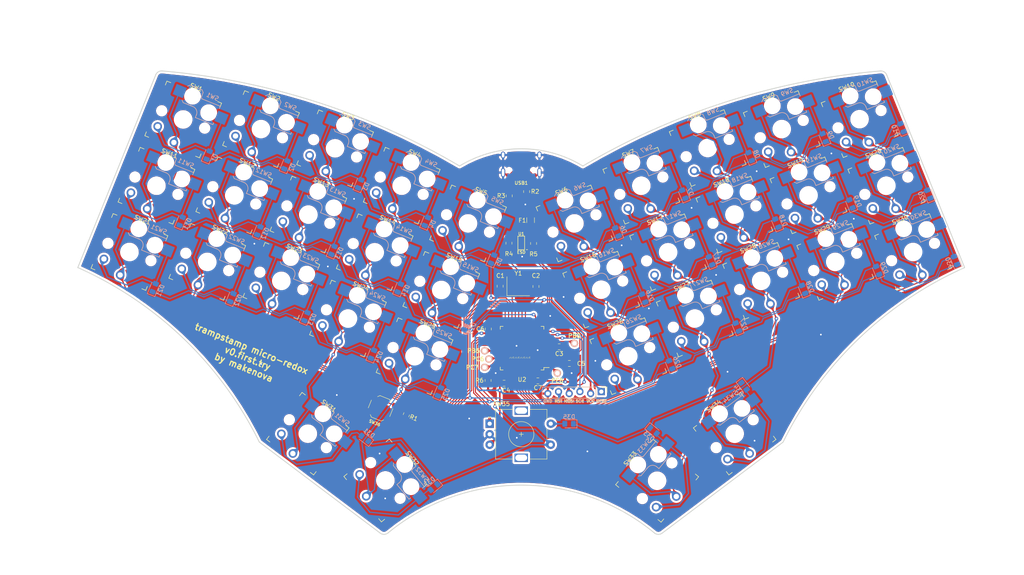
<source format=kicad_pcb>
(kicad_pcb (version 20171130) (host pcbnew "(5.1.9-0-10_14)")
  (layers (0 F.Cu signal) (31 B.Cu signal) (34 B.Paste user) (35 F.Paste user) (36 B.SilkS user) (37 F.SilkS user) (38 B.Mask user) (39 F.Mask user) (44 Edge.Cuts user))
  (net 0 "")
  (net 1 "Net-(D1-Pad2)")
  (net 2 ROW0)
  (net 3 "Net-(D2-Pad2)")
  (net 4 "Net-(D3-Pad2)")
  (net 5 "Net-(D4-Pad2)")
  (net 6 "Net-(D5-Pad2)")
  (net 7 "Net-(D6-Pad2)")
  (net 8 "Net-(D7-Pad2)")
  (net 9 "Net-(D8-Pad2)")
  (net 10 "Net-(D9-Pad2)")
  (net 11 "Net-(D10-Pad2)")
  (net 12 "Net-(D11-Pad2)")
  (net 13 ROW1)
  (net 14 "Net-(D12-Pad2)")
  (net 15 "Net-(D13-Pad2)")
  (net 16 "Net-(D14-Pad2)")
  (net 17 "Net-(D15-Pad2)")
  (net 18 "Net-(D16-Pad2)")
  (net 19 "Net-(D17-Pad2)")
  (net 20 "Net-(D18-Pad2)")
  (net 21 "Net-(D19-Pad2)")
  (net 22 "Net-(D20-Pad2)")
  (net 23 "Net-(D21-Pad2)")
  (net 24 ROW2)
  (net 25 "Net-(D22-Pad2)")
  (net 26 "Net-(D23-Pad2)")
  (net 27 "Net-(D24-Pad2)")
  (net 28 "Net-(D25-Pad2)")
  (net 29 "Net-(D26-Pad2)")
  (net 30 "Net-(D27-Pad2)")
  (net 31 "Net-(D28-Pad2)")
  (net 32 "Net-(D29-Pad2)")
  (net 33 "Net-(D30-Pad2)")
  (net 34 ROW3)
  (net 35 COL0)
  (net 36 COL1)
  (net 37 COL2)
  (net 38 COL3)
  (net 39 COL4)
  (net 40 COL5)
  (net 41 COL6)
  (net 42 COL7)
  (net 43 COL8)
  (net 44 COL9)
  (net 45 ENCA)
  (net 46 GND)
  (net 47 ENCB)
  (net 48 "Net-(C1-Pad1)")
  (net 49 "Net-(C2-Pad1)")
  (net 50 "Net-(C3-Pad1)")
  (net 51 +5V)
  (net 52 "Net-(F1-Pad2)")
  (net 53 RST)
  (net 54 MOSI)
  (net 55 SCK)
  (net 56 MISO)
  (net 57 "Net-(R2-Pad2)")
  (net 58 "Net-(R3-Pad2)")
  (net 59 D+)
  (net 60 "Net-(R4-Pad1)")
  (net 61 "Net-(R5-Pad2)")
  (net 62 D-)
  (net 63 "Net-(R6-Pad2)")
  (net 64 "Net-(U2-Pad42)")
  (net 65 "Net-(U2-Pad36)")
  (net 66 "Net-(USB1-Pad3)")
  (net 67 "Net-(USB1-Pad9)")
  (net 68 "Net-(D31-Pad2)")
  (net 69 "Net-(D32-Pad2)")
  (net 70 "Net-(D33-Pad2)")
  (net 71 "Net-(D33-Pad1)")
  (net 72 "Net-(D34-Pad2)")
  (net 73 "Net-(D35-Pad2)")
  (net 74 F-PB6)
  (net 75 F-PC6)
  (net 76 F-PC7)
  (net 77 F-PB0)
  (net 78 F-PE6)
  (module Keebio-Parts:SinglePad (layer F.Cu) (at 144.984853 109.932137)
    (fp_text reference J6 hide)
    (fp_text value PE6 (at 0 1.778) (layer F.SilkS) (effects (font (thickness 0.2))))
    (pad 1 thru_hole circle (at 0 0 270) (size 1.7526 1.7526) (drill 1.0922) (layers *.Cu *.SilkS *.Mask) (net 78 F-PE6))
  )
  (module Keebio-Parts:SinglePad (layer F.Cu) (at 149.034668 102.843562)
    (fp_text reference J5 hide)
    (fp_text value PB0 (at 0 -1.778) (layer F.SilkS) (effects (font (thickness 0.2))))
    (pad 1 thru_hole circle (at 0 0 270) (size 1.7526 1.7526) (drill 1.0922) (layers *.Cu *.SilkS *.Mask) (net 77 F-PB0))
  )
  (module Keebio-Parts:SinglePad (layer F.Cu) (at 127.698667 108.55856)
    (fp_text reference J4 hide)
    (fp_text value PC7 (at -2.921167 0.02644) (layer F.SilkS) (effects (font (thickness 0.2))))
    (pad 1 thru_hole circle (at 0 0 270) (size 1.7526 1.7526) (drill 1.0922) (layers *.Cu *.SilkS *.Mask) (net 76 F-PC7))
  )
  (module Keebio-Parts:SinglePad (layer F.Cu) (at 128.714667 106.59006)
    (fp_text reference J3 hide)
    (fp_text value PC6 (at -2.6035 0 180) (layer F.SilkS) (effects (font (thickness 0.2))))
    (pad 1 thru_hole circle (at 0 0 270) (size 1.7526 1.7526) (drill 1.0922) (layers *.Cu *.SilkS *.Mask) (net 75 F-PC6))
  )
  (module Keebio-Parts:SinglePad (layer F.Cu) (at 127.698667 104.62156)
    (fp_text reference J2 hide)
    (fp_text value PB6 (at -2.6035 0 180) (layer F.SilkS) (effects (font (thickness 0.2))))
    (pad 1 thru_hole circle (at 0 0 270) (size 1.7526 1.7526) (drill 1.0922) (layers *.Cu *.SilkS *.Mask) (net 74 F-PB6))
  )
  (module keyswitches:Kailh_socket_PG1350_optional (layer F.Cu) (at 204.60315 67.68188 22)
    (fp_text reference SW19 (at 0 -8.255 22) (layer F.SilkS))
    (fp_text value SW_SPST)
    (fp_text user %R (at 4.445 -7.62 22) (layer B.SilkS) (effects (justify mirror)))
    (pad "" np_thru_hole circle (at -5.5 0 22) (size 1.7018 1.7018) (drill 1.7018) (layers *.Cu *.Mask))
    (pad "" np_thru_hole circle (at 5.5 0 22) (size 1.7018 1.7018) (drill 1.7018) (layers *.Cu *.Mask))
    (pad 1 smd rect (at -3.275 -5.95 22) (size 2.6 2.6) (layers B.Cu B.Paste B.Mask) (net 43 COL8))
    (pad "" np_thru_hole circle (at 5 -3.75 22) (size 3 3) (drill 3) (layers *.Cu *.Mask))
    (pad "" np_thru_hole circle (at 0 0 22) (size 3.429 3.429) (drill 3.429) (layers *.Cu *.Mask))
    (pad 2 thru_hole circle (at -5 3.8 22) (size 2.032 2.032) (drill 1.27) (layers *.Cu *.Mask) (net 21 "Net-(D19-Pad2)"))
    (pad 1 thru_hole circle (at 0 5.9 22) (size 2.032 2.032) (drill 1.27) (layers *.Cu *.Mask) (net 43 COL8))
    (pad "" np_thru_hole circle (at 0 -5.95 22) (size 3 3) (drill 3) (layers *.Cu *.Mask))
    (pad 2 smd rect (at 8.275 -3.75 22) (size 2.6 2.6) (layers B.Cu B.Paste B.Mask) (net 21 "Net-(D19-Pad2)"))
  )
  (module Keebio-Parts:RotaryEncoder_Alps_EC11E-Switch_Vertical_H20mm (layer F.Cu) (at 136.404147 124.45088)
    (fp_text reference SW35 (at -4.7 -7.2) (layer F.SilkS))
    (fp_text value Rotary_Encoder_Switch)
    (pad S1 thru_hole circle (at 7 2.5) (size 2 2) (drill 1) (layers *.Cu *.Mask) (net 34 ROW3))
    (pad S2 thru_hole circle (at 7 -2.5) (size 2 2) (drill 1) (layers *.Cu *.Mask) (net 73 "Net-(D35-Pad2)"))
    (pad MP thru_hole rect (at 0 5.6) (size 3.2 2) (drill oval 2.8 1.5) (layers *.Cu *.Mask))
    (pad MP thru_hole rect (at 0 -5.6) (size 3.2 2) (drill oval 2.8 1.5) (layers *.Cu *.Mask))
    (pad B thru_hole circle (at -7.5 2.5) (size 2 2) (drill 1) (layers *.Cu *.Mask) (net 47 ENCB))
    (pad C thru_hole circle (at -7.5 0) (size 2 2) (drill 1) (layers *.Cu *.Mask) (net 46 GND))
    (pad A thru_hole rect (at -7.5 -2.5) (size 2 2) (drill 1) (layers *.Cu *.Mask) (net 45 ENCA))
  )
  (module Crystal:Crystal_SMD_3225-4Pin_3.2x2.5mm_HandSoldering (layer F.Cu) (at 135.70565 89.271881)
    (fp_text reference Y1 (at 0 -3.05) (layer F.SilkS))
    (fp_text value 16MHz)
    (pad 4 smd rect (at -1.45 -1.15) (size 2.1 1.8) (layers F.Cu F.Paste F.Mask) (net 46 GND))
    (pad 3 smd rect (at 1.45 -1.15) (size 2.1 1.8) (layers F.Cu F.Paste F.Mask) (net 49 "Net-(C2-Pad1)"))
    (pad 2 smd rect (at 1.45 1.15) (size 2.1 1.8) (layers F.Cu F.Paste F.Mask) (net 46 GND))
    (pad 1 smd rect (at -1.45 1.15) (size 2.1 1.8) (layers F.Cu F.Paste F.Mask) (net 48 "Net-(C1-Pad1)"))
  )
  (module Keebio-Parts:HRO-TYPE-C-31-M-12-Assembly (layer F.Cu) (at 136.404147 55.489881 180)
    (fp_text reference USB1 (at 0 -9.25) (layer F.SilkS) (effects (font (size 0.8 0.8))))
    (fp_text value HRO-TYPE-C-31-M-12)
    (pad 12 smd rect (at 3.225 -7.695 180) (size 0.6 1.45) (layers F.Cu F.Paste F.Mask) (net 46 GND))
    (pad 1 smd rect (at -3.225 -7.695 180) (size 0.6 1.45) (layers F.Cu F.Paste F.Mask) (net 46 GND))
    (pad 11 smd rect (at 2.45 -7.695 180) (size 0.6 1.45) (layers F.Cu F.Paste F.Mask) (net 52 "Net-(F1-Pad2)"))
    (pad 2 smd rect (at -2.45 -7.695 180) (size 0.6 1.45) (layers F.Cu F.Paste F.Mask) (net 52 "Net-(F1-Pad2)"))
    (pad 3 smd rect (at -1.75 -7.695 180) (size 0.3 1.45) (layers F.Cu F.Paste F.Mask) (net 66 "Net-(USB1-Pad3)"))
    (pad 10 smd rect (at 1.75 -7.695 180) (size 0.3 1.45) (layers F.Cu F.Paste F.Mask) (net 58 "Net-(R3-Pad2)"))
    (pad 4 smd rect (at -1.25 -7.695 180) (size 0.3 1.45) (layers F.Cu F.Paste F.Mask) (net 57 "Net-(R2-Pad2)"))
    (pad 9 smd rect (at 1.25 -7.695 180) (size 0.3 1.45) (layers F.Cu F.Paste F.Mask) (net 67 "Net-(USB1-Pad9)"))
    (pad 5 smd rect (at -0.75 -7.695 180) (size 0.3 1.45) (layers F.Cu F.Paste F.Mask) (net 62 D-))
    (pad 8 smd rect (at 0.75 -7.695 180) (size 0.3 1.45) (layers F.Cu F.Paste F.Mask) (net 59 D+))
    (pad 7 smd rect (at 0.25 -7.695 180) (size 0.3 1.45) (layers F.Cu F.Paste F.Mask) (net 62 D-))
    (pad 6 smd rect (at -0.25 -7.695 180) (size 0.3 1.45) (layers F.Cu F.Paste F.Mask) (net 59 D+))
    (pad "" np_thru_hole circle (at 2.89 -6.25 180) (size 0.65 0.65) (drill 0.65) (layers *.Cu *.Mask))
    (pad "" np_thru_hole circle (at -2.89 -6.25 180) (size 0.65 0.65) (drill 0.65) (layers *.Cu *.Mask))
    (pad 13 thru_hole oval (at -4.32 -6.78 180) (size 1 2.1) (drill oval 0.6 1.7) (layers *.Cu *.Mask) (net 46 GND))
    (pad 13 thru_hole oval (at 4.32 -6.78 180) (size 1 2.1) (drill oval 0.6 1.7) (layers *.Cu *.Mask) (net 46 GND))
    (pad 13 thru_hole oval (at -4.32 -2.6 180) (size 1 1.6) (drill oval 0.6 1.2) (layers *.Cu *.Mask) (net 46 GND))
    (pad 13 thru_hole oval (at 4.32 -2.6 180) (size 1 1.6) (drill oval 0.6 1.2) (layers *.Cu *.Mask) (net 46 GND))
  )
  (module Package_QFP:TQFP-44_10x10mm_P0.8mm (layer F.Cu) (at 136.594647 104.003881 180)
    (fp_text reference U2 (at 0 -7.45) (layer F.SilkS))
    (fp_text value ATmega32U4-AU)
    (pad 44 smd rect (at -4 -5.7 270) (size 1.5 0.55) (layers F.Cu F.Paste F.Mask) (net 51 +5V))
    (pad 43 smd rect (at -3.2 -5.7 270) (size 1.5 0.55) (layers F.Cu F.Paste F.Mask) (net 46 GND))
    (pad 42 smd rect (at -2.4 -5.7 270) (size 1.5 0.55) (layers F.Cu F.Paste F.Mask) (net 64 "Net-(U2-Pad42)"))
    (pad 41 smd rect (at -1.6 -5.7 270) (size 1.5 0.55) (layers F.Cu F.Paste F.Mask) (net 40 COL5))
    (pad 40 smd rect (at -0.8 -5.7 270) (size 1.5 0.55) (layers F.Cu F.Paste F.Mask) (net 41 COL6))
    (pad 39 smd rect (at 0 -5.7 270) (size 1.5 0.55) (layers F.Cu F.Paste F.Mask) (net 42 COL7))
    (pad 38 smd rect (at 0.8 -5.7 270) (size 1.5 0.55) (layers F.Cu F.Paste F.Mask) (net 43 COL8))
    (pad 37 smd rect (at 1.6 -5.7 270) (size 1.5 0.55) (layers F.Cu F.Paste F.Mask) (net 44 COL9))
    (pad 36 smd rect (at 2.4 -5.7 270) (size 1.5 0.55) (layers F.Cu F.Paste F.Mask) (net 65 "Net-(U2-Pad36)"))
    (pad 35 smd rect (at 3.2 -5.7 270) (size 1.5 0.55) (layers F.Cu F.Paste F.Mask) (net 46 GND))
    (pad 34 smd rect (at 4 -5.7 270) (size 1.5 0.55) (layers F.Cu F.Paste F.Mask) (net 51 +5V))
    (pad 33 smd rect (at 5.7 -4 180) (size 1.5 0.55) (layers F.Cu F.Paste F.Mask) (net 63 "Net-(R6-Pad2)"))
    (pad 32 smd rect (at 5.7 -3.2 180) (size 1.5 0.55) (layers F.Cu F.Paste F.Mask) (net 76 F-PC7))
    (pad 31 smd rect (at 5.7 -2.4 180) (size 1.5 0.55) (layers F.Cu F.Paste F.Mask) (net 75 F-PC6))
    (pad 30 smd rect (at 5.7 -1.6 180) (size 1.5 0.55) (layers F.Cu F.Paste F.Mask) (net 74 F-PB6))
    (pad 29 smd rect (at 5.7 -0.8 180) (size 1.5 0.55) (layers F.Cu F.Paste F.Mask) (net 34 ROW3))
    (pad 28 smd rect (at 5.7 0 180) (size 1.5 0.55) (layers F.Cu F.Paste F.Mask) (net 24 ROW2))
    (pad 27 smd rect (at 5.7 0.8 180) (size 1.5 0.55) (layers F.Cu F.Paste F.Mask) (net 47 ENCB))
    (pad 26 smd rect (at 5.7 1.6 180) (size 1.5 0.55) (layers F.Cu F.Paste F.Mask) (net 45 ENCA))
    (pad 25 smd rect (at 5.7 2.4 180) (size 1.5 0.55) (layers F.Cu F.Paste F.Mask) (net 35 COL0))
    (pad 24 smd rect (at 5.7 3.2 180) (size 1.5 0.55) (layers F.Cu F.Paste F.Mask) (net 51 +5V))
    (pad 23 smd rect (at 5.7 4 180) (size 1.5 0.55) (layers F.Cu F.Paste F.Mask) (net 46 GND))
    (pad 22 smd rect (at 4 5.7 270) (size 1.5 0.55) (layers F.Cu F.Paste F.Mask) (net 36 COL1))
    (pad 21 smd rect (at 3.2 5.7 270) (size 1.5 0.55) (layers F.Cu F.Paste F.Mask) (net 37 COL2))
    (pad 20 smd rect (at 2.4 5.7 270) (size 1.5 0.55) (layers F.Cu F.Paste F.Mask) (net 38 COL3))
    (pad 19 smd rect (at 1.6 5.7 270) (size 1.5 0.55) (layers F.Cu F.Paste F.Mask) (net 39 COL4))
    (pad 18 smd rect (at 0.8 5.7 270) (size 1.5 0.55) (layers F.Cu F.Paste F.Mask) (net 2 ROW0))
    (pad 17 smd rect (at 0 5.7 270) (size 1.5 0.55) (layers F.Cu F.Paste F.Mask) (net 48 "Net-(C1-Pad1)"))
    (pad 16 smd rect (at -0.8 5.7 270) (size 1.5 0.55) (layers F.Cu F.Paste F.Mask) (net 49 "Net-(C2-Pad1)"))
    (pad 15 smd rect (at -1.6 5.7 270) (size 1.5 0.55) (layers F.Cu F.Paste F.Mask) (net 46 GND))
    (pad 14 smd rect (at -2.4 5.7 270) (size 1.5 0.55) (layers F.Cu F.Paste F.Mask) (net 51 +5V))
    (pad 13 smd rect (at -3.2 5.7 270) (size 1.5 0.55) (layers F.Cu F.Paste F.Mask) (net 53 RST))
    (pad 12 smd rect (at -4 5.7 270) (size 1.5 0.55) (layers F.Cu F.Paste F.Mask) (net 13 ROW1))
    (pad 11 smd rect (at -5.7 4 180) (size 1.5 0.55) (layers F.Cu F.Paste F.Mask) (net 56 MISO))
    (pad 10 smd rect (at -5.7 3.2 180) (size 1.5 0.55) (layers F.Cu F.Paste F.Mask) (net 54 MOSI))
    (pad 9 smd rect (at -5.7 2.4 180) (size 1.5 0.55) (layers F.Cu F.Paste F.Mask) (net 55 SCK))
    (pad 8 smd rect (at -5.7 1.6 180) (size 1.5 0.55) (layers F.Cu F.Paste F.Mask) (net 77 F-PB0))
    (pad 7 smd rect (at -5.7 0.8 180) (size 1.5 0.55) (layers F.Cu F.Paste F.Mask) (net 51 +5V))
    (pad 6 smd rect (at -5.7 0 180) (size 1.5 0.55) (layers F.Cu F.Paste F.Mask) (net 50 "Net-(C3-Pad1)"))
    (pad 5 smd rect (at -5.7 -0.8 180) (size 1.5 0.55) (layers F.Cu F.Paste F.Mask) (net 46 GND))
    (pad 4 smd rect (at -5.7 -1.6 180) (size 1.5 0.55) (layers F.Cu F.Paste F.Mask) (net 60 "Net-(R4-Pad1)"))
    (pad 3 smd rect (at -5.7 -2.4 180) (size 1.5 0.55) (layers F.Cu F.Paste F.Mask) (net 61 "Net-(R5-Pad2)"))
    (pad 2 smd rect (at -5.7 -3.2 180) (size 1.5 0.55) (layers F.Cu F.Paste F.Mask) (net 51 +5V))
    (pad 1 smd rect (at -5.7 -4 180) (size 1.5 0.55) (layers F.Cu F.Paste F.Mask) (net 78 F-PE6))
  )
  (module Keebio-Parts:SOT-143B (layer F.Cu) (at 136.404144 78.984882 90)
    (fp_text reference U1 (at 2.159 0 180) (layer F.SilkS) (effects (font (size 0.7 0.7))))
    (fp_text value PRTR5V0U2X hide)
    (fp_text user ESD (at -2.2225 0 180) (layer F.SilkS) (effects (font (size 0.7 0.7))))
    (pad 4 smd rect (at -0.95 -1 90) (size 0.6 0.7) (layers F.Cu F.Paste F.Mask) (net 52 "Net-(F1-Pad2)"))
    (pad 3 smd rect (at 0.95 -1 90) (size 0.6 0.7) (layers F.Cu F.Paste F.Mask) (net 59 D+))
    (pad 2 smd rect (at 0.95 1 90) (size 0.6 0.7) (layers F.Cu F.Paste F.Mask) (net 62 D-))
    (pad 1 smd rect (at -0.75 1 90) (size 1 0.7) (layers F.Cu F.Paste F.Mask) (net 46 GND))
  )
  (module Keebio-Parts:SW_SPST_TL3342 (layer F.Cu) (at 103.003151 118.291378 158)
    (fp_text reference SW36 (at 0 -3.75 158) (layer F.SilkS) (effects (font (size 0.7 0.7))))
    (fp_text value SW_Push)
    (pad 1 smd rect (at -3.15 -1.9 158) (size 1.7 1) (layers F.Cu F.Paste F.Mask) (net 46 GND))
    (pad 1 smd rect (at 3.15 -1.9 158) (size 1.7 1) (layers F.Cu F.Paste F.Mask) (net 46 GND))
    (pad 2 smd rect (at -3.15 1.9 158) (size 1.7 1) (layers F.Cu F.Paste F.Mask) (net 53 RST))
    (pad 2 smd rect (at 3.15 1.9 158) (size 1.7 1) (layers F.Cu F.Paste F.Mask) (net 53 RST))
  )
  (module Resistor_SMD:R_0805_2012Metric_Pad1.15x1.40mm_HandSolder (layer F.Cu) (at 128.524167 111.670059 90)
    (fp_text reference R6 (at 0 -2.024847 180) (layer F.SilkS))
    (fp_text value 10k)
    (pad 2 smd roundrect (at 1.025 0 90) (size 1.15 1.4) (layers F.Cu F.Paste F.Mask) (roundrect_rratio 0.2173904347826087) (net 63 "Net-(R6-Pad2)"))
    (pad 1 smd roundrect (at -1.025 0 90) (size 1.15 1.4) (layers F.Cu F.Paste F.Mask) (roundrect_rratio 0.2173904347826087) (net 46 GND))
  )
  (module Resistor_SMD:R_0805_2012Metric_Pad1.15x1.40mm_HandSolder (layer F.Cu) (at 139.325146 79.111883 270)
    (fp_text reference R5 (at 2.531 0 180) (layer F.SilkS))
    (fp_text value 22)
    (pad 2 smd roundrect (at 1.025 0 270) (size 1.15 1.4) (layers F.Cu F.Paste F.Mask) (roundrect_rratio 0.2173904347826087) (net 61 "Net-(R5-Pad2)"))
    (pad 1 smd roundrect (at -1.025 0 270) (size 1.15 1.4) (layers F.Cu F.Paste F.Mask) (roundrect_rratio 0.2173904347826087) (net 62 D-))
  )
  (module Resistor_SMD:R_0805_2012Metric_Pad1.15x1.40mm_HandSolder (layer F.Cu) (at 133.483151 79.048376 90)
    (fp_text reference R4 (at -2.54 0 180) (layer F.SilkS))
    (fp_text value 22)
    (pad 2 smd roundrect (at 1.025 0 90) (size 1.15 1.4) (layers F.Cu F.Paste F.Mask) (roundrect_rratio 0.2173904347826087) (net 59 D+))
    (pad 1 smd roundrect (at -1.025 0 90) (size 1.15 1.4) (layers F.Cu F.Paste F.Mask) (roundrect_rratio 0.2173904347826087) (net 60 "Net-(R4-Pad1)"))
  )
  (module Resistor_SMD:R_0805_2012Metric_Pad1.15x1.40mm_HandSolder (layer F.Cu) (at 133.546648 67.808883 90)
    (fp_text reference R3 (at 0.017323 -1.910981 180) (layer F.SilkS))
    (fp_text value 5.1k)
    (pad 2 smd roundrect (at 1.025 0 90) (size 1.15 1.4) (layers F.Cu F.Paste F.Mask) (roundrect_rratio 0.2173904347826087) (net 58 "Net-(R3-Pad2)"))
    (pad 1 smd roundrect (at -1.025 0 90) (size 1.15 1.4) (layers F.Cu F.Paste F.Mask) (roundrect_rratio 0.2173904347826087) (net 46 GND))
  )
  (module Resistor_SMD:R_0805_2012Metric_Pad1.15x1.40mm_HandSolder (layer F.Cu) (at 137.674147 66.79288 90)
    (fp_text reference R2 (at 0.017321 2.026021 180) (layer F.SilkS))
    (fp_text value 5.1k)
    (pad 2 smd roundrect (at 1.025 0 90) (size 1.15 1.4) (layers F.Cu F.Paste F.Mask) (roundrect_rratio 0.2173904347826087) (net 57 "Net-(R2-Pad2)"))
    (pad 1 smd roundrect (at -1.025 0 90) (size 1.15 1.4) (layers F.Cu F.Paste F.Mask) (roundrect_rratio 0.2173904347826087) (net 46 GND))
  )
  (module Resistor_SMD:R_0805_2012Metric_Pad1.15x1.40mm_HandSolder (layer F.Cu) (at 109.126681 119.829809 248)
    (fp_text reference R1 (at 0.023581 -1.891016 158) (layer F.SilkS))
    (fp_text value 10k)
    (pad 2 smd roundrect (at 1.025 0 248) (size 1.15 1.4) (layers F.Cu F.Paste F.Mask) (roundrect_rratio 0.2173904347826087) (net 51 +5V))
    (pad 1 smd roundrect (at -1.025 0 248) (size 1.15 1.4) (layers F.Cu F.Paste F.Mask) (roundrect_rratio 0.2173904347826087) (net 53 RST))
  )
  (module Keebio-Parts:ICSP-Header-ZigZag (layer F.Cu) (at 155.412623 114.560292 270)
    (fp_text reference J1 hide)
    (fp_text value AVR-ISP-6)
    (fp_text user VCC (at 2.032 2.54) (layer B.SilkS) (effects (font (size 0.7 0.7)) (justify mirror)))
    (fp_text user GND (at 2.032 12.7) (layer B.SilkS) (effects (font (size 0.7 0.7)) (justify mirror)))
    (fp_text user RST (at 2.032 10.16) (layer B.SilkS) (effects (font (size 0.7 0.7)) (justify mirror)))
    (fp_text user MISO (at 2.032 0) (layer B.SilkS) (effects (font (size 0.7 0.7)) (justify mirror)))
    (fp_text user SCK (at 2.032 5.08) (layer B.SilkS) (effects (font (size 0.7 0.7)) (justify mirror)))
    (fp_text user MOSI (at 2.032 7.62) (layer B.SilkS) (effects (font (size 0.7 0.7)) (justify mirror)))
    (fp_text user MISO (at 2.032 0) (layer F.SilkS) (effects (font (size 0.7 0.7))))
    (fp_text user VCC (at 2.032 2.54) (layer F.SilkS) (effects (font (size 0.7 0.7))))
    (fp_text user SCK (at 2.032 5.08) (layer F.SilkS) (effects (font (size 0.7 0.7))))
    (fp_text user MOSI (at 2.032 7.62) (layer F.SilkS) (effects (font (size 0.7 0.7))))
    (fp_text user RST (at 2.032 10.16) (layer F.SilkS) (effects (font (size 0.7 0.7))))
    (fp_text user GND (at 2.032 12.7) (layer F.SilkS) (effects (font (size 0.7 0.7))))
    (pad 6 thru_hole oval (at 0.2286 12.7 270) (size 1.7 1.7) (drill 1) (layers *.Cu *.Mask) (net 46 GND))
    (pad 5 thru_hole oval (at -0.2286 10.16 270) (size 1.7 1.7) (drill 1) (layers *.Cu *.Mask) (net 53 RST))
    (pad 4 thru_hole oval (at 0.2286 7.62 270) (size 1.7 1.7) (drill 1) (layers *.Cu *.Mask) (net 54 MOSI))
    (pad 3 thru_hole oval (at -0.2286 5.08 270) (size 1.7 1.7) (drill 1) (layers *.Cu *.Mask) (net 55 SCK))
    (pad 2 thru_hole oval (at 0.2286 2.54 270) (size 1.7 1.7) (drill 1) (layers *.Cu *.Mask) (net 51 +5V))
    (pad 1 thru_hole rect (at -0.2286 0 270) (size 1.7 1.7) (drill 1) (layers *.Cu *.Mask) (net 56 MISO))
  )
  (module Fuse:Fuse_1206_3216Metric_Pad1.42x1.75mm_HandSolder (layer F.Cu) (at 138.626651 73.587376 90)
    (fp_text reference F1 (at -0.046184 -1.974483 180) (layer F.SilkS))
    (fp_text value Polyfuse_Small)
    (pad 2 smd roundrect (at 1.4875 0 90) (size 1.425 1.75) (layers F.Cu F.Paste F.Mask) (roundrect_rratio 0.1754385964912281) (net 52 "Net-(F1-Pad2)"))
    (pad 1 smd roundrect (at -1.4875 0 90) (size 1.425 1.75) (layers F.Cu F.Paste F.Mask) (roundrect_rratio 0.1754385964912281) (net 51 +5V))
  )
  (module Capacitor_SMD:C_0805_2012Metric_Pad1.15x1.40mm_HandSolder (layer F.Cu) (at 140.349354 111.773637 180)
    (fp_text reference C7 (at 0 -1.65) (layer F.SilkS))
    (fp_text value 10uF)
    (pad 2 smd roundrect (at 1.025 0 180) (size 1.15 1.4) (layers F.Cu F.Paste F.Mask) (roundrect_rratio 0.2173904347826087) (net 46 GND))
    (pad 1 smd roundrect (at -1.025 0 180) (size 1.15 1.4) (layers F.Cu F.Paste F.Mask) (roundrect_rratio 0.2173904347826087) (net 51 +5V))
  )
  (module Capacitor_SMD:C_0805_2012Metric_Pad1.15x1.40mm_HandSolder (layer F.Cu) (at 128.582083 99.441985 90)
    (fp_text reference C6 (at 0.027425 -1.899418 180) (layer F.SilkS))
    (fp_text value 0.1uF)
    (pad 2 smd roundrect (at 1.025 0 90) (size 1.15 1.4) (layers F.Cu F.Paste F.Mask) (roundrect_rratio 0.2173904347826087) (net 46 GND))
    (pad 1 smd roundrect (at -1.025 0 90) (size 1.15 1.4) (layers F.Cu F.Paste F.Mask) (roundrect_rratio 0.2173904347826087) (net 51 +5V))
  )
  (module Capacitor_SMD:C_0805_2012Metric_Pad1.15x1.40mm_HandSolder (layer F.Cu) (at 147.822585 107.633484)
    (fp_text reference C5 (at 2.799583 0.036076) (layer F.SilkS))
    (fp_text value 0.1uF)
    (pad 2 smd roundrect (at 1.025 0) (size 1.15 1.4) (layers F.Cu F.Paste F.Mask) (roundrect_rratio 0.2173904347826087) (net 46 GND))
    (pad 1 smd roundrect (at -1.025 0) (size 1.15 1.4) (layers F.Cu F.Paste F.Mask) (roundrect_rratio 0.2173904347826087) (net 51 +5V))
  )
  (module Capacitor_SMD:C_0805_2012Metric_Pad1.15x1.40mm_HandSolder (layer F.Cu) (at 132.328585 112.332483)
    (fp_text reference C4 (at 0.513582 1.687077) (layer F.SilkS))
    (fp_text value 0.1uF)
    (pad 2 smd roundrect (at 1.025 0) (size 1.15 1.4) (layers F.Cu F.Paste F.Mask) (roundrect_rratio 0.2173904347826087) (net 46 GND))
    (pad 1 smd roundrect (at -1.025 0) (size 1.15 1.4) (layers F.Cu F.Paste F.Mask) (roundrect_rratio 0.2173904347826087) (net 51 +5V))
  )
  (module Capacitor_SMD:C_0805_2012Metric_Pad1.15x1.40mm_HandSolder (layer F.Cu) (at 145.415167 103.669059)
    (fp_text reference C3 (at 0 1.651) (layer F.SilkS))
    (fp_text value 1uF)
    (pad 1 smd roundrect (at -1.025 0) (size 1.15 1.4) (layers F.Cu F.Paste F.Mask) (roundrect_rratio 0.2173904347826087) (net 50 "Net-(C3-Pad1)"))
    (pad 2 smd roundrect (at 1.025 0) (size 1.15 1.4) (layers F.Cu F.Paste F.Mask) (roundrect_rratio 0.2173904347826087) (net 46 GND))
  )
  (module Capacitor_SMD:C_0805_2012Metric_Pad1.15x1.40mm_HandSolder (layer F.Cu) (at 139.896647 89.335382 270)
    (fp_text reference C2 (at -2.557321 0.005981) (layer F.SilkS))
    (fp_text value 22pF)
    (pad 2 smd roundrect (at 1.025 0 270) (size 1.15 1.4) (layers F.Cu F.Paste F.Mask) (roundrect_rratio 0.2173904347826087) (net 46 GND))
    (pad 1 smd roundrect (at -1.025 0 270) (size 1.15 1.4) (layers F.Cu F.Paste F.Mask) (roundrect_rratio 0.2173904347826087) (net 49 "Net-(C2-Pad1)"))
  )
  (module Capacitor_SMD:C_0805_2012Metric_Pad1.15x1.40mm_HandSolder (layer F.Cu) (at 131.38765 89.27188 90)
    (fp_text reference C1 (at 2.49382 0.057515) (layer F.SilkS))
    (fp_text value 22pF)
    (pad 2 smd roundrect (at 1.025 0 90) (size 1.15 1.4) (layers F.Cu F.Paste F.Mask) (roundrect_rratio 0.2173904347826087) (net 46 GND))
    (pad 1 smd roundrect (at -1.025 0 90) (size 1.15 1.4) (layers F.Cu F.Paste F.Mask) (roundrect_rratio 0.2173904347826087) (net 48 "Net-(C1-Pad1)"))
  )
  (module keyswitches:Kailh_socket_PG1350_optional (layer F.Cu) (at 187.077151 124.323882 37)
    (fp_text reference SW34 (at 0 -8.255 37) (layer F.SilkS))
    (fp_text value SW_SPST)
    (fp_text user %R (at 4.445 -7.62 37) (layer B.SilkS) (effects (justify mirror)))
    (pad "" np_thru_hole circle (at -5.5 0 37) (size 1.7018 1.7018) (drill 1.7018) (layers *.Cu *.Mask))
    (pad "" np_thru_hole circle (at 5.5 0 37) (size 1.7018 1.7018) (drill 1.7018) (layers *.Cu *.Mask))
    (pad 1 smd rect (at -3.275 -5.95 37) (size 2.6 2.6) (layers B.Cu B.Paste B.Mask) (net 42 COL7))
    (pad "" np_thru_hole circle (at 5 -3.75 37) (size 3 3) (drill 3) (layers *.Cu *.Mask))
    (pad "" np_thru_hole circle (at 0 0 37) (size 3.429 3.429) (drill 3.429) (layers *.Cu *.Mask))
    (pad 2 thru_hole circle (at -5 3.8 37) (size 2.032 2.032) (drill 1.27) (layers *.Cu *.Mask) (net 72 "Net-(D34-Pad2)"))
    (pad 1 thru_hole circle (at 0 5.9 37) (size 2.032 2.032) (drill 1.27) (layers *.Cu *.Mask) (net 42 COL7))
    (pad "" np_thru_hole circle (at 0 -5.95 37) (size 3 3) (drill 3) (layers *.Cu *.Mask))
    (pad 2 smd rect (at 8.275 -3.75 37) (size 2.6 2.6) (layers B.Cu B.Paste B.Mask) (net 72 "Net-(D34-Pad2)"))
  )
  (module keyswitches:Kailh_socket_PG1350_optional (layer F.Cu) (at 168.662147 135.499879 50.5)
    (fp_text reference SW33 (at 0 -8.255 50.5) (layer F.SilkS))
    (fp_text value SW_SPST)
    (fp_text user %R (at 4.445 -7.62 50.5) (layer B.SilkS) (effects (justify mirror)))
    (pad "" np_thru_hole circle (at -5.5 0 50.5) (size 1.7018 1.7018) (drill 1.7018) (layers *.Cu *.Mask))
    (pad "" np_thru_hole circle (at 5.5 0 50.5) (size 1.7018 1.7018) (drill 1.7018) (layers *.Cu *.Mask))
    (pad 1 smd rect (at -3.275 -5.95 50.5) (size 2.6 2.6) (layers B.Cu B.Paste B.Mask) (net 41 COL6))
    (pad "" np_thru_hole circle (at 5 -3.75 50.5) (size 3 3) (drill 3) (layers *.Cu *.Mask))
    (pad "" np_thru_hole circle (at 0 0 50.5) (size 3.429 3.429) (drill 3.429) (layers *.Cu *.Mask))
    (pad 2 thru_hole circle (at -5 3.8 50.5) (size 2.032 2.032) (drill 1.27) (layers *.Cu *.Mask) (net 70 "Net-(D33-Pad2)"))
    (pad 1 thru_hole circle (at 0 5.9 50.5) (size 2.032 2.032) (drill 1.27) (layers *.Cu *.Mask) (net 41 COL6))
    (pad "" np_thru_hole circle (at 0 -5.95 50.5) (size 3 3) (drill 3) (layers *.Cu *.Mask))
    (pad 2 smd rect (at 8.275 -3.75 50.5) (size 2.6 2.6) (layers B.Cu B.Paste B.Mask) (net 70 "Net-(D33-Pad2)"))
  )
  (module keyswitches:Kailh_socket_PG1350_optional (layer F.Cu) (at 104.146151 135.436382 309.5)
    (fp_text reference SW32 (at 0 -8.255 129.5) (layer F.SilkS))
    (fp_text value SW_SPST)
    (fp_text user %R (at 4.445 -7.62 129.5) (layer B.SilkS) (effects (justify mirror)))
    (pad "" np_thru_hole circle (at -5.5 0 309.5) (size 1.7018 1.7018) (drill 1.7018) (layers *.Cu *.Mask))
    (pad "" np_thru_hole circle (at 5.5 0 309.5) (size 1.7018 1.7018) (drill 1.7018) (layers *.Cu *.Mask))
    (pad 1 smd rect (at -3.275 -5.95 309.5) (size 2.6 2.6) (layers B.Cu B.Paste B.Mask) (net 39 COL4))
    (pad "" np_thru_hole circle (at 5 -3.75 309.5) (size 3 3) (drill 3) (layers *.Cu *.Mask))
    (pad "" np_thru_hole circle (at 0 0 309.5) (size 3.429 3.429) (drill 3.429) (layers *.Cu *.Mask))
    (pad 2 thru_hole circle (at -5 3.8 309.5) (size 2.032 2.032) (drill 1.27) (layers *.Cu *.Mask) (net 69 "Net-(D32-Pad2)"))
    (pad 1 thru_hole circle (at 0 5.9 309.5) (size 2.032 2.032) (drill 1.27) (layers *.Cu *.Mask) (net 39 COL4))
    (pad "" np_thru_hole circle (at 0 -5.95 309.5) (size 3 3) (drill 3) (layers *.Cu *.Mask))
    (pad 2 smd rect (at 8.275 -3.75 309.5) (size 2.6 2.6) (layers B.Cu B.Paste B.Mask) (net 69 "Net-(D32-Pad2)"))
  )
  (module keyswitches:Kailh_socket_PG1350_optional (layer F.Cu) (at 85.731145 124.323879 323)
    (fp_text reference SW31 (at 0 -8.255 143) (layer F.SilkS))
    (fp_text value SW_SPST)
    (fp_text user %R (at 4.445 -7.62 143) (layer B.SilkS) (effects (justify mirror)))
    (pad "" np_thru_hole circle (at -5.5 0 323) (size 1.7018 1.7018) (drill 1.7018) (layers *.Cu *.Mask))
    (pad "" np_thru_hole circle (at 5.5 0 323) (size 1.7018 1.7018) (drill 1.7018) (layers *.Cu *.Mask))
    (pad 1 smd rect (at -3.275 -5.95 323) (size 2.6 2.6) (layers B.Cu B.Paste B.Mask) (net 38 COL3))
    (pad "" np_thru_hole circle (at 5 -3.75 323) (size 3 3) (drill 3) (layers *.Cu *.Mask))
    (pad "" np_thru_hole circle (at 0 0 323) (size 3.429 3.429) (drill 3.429) (layers *.Cu *.Mask))
    (pad 2 thru_hole circle (at -5 3.8 323) (size 2.032 2.032) (drill 1.27) (layers *.Cu *.Mask) (net 68 "Net-(D31-Pad2)"))
    (pad 1 thru_hole circle (at 0 5.9 323) (size 2.032 2.032) (drill 1.27) (layers *.Cu *.Mask) (net 38 COL3))
    (pad "" np_thru_hole circle (at 0 -5.95 323) (size 3 3) (drill 3) (layers *.Cu *.Mask))
    (pad 2 smd rect (at 8.275 -3.75 323) (size 2.6 2.6) (layers B.Cu B.Paste B.Mask) (net 68 "Net-(D31-Pad2)"))
  )
  (module keyswitches:Kailh_socket_PG1350_optional (layer F.Cu) (at 229.431648 81.143879 22)
    (fp_text reference SW30 (at 0 -8.255 22) (layer F.SilkS))
    (fp_text value SW_SPST)
    (fp_text user %R (at 4.445 -7.62 22) (layer B.SilkS) (effects (justify mirror)))
    (pad "" np_thru_hole circle (at -5.5 0 22) (size 1.7018 1.7018) (drill 1.7018) (layers *.Cu *.Mask))
    (pad "" np_thru_hole circle (at 5.5 0 22) (size 1.7018 1.7018) (drill 1.7018) (layers *.Cu *.Mask))
    (pad 1 smd rect (at -3.275 -5.95 22) (size 2.6 2.6) (layers B.Cu B.Paste B.Mask) (net 44 COL9))
    (pad "" np_thru_hole circle (at 5 -3.75 22) (size 3 3) (drill 3) (layers *.Cu *.Mask))
    (pad "" np_thru_hole circle (at 0 0 22) (size 3.429 3.429) (drill 3.429) (layers *.Cu *.Mask))
    (pad 2 thru_hole circle (at -5 3.8 22) (size 2.032 2.032) (drill 1.27) (layers *.Cu *.Mask) (net 33 "Net-(D30-Pad2)"))
    (pad 1 thru_hole circle (at 0 5.9 22) (size 2.032 2.032) (drill 1.27) (layers *.Cu *.Mask) (net 44 COL9))
    (pad "" np_thru_hole circle (at 0 -5.95 22) (size 3 3) (drill 3) (layers *.Cu *.Mask))
    (pad 2 smd rect (at 8.275 -3.75 22) (size 2.6 2.6) (layers B.Cu B.Paste B.Mask) (net 33 "Net-(D30-Pad2)"))
  )
  (module keyswitches:Kailh_socket_PG1350_optional (layer F.Cu) (at 210.953147 83.493382 22)
    (fp_text reference SW29 (at 0 -8.255 22) (layer F.SilkS))
    (fp_text value SW_SPST)
    (fp_text user %R (at 4.445 -7.62 22) (layer B.SilkS) (effects (justify mirror)))
    (pad "" np_thru_hole circle (at -5.5 0 22) (size 1.7018 1.7018) (drill 1.7018) (layers *.Cu *.Mask))
    (pad "" np_thru_hole circle (at 5.5 0 22) (size 1.7018 1.7018) (drill 1.7018) (layers *.Cu *.Mask))
    (pad 1 smd rect (at -3.275 -5.95 22) (size 2.6 2.6) (layers B.Cu B.Paste B.Mask) (net 43 COL8))
    (pad "" np_thru_hole circle (at 5 -3.75 22) (size 3 3) (drill 3) (layers *.Cu *.Mask))
    (pad "" np_thru_hole circle (at 0 0 22) (size 3.429 3.429) (drill 3.429) (layers *.Cu *.Mask))
    (pad 2 thru_hole circle (at -5 3.8 22) (size 2.032 2.032) (drill 1.27) (layers *.Cu *.Mask) (net 32 "Net-(D29-Pad2)"))
    (pad 1 thru_hole circle (at 0 5.9 22) (size 2.032 2.032) (drill 1.27) (layers *.Cu *.Mask) (net 43 COL8))
    (pad "" np_thru_hole circle (at 0 -5.95 22) (size 3 3) (drill 3) (layers *.Cu *.Mask))
    (pad 2 smd rect (at 8.275 -3.75 22) (size 2.6 2.6) (layers B.Cu B.Paste B.Mask) (net 32 "Net-(D29-Pad2)"))
  )
  (module keyswitches:Kailh_socket_PG1350_optional (layer F.Cu) (at 193.363649 88.001879 22)
    (fp_text reference SW28 (at 0 -8.255 22) (layer F.SilkS))
    (fp_text value SW_SPST)
    (fp_text user %R (at 4.445 -7.62 22) (layer B.SilkS) (effects (justify mirror)))
    (pad "" np_thru_hole circle (at -5.5 0 22) (size 1.7018 1.7018) (drill 1.7018) (layers *.Cu *.Mask))
    (pad "" np_thru_hole circle (at 5.5 0 22) (size 1.7018 1.7018) (drill 1.7018) (layers *.Cu *.Mask))
    (pad 1 smd rect (at -3.275 -5.95 22) (size 2.6 2.6) (layers B.Cu B.Paste B.Mask) (net 42 COL7))
    (pad "" np_thru_hole circle (at 5 -3.75 22) (size 3 3) (drill 3) (layers *.Cu *.Mask))
    (pad "" np_thru_hole circle (at 0 0 22) (size 3.429 3.429) (drill 3.429) (layers *.Cu *.Mask))
    (pad 2 thru_hole circle (at -5 3.8 22) (size 2.032 2.032) (drill 1.27) (layers *.Cu *.Mask) (net 31 "Net-(D28-Pad2)"))
    (pad 1 thru_hole circle (at 0 5.9 22) (size 2.032 2.032) (drill 1.27) (layers *.Cu *.Mask) (net 42 COL7))
    (pad "" np_thru_hole circle (at 0 -5.95 22) (size 3 3) (drill 3) (layers *.Cu *.Mask))
    (pad 2 smd rect (at 8.275 -3.75 22) (size 2.6 2.6) (layers B.Cu B.Paste B.Mask) (net 31 "Net-(D28-Pad2)"))
  )
  (module keyswitches:Kailh_socket_PG1350_optional (layer F.Cu) (at 177.615648 96.955384 22)
    (fp_text reference SW27 (at 0 -8.255 22) (layer F.SilkS))
    (fp_text value SW_SPST)
    (fp_text user %R (at 4.445 -7.62 22) (layer B.SilkS) (effects (justify mirror)))
    (pad "" np_thru_hole circle (at -5.5 0 22) (size 1.7018 1.7018) (drill 1.7018) (layers *.Cu *.Mask))
    (pad "" np_thru_hole circle (at 5.5 0 22) (size 1.7018 1.7018) (drill 1.7018) (layers *.Cu *.Mask))
    (pad 1 smd rect (at -3.275 -5.95 22) (size 2.6 2.6) (layers B.Cu B.Paste B.Mask) (net 41 COL6))
    (pad "" np_thru_hole circle (at 5 -3.75 22) (size 3 3) (drill 3) (layers *.Cu *.Mask))
    (pad "" np_thru_hole circle (at 0 0 22) (size 3.429 3.429) (drill 3.429) (layers *.Cu *.Mask))
    (pad 2 thru_hole circle (at -5 3.8 22) (size 2.032 2.032) (drill 1.27) (layers *.Cu *.Mask) (net 30 "Net-(D27-Pad2)"))
    (pad 1 thru_hole circle (at 0 5.9 22) (size 2.032 2.032) (drill 1.27) (layers *.Cu *.Mask) (net 41 COL6))
    (pad "" np_thru_hole circle (at 0 -5.95 22) (size 3 3) (drill 3) (layers *.Cu *.Mask))
    (pad 2 smd rect (at 8.275 -3.75 22) (size 2.6 2.6) (layers B.Cu B.Paste B.Mask) (net 30 "Net-(D27-Pad2)"))
  )
  (module keyswitches:Kailh_socket_PG1350_optional (layer F.Cu) (at 161.804149 105.908879 22)
    (fp_text reference SW26 (at 0 -8.255 22) (layer F.SilkS))
    (fp_text value SW_SPST)
    (fp_text user %R (at 4.445 -7.62 22) (layer B.SilkS) (effects (justify mirror)))
    (pad "" np_thru_hole circle (at -5.5 0 22) (size 1.7018 1.7018) (drill 1.7018) (layers *.Cu *.Mask))
    (pad "" np_thru_hole circle (at 5.5 0 22) (size 1.7018 1.7018) (drill 1.7018) (layers *.Cu *.Mask))
    (pad 1 smd rect (at -3.275 -5.95 22) (size 2.6 2.6) (layers B.Cu B.Paste B.Mask) (net 40 COL5))
    (pad "" np_thru_hole circle (at 5 -3.75 22) (size 3 3) (drill 3) (layers *.Cu *.Mask))
    (pad "" np_thru_hole circle (at 0 0 22) (size 3.429 3.429) (drill 3.429) (layers *.Cu *.Mask))
    (pad 2 thru_hole circle (at -5 3.8 22) (size 2.032 2.032) (drill 1.27) (layers *.Cu *.Mask) (net 29 "Net-(D26-Pad2)"))
    (pad 1 thru_hole circle (at 0 5.9 22) (size 2.032 2.032) (drill 1.27) (layers *.Cu *.Mask) (net 40 COL5))
    (pad "" np_thru_hole circle (at 0 -5.95 22) (size 3 3) (drill 3) (layers *.Cu *.Mask))
    (pad 2 smd rect (at 8.275 -3.75 22) (size 2.6 2.6) (layers B.Cu B.Paste B.Mask) (net 29 "Net-(D26-Pad2)"))
  )
  (module keyswitches:Kailh_socket_PG1350_optional (layer F.Cu) (at 111.067652 105.908879 338)
    (fp_text reference SW25 (at 0 -8.255 158) (layer F.SilkS))
    (fp_text value SW_SPST)
    (fp_text user %R (at 4.445 -7.62 158) (layer B.SilkS) (effects (justify mirror)))
    (pad "" np_thru_hole circle (at -5.5 0 338) (size 1.7018 1.7018) (drill 1.7018) (layers *.Cu *.Mask))
    (pad "" np_thru_hole circle (at 5.5 0 338) (size 1.7018 1.7018) (drill 1.7018) (layers *.Cu *.Mask))
    (pad 1 smd rect (at -3.275 -5.95 338) (size 2.6 2.6) (layers B.Cu B.Paste B.Mask) (net 39 COL4))
    (pad "" np_thru_hole circle (at 5 -3.75 338) (size 3 3) (drill 3) (layers *.Cu *.Mask))
    (pad "" np_thru_hole circle (at 0 0 338) (size 3.429 3.429) (drill 3.429) (layers *.Cu *.Mask))
    (pad 2 thru_hole circle (at -5 3.8 338) (size 2.032 2.032) (drill 1.27) (layers *.Cu *.Mask) (net 28 "Net-(D25-Pad2)"))
    (pad 1 thru_hole circle (at 0 5.9 338) (size 2.032 2.032) (drill 1.27) (layers *.Cu *.Mask) (net 39 COL4))
    (pad "" np_thru_hole circle (at 0 -5.95 338) (size 3 3) (drill 3) (layers *.Cu *.Mask))
    (pad 2 smd rect (at 8.275 -3.75 338) (size 2.6 2.6) (layers B.Cu B.Paste B.Mask) (net 28 "Net-(D25-Pad2)"))
  )
  (module keyswitches:Kailh_socket_PG1350_optional (layer F.Cu) (at 95.25615 96.955378 338)
    (fp_text reference SW24 (at 0 -8.255 158) (layer F.SilkS))
    (fp_text value SW_SPST)
    (fp_text user %R (at 4.445 -7.62 158) (layer B.SilkS) (effects (justify mirror)))
    (pad "" np_thru_hole circle (at -5.5 0 338) (size 1.7018 1.7018) (drill 1.7018) (layers *.Cu *.Mask))
    (pad "" np_thru_hole circle (at 5.5 0 338) (size 1.7018 1.7018) (drill 1.7018) (layers *.Cu *.Mask))
    (pad 1 smd rect (at -3.275 -5.95 338) (size 2.6 2.6) (layers B.Cu B.Paste B.Mask) (net 38 COL3))
    (pad "" np_thru_hole circle (at 5 -3.75 338) (size 3 3) (drill 3) (layers *.Cu *.Mask))
    (pad "" np_thru_hole circle (at 0 0 338) (size 3.429 3.429) (drill 3.429) (layers *.Cu *.Mask))
    (pad 2 thru_hole circle (at -5 3.8 338) (size 2.032 2.032) (drill 1.27) (layers *.Cu *.Mask) (net 27 "Net-(D24-Pad2)"))
    (pad 1 thru_hole circle (at 0 5.9 338) (size 2.032 2.032) (drill 1.27) (layers *.Cu *.Mask) (net 38 COL3))
    (pad "" np_thru_hole circle (at 0 -5.95 338) (size 3 3) (drill 3) (layers *.Cu *.Mask))
    (pad 2 smd rect (at 8.275 -3.75 338) (size 2.6 2.6) (layers B.Cu B.Paste B.Mask) (net 27 "Net-(D24-Pad2)"))
  )
  (module keyswitches:Kailh_socket_PG1350_optional (layer F.Cu) (at 79.44465 88.001878 338)
    (fp_text reference SW23 (at 0 -8.255 158) (layer F.SilkS))
    (fp_text value SW_SPST)
    (fp_text user %R (at 4.445 -7.62 158) (layer B.SilkS) (effects (justify mirror)))
    (pad "" np_thru_hole circle (at -5.5 0 338) (size 1.7018 1.7018) (drill 1.7018) (layers *.Cu *.Mask))
    (pad "" np_thru_hole circle (at 5.5 0 338) (size 1.7018 1.7018) (drill 1.7018) (layers *.Cu *.Mask))
    (pad 1 smd rect (at -3.275 -5.95 338) (size 2.6 2.6) (layers B.Cu B.Paste B.Mask) (net 37 COL2))
    (pad "" np_thru_hole circle (at 5 -3.75 338) (size 3 3) (drill 3) (layers *.Cu *.Mask))
    (pad "" np_thru_hole circle (at 0 0 338) (size 3.429 3.429) (drill 3.429) (layers *.Cu *.Mask))
    (pad 2 thru_hole circle (at -5 3.8 338) (size 2.032 2.032) (drill 1.27) (layers *.Cu *.Mask) (net 26 "Net-(D23-Pad2)"))
    (pad 1 thru_hole circle (at 0 5.9 338) (size 2.032 2.032) (drill 1.27) (layers *.Cu *.Mask) (net 37 COL2))
    (pad "" np_thru_hole circle (at 0 -5.95 338) (size 3 3) (drill 3) (layers *.Cu *.Mask))
    (pad 2 smd rect (at 8.275 -3.75 338) (size 2.6 2.6) (layers B.Cu B.Paste B.Mask) (net 26 "Net-(D23-Pad2)"))
  )
  (module keyswitches:Kailh_socket_PG1350_optional (layer F.Cu) (at 61.855153 83.493382 338)
    (fp_text reference SW22 (at 0 -8.255 158) (layer F.SilkS))
    (fp_text value SW_SPST)
    (fp_text user %R (at 4.445 -7.62 158) (layer B.SilkS) (effects (justify mirror)))
    (pad "" np_thru_hole circle (at -5.5 0 338) (size 1.7018 1.7018) (drill 1.7018) (layers *.Cu *.Mask))
    (pad "" np_thru_hole circle (at 5.5 0 338) (size 1.7018 1.7018) (drill 1.7018) (layers *.Cu *.Mask))
    (pad 1 smd rect (at -3.275 -5.95 338) (size 2.6 2.6) (layers B.Cu B.Paste B.Mask) (net 36 COL1))
    (pad "" np_thru_hole circle (at 5 -3.75 338) (size 3 3) (drill 3) (layers *.Cu *.Mask))
    (pad "" np_thru_hole circle (at 0 0 338) (size 3.429 3.429) (drill 3.429) (layers *.Cu *.Mask))
    (pad 2 thru_hole circle (at -5 3.8 338) (size 2.032 2.032) (drill 1.27) (layers *.Cu *.Mask) (net 25 "Net-(D22-Pad2)"))
    (pad 1 thru_hole circle (at 0 5.9 338) (size 2.032 2.032) (drill 1.27) (layers *.Cu *.Mask) (net 36 COL1))
    (pad "" np_thru_hole circle (at 0 -5.95 338) (size 3 3) (drill 3) (layers *.Cu *.Mask))
    (pad 2 smd rect (at 8.275 -3.75 338) (size 2.6 2.6) (layers B.Cu B.Paste B.Mask) (net 25 "Net-(D22-Pad2)"))
  )
  (module keyswitches:Kailh_socket_PG1350_optional (layer F.Cu) (at 43.376646 81.143885 338)
    (fp_text reference SW21 (at 0 -8.255 158) (layer F.SilkS))
    (fp_text value SW_SPST)
    (fp_text user %R (at 4.445 -7.62 158) (layer B.SilkS) (effects (justify mirror)))
    (pad "" np_thru_hole circle (at -5.5 0 338) (size 1.7018 1.7018) (drill 1.7018) (layers *.Cu *.Mask))
    (pad "" np_thru_hole circle (at 5.5 0 338) (size 1.7018 1.7018) (drill 1.7018) (layers *.Cu *.Mask))
    (pad 1 smd rect (at -3.275 -5.95 338) (size 2.6 2.6) (layers B.Cu B.Paste B.Mask) (net 35 COL0))
    (pad "" np_thru_hole circle (at 5 -3.75 338) (size 3 3) (drill 3) (layers *.Cu *.Mask))
    (pad "" np_thru_hole circle (at 0 0 338) (size 3.429 3.429) (drill 3.429) (layers *.Cu *.Mask))
    (pad 2 thru_hole circle (at -5 3.8 338) (size 2.032 2.032) (drill 1.27) (layers *.Cu *.Mask) (net 23 "Net-(D21-Pad2)"))
    (pad 1 thru_hole circle (at 0 5.9 338) (size 2.032 2.032) (drill 1.27) (layers *.Cu *.Mask) (net 35 COL0))
    (pad "" np_thru_hole circle (at 0 -5.95 338) (size 3 3) (drill 3) (layers *.Cu *.Mask))
    (pad 2 smd rect (at 8.275 -3.75 338) (size 2.6 2.6) (layers B.Cu B.Paste B.Mask) (net 23 "Net-(D21-Pad2)"))
  )
  (module keyswitches:Kailh_socket_PG1350_optional (layer F.Cu) (at 223.081649 65.395877 22)
    (fp_text reference SW20 (at 0 -8.255 22) (layer F.SilkS))
    (fp_text value SW_SPST)
    (fp_text user %R (at 4.445 -7.62 22) (layer B.SilkS) (effects (justify mirror)))
    (pad "" np_thru_hole circle (at -5.5 0 22) (size 1.7018 1.7018) (drill 1.7018) (layers *.Cu *.Mask))
    (pad "" np_thru_hole circle (at 5.5 0 22) (size 1.7018 1.7018) (drill 1.7018) (layers *.Cu *.Mask))
    (pad 1 smd rect (at -3.275 -5.95 22) (size 2.6 2.6) (layers B.Cu B.Paste B.Mask) (net 44 COL9))
    (pad "" np_thru_hole circle (at 5 -3.75 22) (size 3 3) (drill 3) (layers *.Cu *.Mask))
    (pad "" np_thru_hole circle (at 0 0 22) (size 3.429 3.429) (drill 3.429) (layers *.Cu *.Mask))
    (pad 2 thru_hole circle (at -5 3.8 22) (size 2.032 2.032) (drill 1.27) (layers *.Cu *.Mask) (net 22 "Net-(D20-Pad2)"))
    (pad 1 thru_hole circle (at 0 5.9 22) (size 2.032 2.032) (drill 1.27) (layers *.Cu *.Mask) (net 44 COL9))
    (pad "" np_thru_hole circle (at 0 -5.95 22) (size 3 3) (drill 3) (layers *.Cu *.Mask))
    (pad 2 smd rect (at 8.275 -3.75 22) (size 2.6 2.6) (layers B.Cu B.Paste B.Mask) (net 22 "Net-(D20-Pad2)"))
  )
  (module keyswitches:Kailh_socket_PG1350_optional (layer F.Cu) (at 187.013649 72.253881 22)
    (fp_text reference SW18 (at 0 -8.255 22) (layer F.SilkS))
    (fp_text value SW_SPST)
    (fp_text user %R (at 4.445 -7.62 22) (layer B.SilkS) (effects (justify mirror)))
    (pad "" np_thru_hole circle (at -5.5 0 22) (size 1.7018 1.7018) (drill 1.7018) (layers *.Cu *.Mask))
    (pad "" np_thru_hole circle (at 5.5 0 22) (size 1.7018 1.7018) (drill 1.7018) (layers *.Cu *.Mask))
    (pad 1 smd rect (at -3.275 -5.95 22) (size 2.6 2.6) (layers B.Cu B.Paste B.Mask) (net 42 COL7))
    (pad "" np_thru_hole circle (at 5 -3.75 22) (size 3 3) (drill 3) (layers *.Cu *.Mask))
    (pad "" np_thru_hole circle (at 0 0 22) (size 3.429 3.429) (drill 3.429) (layers *.Cu *.Mask))
    (pad 2 thru_hole circle (at -5 3.8 22) (size 2.032 2.032) (drill 1.27) (layers *.Cu *.Mask) (net 20 "Net-(D18-Pad2)"))
    (pad 1 thru_hole circle (at 0 5.9 22) (size 2.032 2.032) (drill 1.27) (layers *.Cu *.Mask) (net 42 COL7))
    (pad "" np_thru_hole circle (at 0 -5.95 22) (size 3 3) (drill 3) (layers *.Cu *.Mask))
    (pad 2 smd rect (at 8.275 -3.75 22) (size 2.6 2.6) (layers B.Cu B.Paste B.Mask) (net 20 "Net-(D18-Pad2)"))
  )
  (module keyswitches:Kailh_socket_PG1350_optional (layer F.Cu) (at 171.265649 81.207384 22)
    (fp_text reference SW17 (at 0 -8.255 22) (layer F.SilkS))
    (fp_text value SW_SPST)
    (fp_text user %R (at 4.445 -7.62 22) (layer B.SilkS) (effects (justify mirror)))
    (pad "" np_thru_hole circle (at -5.5 0 22) (size 1.7018 1.7018) (drill 1.7018) (layers *.Cu *.Mask))
    (pad "" np_thru_hole circle (at 5.5 0 22) (size 1.7018 1.7018) (drill 1.7018) (layers *.Cu *.Mask))
    (pad 1 smd rect (at -3.275 -5.95 22) (size 2.6 2.6) (layers B.Cu B.Paste B.Mask) (net 41 COL6))
    (pad "" np_thru_hole circle (at 5 -3.75 22) (size 3 3) (drill 3) (layers *.Cu *.Mask))
    (pad "" np_thru_hole circle (at 0 0 22) (size 3.429 3.429) (drill 3.429) (layers *.Cu *.Mask))
    (pad 2 thru_hole circle (at -5 3.8 22) (size 2.032 2.032) (drill 1.27) (layers *.Cu *.Mask) (net 19 "Net-(D17-Pad2)"))
    (pad 1 thru_hole circle (at 0 5.9 22) (size 2.032 2.032) (drill 1.27) (layers *.Cu *.Mask) (net 41 COL6))
    (pad "" np_thru_hole circle (at 0 -5.95 22) (size 3 3) (drill 3) (layers *.Cu *.Mask))
    (pad 2 smd rect (at 8.275 -3.75 22) (size 2.6 2.6) (layers B.Cu B.Paste B.Mask) (net 19 "Net-(D17-Pad2)"))
  )
  (module keyswitches:Kailh_socket_PG1350_optional (layer F.Cu) (at 155.390645 90.097383 22)
    (fp_text reference SW16 (at 0 -8.255 22) (layer F.SilkS))
    (fp_text value SW_SPST)
    (fp_text user %R (at 4.445 -7.62 22) (layer B.SilkS) (effects (justify mirror)))
    (pad "" np_thru_hole circle (at -5.5 0 22) (size 1.7018 1.7018) (drill 1.7018) (layers *.Cu *.Mask))
    (pad "" np_thru_hole circle (at 5.5 0 22) (size 1.7018 1.7018) (drill 1.7018) (layers *.Cu *.Mask))
    (pad 1 smd rect (at -3.275 -5.95 22) (size 2.6 2.6) (layers B.Cu B.Paste B.Mask) (net 40 COL5))
    (pad "" np_thru_hole circle (at 5 -3.75 22) (size 3 3) (drill 3) (layers *.Cu *.Mask))
    (pad "" np_thru_hole circle (at 0 0 22) (size 3.429 3.429) (drill 3.429) (layers *.Cu *.Mask))
    (pad 2 thru_hole circle (at -5 3.8 22) (size 2.032 2.032) (drill 1.27) (layers *.Cu *.Mask) (net 18 "Net-(D16-Pad2)"))
    (pad 1 thru_hole circle (at 0 5.9 22) (size 2.032 2.032) (drill 1.27) (layers *.Cu *.Mask) (net 40 COL5))
    (pad "" np_thru_hole circle (at 0 -5.95 22) (size 3 3) (drill 3) (layers *.Cu *.Mask))
    (pad 2 smd rect (at 8.275 -3.75 22) (size 2.6 2.6) (layers B.Cu B.Paste B.Mask) (net 18 "Net-(D16-Pad2)"))
  )
  (module keyswitches:Kailh_socket_PG1350_optional (layer F.Cu) (at 117.417649 90.160884 338)
    (fp_text reference SW15 (at 0 -8.255 158) (layer F.SilkS))
    (fp_text value SW_SPST)
    (fp_text user %R (at 4.445 -7.62 158) (layer B.SilkS) (effects (justify mirror)))
    (pad "" np_thru_hole circle (at -5.5 0 338) (size 1.7018 1.7018) (drill 1.7018) (layers *.Cu *.Mask))
    (pad "" np_thru_hole circle (at 5.5 0 338) (size 1.7018 1.7018) (drill 1.7018) (layers *.Cu *.Mask))
    (pad 1 smd rect (at -3.275 -5.95 338) (size 2.6 2.6) (layers B.Cu B.Paste B.Mask) (net 39 COL4))
    (pad "" np_thru_hole circle (at 5 -3.75 338) (size 3 3) (drill 3) (layers *.Cu *.Mask))
    (pad "" np_thru_hole circle (at 0 0 338) (size 3.429 3.429) (drill 3.429) (layers *.Cu *.Mask))
    (pad 2 thru_hole circle (at -5 3.8 338) (size 2.032 2.032) (drill 1.27) (layers *.Cu *.Mask) (net 17 "Net-(D15-Pad2)"))
    (pad 1 thru_hole circle (at 0 5.9 338) (size 2.032 2.032) (drill 1.27) (layers *.Cu *.Mask) (net 39 COL4))
    (pad "" np_thru_hole circle (at 0 -5.95 338) (size 3 3) (drill 3) (layers *.Cu *.Mask))
    (pad 2 smd rect (at 8.275 -3.75 338) (size 2.6 2.6) (layers B.Cu B.Paste B.Mask) (net 17 "Net-(D15-Pad2)"))
  )
  (module keyswitches:Kailh_socket_PG1350_optional (layer F.Cu) (at 101.606148 81.207382 338)
    (fp_text reference SW14 (at 0 -8.255 158) (layer F.SilkS))
    (fp_text value SW_SPST)
    (fp_text user %R (at 4.445 -7.62 158) (layer B.SilkS) (effects (justify mirror)))
    (pad "" np_thru_hole circle (at -5.5 0 338) (size 1.7018 1.7018) (drill 1.7018) (layers *.Cu *.Mask))
    (pad "" np_thru_hole circle (at 5.5 0 338) (size 1.7018 1.7018) (drill 1.7018) (layers *.Cu *.Mask))
    (pad 1 smd rect (at -3.275 -5.95 338) (size 2.6 2.6) (layers B.Cu B.Paste B.Mask) (net 38 COL3))
    (pad "" np_thru_hole circle (at 5 -3.75 338) (size 3 3) (drill 3) (layers *.Cu *.Mask))
    (pad "" np_thru_hole circle (at 0 0 338) (size 3.429 3.429) (drill 3.429) (layers *.Cu *.Mask))
    (pad 2 thru_hole circle (at -5 3.8 338) (size 2.032 2.032) (drill 1.27) (layers *.Cu *.Mask) (net 16 "Net-(D14-Pad2)"))
    (pad 1 thru_hole circle (at 0 5.9 338) (size 2.032 2.032) (drill 1.27) (layers *.Cu *.Mask) (net 38 COL3))
    (pad "" np_thru_hole circle (at 0 -5.95 338) (size 3 3) (drill 3) (layers *.Cu *.Mask))
    (pad 2 smd rect (at 8.275 -3.75 338) (size 2.6 2.6) (layers B.Cu B.Paste B.Mask) (net 16 "Net-(D14-Pad2)"))
  )
  (module keyswitches:Kailh_socket_PG1350_optional (layer F.Cu) (at 85.858149 72.253879 338)
    (fp_text reference SW13 (at 0 -8.255 158) (layer F.SilkS))
    (fp_text value SW_SPST)
    (fp_text user %R (at 4.445 -7.62 158) (layer B.SilkS) (effects (justify mirror)))
    (pad "" np_thru_hole circle (at -5.5 0 338) (size 1.7018 1.7018) (drill 1.7018) (layers *.Cu *.Mask))
    (pad "" np_thru_hole circle (at 5.5 0 338) (size 1.7018 1.7018) (drill 1.7018) (layers *.Cu *.Mask))
    (pad 1 smd rect (at -3.275 -5.95 338) (size 2.6 2.6) (layers B.Cu B.Paste B.Mask) (net 37 COL2))
    (pad "" np_thru_hole circle (at 5 -3.75 338) (size 3 3) (drill 3) (layers *.Cu *.Mask))
    (pad "" np_thru_hole circle (at 0 0 338) (size 3.429 3.429) (drill 3.429) (layers *.Cu *.Mask))
    (pad 2 thru_hole circle (at -5 3.8 338) (size 2.032 2.032) (drill 1.27) (layers *.Cu *.Mask) (net 15 "Net-(D13-Pad2)"))
    (pad 1 thru_hole circle (at 0 5.9 338) (size 2.032 2.032) (drill 1.27) (layers *.Cu *.Mask) (net 37 COL2))
    (pad "" np_thru_hole circle (at 0 -5.95 338) (size 3 3) (drill 3) (layers *.Cu *.Mask))
    (pad 2 smd rect (at 8.275 -3.75 338) (size 2.6 2.6) (layers B.Cu B.Paste B.Mask) (net 15 "Net-(D13-Pad2)"))
  )
  (module keyswitches:Kailh_socket_PG1350_optional (layer F.Cu) (at 68.268649 67.681879 338)
    (fp_text reference SW12 (at 0 -8.255 158) (layer F.SilkS))
    (fp_text value SW_SPST)
    (fp_text user %R (at 4.445 -7.62 158) (layer B.SilkS) (effects (justify mirror)))
    (pad "" np_thru_hole circle (at -5.5 0 338) (size 1.7018 1.7018) (drill 1.7018) (layers *.Cu *.Mask))
    (pad "" np_thru_hole circle (at 5.5 0 338) (size 1.7018 1.7018) (drill 1.7018) (layers *.Cu *.Mask))
    (pad 1 smd rect (at -3.275 -5.95 338) (size 2.6 2.6) (layers B.Cu B.Paste B.Mask) (net 36 COL1))
    (pad "" np_thru_hole circle (at 5 -3.75 338) (size 3 3) (drill 3) (layers *.Cu *.Mask))
    (pad "" np_thru_hole circle (at 0 0 338) (size 3.429 3.429) (drill 3.429) (layers *.Cu *.Mask))
    (pad 2 thru_hole circle (at -5 3.8 338) (size 2.032 2.032) (drill 1.27) (layers *.Cu *.Mask) (net 14 "Net-(D12-Pad2)"))
    (pad 1 thru_hole circle (at 0 5.9 338) (size 2.032 2.032) (drill 1.27) (layers *.Cu *.Mask) (net 36 COL1))
    (pad "" np_thru_hole circle (at 0 -5.95 338) (size 3 3) (drill 3) (layers *.Cu *.Mask))
    (pad 2 smd rect (at 8.275 -3.75 338) (size 2.6 2.6) (layers B.Cu B.Paste B.Mask) (net 14 "Net-(D12-Pad2)"))
  )
  (module keyswitches:Kailh_socket_PG1350_optional (layer F.Cu) (at 49.790147 65.395881 338)
    (fp_text reference SW11 (at 0 -8.255 158) (layer F.SilkS))
    (fp_text value SW_SPST)
    (fp_text user %R (at 4.445 -7.62 158) (layer B.SilkS) (effects (justify mirror)))
    (pad "" np_thru_hole circle (at -5.5 0 338) (size 1.7018 1.7018) (drill 1.7018) (layers *.Cu *.Mask))
    (pad "" np_thru_hole circle (at 5.5 0 338) (size 1.7018 1.7018) (drill 1.7018) (layers *.Cu *.Mask))
    (pad 1 smd rect (at -3.275 -5.95 338) (size 2.6 2.6) (layers B.Cu B.Paste B.Mask) (net 35 COL0))
    (pad "" np_thru_hole circle (at 5 -3.75 338) (size 3 3) (drill 3) (layers *.Cu *.Mask))
    (pad "" np_thru_hole circle (at 0 0 338) (size 3.429 3.429) (drill 3.429) (layers *.Cu *.Mask))
    (pad 2 thru_hole circle (at -5 3.8 338) (size 2.032 2.032) (drill 1.27) (layers *.Cu *.Mask) (net 12 "Net-(D11-Pad2)"))
    (pad 1 thru_hole circle (at 0 5.9 338) (size 2.032 2.032) (drill 1.27) (layers *.Cu *.Mask) (net 35 COL0))
    (pad "" np_thru_hole circle (at 0 -5.95 338) (size 3 3) (drill 3) (layers *.Cu *.Mask))
    (pad 2 smd rect (at 8.275 -3.75 338) (size 2.6 2.6) (layers B.Cu B.Paste B.Mask) (net 12 "Net-(D11-Pad2)"))
  )
  (module keyswitches:Kailh_socket_PG1350_optional (layer F.Cu) (at 216.731647 49.584378 22)
    (fp_text reference SW10 (at 0 -8.255 22) (layer F.SilkS))
    (fp_text value SW_SPST)
    (fp_text user %R (at 4.445 -7.62 22) (layer B.SilkS) (effects (justify mirror)))
    (pad "" np_thru_hole circle (at -5.5 0 22) (size 1.7018 1.7018) (drill 1.7018) (layers *.Cu *.Mask))
    (pad "" np_thru_hole circle (at 5.5 0 22) (size 1.7018 1.7018) (drill 1.7018) (layers *.Cu *.Mask))
    (pad 1 smd rect (at -3.275 -5.95 22) (size 2.6 2.6) (layers B.Cu B.Paste B.Mask) (net 44 COL9))
    (pad "" np_thru_hole circle (at 5 -3.75 22) (size 3 3) (drill 3) (layers *.Cu *.Mask))
    (pad "" np_thru_hole circle (at 0 0 22) (size 3.429 3.429) (drill 3.429) (layers *.Cu *.Mask))
    (pad 2 thru_hole circle (at -5 3.8 22) (size 2.032 2.032) (drill 1.27) (layers *.Cu *.Mask) (net 11 "Net-(D10-Pad2)"))
    (pad 1 thru_hole circle (at 0 5.9 22) (size 2.032 2.032) (drill 1.27) (layers *.Cu *.Mask) (net 44 COL9))
    (pad "" np_thru_hole circle (at 0 -5.95 22) (size 3 3) (drill 3) (layers *.Cu *.Mask))
    (pad 2 smd rect (at 8.275 -3.75 22) (size 2.6 2.6) (layers B.Cu B.Paste B.Mask) (net 11 "Net-(D10-Pad2)"))
  )
  (module keyswitches:Kailh_socket_PG1350_optional (layer F.Cu) (at 198.253151 51.93388 22)
    (fp_text reference SW9 (at 0 -8.255 22) (layer F.SilkS))
    (fp_text value SW_SPST)
    (fp_text user %R (at 4.445 -7.62 22) (layer B.SilkS) (effects (justify mirror)))
    (pad "" np_thru_hole circle (at -5.5 0 22) (size 1.7018 1.7018) (drill 1.7018) (layers *.Cu *.Mask))
    (pad "" np_thru_hole circle (at 5.5 0 22) (size 1.7018 1.7018) (drill 1.7018) (layers *.Cu *.Mask))
    (pad 1 smd rect (at -3.275 -5.95 22) (size 2.6 2.6) (layers B.Cu B.Paste B.Mask) (net 43 COL8))
    (pad "" np_thru_hole circle (at 5 -3.75 22) (size 3 3) (drill 3) (layers *.Cu *.Mask))
    (pad "" np_thru_hole circle (at 0 0 22) (size 3.429 3.429) (drill 3.429) (layers *.Cu *.Mask))
    (pad 2 thru_hole circle (at -5 3.8 22) (size 2.032 2.032) (drill 1.27) (layers *.Cu *.Mask) (net 10 "Net-(D9-Pad2)"))
    (pad 1 thru_hole circle (at 0 5.9 22) (size 2.032 2.032) (drill 1.27) (layers *.Cu *.Mask) (net 43 COL8))
    (pad "" np_thru_hole circle (at 0 -5.95 22) (size 3 3) (drill 3) (layers *.Cu *.Mask))
    (pad 2 smd rect (at 8.275 -3.75 22) (size 2.6 2.6) (layers B.Cu B.Paste B.Mask) (net 10 "Net-(D9-Pad2)"))
  )
  (module keyswitches:Kailh_socket_PG1350_optional (layer F.Cu) (at 180.663647 56.442382 22)
    (fp_text reference SW8 (at 0 -8.255 22) (layer F.SilkS))
    (fp_text value SW_SPST)
    (fp_text user %R (at 4.445 -7.62 22) (layer B.SilkS) (effects (justify mirror)))
    (pad "" np_thru_hole circle (at -5.5 0 22) (size 1.7018 1.7018) (drill 1.7018) (layers *.Cu *.Mask))
    (pad "" np_thru_hole circle (at 5.5 0 22) (size 1.7018 1.7018) (drill 1.7018) (layers *.Cu *.Mask))
    (pad 1 smd rect (at -3.275 -5.95 22) (size 2.6 2.6) (layers B.Cu B.Paste B.Mask) (net 42 COL7))
    (pad "" np_thru_hole circle (at 5 -3.75 22) (size 3 3) (drill 3) (layers *.Cu *.Mask))
    (pad "" np_thru_hole circle (at 0 0 22) (size 3.429 3.429) (drill 3.429) (layers *.Cu *.Mask))
    (pad 2 thru_hole circle (at -5 3.8 22) (size 2.032 2.032) (drill 1.27) (layers *.Cu *.Mask) (net 9 "Net-(D8-Pad2)"))
    (pad 1 thru_hole circle (at 0 5.9 22) (size 2.032 2.032) (drill 1.27) (layers *.Cu *.Mask) (net 42 COL7))
    (pad "" np_thru_hole circle (at 0 -5.95 22) (size 3 3) (drill 3) (layers *.Cu *.Mask))
    (pad 2 smd rect (at 8.275 -3.75 22) (size 2.6 2.6) (layers B.Cu B.Paste B.Mask) (net 9 "Net-(D8-Pad2)"))
  )
  (module keyswitches:Kailh_socket_PG1350_optional (layer F.Cu) (at 164.915647 65.395884 22)
    (fp_text reference SW7 (at 0 -8.255 22) (layer F.SilkS))
    (fp_text value SW_SPST)
    (fp_text user %R (at 4.445 -7.62 22) (layer B.SilkS) (effects (justify mirror)))
    (pad "" np_thru_hole circle (at -5.5 0 22) (size 1.7018 1.7018) (drill 1.7018) (layers *.Cu *.Mask))
    (pad "" np_thru_hole circle (at 5.5 0 22) (size 1.7018 1.7018) (drill 1.7018) (layers *.Cu *.Mask))
    (pad 1 smd rect (at -3.275 -5.95 22) (size 2.6 2.6) (layers B.Cu B.Paste B.Mask) (net 41 COL6))
    (pad "" np_thru_hole circle (at 5 -3.75 22) (size 3 3) (drill 3) (layers *.Cu *.Mask))
    (pad "" np_thru_hole circle (at 0 0 22) (size 3.429 3.429) (drill 3.429) (layers *.Cu *.Mask))
    (pad 2 thru_hole circle (at -5 3.8 22) (size 2.032 2.032) (drill 1.27) (layers *.Cu *.Mask) (net 8 "Net-(D7-Pad2)"))
    (pad 1 thru_hole circle (at 0 5.9 22) (size 2.032 2.032) (drill 1.27) (layers *.Cu *.Mask) (net 41 COL6))
    (pad "" np_thru_hole circle (at 0 -5.95 22) (size 3 3) (drill 3) (layers *.Cu *.Mask))
    (pad 2 smd rect (at 8.275 -3.75 22) (size 2.6 2.6) (layers B.Cu B.Paste B.Mask) (net 8 "Net-(D7-Pad2)"))
  )
  (module keyswitches:Kailh_socket_PG1350_optional (layer F.Cu) (at 149.040651 74.34938 22)
    (fp_text reference SW6 (at 0 -8.255 22) (layer F.SilkS))
    (fp_text value SW_SPST)
    (fp_text user %R (at 4.445 -7.62 22) (layer B.SilkS) (effects (justify mirror)))
    (pad "" np_thru_hole circle (at -5.5 0 22) (size 1.7018 1.7018) (drill 1.7018) (layers *.Cu *.Mask))
    (pad "" np_thru_hole circle (at 5.5 0 22) (size 1.7018 1.7018) (drill 1.7018) (layers *.Cu *.Mask))
    (pad 1 smd rect (at -3.275 -5.95 22) (size 2.6 2.6) (layers B.Cu B.Paste B.Mask) (net 40 COL5))
    (pad "" np_thru_hole circle (at 5 -3.75 22) (size 3 3) (drill 3) (layers *.Cu *.Mask))
    (pad "" np_thru_hole circle (at 0 0 22) (size 3.429 3.429) (drill 3.429) (layers *.Cu *.Mask))
    (pad 2 thru_hole circle (at -5 3.8 22) (size 2.032 2.032) (drill 1.27) (layers *.Cu *.Mask) (net 7 "Net-(D6-Pad2)"))
    (pad 1 thru_hole circle (at 0 5.9 22) (size 2.032 2.032) (drill 1.27) (layers *.Cu *.Mask) (net 40 COL5))
    (pad "" np_thru_hole circle (at 0 -5.95 22) (size 3 3) (drill 3) (layers *.Cu *.Mask))
    (pad 2 smd rect (at 8.275 -3.75 22) (size 2.6 2.6) (layers B.Cu B.Paste B.Mask) (net 7 "Net-(D6-Pad2)"))
  )
  (module keyswitches:Kailh_socket_PG1350_optional (layer F.Cu) (at 123.767648 74.349381 338)
    (fp_text reference SW5 (at 0 -8.255 158) (layer F.SilkS))
    (fp_text value SW_SPST)
    (fp_text user %R (at 4.445 -7.62 158) (layer B.SilkS) (effects (justify mirror)))
    (pad "" np_thru_hole circle (at -5.5 0 338) (size 1.7018 1.7018) (drill 1.7018) (layers *.Cu *.Mask))
    (pad "" np_thru_hole circle (at 5.5 0 338) (size 1.7018 1.7018) (drill 1.7018) (layers *.Cu *.Mask))
    (pad 1 smd rect (at -3.275 -5.95 338) (size 2.6 2.6) (layers B.Cu B.Paste B.Mask) (net 39 COL4))
    (pad "" np_thru_hole circle (at 5 -3.75 338) (size 3 3) (drill 3) (layers *.Cu *.Mask))
    (pad "" np_thru_hole circle (at 0 0 338) (size 3.429 3.429) (drill 3.429) (layers *.Cu *.Mask))
    (pad 2 thru_hole circle (at -5 3.8 338) (size 2.032 2.032) (drill 1.27) (layers *.Cu *.Mask) (net 6 "Net-(D5-Pad2)"))
    (pad 1 thru_hole circle (at 0 5.9 338) (size 2.032 2.032) (drill 1.27) (layers *.Cu *.Mask) (net 39 COL4))
    (pad "" np_thru_hole circle (at 0 -5.95 338) (size 3 3) (drill 3) (layers *.Cu *.Mask))
    (pad 2 smd rect (at 8.275 -3.75 338) (size 2.6 2.6) (layers B.Cu B.Paste B.Mask) (net 6 "Net-(D5-Pad2)"))
  )
  (module keyswitches:Kailh_socket_PG1350_optional (layer F.Cu) (at 108.019648 65.39588 338)
    (fp_text reference SW4 (at 0 -8.255 158) (layer F.SilkS))
    (fp_text value SW_SPST)
    (fp_text user %R (at 4.445 -7.62 158) (layer B.SilkS) (effects (justify mirror)))
    (pad "" np_thru_hole circle (at -5.5 0 338) (size 1.7018 1.7018) (drill 1.7018) (layers *.Cu *.Mask))
    (pad "" np_thru_hole circle (at 5.5 0 338) (size 1.7018 1.7018) (drill 1.7018) (layers *.Cu *.Mask))
    (pad 1 smd rect (at -3.275 -5.95 338) (size 2.6 2.6) (layers B.Cu B.Paste B.Mask) (net 38 COL3))
    (pad "" np_thru_hole circle (at 5 -3.75 338) (size 3 3) (drill 3) (layers *.Cu *.Mask))
    (pad "" np_thru_hole circle (at 0 0 338) (size 3.429 3.429) (drill 3.429) (layers *.Cu *.Mask))
    (pad 2 thru_hole circle (at -5 3.8 338) (size 2.032 2.032) (drill 1.27) (layers *.Cu *.Mask) (net 5 "Net-(D4-Pad2)"))
    (pad 1 thru_hole circle (at 0 5.9 338) (size 2.032 2.032) (drill 1.27) (layers *.Cu *.Mask) (net 38 COL3))
    (pad "" np_thru_hole circle (at 0 -5.95 338) (size 3 3) (drill 3) (layers *.Cu *.Mask))
    (pad 2 smd rect (at 8.275 -3.75 338) (size 2.6 2.6) (layers B.Cu B.Paste B.Mask) (net 5 "Net-(D4-Pad2)"))
  )
  (module keyswitches:Kailh_socket_PG1350_optional (layer F.Cu) (at 92.208149 56.505881 338)
    (fp_text reference SW3 (at 0 -8.255 158) (layer F.SilkS))
    (fp_text value SW_SPST)
    (fp_text user %R (at 4.445 -7.62 158) (layer B.SilkS) (effects (justify mirror)))
    (pad "" np_thru_hole circle (at -5.5 0 338) (size 1.7018 1.7018) (drill 1.7018) (layers *.Cu *.Mask))
    (pad "" np_thru_hole circle (at 5.5 0 338) (size 1.7018 1.7018) (drill 1.7018) (layers *.Cu *.Mask))
    (pad 1 smd rect (at -3.275 -5.95 338) (size 2.6 2.6) (layers B.Cu B.Paste B.Mask) (net 37 COL2))
    (pad "" np_thru_hole circle (at 5 -3.75 338) (size 3 3) (drill 3) (layers *.Cu *.Mask))
    (pad "" np_thru_hole circle (at 0 0 338) (size 3.429 3.429) (drill 3.429) (layers *.Cu *.Mask))
    (pad 2 thru_hole circle (at -5 3.8 338) (size 2.032 2.032) (drill 1.27) (layers *.Cu *.Mask) (net 4 "Net-(D3-Pad2)"))
    (pad 1 thru_hole circle (at 0 5.9 338) (size 2.032 2.032) (drill 1.27) (layers *.Cu *.Mask) (net 37 COL2))
    (pad "" np_thru_hole circle (at 0 -5.95 338) (size 3 3) (drill 3) (layers *.Cu *.Mask))
    (pad 2 smd rect (at 8.275 -3.75 338) (size 2.6 2.6) (layers B.Cu B.Paste B.Mask) (net 4 "Net-(D3-Pad2)"))
  )
  (module keyswitches:Kailh_socket_PG1350_optional (layer F.Cu) (at 74.618647 51.933878 338)
    (fp_text reference SW2 (at 0 -8.255 158) (layer F.SilkS))
    (fp_text value SW_SPST)
    (fp_text user %R (at 4.445 -7.62 158) (layer B.SilkS) (effects (justify mirror)))
    (pad "" np_thru_hole circle (at -5.5 0 338) (size 1.7018 1.7018) (drill 1.7018) (layers *.Cu *.Mask))
    (pad "" np_thru_hole circle (at 5.5 0 338) (size 1.7018 1.7018) (drill 1.7018) (layers *.Cu *.Mask))
    (pad 1 smd rect (at -3.275 -5.95 338) (size 2.6 2.6) (layers B.Cu B.Paste B.Mask) (net 36 COL1))
    (pad "" np_thru_hole circle (at 5 -3.75 338) (size 3 3) (drill 3) (layers *.Cu *.Mask))
    (pad "" np_thru_hole circle (at 0 0 338) (size 3.429 3.429) (drill 3.429) (layers *.Cu *.Mask))
    (pad 2 thru_hole circle (at -5 3.8 338) (size 2.032 2.032) (drill 1.27) (layers *.Cu *.Mask) (net 3 "Net-(D2-Pad2)"))
    (pad 1 thru_hole circle (at 0 5.9 338) (size 2.032 2.032) (drill 1.27) (layers *.Cu *.Mask) (net 36 COL1))
    (pad "" np_thru_hole circle (at 0 -5.95 338) (size 3 3) (drill 3) (layers *.Cu *.Mask))
    (pad 2 smd rect (at 8.275 -3.75 338) (size 2.6 2.6) (layers B.Cu B.Paste B.Mask) (net 3 "Net-(D2-Pad2)"))
  )
  (module keyswitches:Kailh_socket_PG1350_optional (layer F.Cu) (at 56.14015 49.647878 338)
    (fp_text reference SW1 (at 0 -8.255 158) (layer F.SilkS))
    (fp_text value SW_SPST)
    (fp_text user %R (at 4.445 -7.62 158) (layer B.SilkS) (effects (justify mirror)))
    (pad "" np_thru_hole circle (at -5.5 0 338) (size 1.7018 1.7018) (drill 1.7018) (layers *.Cu *.Mask))
    (pad "" np_thru_hole circle (at 5.5 0 338) (size 1.7018 1.7018) (drill 1.7018) (layers *.Cu *.Mask))
    (pad 1 smd rect (at -3.275 -5.95 338) (size 2.6 2.6) (layers B.Cu B.Paste B.Mask) (net 35 COL0))
    (pad "" np_thru_hole circle (at 5 -3.75 338) (size 3 3) (drill 3) (layers *.Cu *.Mask))
    (pad "" np_thru_hole circle (at 0 0 338) (size 3.429 3.429) (drill 3.429) (layers *.Cu *.Mask))
    (pad 2 thru_hole circle (at -5 3.8 338) (size 2.032 2.032) (drill 1.27) (layers *.Cu *.Mask) (net 1 "Net-(D1-Pad2)"))
    (pad 1 thru_hole circle (at 0 5.9 338) (size 2.032 2.032) (drill 1.27) (layers *.Cu *.Mask) (net 35 COL0))
    (pad "" np_thru_hole circle (at 0 -5.95 338) (size 3 3) (drill 3) (layers *.Cu *.Mask))
    (pad 2 smd rect (at 8.275 -3.75 338) (size 2.6 2.6) (layers B.Cu B.Paste B.Mask) (net 1 "Net-(D1-Pad2)"))
  )
  (module Diode_SMD:D_0805_2012Metric_Pad1.15x1.40mm_HandSolder (layer B.Cu) (at 147.770648 121.974378 180)
    (fp_text reference D35 (at 0 1.65 180) (layer B.SilkS) (effects (justify mirror)))
    (fp_text value D_Small)
    (pad 2 smd roundrect (at 1.025 0 180) (size 1.15 1.4) (layers B.Cu B.Paste B.Mask) (roundrect_rratio 0.2173904347826087) (net 73 "Net-(D35-Pad2)"))
    (pad 1 smd roundrect (at -1.025 0 180) (size 1.15 1.4) (layers B.Cu B.Paste B.Mask) (roundrect_rratio 0.2173904347826087) (net 71 "Net-(D33-Pad1)"))
  )
  (module Diode_SMD:D_0805_2012Metric_Pad1.15x1.40mm_HandSolder (layer B.Cu) (at 189.299647 113.020878 307)
    (fp_text reference D34 (at 0 1.65 127) (layer B.SilkS) (effects (justify mirror)))
    (fp_text value D_Small)
    (pad 2 smd roundrect (at 1.025 0 307) (size 1.15 1.4) (layers B.Cu B.Paste B.Mask) (roundrect_rratio 0.2173904347826087) (net 72 "Net-(D34-Pad2)"))
    (pad 1 smd roundrect (at -1.025 0 307) (size 1.15 1.4) (layers B.Cu B.Paste B.Mask) (roundrect_rratio 0.2173904347826087) (net 71 "Net-(D33-Pad1)"))
  )
  (module Diode_SMD:D_0805_2012Metric_Pad1.15x1.40mm_HandSolder (layer B.Cu) (at 167.773149 123.625377 320.5)
    (fp_text reference D33 (at 0 1.65 140.5) (layer B.SilkS) (effects (justify mirror)))
    (fp_text value D_Small)
    (pad 2 smd roundrect (at 1.025 0 320.5) (size 1.15 1.4) (layers B.Cu B.Paste B.Mask) (roundrect_rratio 0.2173904347826087) (net 70 "Net-(D33-Pad2)"))
    (pad 1 smd roundrect (at -1.025 0 320.5) (size 1.15 1.4) (layers B.Cu B.Paste B.Mask) (roundrect_rratio 0.2173904347826087) (net 71 "Net-(D33-Pad1)"))
  )
  (module Diode_SMD:D_0805_2012Metric_Pad1.15x1.40mm_HandSolder (layer B.Cu) (at 115.703152 137.023885 219.5)
    (fp_text reference D32 (at 0 1.65 39.5) (layer B.SilkS) (effects (justify mirror)))
    (fp_text value D_Small)
    (pad 2 smd roundrect (at 1.025 0 219.5) (size 1.15 1.4) (layers B.Cu B.Paste B.Mask) (roundrect_rratio 0.2173904347826087) (net 69 "Net-(D32-Pad2)"))
    (pad 1 smd roundrect (at -1.025 0 219.5) (size 1.15 1.4) (layers B.Cu B.Paste B.Mask) (roundrect_rratio 0.2173904347826087) (net 34 ROW3))
  )
  (module Diode_SMD:D_0805_2012Metric_Pad1.15x1.40mm_HandSolder (layer B.Cu) (at 99.28778 125.47339 143)
    (fp_text reference D31 (at 0 1.65 143) (layer B.SilkS) (effects (justify mirror)))
    (fp_text value D_Small)
    (pad 2 smd roundrect (at 1.025 0 143) (size 1.15 1.4) (layers B.Cu B.Paste B.Mask) (roundrect_rratio 0.2173904347826087) (net 68 "Net-(D31-Pad2)"))
    (pad 1 smd roundrect (at -1.025 0 143) (size 1.15 1.4) (layers B.Cu B.Paste B.Mask) (roundrect_rratio 0.2173904347826087) (net 34 ROW3))
  )
  (module Diode_SMD:D_0805_2012Metric_Pad1.15x1.40mm_HandSolder (layer B.Cu) (at 239.528147 83.175882 112)
    (fp_text reference D30 (at 0.029053 -1.645825 112) (layer B.SilkS) (effects (justify mirror)))
    (fp_text value D_Small)
    (pad 2 smd roundrect (at 1.025 0 112) (size 1.15 1.4) (layers B.Cu B.Paste B.Mask) (roundrect_rratio 0.2173904347826087) (net 33 "Net-(D30-Pad2)"))
    (pad 1 smd roundrect (at -1.025 0 112) (size 1.15 1.4) (layers B.Cu B.Paste B.Mask) (roundrect_rratio 0.2173904347826087) (net 24 ROW2))
  )
  (module Diode_SMD:D_0805_2012Metric_Pad1.15x1.40mm_HandSolder (layer B.Cu) (at 221.049648 85.52538 112)
    (fp_text reference D29 (at 0 1.65 112) (layer B.SilkS) (effects (justify mirror)))
    (fp_text value D_Small)
    (pad 2 smd roundrect (at 1.025 0 112) (size 1.15 1.4) (layers B.Cu B.Paste B.Mask) (roundrect_rratio 0.2173904347826087) (net 32 "Net-(D29-Pad2)"))
    (pad 1 smd roundrect (at -1.025 0 112) (size 1.15 1.4) (layers B.Cu B.Paste B.Mask) (roundrect_rratio 0.2173904347826087) (net 24 ROW2))
  )
  (module Diode_SMD:D_0805_2012Metric_Pad1.15x1.40mm_HandSolder (layer B.Cu) (at 203.460148 90.033881 112)
    (fp_text reference D28 (at 0 1.65 112) (layer B.SilkS) (effects (justify mirror)))
    (fp_text value D_Small)
    (pad 2 smd roundrect (at 1.025 0 112) (size 1.15 1.4) (layers B.Cu B.Paste B.Mask) (roundrect_rratio 0.2173904347826087) (net 31 "Net-(D28-Pad2)"))
    (pad 1 smd roundrect (at -1.025 0 112) (size 1.15 1.4) (layers B.Cu B.Paste B.Mask) (roundrect_rratio 0.2173904347826087) (net 24 ROW2))
  )
  (module Diode_SMD:D_0805_2012Metric_Pad1.15x1.40mm_HandSolder (layer B.Cu) (at 187.712151 98.987382 112)
    (fp_text reference D27 (at 0 1.65 112) (layer B.SilkS) (effects (justify mirror)))
    (fp_text value D_Small)
    (pad 2 smd roundrect (at 1.025 0 112) (size 1.15 1.4) (layers B.Cu B.Paste B.Mask) (roundrect_rratio 0.2173904347826087) (net 30 "Net-(D27-Pad2)"))
    (pad 1 smd roundrect (at -1.025 0 112) (size 1.15 1.4) (layers B.Cu B.Paste B.Mask) (roundrect_rratio 0.2173904347826087) (net 24 ROW2))
  )
  (module Diode_SMD:D_0805_2012Metric_Pad1.15x1.40mm_HandSolder (layer B.Cu) (at 171.900649 107.940876 112)
    (fp_text reference D26 (at 0 1.65 112) (layer B.SilkS) (effects (justify mirror)))
    (fp_text value D_Small)
    (pad 2 smd roundrect (at 1.025 0 112) (size 1.15 1.4) (layers B.Cu B.Paste B.Mask) (roundrect_rratio 0.2173904347826087) (net 29 "Net-(D26-Pad2)"))
    (pad 1 smd roundrect (at -1.025 0 112) (size 1.15 1.4) (layers B.Cu B.Paste B.Mask) (roundrect_rratio 0.2173904347826087) (net 24 ROW2))
  )
  (module Diode_SMD:D_0805_2012Metric_Pad1.15x1.40mm_HandSolder (layer B.Cu) (at 116.97315 114.354377 68)
    (fp_text reference D25 (at 0 1.65 68) (layer B.SilkS) (effects (justify mirror)))
    (fp_text value D_Small)
    (pad 2 smd roundrect (at 1.025 0 68) (size 1.15 1.4) (layers B.Cu B.Paste B.Mask) (roundrect_rratio 0.2173904347826087) (net 28 "Net-(D25-Pad2)"))
    (pad 1 smd roundrect (at -1.025 0 68) (size 1.15 1.4) (layers B.Cu B.Paste B.Mask) (roundrect_rratio 0.2173904347826087) (net 24 ROW2))
  )
  (module Diode_SMD:D_0805_2012Metric_Pad1.15x1.40mm_HandSolder (layer B.Cu) (at 101.09815 105.464387 68)
    (fp_text reference D24 (at 0 1.65 68) (layer B.SilkS) (effects (justify mirror)))
    (fp_text value D_Small)
    (pad 2 smd roundrect (at 1.025 0 68) (size 1.15 1.4) (layers B.Cu B.Paste B.Mask) (roundrect_rratio 0.2173904347826087) (net 27 "Net-(D24-Pad2)"))
    (pad 1 smd roundrect (at -1.025 0 68) (size 1.15 1.4) (layers B.Cu B.Paste B.Mask) (roundrect_rratio 0.2173904347826087) (net 24 ROW2))
  )
  (module Diode_SMD:D_0805_2012Metric_Pad1.15x1.40mm_HandSolder (layer B.Cu) (at 85.286649 96.510882 68)
    (fp_text reference D23 (at 0 1.65 68) (layer B.SilkS) (effects (justify mirror)))
    (fp_text value D_Small)
    (pad 2 smd roundrect (at 1.025 0 68) (size 1.15 1.4) (layers B.Cu B.Paste B.Mask) (roundrect_rratio 0.2173904347826087) (net 26 "Net-(D23-Pad2)"))
    (pad 1 smd roundrect (at -1.025 0 68) (size 1.15 1.4) (layers B.Cu B.Paste B.Mask) (roundrect_rratio 0.2173904347826087) (net 24 ROW2))
  )
  (module Diode_SMD:D_0805_2012Metric_Pad1.15x1.40mm_HandSolder (layer B.Cu) (at 67.69715 92.002377 68)
    (fp_text reference D22 (at 0 1.65 68) (layer B.SilkS) (effects (justify mirror)))
    (fp_text value D_Small)
    (pad 2 smd roundrect (at 1.025 0 68) (size 1.15 1.4) (layers B.Cu B.Paste B.Mask) (roundrect_rratio 0.2173904347826087) (net 25 "Net-(D22-Pad2)"))
    (pad 1 smd roundrect (at -1.025 0 68) (size 1.15 1.4) (layers B.Cu B.Paste B.Mask) (roundrect_rratio 0.2173904347826087) (net 24 ROW2))
  )
  (module Diode_SMD:D_0805_2012Metric_Pad1.15x1.40mm_HandSolder (layer B.Cu) (at 49.21865 89.652882 68)
    (fp_text reference D21 (at 0 1.65 68) (layer B.SilkS) (effects (justify mirror)))
    (fp_text value D_Small)
    (pad 2 smd roundrect (at 1.025 0 68) (size 1.15 1.4) (layers B.Cu B.Paste B.Mask) (roundrect_rratio 0.2173904347826087) (net 23 "Net-(D21-Pad2)"))
    (pad 1 smd roundrect (at -1.025 0 68) (size 1.15 1.4) (layers B.Cu B.Paste B.Mask) (roundrect_rratio 0.2173904347826087) (net 24 ROW2))
  )
  (module Diode_SMD:D_0805_2012Metric_Pad1.15x1.40mm_HandSolder (layer B.Cu) (at 233.178149 67.427881 112)
    (fp_text reference D20 (at -0.041125 -1.811154 112) (layer B.SilkS) (effects (justify mirror)))
    (fp_text value D_Small)
    (pad 2 smd roundrect (at 1.025 0 112) (size 1.15 1.4) (layers B.Cu B.Paste B.Mask) (roundrect_rratio 0.2173904347826087) (net 22 "Net-(D20-Pad2)"))
    (pad 1 smd roundrect (at -1.025 0 112) (size 1.15 1.4) (layers B.Cu B.Paste B.Mask) (roundrect_rratio 0.2173904347826087) (net 13 ROW1))
  )
  (module Diode_SMD:D_0805_2012Metric_Pad1.15x1.40mm_HandSolder (layer B.Cu) (at 214.699651 69.713886 112)
    (fp_text reference D19 (at 0 1.65 112) (layer B.SilkS) (effects (justify mirror)))
    (fp_text value D_Small)
    (pad 2 smd roundrect (at 1.025 0 112) (size 1.15 1.4) (layers B.Cu B.Paste B.Mask) (roundrect_rratio 0.2173904347826087) (net 21 "Net-(D19-Pad2)"))
    (pad 1 smd roundrect (at -1.025 0 112) (size 1.15 1.4) (layers B.Cu B.Paste B.Mask) (roundrect_rratio 0.2173904347826087) (net 13 ROW1))
  )
  (module Diode_SMD:D_0805_2012Metric_Pad1.15x1.40mm_HandSolder (layer B.Cu) (at 197.11015 74.28588 112)
    (fp_text reference D18 (at 0 1.65 112) (layer B.SilkS) (effects (justify mirror)))
    (fp_text value D_Small)
    (pad 2 smd roundrect (at 1.025 0 112) (size 1.15 1.4) (layers B.Cu B.Paste B.Mask) (roundrect_rratio 0.2173904347826087) (net 20 "Net-(D18-Pad2)"))
    (pad 1 smd roundrect (at -1.025 0 112) (size 1.15 1.4) (layers B.Cu B.Paste B.Mask) (roundrect_rratio 0.2173904347826087) (net 13 ROW1))
  )
  (module Diode_SMD:D_0805_2012Metric_Pad1.15x1.40mm_HandSolder (layer B.Cu) (at 181.362149 83.239384 112)
    (fp_text reference D17 (at 0 1.65 112) (layer B.SilkS) (effects (justify mirror)))
    (fp_text value D_Small)
    (pad 2 smd roundrect (at 1.025 0 112) (size 1.15 1.4) (layers B.Cu B.Paste B.Mask) (roundrect_rratio 0.2173904347826087) (net 19 "Net-(D17-Pad2)"))
    (pad 1 smd roundrect (at -1.025 0 112) (size 1.15 1.4) (layers B.Cu B.Paste B.Mask) (roundrect_rratio 0.2173904347826087) (net 13 ROW1))
  )
  (module Diode_SMD:D_0805_2012Metric_Pad1.15x1.40mm_HandSolder (layer B.Cu) (at 165.487147 92.129384 112)
    (fp_text reference D16 (at 0 1.65 112) (layer B.SilkS) (effects (justify mirror)))
    (fp_text value D_Small)
    (pad 2 smd roundrect (at 1.025 0 112) (size 1.15 1.4) (layers B.Cu B.Paste B.Mask) (roundrect_rratio 0.2173904347826087) (net 18 "Net-(D16-Pad2)"))
    (pad 1 smd roundrect (at -1.025 0 112) (size 1.15 1.4) (layers B.Cu B.Paste B.Mask) (roundrect_rratio 0.2173904347826087) (net 13 ROW1))
  )
  (module Diode_SMD:D_0805_2012Metric_Pad1.15x1.40mm_HandSolder (layer B.Cu) (at 123.259648 98.669881 68)
    (fp_text reference D15 (at 0 1.65 68) (layer B.SilkS) (effects (justify mirror)))
    (fp_text value D_Small)
    (pad 2 smd roundrect (at 1.025 0 68) (size 1.15 1.4) (layers B.Cu B.Paste B.Mask) (roundrect_rratio 0.2173904347826087) (net 17 "Net-(D15-Pad2)"))
    (pad 1 smd roundrect (at -1.025 0 68) (size 1.15 1.4) (layers B.Cu B.Paste B.Mask) (roundrect_rratio 0.2173904347826087) (net 13 ROW1))
  )
  (module Diode_SMD:D_0805_2012Metric_Pad1.15x1.40mm_HandSolder (layer B.Cu) (at 107.448145 89.716381 68)
    (fp_text reference D14 (at 0 1.65 68) (layer B.SilkS) (effects (justify mirror)))
    (fp_text value D_Small)
    (pad 2 smd roundrect (at 1.025 0 68) (size 1.15 1.4) (layers B.Cu B.Paste B.Mask) (roundrect_rratio 0.2173904347826087) (net 16 "Net-(D14-Pad2)"))
    (pad 1 smd roundrect (at -1.025 0 68) (size 1.15 1.4) (layers B.Cu B.Paste B.Mask) (roundrect_rratio 0.2173904347826087) (net 13 ROW1))
  )
  (module Diode_SMD:D_0805_2012Metric_Pad1.15x1.40mm_HandSolder (layer B.Cu) (at 91.697177 80.760744 68)
    (fp_text reference D13 (at 0 1.65 68) (layer B.SilkS) (effects (justify mirror)))
    (fp_text value D_Small)
    (pad 2 smd roundrect (at 1.025 0 68) (size 1.15 1.4) (layers B.Cu B.Paste B.Mask) (roundrect_rratio 0.2173904347826087) (net 15 "Net-(D13-Pad2)"))
    (pad 1 smd roundrect (at -1.025 0 68) (size 1.15 1.4) (layers B.Cu B.Paste B.Mask) (roundrect_rratio 0.2173904347826087) (net 13 ROW1))
  )
  (module Diode_SMD:D_0805_2012Metric_Pad1.15x1.40mm_HandSolder (layer B.Cu) (at 74.107675 76.125246 68)
    (fp_text reference D12 (at 0 1.65 68) (layer B.SilkS) (effects (justify mirror)))
    (fp_text value D_Small)
    (pad 2 smd roundrect (at 1.025 0 68) (size 1.15 1.4) (layers B.Cu B.Paste B.Mask) (roundrect_rratio 0.2173904347826087) (net 14 "Net-(D12-Pad2)"))
    (pad 1 smd roundrect (at -1.025 0 68) (size 1.15 1.4) (layers B.Cu B.Paste B.Mask) (roundrect_rratio 0.2173904347826087) (net 13 ROW1))
  )
  (module Diode_SMD:D_0805_2012Metric_Pad1.15x1.40mm_HandSolder (layer B.Cu) (at 55.632149 73.841377 68)
    (fp_text reference D11 (at 0 1.65 68) (layer B.SilkS) (effects (justify mirror)))
    (fp_text value D_Small)
    (pad 2 smd roundrect (at 1.025 0 68) (size 1.15 1.4) (layers B.Cu B.Paste B.Mask) (roundrect_rratio 0.2173904347826087) (net 12 "Net-(D11-Pad2)"))
    (pad 1 smd roundrect (at -1.025 0 68) (size 1.15 1.4) (layers B.Cu B.Paste B.Mask) (roundrect_rratio 0.2173904347826087) (net 13 ROW1))
  )
  (module Diode_SMD:D_0805_2012Metric_Pad1.15x1.40mm_HandSolder (layer B.Cu) (at 226.828153 51.616379 112)
    (fp_text reference D10 (at -0.006037 -1.728495 112) (layer B.SilkS) (effects (justify mirror)))
    (fp_text value D_Small)
    (pad 2 smd roundrect (at 1.025 0 112) (size 1.15 1.4) (layers B.Cu B.Paste B.Mask) (roundrect_rratio 0.2173904347826087) (net 11 "Net-(D10-Pad2)"))
    (pad 1 smd roundrect (at -1.025 0 112) (size 1.15 1.4) (layers B.Cu B.Paste B.Mask) (roundrect_rratio 0.2173904347826087) (net 2 ROW0))
  )
  (module Diode_SMD:D_0805_2012Metric_Pad1.15x1.40mm_HandSolder (layer B.Cu) (at 208.349648 53.96588 112)
    (fp_text reference D9 (at 0 1.65 112) (layer B.SilkS) (effects (justify mirror)))
    (fp_text value D_Small)
    (pad 2 smd roundrect (at 1.025 0 112) (size 1.15 1.4) (layers B.Cu B.Paste B.Mask) (roundrect_rratio 0.2173904347826087) (net 10 "Net-(D9-Pad2)"))
    (pad 1 smd roundrect (at -1.025 0 112) (size 1.15 1.4) (layers B.Cu B.Paste B.Mask) (roundrect_rratio 0.2173904347826087) (net 2 ROW0))
  )
  (module Diode_SMD:D_0805_2012Metric_Pad1.15x1.40mm_HandSolder (layer B.Cu) (at 190.76015 58.474382 112)
    (fp_text reference D8 (at 0 1.65 112) (layer B.SilkS) (effects (justify mirror)))
    (fp_text value D_Small)
    (pad 2 smd roundrect (at 1.025 0 112) (size 1.15 1.4) (layers B.Cu B.Paste B.Mask) (roundrect_rratio 0.2173904347826087) (net 9 "Net-(D8-Pad2)"))
    (pad 1 smd roundrect (at -1.025 0 112) (size 1.15 1.4) (layers B.Cu B.Paste B.Mask) (roundrect_rratio 0.2173904347826087) (net 2 ROW0))
  )
  (module Diode_SMD:D_0805_2012Metric_Pad1.15x1.40mm_HandSolder (layer B.Cu) (at 175.012145 67.427879 112)
    (fp_text reference D7 (at 0 1.65 112) (layer B.SilkS) (effects (justify mirror)))
    (fp_text value D_Small)
    (pad 2 smd roundrect (at 1.025 0 112) (size 1.15 1.4) (layers B.Cu B.Paste B.Mask) (roundrect_rratio 0.2173904347826087) (net 8 "Net-(D7-Pad2)"))
    (pad 1 smd roundrect (at -1.025 0 112) (size 1.15 1.4) (layers B.Cu B.Paste B.Mask) (roundrect_rratio 0.2173904347826087) (net 2 ROW0))
  )
  (module Diode_SMD:D_0805_2012Metric_Pad1.15x1.40mm_HandSolder (layer B.Cu) (at 159.137149 76.38138 112)
    (fp_text reference D6 (at 0 1.65 112) (layer B.SilkS) (effects (justify mirror)))
    (fp_text value D_Small)
    (pad 2 smd roundrect (at 1.025 0 112) (size 1.15 1.4) (layers B.Cu B.Paste B.Mask) (roundrect_rratio 0.2173904347826087) (net 7 "Net-(D6-Pad2)"))
    (pad 1 smd roundrect (at -1.025 0 112) (size 1.15 1.4) (layers B.Cu B.Paste B.Mask) (roundrect_rratio 0.2173904347826087) (net 2 ROW0))
  )
  (module Diode_SMD:D_0805_2012Metric_Pad1.15x1.40mm_HandSolder (layer B.Cu) (at 129.609648 82.858382 68)
    (fp_text reference D5 (at 0 1.65 68) (layer B.SilkS) (effects (justify mirror)))
    (fp_text value D_Small)
    (pad 2 smd roundrect (at 1.025 0 68) (size 1.15 1.4) (layers B.Cu B.Paste B.Mask) (roundrect_rratio 0.2173904347826087) (net 6 "Net-(D5-Pad2)"))
    (pad 1 smd roundrect (at -1.025 0 68) (size 1.15 1.4) (layers B.Cu B.Paste B.Mask) (roundrect_rratio 0.2173904347826087) (net 2 ROW0))
  )
  (module Diode_SMD:D_0805_2012Metric_Pad1.15x1.40mm_HandSolder (layer B.Cu) (at 113.861645 73.904881 68)
    (fp_text reference D4 (at 0 1.65 68) (layer B.SilkS) (effects (justify mirror)))
    (fp_text value D_Small)
    (pad 2 smd roundrect (at 1.025 0 68) (size 1.15 1.4) (layers B.Cu B.Paste B.Mask) (roundrect_rratio 0.2173904347826087) (net 5 "Net-(D4-Pad2)"))
    (pad 1 smd roundrect (at -1.025 0 68) (size 1.15 1.4) (layers B.Cu B.Paste B.Mask) (roundrect_rratio 0.2173904347826087) (net 2 ROW0))
  )
  (module Diode_SMD:D_0805_2012Metric_Pad1.15x1.40mm_HandSolder (layer B.Cu) (at 98.050149 64.951382 68)
    (fp_text reference D3 (at 0 1.65 68) (layer B.SilkS) (effects (justify mirror)))
    (fp_text value D_Small)
    (pad 2 smd roundrect (at 1.025 0 68) (size 1.15 1.4) (layers B.Cu B.Paste B.Mask) (roundrect_rratio 0.2173904347826087) (net 4 "Net-(D3-Pad2)"))
    (pad 1 smd roundrect (at -1.025 0 68) (size 1.15 1.4) (layers B.Cu B.Paste B.Mask) (roundrect_rratio 0.2173904347826087) (net 2 ROW0))
  )
  (module Diode_SMD:D_0805_2012Metric_Pad1.15x1.40mm_HandSolder (layer B.Cu) (at 80.524148 60.442884 68)
    (fp_text reference D2 (at 0 1.65 68) (layer B.SilkS) (effects (justify mirror)))
    (fp_text value D_Small)
    (pad 2 smd roundrect (at 1.025 0 68) (size 1.15 1.4) (layers B.Cu B.Paste B.Mask) (roundrect_rratio 0.2173904347826087) (net 3 "Net-(D2-Pad2)"))
    (pad 1 smd roundrect (at -1.025 0 68) (size 1.15 1.4) (layers B.Cu B.Paste B.Mask) (roundrect_rratio 0.2173904347826087) (net 2 ROW0))
  )
  (module Diode_SMD:D_0805_2012Metric_Pad1.15x1.40mm_HandSolder (layer B.Cu) (at 62.045649 58.15688 68)
    (fp_text reference D1 (at 0 1.65 68) (layer B.SilkS) (effects (justify mirror)))
    (fp_text value D_Small)
    (pad 2 smd roundrect (at 1.025 0 68) (size 1.15 1.4) (layers B.Cu B.Paste B.Mask) (roundrect_rratio 0.2173904347826087) (net 1 "Net-(D1-Pad2)"))
    (pad 1 smd roundrect (at -1.025 0 68) (size 1.15 1.4) (layers B.Cu B.Paste B.Mask) (roundrect_rratio 0.2173904347826087) (net 2 ROW0))
  )
  (gr_text JLCJLCJLCJLC (at 136.073781 106.244481) (layer F.SilkS) (effects (font (size 0.3 0.5) (thickness 0.05))))
  (gr_text "trampstamp micro-redox\nv0.first.try\nby makenova" (at 71.429957 106.392508 -22) (layer F.SilkS) (effects (font (size 1.5 1.5) (thickness 0.3))))
  (gr_arc (start 236.119325 205.05376) (end 221.657618 38.125368) (angle -25.56554682) (layer Edge.Cuts) (width 0.2))
  (gr_arc (start 136.390038 186.265662) (end 168.013181 147.911299) (angle -79.00554946) (layer Edge.Cuts) (width 0.2))
  (gr_arc (start 168.967408 146.753957) (end 168.013181 147.911299) (angle -76.5) (layer Edge.Cuts) (width 0.2))
  (gr_line (start 241.676706 84.856864) (end 223.177916 39.057991) (layer Edge.Cuts) (width 0.2))
  (gr_arc (start 277.306177 165.021209) (end 241.676706 84.856864) (angle -39.86197509) (layer Edge.Cuts) (width 0.2))
  (gr_arc (start 221.787085 39.619769) (end 223.177916 39.057991) (angle -72.95696028) (layer Edge.Cuts) (width 0.2))
  (gr_arc (start 51.007199 39.611495) (end 51.136808 38.117106) (angle -72.95696028) (layer Edge.Cuts) (width 0.2))
  (gr_line (start 198.576763 126.324169) (end 169.870014 147.951992) (layer Edge.Cuts) (width 0.2))
  (gr_arc (start 36.658934 205.0441) (end 121.755549 60.708395) (angle -25.56554682) (layer Edge.Cuts) (width 0.2))
  (gr_arc (start 136.394949 84.840776) (end 151.036694 60.70981) (angle -62.48997985) (layer Edge.Cuts) (width 0.2))
  (gr_line (start 74.209124 126.318146) (end 102.913779 147.948752) (layer Edge.Cuts) (width 0.2))
  (gr_line (start 31.113198 84.846673) (end 49.61642 39.049586) (layer Edge.Cuts) (width 0.2))
  (gr_arc (start -4.524035 165.007559) (end 74.209124 126.318146) (angle -39.86197509) (layer Edge.Cuts) (width 0.2))
  (gr_arc (start 103.816499 146.750799) (end 102.913779 147.948752) (angle -76.5) (layer Edge.Cuts) (width 0.2))
  (segment (start 65.431776 49.775921) (end 65.217372 49.270811) (width 0.25) (layer B.Cu) (net 1))
  (segment (start 62.429621 57.206517) (end 65.431776 49.775921) (width 0.25) (layer B.Cu) (net 1))
  (segment (start 62.429621 57.206517) (end 59.027303 55.831895) (width 0.25) (layer B.Cu) (net 1))
  (segment (start 55.657185 57.262421) (end 51.694736 55.661494) (width 0.25) (layer B.Cu) (net 1))
  (segment (start 59.027303 55.831895) (end 55.657185 57.262421) (width 0.25) (layer B.Cu) (net 1))
  (segment (start 49.964606 51.585555) (end 50.080724 51.298143) (width 0.25) (layer B.Cu) (net 1))
  (segment (start 51.694736 55.661494) (end 49.964606 51.585555) (width 0.25) (layer B.Cu) (net 1))
  (segment (start 159.521118 77.331744) (end 160.391959 76.979906) (width 0.25) (layer B.Cu) (net 2))
  (segment (start 216.776782 58.330365) (end 208.733617 54.916243) (width 0.25) (layer B.Cu) (net 2))
  (segment (start 219.094357 57.394006) (end 216.776782 58.330365) (width 0.25) (layer B.Cu) (net 2))
  (segment (start 227.212123 52.566744) (end 224.00983 53.860553) (width 0.25) (layer B.Cu) (net 2))
  (segment (start 223.216997 55.728347) (end 219.094357 57.394006) (width 0.25) (layer B.Cu) (net 2))
  (segment (start 219.094357 57.394006) (end 217.925744 57.866152) (width 0.25) (layer B.Cu) (net 2))
  (segment (start 224.00983 53.860553) (end 223.216997 55.728347) (width 0.25) (layer B.Cu) (net 2))
  (segment (start 61.661677 59.107247) (end 62.540629 59.462367) (width 0.25) (layer B.Cu) (net 2))
  (segment (start 62.540629 59.462367) (end 67.151364 57.505224) (width 0.25) (layer B.Cu) (net 2))
  (segment (start 67.151364 57.505224) (end 74.747699 60.574344) (width 0.25) (layer B.Cu) (net 2))
  (segment (start 76.388977 59.877664) (end 80.140175 61.393243) (width 0.25) (layer B.Cu) (net 2))
  (segment (start 74.747699 60.574344) (end 76.388977 59.877664) (width 0.25) (layer B.Cu) (net 2))
  (segment (start 80.140175 61.393243) (end 86.278866 63.873439) (width 0.25) (layer B.Cu) (net 2))
  (segment (start 86.278866 63.873439) (end 87.861472 63.201661) (width 0.25) (layer B.Cu) (net 2))
  (segment (start 87.861472 63.201661) (end 92.219615 64.962464) (width 0.25) (layer B.Cu) (net 2))
  (segment (start 93.741972 64.316263) (end 97.666178 65.901747) (width 0.25) (layer B.Cu) (net 2))
  (segment (start 92.219615 64.962464) (end 93.741972 64.316263) (width 0.25) (layer B.Cu) (net 2))
  (segment (start 97.666178 65.901747) (end 98.941846 66.417149) (width 0.25) (layer B.Cu) (net 2))
  (segment (start 98.941846 66.417149) (end 100.886328 70.998061) (width 0.25) (layer B.Cu) (net 2))
  (segment (start 100.886328 70.998061) (end 107.824807 73.801391) (width 0.25) (layer B.Cu) (net 2))
  (segment (start 109.309477 73.171182) (end 113.477678 74.855248) (width 0.25) (layer B.Cu) (net 2))
  (segment (start 107.824807 73.801391) (end 109.309477 73.171182) (width 0.25) (layer B.Cu) (net 2))
  (segment (start 129.225678 83.808743) (end 124.433884 81.872734) (width 0.25) (layer B.Cu) (net 2))
  (segment (start 124.433884 81.872734) (end 122.60454 82.649247) (width 0.25) (layer B.Cu) (net 2))
  (segment (start 114.857409 75.412695) (end 116.961344 80.369237) (width 0.25) (layer B.Cu) (net 2))
  (segment (start 113.477678 74.855248) (end 114.857409 75.412695) (width 0.25) (layer B.Cu) (net 2))
  (segment (start 122.60454 82.649247) (end 116.961344 80.369237) (width 0.25) (layer B.Cu) (net 2))
  (segment (start 198.727999 61.033918) (end 203.607123 59.062623) (width 0.25) (layer B.Cu) (net 2))
  (segment (start 193.087383 58.639622) (end 198.727999 61.033918) (width 0.25) (layer B.Cu) (net 2))
  (segment (start 204.670308 56.55793) (end 208.733617 54.916243) (width 0.25) (layer B.Cu) (net 2))
  (segment (start 203.607123 59.062623) (end 204.670308 56.55793) (width 0.25) (layer B.Cu) (net 2))
  (segment (start 191.14412 59.424747) (end 193.087383 58.639622) (width 0.25) (layer B.Cu) (net 2))
  (segment (start 186.239479 61.40635) (end 185.687036 62.707823) (width 0.25) (layer B.Cu) (net 2))
  (segment (start 191.14412 59.424747) (end 186.239479 61.40635) (width 0.25) (layer B.Cu) (net 2))
  (segment (start 181.267052 66.006233) (end 182.042033 64.180497) (width 0.25) (layer B.Cu) (net 2))
  (segment (start 175.396118 68.37824) (end 181.267052 66.006233) (width 0.25) (layer B.Cu) (net 2))
  (segment (start 185.687036 62.707823) (end 182.042033 64.180497) (width 0.25) (layer B.Cu) (net 2))
  (segment (start 171.821097 69.822645) (end 170.964748 71.840081) (width 0.25) (layer B.Cu) (net 2))
  (segment (start 175.396118 68.37824) (end 171.821097 69.822645) (width 0.25) (layer B.Cu) (net 2))
  (segment (start 159.521118 77.331744) (end 164.474866 75.330304) (width 0.25) (layer B.Cu) (net 2))
  (segment (start 164.474866 75.330304) (end 164.919645 74.282461) (width 0.25) (layer B.Cu) (net 2))
  (segment (start 170.964748 71.840081) (end 164.919645 74.282461) (width 0.25) (layer B.Cu) (net 2))
  (segment (start 129.225677 83.808745) (end 129.225676 92.064196) (width 0.25) (layer B.Cu) (net 2))
  (segment (start 129.225676 92.064196) (end 129.225676 92.064196) (width 0.25) (layer B.Cu) (net 2))
  (via (at 129.225676 92.064196) (size 0.8) (drill 0.4) (layers F.Cu B.Cu) (net 2))
  (segment (start 129.225676 92.064196) (end 132.789527 92.064197) (width 0.25) (layer F.Cu) (net 2))
  (segment (start 135.794646 95.069318) (end 135.794646 98.303881) (width 0.25) (layer F.Cu) (net 2))
  (segment (start 132.789527 92.064197) (end 135.794646 95.069318) (width 0.25) (layer F.Cu) (net 2))
  (segment (start 131.177 84.597132) (end 129.225676 83.808746) (width 0.25) (layer B.Cu) (net 2))
  (segment (start 145.80567 84.607512) (end 131.18738 84.607512) (width 0.25) (layer B.Cu) (net 2))
  (segment (start 155.14784 80.833027) (end 145.80567 84.607512) (width 0.25) (layer B.Cu) (net 2))
  (segment (start 156.036428 78.73965) (end 155.14784 80.833027) (width 0.25) (layer B.Cu) (net 2))
  (segment (start 159.521118 77.331744) (end 156.036428 78.73965) (width 0.25) (layer B.Cu) (net 2))
  (segment (start 80.693716 58.987409) (end 80.908121 59.492517) (width 0.25) (layer B.Cu) (net 3))
  (segment (start 83.69587 51.556812) (end 80.693716 58.987409) (width 0.25) (layer B.Cu) (net 3))
  (segment (start 80.908121 59.492517) (end 78.467576 58.506474) (width 0.25) (layer B.Cu) (net 3))
  (segment (start 78.467576 58.506474) (end 74.743447 60.087274) (width 0.25) (layer B.Cu) (net 3))
  (segment (start 70.610915 58.41762) (end 68.559224 53.584151) (width 0.25) (layer B.Cu) (net 3))
  (segment (start 74.743447 60.087274) (end 70.610915 58.41762) (width 0.25) (layer B.Cu) (net 3))
  (segment (start 98.265391 63.603517) (end 98.434122 64.001016) (width 0.25) (layer B.Cu) (net 4))
  (segment (start 101.28537 56.128812) (end 98.265391 63.603517) (width 0.25) (layer B.Cu) (net 4))
  (segment (start 98.434122 64.001016) (end 95.820575 62.945076) (width 0.25) (layer B.Cu) (net 4))
  (segment (start 95.820575 62.945076) (end 92.215367 64.475397) (width 0.25) (layer B.Cu) (net 4))
  (segment (start 88.130544 62.825019) (end 86.148724 58.156149) (width 0.25) (layer B.Cu) (net 4))
  (segment (start 92.215367 64.475397) (end 88.130544 62.825019) (width 0.25) (layer B.Cu) (net 4))
  (segment (start 114.063748 72.526053) (end 114.245619 72.95452) (width 0.25) (layer B.Cu) (net 5))
  (segment (start 117.096869 65.018815) (end 114.063748 72.526053) (width 0.25) (layer B.Cu) (net 5))
  (segment (start 114.245619 72.95452) (end 111.388082 71.799994) (width 0.25) (layer B.Cu) (net 5))
  (segment (start 111.388082 71.799994) (end 107.820554 73.31432) (width 0.25) (layer B.Cu) (net 5))
  (segment (start 103.958584 71.753983) (end 101.960226 67.046145) (width 0.25) (layer B.Cu) (net 5))
  (segment (start 107.820554 73.31432) (end 103.958584 71.753983) (width 0.25) (layer B.Cu) (net 5))
  (segment (start 117.708222 75.999649) (end 119.852888 81.052153) (width 0.25) (layer B.Cu) (net 6))
  (segment (start 119.852888 81.052153) (end 122.600294 82.162171) (width 0.25) (layer B.Cu) (net 6))
  (segment (start 122.600294 82.162171) (end 126.320164 80.583184) (width 0.25) (layer B.Cu) (net 6))
  (segment (start 129.801296 81.989657) (end 129.993621 81.908018) (width 0.25) (layer B.Cu) (net 6))
  (segment (start 126.320164 80.583184) (end 129.801296 81.989657) (width 0.25) (layer B.Cu) (net 6))
  (segment (start 133.026744 74.400777) (end 132.844869 73.97231) (width 0.25) (layer B.Cu) (net 6))
  (segment (start 129.993621 81.908018) (end 133.026744 74.400777) (width 0.25) (layer B.Cu) (net 6))
  (segment (start 156.579144 76.309386) (end 158.753177 75.431018) (width 0.25) (layer B.Cu) (net 7))
  (segment (start 154.806436 80.485612) (end 156.579144 76.309386) (width 0.25) (layer B.Cu) (net 7))
  (segment (start 149.2132 82.745428) (end 154.806436 80.485612) (width 0.25) (layer B.Cu) (net 7))
  (segment (start 146.590391 81.63211) (end 149.2132 82.745428) (width 0.25) (layer B.Cu) (net 7))
  (segment (start 145.828235 79.745717) (end 146.590391 81.63211) (width 0.25) (layer B.Cu) (net 7))
  (segment (start 155.731548 67.952224) (end 155.308322 67.77257) (width 0.25) (layer B.Cu) (net 7))
  (segment (start 158.753177 75.431018) (end 155.731548 67.952224) (width 0.25) (layer B.Cu) (net 7))
  (segment (start 171.606546 58.99872) (end 171.183318 58.819073) (width 0.25) (layer B.Cu) (net 8))
  (segment (start 174.628177 66.477518) (end 171.606546 58.99872) (width 0.25) (layer B.Cu) (net 8))
  (segment (start 172.363813 67.392379) (end 174.628177 66.477518) (width 0.25) (layer B.Cu) (net 8))
  (segment (start 170.623345 71.492662) (end 172.363813 67.392379) (width 0.25) (layer B.Cu) (net 8))
  (segment (start 162.600899 73.014009) (end 164.676852 73.8952) (width 0.25) (layer B.Cu) (net 8))
  (segment (start 164.676852 73.8952) (end 170.623345 71.492662) (width 0.25) (layer B.Cu) (net 8))
  (segment (start 161.703233 70.792215) (end 162.600899 73.014009) (width 0.25) (layer B.Cu) (net 8))
  (segment (start 189.952946 57.344365) (end 190.376177 57.524016) (width 0.25) (layer B.Cu) (net 9))
  (segment (start 186.931316 49.865572) (end 189.952946 57.344365) (width 0.25) (layer B.Cu) (net 9))
  (segment (start 177.451235 61.838713) (end 181.930698 63.74013) (width 0.25) (layer B.Cu) (net 9))
  (segment (start 190.376176 57.524018) (end 186.782194 58.97608) (width 0.25) (layer B.Cu) (net 9))
  (segment (start 186.782194 58.97608) (end 185.345635 62.360407) (width 0.25) (layer B.Cu) (net 9))
  (segment (start 181.930698 63.74013) (end 185.345635 62.360407) (width 0.25) (layer B.Cu) (net 9))
  (segment (start 207.542451 52.835867) (end 207.965677 53.015518) (width 0.25) (layer B.Cu) (net 10))
  (segment (start 204.520821 45.357077) (end 207.542451 52.835867) (width 0.25) (layer B.Cu) (net 10))
  (segment (start 203.26572 58.715211) (end 198.732253 60.54685) (width 0.25) (layer B.Cu) (net 10))
  (segment (start 195.845217 59.321376) (end 195.040735 57.330216) (width 0.25) (layer B.Cu) (net 10))
  (segment (start 198.732253 60.54685) (end 195.845217 59.321376) (width 0.25) (layer B.Cu) (net 10))
  (segment (start 205.213017 54.127664) (end 203.26572 58.715211) (width 0.25) (layer B.Cu) (net 10))
  (segment (start 207.965677 53.015518) (end 205.213017 54.127664) (width 0.25) (layer B.Cu) (net 10))
  (segment (start 222.999319 43.007575) (end 226.020951 50.486366) (width 0.25) (layer B.Cu) (net 11))
  (segment (start 226.020951 50.486366) (end 226.444182 50.666019) (width 0.25) (layer B.Cu) (net 11))
  (segment (start 226.444182 50.666019) (end 224.552544 51.430292) (width 0.25) (layer B.Cu) (net 11))
  (segment (start 213.775804 55.615733) (end 213.519235 54.98071) (width 0.25) (layer B.Cu) (net 11))
  (segment (start 217.929995 57.379085) (end 213.775804 55.615733) (width 0.25) (layer B.Cu) (net 11))
  (segment (start 224.552544 51.430292) (end 222.875595 55.380932) (width 0.25) (layer B.Cu) (net 11))
  (segment (start 222.875595 55.380932) (end 217.929995 57.379085) (width 0.25) (layer B.Cu) (net 11))
  (segment (start 55.847391 72.493518) (end 56.01612 72.891016) (width 0.25) (layer B.Cu) (net 12))
  (segment (start 58.86737 65.01881) (end 55.847391 72.493518) (width 0.25) (layer B.Cu) (net 12))
  (segment (start 43.73072 67.046148) (end 43.13136 68.52962) (width 0.25) (layer B.Cu) (net 12))
  (segment (start 43.13136 68.52962) (end 44.324547 71.340593) (width 0.25) (layer B.Cu) (net 12))
  (segment (start 49.68228 73.505256) (end 53.512418 71.879458) (width 0.25) (layer B.Cu) (net 12))
  (segment (start 44.324547 71.340593) (end 49.68228 73.505256) (width 0.25) (layer B.Cu) (net 12))
  (segment (start 56.01612 72.891016) (end 53.512418 71.879458) (width 0.25) (layer B.Cu) (net 12))
  (segment (start 69.578951 75.401016) (end 73.723709 77.075606) (width 0.25) (layer B.Cu) (net 13))
  (segment (start 67.924112 76.103454) (end 69.578951 75.401016) (width 0.25) (layer B.Cu) (net 13))
  (segment (start 56.96718 75.486264) (end 61.565487 73.534402) (width 0.25) (layer B.Cu) (net 13))
  (segment (start 55.248179 74.791743) (end 56.96718 75.486264) (width 0.25) (layer B.Cu) (net 13))
  (segment (start 61.565487 73.534402) (end 67.924112 76.103454) (width 0.25) (layer B.Cu) (net 13))
  (segment (start 73.723709 77.075606) (end 79.422909 79.378233) (width 0.25) (layer B.Cu) (net 13))
  (segment (start 81.148117 78.645929) (end 85.553503 80.425816) (width 0.25) (layer B.Cu) (net 13))
  (segment (start 79.422909 79.378233) (end 81.148117 78.645929) (width 0.25) (layer B.Cu) (net 13))
  (segment (start 86.81093 79.892073) (end 91.313205 81.711108) (width 0.25) (layer B.Cu) (net 13))
  (segment (start 85.553503 80.425816) (end 86.81093 79.892073) (width 0.25) (layer B.Cu) (net 13))
  (segment (start 91.313205 81.711108) (end 93.225508 82.483729) (width 0.25) (layer B.Cu) (net 13))
  (segment (start 93.225508 82.483729) (end 95.123822 86.955877) (width 0.25) (layer B.Cu) (net 13))
  (segment (start 95.123822 86.955877) (end 101.414664 89.497541) (width 0.25) (layer B.Cu) (net 13))
  (segment (start 102.758472 88.927126) (end 107.064178 90.666741) (width 0.25) (layer B.Cu) (net 13))
  (segment (start 101.414664 89.497541) (end 102.758472 88.927126) (width 0.25) (layer B.Cu) (net 13))
  (segment (start 229.019173 70.213711) (end 233.562123 68.378244) (width 0.25) (layer B.Cu) (net 13))
  (segment (start 222.418069 74.40564) (end 228.237899 72.054273) (width 0.25) (layer B.Cu) (net 13))
  (segment (start 215.389924 71.422373) (end 222.418069 74.40564) (width 0.25) (layer B.Cu) (net 13))
  (segment (start 211.301835 72.192183) (end 215.083626 70.664246) (width 0.25) (layer B.Cu) (net 13))
  (segment (start 160.240108 97.335589) (end 161.254934 94.944807) (width 0.25) (layer B.Cu) (net 13))
  (segment (start 228.237899 72.054273) (end 229.019173 70.213711) (width 0.25) (layer B.Cu) (net 13))
  (segment (start 204.503119 76.849665) (end 210.322952 74.498301) (width 0.25) (layer B.Cu) (net 13))
  (segment (start 199.137722 74.572188) (end 204.503119 76.849665) (width 0.25) (layer B.Cu) (net 13))
  (segment (start 184.430427 82.288566) (end 194.145001 78.363623) (width 0.25) (layer B.Cu) (net 13))
  (segment (start 184.012028 83.274259) (end 184.430427 82.288566) (width 0.25) (layer B.Cu) (net 13))
  (segment (start 210.322952 74.498301) (end 211.301835 72.192183) (width 0.25) (layer B.Cu) (net 13))
  (segment (start 167.741683 91.496785) (end 178.339388 87.215035) (width 0.25) (layer B.Cu) (net 13))
  (segment (start 179.184185 85.224836) (end 184.012028 83.274259) (width 0.25) (layer B.Cu) (net 13))
  (segment (start 195.054018 76.222111) (end 197.494121 75.236243) (width 0.25) (layer B.Cu) (net 13))
  (segment (start 167.317871 92.495218) (end 167.741683 91.496785) (width 0.25) (layer B.Cu) (net 13))
  (segment (start 194.145001 78.363623) (end 195.054018 76.222111) (width 0.25) (layer B.Cu) (net 13))
  (segment (start 161.254934 94.944807) (end 167.317871 92.495218) (width 0.25) (layer B.Cu) (net 13))
  (segment (start 215.083626 70.664246) (end 215.389924 71.422373) (width 0.25) (layer B.Cu) (net 13))
  (segment (start 197.494121 75.236243) (end 199.137722 74.572188) (width 0.25) (layer B.Cu) (net 13))
  (segment (start 178.339388 87.215035) (end 179.184185 85.224836) (width 0.25) (layer B.Cu) (net 13))
  (segment (start 122.875675 99.620246) (end 124.252805 99.620244) (width 0.25) (layer B.Cu) (net 13))
  (segment (start 124.252805 99.620244) (end 131.374513 92.498536) (width 0.25) (layer B.Cu) (net 13))
  (segment (start 143.674095 92.498536) (end 150.795805 99.620246) (width 0.25) (layer B.Cu) (net 13))
  (segment (start 131.374513 92.498536) (end 141.852013 92.498536) (width 0.25) (layer B.Cu) (net 13))
  (segment (start 141.852013 92.498536) (end 143.674095 92.498536) (width 0.25) (layer B.Cu) (net 13))
  (via (at 141.852013 92.498536) (size 0.8) (drill 0.4) (layers F.Cu B.Cu) (net 13))
  (segment (start 140.594645 93.755905) (end 141.852013 92.498536) (width 0.25) (layer F.Cu) (net 13))
  (segment (start 140.594647 98.30388) (end 140.594645 93.755905) (width 0.25) (layer F.Cu) (net 13))
  (segment (start 107.064173 90.666744) (end 109.169222 91.51724) (width 0.25) (layer B.Cu) (net 13))
  (segment (start 109.169222 91.51724) (end 111.108351 96.085541) (width 0.25) (layer B.Cu) (net 13))
  (segment (start 116.701587 98.345354) (end 118.173647 97.720503) (width 0.25) (layer B.Cu) (net 13))
  (segment (start 111.108351 96.085541) (end 116.701587 98.345354) (width 0.25) (layer B.Cu) (net 13))
  (segment (start 118.173647 97.720503) (end 122.875677 99.62025) (width 0.25) (layer B.Cu) (net 13))
  (segment (start 152.643822 100.404682) (end 150.795805 99.620246) (width 0.25) (layer B.Cu) (net 13))
  (segment (start 157.652053 98.381226) (end 152.643822 100.404682) (width 0.25) (layer B.Cu) (net 13))
  (segment (start 157.652053 98.381226) (end 160.240108 97.335589) (width 0.25) (layer B.Cu) (net 13))
  (segment (start 77.512631 67.69768) (end 77.34587 67.304814) (width 0.25) (layer B.Cu) (net 14))
  (segment (start 74.491645 75.17488) (end 77.512631 67.69768) (width 0.25) (layer B.Cu) (net 14))
  (segment (start 74.491645 75.17488) (end 71.599983 74.006572) (width 0.25) (layer B.Cu) (net 14))
  (segment (start 71.599983 74.006572) (end 67.862295 75.593127) (width 0.25) (layer B.Cu) (net 14))
  (segment (start 64.246799 74.132372) (end 62.209226 69.33215) (width 0.25) (layer B.Cu) (net 14))
  (segment (start 67.862295 75.593127) (end 64.246799 74.132372) (width 0.25) (layer B.Cu) (net 14))
  (segment (start 91.901244 79.386547) (end 92.081149 79.810379) (width 0.25) (layer B.Cu) (net 15))
  (segment (start 94.935371 71.876812) (end 91.901244 79.386547) (width 0.25) (layer B.Cu) (net 15))
  (segment (start 92.081149 79.810379) (end 88.889533 78.520887) (width 0.25) (layer B.Cu) (net 15))
  (segment (start 85.549248 79.93875) (end 81.192409 78.17847) (width 0.25) (layer B.Cu) (net 15))
  (segment (start 88.889533 78.520887) (end 85.549248 79.93875) (width 0.25) (layer B.Cu) (net 15))
  (segment (start 79.593586 74.411878) (end 79.798727 73.904144) (width 0.25) (layer B.Cu) (net 15))
  (segment (start 81.192409 78.17847) (end 79.593586 74.411878) (width 0.25) (layer B.Cu) (net 15))
  (segment (start 107.650247 88.33755) (end 107.832121 88.766014) (width 0.25) (layer B.Cu) (net 16))
  (segment (start 110.683368 80.830312) (end 107.650247 88.33755) (width 0.25) (layer B.Cu) (net 16))
  (segment (start 107.832121 88.766014) (end 104.837074 87.555937) (width 0.25) (layer B.Cu) (net 16))
  (segment (start 104.837074 87.555937) (end 101.410412 89.010473) (width 0.25) (layer B.Cu) (net 16))
  (segment (start 97.485289 87.424616) (end 95.546722 82.857646) (width 0.25) (layer B.Cu) (net 16))
  (segment (start 101.410412 89.010473) (end 97.485289 87.424616) (width 0.25) (layer B.Cu) (net 16))
  (segment (start 111.358221 91.811147) (end 113.259642 96.290611) (width 0.25) (layer B.Cu) (net 17))
  (segment (start 123.478526 97.789597) (end 123.643621 97.719519) (width 0.25) (layer B.Cu) (net 17))
  (segment (start 119.474099 96.171698) (end 123.478526 97.789597) (width 0.25) (layer B.Cu) (net 17))
  (segment (start 126.676745 90.212275) (end 126.494867 89.783812) (width 0.25) (layer B.Cu) (net 17))
  (segment (start 123.643621 97.719519) (end 126.676745 90.212275) (width 0.25) (layer B.Cu) (net 17))
  (segment (start 111.358225 91.811149) (end 113.351228 96.506371) (width 0.25) (layer B.Cu) (net 17))
  (segment (start 116.084276 97.610596) (end 116.839052 97.290212) (width 0.25) (layer B.Cu) (net 17))
  (segment (start 113.351228 96.506371) (end 116.084276 97.610596) (width 0.25) (layer B.Cu) (net 17))
  (segment (start 116.839052 97.290212) (end 119.474099 96.171698) (width 0.25) (layer B.Cu) (net 17))
  (segment (start 116.300039 97.519008) (end 116.839052 97.290212) (width 0.25) (layer B.Cu) (net 17))
  (segment (start 161.797645 92.514537) (end 165.103174 91.179019) (width 0.25) (layer B.Cu) (net 18))
  (segment (start 159.898704 96.988169) (end 161.797645 92.514537) (width 0.25) (layer B.Cu) (net 18))
  (segment (start 155.83625 98.629507) (end 159.898704 96.988169) (width 0.25) (layer B.Cu) (net 18))
  (segment (start 152.950231 97.404464) (end 155.83625 98.629507) (width 0.25) (layer B.Cu) (net 18))
  (segment (start 152.178233 95.493715) (end 152.950231 97.404464) (width 0.25) (layer B.Cu) (net 18))
  (segment (start 162.081546 83.70022) (end 161.65832 83.520571) (width 0.25) (layer B.Cu) (net 18))
  (segment (start 165.103174 91.179019) (end 162.081546 83.70022) (width 0.25) (layer B.Cu) (net 18))
  (segment (start 177.956548 74.81022) (end 177.533321 74.63057) (width 0.25) (layer B.Cu) (net 19))
  (segment (start 180.978179 82.289021) (end 177.956548 74.81022) (width 0.25) (layer B.Cu) (net 19))
  (segment (start 176.350765 87.533141) (end 178.07967 83.460093) (width 0.25) (layer B.Cu) (net 19))
  (segment (start 171.522915 89.483718) (end 176.350765 87.533141) (width 0.25) (layer B.Cu) (net 19))
  (segment (start 178.07967 83.460093) (end 180.978179 82.289021) (width 0.25) (layer B.Cu) (net 19))
  (segment (start 168.739471 88.30222) (end 171.522915 89.483718) (width 0.25) (layer B.Cu) (net 19))
  (segment (start 168.053235 86.603716) (end 168.739471 88.30222) (width 0.25) (layer B.Cu) (net 19))
  (segment (start 196.302947 73.155868) (end 196.726173 73.335517) (width 0.25) (layer B.Cu) (net 20))
  (segment (start 193.281323 65.677073) (end 196.302947 73.155868) (width 0.25) (layer B.Cu) (net 20))
  (segment (start 183.801234 77.650214) (end 184.430184 79.20692) (width 0.25) (layer B.Cu) (net 20))
  (segment (start 184.430184 79.20692) (end 187.564027 80.537158) (width 0.25) (layer B.Cu) (net 20))
  (segment (start 187.564027 80.537158) (end 192.038616 78.729306) (width 0.25) (layer B.Cu) (net 20))
  (segment (start 193.831755 74.504943) (end 196.726173 73.335517) (width 0.25) (layer B.Cu) (net 20))
  (segment (start 192.038616 78.729306) (end 193.831755 74.504943) (width 0.25) (layer B.Cu) (net 20))
  (segment (start 213.892451 68.583866) (end 214.315675 68.763517) (width 0.25) (layer B.Cu) (net 21))
  (segment (start 210.870822 61.105069) (end 213.892451 68.583866) (width 0.25) (layer B.Cu) (net 21))
  (segment (start 214.315675 68.763517) (end 211.844551 69.761918) (width 0.25) (layer B.Cu) (net 21))
  (segment (start 211.844551 69.761918) (end 209.981543 74.150884) (width 0.25) (layer B.Cu) (net 21))
  (segment (start 209.981543 74.150884) (end 205.212577 76.077672) (width 0.25) (layer B.Cu) (net 21))
  (segment (start 202.062333 74.740472) (end 201.390736 73.078212) (width 0.25) (layer B.Cu) (net 21))
  (segment (start 205.212577 76.077672) (end 202.062333 74.740472) (width 0.25) (layer B.Cu) (net 21))
  (segment (start 229.772544 58.99872) (end 229.349321 58.819076) (width 0.25) (layer B.Cu) (net 22))
  (segment (start 232.794175 66.477516) (end 229.772544 58.99872) (width 0.25) (layer B.Cu) (net 22))
  (segment (start 224.187296 73.205476) (end 220.152248 71.4927) (width 0.25) (layer B.Cu) (net 22))
  (segment (start 220.152248 71.4927) (end 219.86923 70.792214) (width 0.25) (layer B.Cu) (net 22))
  (segment (start 232.794175 66.477516) (end 229.561886 67.783444) (width 0.25) (layer B.Cu) (net 22))
  (segment (start 229.561886 67.783444) (end 227.896494 71.706864) (width 0.25) (layer B.Cu) (net 22))
  (segment (start 227.896494 71.706864) (end 224.187296 73.205476) (width 0.25) (layer B.Cu) (net 22))
  (segment (start 49.602619 88.702518) (end 46.431839 87.421439) (width 0.25) (layer B.Cu) (net 23))
  (segment (start 52.635742 81.195278) (end 52.45387 80.76681) (width 0.25) (layer B.Cu) (net 23))
  (segment (start 49.602619 88.702518) (end 52.635742 81.195278) (width 0.25) (layer B.Cu) (net 23))
  (segment (start 37.317225 82.794149) (end 36.801593 84.070379) (width 0.25) (layer B.Cu) (net 23))
  (segment (start 36.801593 84.070379) (end 38.091033 87.108104) (width 0.25) (layer B.Cu) (net 23))
  (segment (start 42.742563 88.987446) (end 43.238325 88.777006) (width 0.25) (layer B.Cu) (net 23))
  (segment (start 38.091033 87.108104) (end 42.742563 88.987446) (width 0.25) (layer B.Cu) (net 23))
  (segment (start 46.431839 87.421439) (end 43.238325 88.777006) (width 0.25) (layer B.Cu) (net 23))
  (segment (start 111.048177 113.066034) (end 116.58918 115.304745) (width 0.25) (layer B.Cu) (net 24))
  (segment (start 109.684265 113.644981) (end 111.048177 113.066034) (width 0.25) (layer B.Cu) (net 24))
  (segment (start 104.429589 111.521951) (end 109.684265 113.644981) (width 0.25) (layer B.Cu) (net 24))
  (segment (start 102.582041 107.169411) (end 104.429589 111.521951) (width 0.25) (layer B.Cu) (net 24))
  (segment (start 100.714178 106.414746) (end 102.582041 107.169411) (width 0.25) (layer B.Cu) (net 24))
  (segment (start 100.714178 106.414746) (end 96.138449 104.566029) (width 0.25) (layer B.Cu) (net 24))
  (segment (start 96.138449 104.566029) (end 94.882144 105.099295) (width 0.25) (layer B.Cu) (net 24))
  (segment (start 94.882144 105.099295) (end 88.63177 102.573982) (width 0.25) (layer B.Cu) (net 24))
  (segment (start 86.784228 98.221439) (end 84.902676 97.461243) (width 0.25) (layer B.Cu) (net 24))
  (segment (start 88.63177 102.573982) (end 86.784228 98.221439) (width 0.25) (layer B.Cu) (net 24))
  (segment (start 84.902676 97.461243) (end 80.512065 95.687322) (width 0.25) (layer B.Cu) (net 24))
  (segment (start 80.512065 95.687322) (end 78.998499 96.329796) (width 0.25) (layer B.Cu) (net 24))
  (segment (start 73.489003 95.447939) (end 75.111361 94.759288) (width 0.25) (layer B.Cu) (net 24))
  (segment (start 67.313177 92.952743) (end 73.489003 95.447939) (width 0.25) (layer B.Cu) (net 24))
  (segment (start 78.998499 96.329796) (end 75.111361 94.759288) (width 0.25) (layer B.Cu) (net 24))
  (segment (start 67.313177 92.952743) (end 62.715971 91.095352) (width 0.25) (layer B.Cu) (net 24))
  (segment (start 62.715971 91.095352) (end 61.031782 91.810249) (width 0.25) (layer B.Cu) (net 24))
  (segment (start 61.031782 91.810249) (end 57.439026 90.358686) (width 0.25) (layer B.Cu) (net 24))
  (segment (start 52.94785 92.265072) (end 48.834674 90.603247) (width 0.25) (layer B.Cu) (net 24))
  (segment (start 57.439026 90.358686) (end 52.94785 92.265072) (width 0.25) (layer B.Cu) (net 24))
  (via (at 128.869619 116.719295) (size 0.8) (drill 0.4) (layers F.Cu B.Cu) (net 24))
  (segment (start 128.869619 116.719295) (end 125.987194 113.836864) (width 0.25) (layer F.Cu) (net 24))
  (segment (start 125.987192 105.835867) (end 125.987192 105.187225) (width 0.25) (layer F.Cu) (net 24))
  (segment (start 125.987193 106.012722) (end 125.987192 105.835867) (width 0.25) (layer F.Cu) (net 24))
  (segment (start 125.987194 113.836864) (end 125.987193 106.012722) (width 0.25) (layer F.Cu) (net 24))
  (segment (start 128.869619 116.719295) (end 120.135159 116.719294) (width 0.25) (layer B.Cu) (net 24))
  (segment (start 120.113291 116.728579) (end 120.135159 116.719294) (width 0.25) (layer B.Cu) (net 24))
  (segment (start 116.589178 115.304742) (end 120.113291 116.728579) (width 0.25) (layer B.Cu) (net 24))
  (segment (start 125.987193 104.999534) (end 125.987193 106.012722) (width 0.25) (layer F.Cu) (net 24))
  (segment (start 128.913368 102.892823) (end 126.380823 102.89282) (width 0.25) (layer F.Cu) (net 24))
  (segment (start 125.987193 103.286454) (end 125.987193 104.999534) (width 0.25) (layer F.Cu) (net 24))
  (segment (start 126.380823 102.89282) (end 125.987193 103.286454) (width 0.25) (layer F.Cu) (net 24))
  (segment (start 130.024427 104.003881) (end 128.913368 102.892823) (width 0.25) (layer F.Cu) (net 24))
  (segment (start 130.894646 104.003881) (end 130.024427 104.003881) (width 0.25) (layer F.Cu) (net 24))
  (segment (start 157.087292 116.719294) (end 128.869619 116.719295) (width 0.25) (layer B.Cu) (net 24))
  (segment (start 168.723929 110.329862) (end 167.856621 112.373116) (width 0.25) (layer B.Cu) (net 24))
  (segment (start 177.083041 106.952556) (end 172.284623 108.891243) (width 0.25) (layer B.Cu) (net 24))
  (segment (start 177.601728 105.7306) (end 177.083041 106.952556) (width 0.25) (layer B.Cu) (net 24))
  (segment (start 205.296968 90.397262) (end 203.844118 90.984245) (width 0.25) (layer B.Cu) (net 24))
  (segment (start 167.856621 112.373116) (end 157.093222 116.721811) (width 0.25) (layer B.Cu) (net 24))
  (segment (start 182.607516 103.708135) (end 177.601728 105.7306) (width 0.25) (layer B.Cu) (net 24))
  (segment (start 239.912117 84.126243) (end 235.827337 85.776607) (width 0.25) (layer B.Cu) (net 24))
  (segment (start 227.579326 90.400916) (end 222.075608 88.064728) (width 0.25) (layer B.Cu) (net 24))
  (segment (start 198.661109 94.961987) (end 193.842175 96.908967) (width 0.25) (layer B.Cu) (net 24))
  (segment (start 235.827337 85.776607) (end 235.165441 87.335924) (width 0.25) (layer B.Cu) (net 24))
  (segment (start 221.433621 86.475744) (end 217.606456 88.022018) (width 0.25) (layer B.Cu) (net 24))
  (segment (start 203.844118 90.984245) (end 199.626196 92.688402) (width 0.25) (layer B.Cu) (net 24))
  (segment (start 193.479836 97.762583) (end 183.403101 101.833847) (width 0.25) (layer B.Cu) (net 24))
  (segment (start 210.794436 92.730797) (end 205.296968 90.397262) (width 0.25) (layer B.Cu) (net 24))
  (segment (start 216.604038 90.383565) (end 210.794436 92.730797) (width 0.25) (layer B.Cu) (net 24))
  (segment (start 222.075608 88.064728) (end 221.433621 86.475744) (width 0.25) (layer B.Cu) (net 24))
  (segment (start 172.284623 108.891243) (end 168.723929 110.329862) (width 0.25) (layer B.Cu) (net 24))
  (segment (start 217.606456 88.022018) (end 216.604038 90.383565) (width 0.25) (layer B.Cu) (net 24))
  (segment (start 183.403101 101.833847) (end 182.607516 103.708135) (width 0.25) (layer B.Cu) (net 24))
  (segment (start 235.165441 87.335924) (end 227.579326 90.400916) (width 0.25) (layer B.Cu) (net 24))
  (segment (start 157.093222 116.721811) (end 157.087292 116.719294) (width 0.25) (layer B.Cu) (net 24))
  (segment (start 193.842175 96.908967) (end 193.479836 97.762583) (width 0.25) (layer B.Cu) (net 24))
  (segment (start 199.626196 92.688402) (end 198.661109 94.961987) (width 0.25) (layer B.Cu) (net 24))
  (segment (start 71.114246 83.544777) (end 70.932373 83.116315) (width 0.25) (layer B.Cu) (net 25))
  (segment (start 68.081119 91.052018) (end 71.114246 83.544777) (width 0.25) (layer B.Cu) (net 25))
  (segment (start 68.081119 91.052018) (end 64.794577 89.724166) (width 0.25) (layer B.Cu) (net 25))
  (segment (start 64.794577 89.724166) (end 61.027531 91.323181) (width 0.25) (layer B.Cu) (net 25))
  (segment (start 57.878771 90.051) (end 55.795722 85.143649) (width 0.25) (layer B.Cu) (net 25))
  (segment (start 61.027531 91.323181) (end 57.878771 90.051) (width 0.25) (layer B.Cu) (net 25))
  (segment (start 85.488751 95.132053) (end 85.670622 95.560516) (width 0.25) (layer B.Cu) (net 26))
  (segment (start 88.521866 87.624812) (end 85.488751 95.132053) (width 0.25) (layer B.Cu) (net 26))
  (segment (start 85.670622 95.560516) (end 82.590669 94.316134) (width 0.25) (layer B.Cu) (net 26))
  (segment (start 82.590669 94.316134) (end 78.994249 95.842731) (width 0.25) (layer B.Cu) (net 26))
  (segment (start 75.395851 94.388878) (end 73.385226 89.652144) (width 0.25) (layer B.Cu) (net 26))
  (segment (start 78.994249 95.842731) (end 75.395851 94.388878) (width 0.25) (layer B.Cu) (net 26))
  (segment (start 101.300251 104.08555) (end 101.482121 104.514015) (width 0.25) (layer B.Cu) (net 27))
  (segment (start 104.333372 96.578313) (end 101.300251 104.08555) (width 0.25) (layer B.Cu) (net 27))
  (segment (start 101.482121 104.514015) (end 98.217047 103.194842) (width 0.25) (layer B.Cu) (net 27))
  (segment (start 94.877898 104.612232) (end 90.443772 102.820726) (width 0.25) (layer B.Cu) (net 27))
  (segment (start 98.217047 103.194842) (end 94.877898 104.612232) (width 0.25) (layer B.Cu) (net 27))
  (segment (start 88.932342 99.260018) (end 89.196724 98.60565) (width 0.25) (layer B.Cu) (net 27))
  (segment (start 90.443772 102.820726) (end 88.932342 99.260018) (width 0.25) (layer B.Cu) (net 27))
  (segment (start 117.357125 113.404016) (end 113.126776 111.694846) (width 0.25) (layer B.Cu) (net 28))
  (segment (start 106.909642 112.038606) (end 106.629886 111.37954) (width 0.25) (layer B.Cu) (net 28))
  (segment (start 113.126776 111.694846) (end 109.680013 113.157913) (width 0.25) (layer B.Cu) (net 28))
  (segment (start 109.680013 113.157913) (end 106.909642 112.038606) (width 0.25) (layer B.Cu) (net 28))
  (segment (start 105.008223 107.559147) (end 106.629886 111.37954) (width 0.25) (layer B.Cu) (net 28))
  (segment (start 117.15586 112.929873) (end 117.357125 113.404016) (width 0.25) (layer B.Cu) (net 28))
  (segment (start 120.144869 105.531809) (end 117.15586 112.929873) (width 0.25) (layer B.Cu) (net 28))
  (segment (start 171.516679 106.990519) (end 169.266647 107.899588) (width 0.25) (layer B.Cu) (net 29))
  (segment (start 158.591734 111.30521) (end 159.593625 113.784974) (width 0.25) (layer B.Cu) (net 29))
  (segment (start 161.333214 114.523392) (end 167.515216 112.0257) (width 0.25) (layer B.Cu) (net 29))
  (segment (start 159.593625 113.784974) (end 161.333214 114.523392) (width 0.25) (layer B.Cu) (net 29))
  (segment (start 169.266647 107.899588) (end 167.515216 112.0257) (width 0.25) (layer B.Cu) (net 29))
  (segment (start 168.495048 99.511723) (end 168.071822 99.332074) (width 0.25) (layer B.Cu) (net 29))
  (segment (start 171.516679 106.990519) (end 168.495048 99.511723) (width 0.25) (layer B.Cu) (net 29))
  (segment (start 186.904954 97.857367) (end 187.328178 98.037021) (width 0.25) (layer B.Cu) (net 30))
  (segment (start 183.883321 90.37857) (end 186.904954 97.857367) (width 0.25) (layer B.Cu) (net 30))
  (segment (start 182.26611 103.360716) (end 183.945813 99.403576) (width 0.25) (layer B.Cu) (net 30))
  (segment (start 183.945813 99.403576) (end 187.328178 98.037021) (width 0.25) (layer B.Cu) (net 30))
  (segment (start 177.614896 105.239931) (end 182.26611 103.360716) (width 0.25) (layer B.Cu) (net 30))
  (segment (start 175.146889 104.192328) (end 177.614896 105.239931) (width 0.25) (layer B.Cu) (net 30))
  (segment (start 174.403236 102.351711) (end 175.146889 104.192328) (width 0.25) (layer B.Cu) (net 30))
  (segment (start 202.65295 88.90387) (end 203.076175 89.083516) (width 0.25) (layer B.Cu) (net 31))
  (segment (start 199.631322 81.425073) (end 202.65295 88.90387) (width 0.25) (layer B.Cu) (net 31))
  (segment (start 190.151236 93.398212) (end 190.908961 95.273661) (width 0.25) (layer B.Cu) (net 31))
  (segment (start 190.908961 95.273661) (end 193.727365 96.469997) (width 0.25) (layer B.Cu) (net 31))
  (segment (start 193.727365 96.469997) (end 198.319705 94.614575) (width 0.25) (layer B.Cu) (net 31))
  (segment (start 200.168907 90.258128) (end 203.076175 89.083516) (width 0.25) (layer B.Cu) (net 31))
  (segment (start 198.319705 94.614575) (end 200.168907 90.258128) (width 0.25) (layer B.Cu) (net 31))
  (segment (start 220.242451 84.395369) (end 220.665679 84.575019) (width 0.25) (layer B.Cu) (net 32))
  (segment (start 217.22082 76.916572) (end 220.242451 84.395369) (width 0.25) (layer B.Cu) (net 32))
  (segment (start 207.740735 88.889714) (end 208.533933 90.852944) (width 0.25) (layer B.Cu) (net 32))
  (segment (start 208.533933 90.852944) (end 211.317035 92.034301) (width 0.25) (layer B.Cu) (net 32))
  (segment (start 211.317035 92.034301) (end 216.262637 90.036149) (width 0.25) (layer B.Cu) (net 32))
  (segment (start 218.149169 85.591754) (end 220.665679 84.575019) (width 0.25) (layer B.Cu) (net 32))
  (segment (start 216.262637 90.036149) (end 218.149169 85.591754) (width 0.25) (layer B.Cu) (net 32))
  (segment (start 236.122548 74.746719) (end 235.69932 74.567072) (width 0.25) (layer B.Cu) (net 33))
  (segment (start 239.144178 82.225519) (end 236.122548 74.746719) (width 0.25) (layer B.Cu) (net 33))
  (segment (start 239.144178 82.225519) (end 236.370048 83.346337) (width 0.25) (layer B.Cu) (net 33))
  (segment (start 230.956541 88.551079) (end 230.737012 88.457898) (width 0.25) (layer B.Cu) (net 33))
  (segment (start 230.737012 88.457898) (end 226.219234 86.540211) (width 0.25) (layer B.Cu) (net 33))
  (segment (start 234.824037 86.988512) (end 230.956541 88.551079) (width 0.25) (layer B.Cu) (net 33))
  (segment (start 236.370048 83.346337) (end 234.824037 86.988512) (width 0.25) (layer B.Cu) (net 33))
  (segment (start 100.106382 126.09025) (end 101.045937 126.798259) (width 0.25) (layer B.Cu) (net 34))
  (segment (start 101.045937 126.798259) (end 105.721355 126.141169) (width 0.25) (layer B.Cu) (net 34))
  (segment (start 105.721355 126.141169) (end 107.817638 125.846556) (width 0.25) (layer B.Cu) (net 34))
  (segment (start 116.494066 136.371902) (end 107.817638 125.846556) (width 0.25) (layer B.Cu) (net 34))
  (segment (start 138.598753 126.950881) (end 138.532482 127.017151) (width 0.25) (layer B.Cu) (net 34))
  (segment (start 143.404145 126.950881) (end 138.598753 126.950881) (width 0.25) (layer B.Cu) (net 34))
  (segment (start 116.494066 136.371901) (end 138.532482 127.017151) (width 0.25) (layer B.Cu) (net 34))
  (segment (start 143.404145 126.950881) (end 139.713059 123.259793) (width 0.25) (layer B.Cu) (net 34))
  (via (at 130.139624 117.862292) (size 0.8) (drill 0.4) (layers F.Cu B.Cu) (net 34))
  (segment (start 135.537122 123.259794) (end 130.139624 117.862292) (width 0.25) (layer B.Cu) (net 34))
  (segment (start 139.713059 123.259793) (end 135.537122 123.259794) (width 0.25) (layer B.Cu) (net 34))
  (segment (start 126.437201 103.597024) (end 126.437203 113.213877) (width 0.25) (layer F.Cu) (net 34))
  (segment (start 130.139623 116.916295) (end 130.139624 117.862292) (width 0.25) (layer F.Cu) (net 34))
  (segment (start 126.691395 103.342834) (end 126.437201 103.597024) (width 0.25) (layer F.Cu) (net 34))
  (segment (start 128.70594 103.342833) (end 126.691395 103.342834) (width 0.25) (layer F.Cu) (net 34))
  (segment (start 128.778167 103.41506) (end 128.70594 103.342833) (width 0.25) (layer F.Cu) (net 34))
  (segment (start 126.437203 113.213877) (end 130.139623 116.916295) (width 0.25) (layer F.Cu) (net 34))
  (segment (start 128.799196 103.41506) (end 128.778167 103.41506) (width 0.25) (layer F.Cu) (net 34))
  (segment (start 130.188016 104.803881) (end 128.799196 103.41506) (width 0.25) (layer F.Cu) (net 34))
  (segment (start 130.894645 104.803881) (end 130.188016 104.803881) (width 0.25) (layer F.Cu) (net 34))
  (segment (start 53.92997 55.118266) (end 54.701856 53.20778) (width 0.25) (layer B.Cu) (net 35))
  (segment (start 52.892167 48.944417) (end 55.332535 42.904303) (width 0.25) (layer B.Cu) (net 35))
  (segment (start 54.701856 53.20778) (end 52.892167 48.944417) (width 0.25) (layer B.Cu) (net 35))
  (segment (start 47.579971 70.866264) (end 48.261895 69.17844) (width 0.25) (layer B.Cu) (net 35))
  (segment (start 46.452204 64.915073) (end 48.982527 58.652305) (width 0.25) (layer B.Cu) (net 35))
  (segment (start 48.261895 69.17844) (end 46.452204 64.915073) (width 0.25) (layer B.Cu) (net 35))
  (segment (start 41.166469 86.614263) (end 41.884556 84.836946) (width 0.25) (layer B.Cu) (net 35))
  (segment (start 40.074863 80.57358) (end 42.569032 74.400304) (width 0.25) (layer B.Cu) (net 35))
  (segment (start 41.884556 84.836946) (end 40.074863 80.57358) (width 0.25) (layer B.Cu) (net 35))
  (segment (start 41.166469 86.614263) (end 41.823796 84.987331) (width 0.25) (layer F.Cu) (net 35))
  (segment (start 41.823796 84.987331) (end 45.690564 83.345981) (width 0.25) (layer F.Cu) (net 35))
  (segment (start 49.19524 74.671603) (end 47.579971 70.866264) (width 0.25) (layer F.Cu) (net 35))
  (segment (start 45.690564 83.345981) (end 49.19524 74.671603) (width 0.25) (layer F.Cu) (net 35))
  (segment (start 47.579971 70.866264) (end 48.188915 69.359067) (width 0.25) (layer F.Cu) (net 35))
  (segment (start 55.69086 59.266662) (end 53.92997 55.118266) (width 0.25) (layer F.Cu) (net 35))
  (segment (start 52.3221 67.604632) (end 55.69086 59.266662) (width 0.25) (layer F.Cu) (net 35))
  (segment (start 48.188915 69.359067) (end 52.3221 67.604632) (width 0.25) (layer F.Cu) (net 35))
  (segment (start 41.16647 86.614269) (end 42.22165 89.100128) (width 0.25) (layer F.Cu) (net 35))
  (segment (start 42.22165 89.100128) (end 42.232597 89.104549) (width 0.25) (layer F.Cu) (net 35))
  (segment (start 42.232597 89.104549) (end 42.723838 90.261845) (width 0.25) (layer F.Cu) (net 35))
  (segment (start 42.723838 90.261845) (end 90.362589 109.509145) (width 0.25) (layer F.Cu) (net 35))
  (segment (start 90.362589 109.509145) (end 90.943427 109.743819) (width 0.25) (layer F.Cu) (net 35))
  (segment (start 121.362349 117.306199) (end 119.028149 119.640402) (width 0.25) (layer F.Cu) (net 35))
  (segment (start 115.438317 119.6404) (end 90.362589 109.509145) (width 0.25) (layer F.Cu) (net 35))
  (segment (start 124.637162 114.031386) (end 121.362349 117.306199) (width 0.25) (layer F.Cu) (net 35))
  (segment (start 125.821623 101.542795) (end 124.637162 102.727255) (width 0.25) (layer F.Cu) (net 35))
  (segment (start 119.028149 119.640402) (end 115.438317 119.6404) (width 0.25) (layer F.Cu) (net 35))
  (segment (start 124.637162 102.727255) (end 124.637162 114.031386) (width 0.25) (layer F.Cu) (net 35))
  (segment (start 130.83356 101.542793) (end 125.821623 101.542795) (width 0.25) (layer F.Cu) (net 35))
  (segment (start 130.894645 101.603882) (end 130.83356 101.542793) (width 0.25) (layer F.Cu) (net 35))
  (segment (start 59.644971 88.963762) (end 60.544419 86.737557) (width 0.25) (layer B.Cu) (net 36))
  (segment (start 58.734728 82.474191) (end 61.047532 76.749799) (width 0.25) (layer B.Cu) (net 36))
  (segment (start 60.544419 86.737557) (end 58.734728 82.474191) (width 0.25) (layer B.Cu) (net 36))
  (segment (start 66.058472 73.15227) (end 66.861039 71.165833) (width 0.25) (layer B.Cu) (net 36))
  (segment (start 65.051348 66.902474) (end 67.461033 60.938302) (width 0.25) (layer B.Cu) (net 36))
  (segment (start 66.861039 71.165833) (end 65.051348 66.902474) (width 0.25) (layer B.Cu) (net 36))
  (segment (start 72.408466 57.404264) (end 73.182066 55.489557) (width 0.25) (layer B.Cu) (net 36))
  (segment (start 71.372372 51.226193) (end 73.811031 45.1903) (width 0.25) (layer B.Cu) (net 36))
  (segment (start 73.182066 55.489557) (end 71.372372 51.226193) (width 0.25) (layer B.Cu) (net 36))
  (segment (start 59.644971 88.963762) (end 60.372855 87.162187) (width 0.25) (layer F.Cu) (net 36))
  (segment (start 60.372855 87.162187) (end 64.101494 85.579472) (width 0.25) (layer F.Cu) (net 36))
  (segment (start 67.628253 76.850443) (end 66.058472 73.15227) (width 0.25) (layer F.Cu) (net 36))
  (segment (start 64.101494 85.579472) (end 67.628253 76.850443) (width 0.25) (layer F.Cu) (net 36))
  (segment (start 66.058472 73.15227) (end 66.825951 71.252689) (width 0.25) (layer F.Cu) (net 36))
  (segment (start 66.825951 71.252689) (end 70.110805 69.85835) (width 0.25) (layer F.Cu) (net 36))
  (segment (start 73.809266 60.704338) (end 72.408466 57.404264) (width 0.25) (layer F.Cu) (net 36))
  (segment (start 70.110805 69.85835) (end 73.809266 60.704338) (width 0.25) (layer F.Cu) (net 36))
  (segment (start 59.644972 88.963764) (end 57.78503 93.567288) (width 0.25) (layer F.Cu) (net 36))
  (segment (start 57.78503 93.567288) (end 58.960499 96.336531) (width 0.25) (layer F.Cu) (net 36))
  (segment (start 58.960499 96.336531) (end 91.053126 109.30279) (width 0.25) (layer F.Cu) (net 36))
  (segment (start 91.053126 109.30279) (end 115.422183 119.148532) (width 0.25) (layer F.Cu) (net 36))
  (segment (start 118.821517 119.148534) (end 119.612175 118.357875) (width 0.25) (layer F.Cu) (net 36))
  (segment (start 119.612175 118.357875) (end 119.132222 118.837826) (width 0.25) (layer F.Cu) (net 36))
  (segment (start 117.899232 119.148532) (end 118.821517 119.148534) (width 0.25) (layer F.Cu) (net 36))
  (segment (start 115.422183 119.148532) (end 117.899232 119.148532) (width 0.25) (layer F.Cu) (net 36))
  (segment (start 117.899232 119.148532) (end 118.610326 119.148532) (width 0.25) (layer F.Cu) (net 36))
  (segment (start 121.567688 116.402359) (end 119.612175 118.357875) (width 0.25) (layer F.Cu) (net 36))
  (segment (start 123.140349 114.828568) (end 123.140349 114.8297) (width 0.25) (layer F.Cu) (net 36))
  (segment (start 124.187153 113.781764) (end 123.140349 114.828568) (width 0.25) (layer F.Cu) (net 36))
  (segment (start 124.187153 97.212493) (end 124.187153 113.781764) (width 0.25) (layer F.Cu) (net 36))
  (segment (start 124.299739 97.099912) (end 124.187153 97.212493) (width 0.25) (layer F.Cu) (net 36))
  (segment (start 125.537987 95.861659) (end 124.299739 97.099912) (width 0.25) (layer F.Cu) (net 36))
  (segment (start 127.206323 94.193325) (end 125.537987 95.861659) (width 0.25) (layer F.Cu) (net 36))
  (segment (start 132.315154 94.193323) (end 127.206323 94.193325) (width 0.25) (layer F.Cu) (net 36))
  (segment (start 123.140349 114.8297) (end 121.567688 116.402359) (width 0.25) (layer F.Cu) (net 36))
  (segment (start 132.594647 94.472816) (end 132.315154 94.193323) (width 0.25) (layer F.Cu) (net 36))
  (segment (start 132.594646 98.30388) (end 132.594647 94.472816) (width 0.25) (layer F.Cu) (net 36))
  (segment (start 89.997968 61.976264) (end 90.871226 59.814891) (width 0.25) (layer B.Cu) (net 37))
  (segment (start 89.06153 55.551525) (end 91.400534 49.762306) (width 0.25) (layer B.Cu) (net 37))
  (segment (start 90.871226 59.814891) (end 89.06153 55.551525) (width 0.25) (layer B.Cu) (net 37))
  (segment (start 83.647971 77.724265) (end 84.502625 75.60892) (width 0.25) (layer B.Cu) (net 37))
  (segment (start 82.692934 71.345554) (end 85.050535 65.510299) (width 0.25) (layer B.Cu) (net 37))
  (segment (start 84.502625 75.60892) (end 82.692934 71.345554) (width 0.25) (layer B.Cu) (net 37))
  (segment (start 77.234466 93.472267) (end 78.077707 91.385175) (width 0.25) (layer B.Cu) (net 37))
  (segment (start 76.268018 87.121814) (end 78.63703 81.258299) (width 0.25) (layer B.Cu) (net 37))
  (segment (start 78.077707 91.385175) (end 76.268018 87.121814) (width 0.25) (layer B.Cu) (net 37))
  (segment (start 77.234466 93.472267) (end 77.997825 91.582905) (width 0.25) (layer F.Cu) (net 37))
  (segment (start 77.997825 91.582905) (end 81.856495 89.944996) (width 0.25) (layer F.Cu) (net 37))
  (segment (start 81.856495 89.944996) (end 85.067809 81.996707) (width 0.25) (layer F.Cu) (net 37))
  (segment (start 83.455978 78.199469) (end 83.647971 77.724265) (width 0.25) (layer F.Cu) (net 37))
  (segment (start 85.067809 81.996707) (end 83.455978 78.199469) (width 0.25) (layer F.Cu) (net 37))
  (segment (start 83.647971 77.724265) (end 84.481884 75.660257) (width 0.25) (layer F.Cu) (net 37))
  (segment (start 84.481884 75.660257) (end 88.113795 74.118603) (width 0.25) (layer F.Cu) (net 37))
  (segment (start 91.546084 65.62339) (end 89.997968 61.976264) (width 0.25) (layer F.Cu) (net 37))
  (segment (start 88.113795 74.118603) (end 91.546084 65.62339) (width 0.25) (layer F.Cu) (net 37))
  (segment (start 133.394646 94.578547) (end 133.394647 98.303883) (width 0.25) (layer F.Cu) (net 37))
  (segment (start 132.559414 93.743314) (end 133.394646 94.578547) (width 0.25) (layer F.Cu) (net 37))
  (segment (start 123.737144 97.026093) (end 127.019924 93.743314) (width 0.25) (layer F.Cu) (net 37))
  (segment (start 123.73714 113.50841) (end 123.737144 97.026093) (width 0.25) (layer F.Cu) (net 37))
  (segment (start 118.588891 118.656661) (end 123.73714 113.50841) (width 0.25) (layer F.Cu) (net 37))
  (segment (start 115.406057 118.656661) (end 118.588891 118.656661) (width 0.25) (layer F.Cu) (net 37))
  (segment (start 75.138292 102.387428) (end 115.406057 118.656661) (width 0.25) (layer F.Cu) (net 37))
  (segment (start 74.366817 100.569952) (end 75.138292 102.387428) (width 0.25) (layer F.Cu) (net 37))
  (segment (start 127.019924 93.743314) (end 132.559414 93.743314) (width 0.25) (layer F.Cu) (net 37))
  (segment (start 77.23447 93.472264) (end 74.366817 100.569952) (width 0.25) (layer F.Cu) (net 37))
  (segment (start 105.809472 70.866268) (end 106.616475 68.868859) (width 0.25) (layer B.Cu) (net 38))
  (segment (start 104.806783 64.605492) (end 107.212031 58.652299) (width 0.25) (layer B.Cu) (net 38))
  (segment (start 106.616475 68.868859) (end 104.806783 64.605492) (width 0.25) (layer B.Cu) (net 38))
  (segment (start 99.395969 86.677766) (end 100.347425 84.322826) (width 0.25) (layer B.Cu) (net 38))
  (segment (start 98.537736 80.059467) (end 100.798531 74.4638) (width 0.25) (layer B.Cu) (net 38))
  (segment (start 100.347425 84.322826) (end 98.537736 80.059467) (width 0.25) (layer B.Cu) (net 38))
  (segment (start 93.04597 102.425765) (end 93.859888 100.41124) (width 0.25) (layer B.Cu) (net 38))
  (segment (start 92.050202 96.147875) (end 94.448534 90.211802) (width 0.25) (layer B.Cu) (net 38))
  (segment (start 93.859888 100.41124) (end 92.050202 96.147875) (width 0.25) (layer B.Cu) (net 38))
  (segment (start 99.395969 86.677766) (end 100.315318 84.402299) (width 0.25) (layer F.Cu) (net 38))
  (segment (start 100.315318 84.402299) (end 103.801652 82.922438) (width 0.25) (layer F.Cu) (net 38))
  (segment (start 107.276395 74.322135) (end 105.809472 70.866268) (width 0.25) (layer F.Cu) (net 38))
  (segment (start 103.801652 82.922438) (end 107.276395 74.322135) (width 0.25) (layer F.Cu) (net 38))
  (segment (start 93.04597 102.425765) (end 93.907902 100.292406) (width 0.25) (layer F.Cu) (net 38))
  (segment (start 93.907902 100.292406) (end 96.965706 98.994451) (width 0.25) (layer F.Cu) (net 38))
  (segment (start 100.700388 89.750779) (end 99.395969 86.677766) (width 0.25) (layer F.Cu) (net 38))
  (segment (start 96.965706 98.994451) (end 100.700388 89.750779) (width 0.25) (layer F.Cu) (net 38))
  (segment (start 82.180437 129.035835) (end 83.287801 127.56631) (width 0.25) (layer B.Cu) (net 38))
  (segment (start 82.64321 122.97984) (end 86.696417 117.601057) (width 0.25) (layer B.Cu) (net 38))
  (segment (start 83.287801 127.56631) (end 82.64321 122.97984) (width 0.25) (layer B.Cu) (net 38))
  (segment (start 93.045971 102.425765) (end 91.791694 105.530214) (width 0.25) (layer F.Cu) (net 38))
  (via (at 91.791694 105.530214) (size 0.8) (drill 0.4) (layers F.Cu B.Cu) (net 38))
  (segment (start 86.067545 113.126411) (end 86.696417 117.601057) (width 0.25) (layer B.Cu) (net 38))
  (segment (start 91.791694 105.530214) (end 86.067545 113.126411) (width 0.25) (layer B.Cu) (net 38))
  (segment (start 115.312495 118.133506) (end 114.941915 117.983784) (width 0.25) (layer F.Cu) (net 38))
  (segment (start 91.213651 108.396941) (end 90.916394 107.696651) (width 0.25) (layer F.Cu) (net 38))
  (segment (start 115.348459 118.142757) (end 115.344699 118.146521) (width 0.25) (layer F.Cu) (net 38))
  (segment (start 123.287134 113.322009) (end 118.466385 118.142758) (width 0.25) (layer F.Cu) (net 38))
  (segment (start 134.194645 94.742138) (end 132.745814 93.293304) (width 0.25) (layer F.Cu) (net 38))
  (segment (start 126.833522 93.293303) (end 123.287133 96.839693) (width 0.25) (layer F.Cu) (net 38))
  (segment (start 90.916394 107.696651) (end 91.791694 105.530214) (width 0.25) (layer F.Cu) (net 38))
  (segment (start 118.466385 118.142758) (end 115.348459 118.142757) (width 0.25) (layer F.Cu) (net 38))
  (segment (start 132.745814 93.293304) (end 126.833522 93.293303) (width 0.25) (layer F.Cu) (net 38))
  (segment (start 123.287133 96.839693) (end 123.287134 113.322009) (width 0.25) (layer F.Cu) (net 38))
  (segment (start 115.344699 118.146521) (end 91.213651 108.396941) (width 0.25) (layer F.Cu) (net 38))
  (segment (start 134.194645 98.303883) (end 134.194645 94.742138) (width 0.25) (layer F.Cu) (net 38))
  (segment (start 122.960027 67.605797) (end 120.675374 73.260529) (width 0.25) (layer B.Cu) (net 39))
  (segment (start 122.485065 77.523895) (end 121.557467 79.819769) (width 0.25) (layer B.Cu) (net 39))
  (segment (start 120.675374 73.260529) (end 122.485065 77.523895) (width 0.25) (layer B.Cu) (net 39))
  (segment (start 116.610033 83.4173) (end 114.082046 89.674283) (width 0.25) (layer B.Cu) (net 39))
  (segment (start 115.891734 93.937647) (end 115.207468 95.631267) (width 0.25) (layer B.Cu) (net 39))
  (segment (start 114.082046 89.674283) (end 115.891734 93.937647) (width 0.25) (layer B.Cu) (net 39))
  (segment (start 110.260029 99.165301) (end 108.022688 104.702927) (width 0.25) (layer B.Cu) (net 39))
  (segment (start 109.832375 108.96629) (end 108.857471 111.379268) (width 0.25) (layer B.Cu) (net 39))
  (segment (start 108.022688 104.702927) (end 109.832375 108.96629) (width 0.25) (layer B.Cu) (net 39))
  (segment (start 108.857471 111.379268) (end 109.770412 109.119669) (width 0.25) (layer F.Cu) (net 39))
  (segment (start 109.770412 109.119669) (end 113.597944 107.49497) (width 0.25) (layer F.Cu) (net 39))
  (segment (start 116.838621 99.474016) (end 115.207468 95.631267) (width 0.25) (layer F.Cu) (net 39))
  (segment (start 113.597944 107.49497) (end 116.838621 99.474016) (width 0.25) (layer F.Cu) (net 39))
  (segment (start 115.207468 95.631267) (end 115.868587 93.994948) (width 0.25) (layer F.Cu) (net 39))
  (segment (start 115.868587 93.994948) (end 119.546011 92.43397) (width 0.25) (layer F.Cu) (net 39))
  (segment (start 123.138046 83.543373) (end 121.557467 79.819769) (width 0.25) (layer F.Cu) (net 39))
  (segment (start 119.546011 92.43397) (end 123.138046 83.543373) (width 0.25) (layer F.Cu) (net 39))
  (segment (start 99.593565 139.189242) (end 101.525914 137.596334) (width 0.25) (layer B.Cu) (net 39))
  (segment (start 101.969829 132.986109) (end 106.654159 129.124644) (width 0.25) (layer B.Cu) (net 39))
  (segment (start 101.525914 137.596334) (end 101.969829 132.986109) (width 0.25) (layer B.Cu) (net 39))
  (segment (start 108.857475 111.379268) (end 107.892073 113.768708) (width 0.25) (layer F.Cu) (net 39))
  (via (at 107.892073 113.768708) (size 0.8) (drill 0.4) (layers F.Cu B.Cu) (net 39))
  (segment (start 98.564301 126.514086) (end 100.227455 138.348041) (width 0.25) (layer B.Cu) (net 39))
  (segment (start 100.227455 138.348041) (end 99.593565 139.189242) (width 0.25) (layer B.Cu) (net 39))
  (segment (start 107.935543 114.078029) (end 98.564301 126.514086) (width 0.25) (layer B.Cu) (net 39))
  (segment (start 107.892073 113.768708) (end 107.935543 114.078029) (width 0.25) (layer B.Cu) (net 39))
  (segment (start 115.308243 117.646438) (end 118.137204 117.646437) (width 0.25) (layer F.Cu) (net 39))
  (segment (start 108.031676 114.706515) (end 115.308243 117.646438) (width 0.25) (layer F.Cu) (net 39))
  (segment (start 107.766024 114.080685) (end 108.031676 114.706515) (width 0.25) (layer F.Cu) (net 39))
  (segment (start 107.892073 113.768708) (end 107.766024 114.080685) (width 0.25) (layer F.Cu) (net 39))
  (segment (start 134.994644 94.905726) (end 134.994645 98.30388) (width 0.25) (layer F.Cu) (net 39))
  (segment (start 132.932213 92.843293) (end 134.994644 94.905726) (width 0.25) (layer F.Cu) (net 39))
  (segment (start 126.647124 92.843294) (end 132.932213 92.843293) (width 0.25) (layer F.Cu) (net 39))
  (segment (start 122.837125 96.653295) (end 126.647124 92.843294) (width 0.25) (layer F.Cu) (net 39))
  (segment (start 122.837123 112.94652) (end 122.188986 113.594656) (width 0.25) (layer F.Cu) (net 39))
  (segment (start 122.837122 110.115295) (end 122.837123 112.94652) (width 0.25) (layer F.Cu) (net 39))
  (segment (start 118.137204 117.646437) (end 122.188986 113.594656) (width 0.25) (layer F.Cu) (net 39))
  (segment (start 122.837122 110.115295) (end 122.837125 96.653295) (width 0.25) (layer F.Cu) (net 39))
  (segment (start 151.250829 79.819762) (end 150.506502 77.977493) (width 0.25) (layer B.Cu) (net 40))
  (segment (start 146.24314 76.167801) (end 143.775212 70.059473) (width 0.25) (layer B.Cu) (net 40))
  (segment (start 150.506502 77.977493) (end 146.24314 76.167801) (width 0.25) (layer B.Cu) (net 40))
  (segment (start 157.600826 95.567768) (end 156.77119 93.514341) (width 0.25) (layer B.Cu) (net 40))
  (segment (start 152.507828 91.704655) (end 150.125213 85.807476) (width 0.25) (layer B.Cu) (net 40))
  (segment (start 156.77119 93.514341) (end 152.507828 91.704655) (width 0.25) (layer B.Cu) (net 40))
  (segment (start 164.014328 111.379261) (end 163.319436 109.659348) (width 0.25) (layer B.Cu) (net 40))
  (segment (start 159.056071 107.849656) (end 156.538711 101.618972) (width 0.25) (layer B.Cu) (net 40))
  (segment (start 163.319436 109.659348) (end 159.056071 107.849656) (width 0.25) (layer B.Cu) (net 40))
  (segment (start 161.252298 97.117727) (end 157.600826 95.567768) (width 0.25) (layer F.Cu) (net 40))
  (segment (start 154.639092 81.257996) (end 151.250829 79.819762) (width 0.25) (layer F.Cu) (net 40))
  (segment (start 157.600824 95.567766) (end 156.759447 93.485287) (width 0.25) (layer F.Cu) (net 40))
  (segment (start 158.204136 90.081802) (end 157.871115 89.257535) (width 0.25) (layer F.Cu) (net 40))
  (segment (start 156.759447 93.485287) (end 158.204136 90.081802) (width 0.25) (layer F.Cu) (net 40))
  (segment (start 157.871115 89.257535) (end 154.639092 81.257996) (width 0.25) (layer F.Cu) (net 40))
  (segment (start 164.014324 111.379266) (end 163.337731 109.704645) (width 0.25) (layer F.Cu) (net 40))
  (segment (start 164.874761 106.083635) (end 164.682284 105.607237) (width 0.25) (layer F.Cu) (net 40))
  (segment (start 163.337731 109.704645) (end 164.874761 106.083635) (width 0.25) (layer F.Cu) (net 40))
  (segment (start 164.682284 105.607237) (end 161.252298 97.117727) (width 0.25) (layer F.Cu) (net 40))
  (segment (start 138.194646 109.703882) (end 138.194646 114.418176) (width 0.25) (layer F.Cu) (net 40))
  (segment (start 138.194646 114.418176) (end 142.136391 118.359924) (width 0.25) (layer F.Cu) (net 40))
  (segment (start 151.721078 118.359922) (end 152.371454 118.097156) (width 0.25) (layer F.Cu) (net 40))
  (segment (start 148.633722 118.359922) (end 151.721078 118.359922) (width 0.25) (layer F.Cu) (net 40))
  (segment (start 164.014325 111.379263) (end 164.513921 112.615802) (width 0.25) (layer F.Cu) (net 40))
  (segment (start 164.513921 112.615802) (end 164.21908 113.310404) (width 0.25) (layer F.Cu) (net 40))
  (segment (start 148.633722 118.359922) (end 149.75075 118.359922) (width 0.25) (layer F.Cu) (net 40))
  (segment (start 151.721075 118.359923) (end 164.219078 113.310405) (width 0.25) (layer F.Cu) (net 40))
  (segment (start 142.136391 118.359924) (end 146.627841 118.359923) (width 0.25) (layer F.Cu) (net 40))
  (segment (start 146.627841 118.359923) (end 151.721075 118.359923) (width 0.25) (layer F.Cu) (net 40))
  (segment (start 146.627841 118.359923) (end 148.633722 118.359922) (width 0.25) (layer F.Cu) (net 40))
  (segment (start 167.125824 70.86627) (end 166.350503 68.947262) (width 0.25) (layer B.Cu) (net 41))
  (segment (start 162.087136 67.137573) (end 159.650212 61.105975) (width 0.25) (layer B.Cu) (net 41))
  (segment (start 166.350503 68.947262) (end 162.087136 67.137573) (width 0.25) (layer B.Cu) (net 41))
  (segment (start 173.475831 86.677768) (end 172.703164 84.765352) (width 0.25) (layer B.Cu) (net 41))
  (segment (start 168.439803 82.955665) (end 166.000212 76.917476) (width 0.25) (layer B.Cu) (net 41))
  (segment (start 172.703164 84.765352) (end 168.439803 82.955665) (width 0.25) (layer B.Cu) (net 41))
  (segment (start 179.825828 102.425765) (end 179.134366 100.714338) (width 0.25) (layer B.Cu) (net 41))
  (segment (start 174.871002 98.904652) (end 172.350213 92.665473) (width 0.25) (layer B.Cu) (net 41))
  (segment (start 179.134366 100.714338) (end 174.871002 98.904652) (width 0.25) (layer B.Cu) (net 41))
  (segment (start 176.611406 88.008736) (end 173.475831 86.677768) (width 0.25) (layer F.Cu) (net 41))
  (segment (start 167.125824 70.86627) (end 170.215223 72.177639) (width 0.25) (layer F.Cu) (net 41))
  (segment (start 173.214733 139.252744) (end 171.792767 138.080559) (width 0.25) (layer B.Cu) (net 41))
  (segment (start 167.182541 138.524475) (end 161.987827 134.242283) (width 0.25) (layer B.Cu) (net 41))
  (segment (start 171.792767 138.080559) (end 167.182541 138.524475) (width 0.25) (layer B.Cu) (net 41))
  (segment (start 179.825828 102.425765) (end 179.143708 100.737463) (width 0.25) (layer F.Cu) (net 41))
  (segment (start 180.481138 97.586666) (end 180.217298 96.933641) (width 0.25) (layer F.Cu) (net 41))
  (segment (start 180.217298 96.933641) (end 176.611406 88.008736) (width 0.25) (layer F.Cu) (net 41))
  (segment (start 179.143708 100.737463) (end 180.481138 97.586666) (width 0.25) (layer F.Cu) (net 41))
  (segment (start 173.47583 86.677768) (end 172.727538 84.825678) (width 0.25) (layer F.Cu) (net 41))
  (segment (start 172.727538 84.825678) (end 174.058509 81.690101) (width 0.25) (layer F.Cu) (net 41))
  (segment (start 174.058509 81.690101) (end 173.818454 81.095954) (width 0.25) (layer F.Cu) (net 41))
  (segment (start 170.215223 72.177639) (end 173.818454 81.095954) (width 0.25) (layer F.Cu) (net 41))
  (segment (start 181.009729 105.356024) (end 181.009731 105.356028) (width 0.25) (layer F.Cu) (net 41))
  (segment (start 179.825829 102.425771) (end 181.009729 105.356024) (width 0.25) (layer F.Cu) (net 41))
  (segment (start 179.825828 102.425765) (end 181.009731 105.356028) (width 0.25) (layer F.Cu) (net 41))
  (via (at 181.009731 105.356028) (size 0.8) (drill 0.4) (layers F.Cu B.Cu) (net 41))
  (via (at 181.684989 113.992744) (size 0.8) (drill 0.4) (layers F.Cu B.Cu) (net 41))
  (segment (start 183.126819 110.59601) (end 181.684989 113.992744) (width 0.25) (layer B.Cu) (net 41))
  (segment (start 181.009731 105.356028) (end 183.126819 110.59601) (width 0.25) (layer B.Cu) (net 41))
  (segment (start 172.116534 136.534609) (end 173.214731 139.252742) (width 0.25) (layer F.Cu) (net 41))
  (segment (start 181.684989 113.992744) (end 172.116534 136.534609) (width 0.25) (layer F.Cu) (net 41))
  (segment (start 137.394646 109.703881) (end 137.394645 114.254589) (width 0.25) (layer F.Cu) (net 41))
  (segment (start 137.394645 114.254589) (end 141.949992 118.809932) (width 0.25) (layer F.Cu) (net 41))
  (segment (start 181.009731 105.356028) (end 180.164407 107.347482) (width 0.25) (layer F.Cu) (net 41))
  (segment (start 178.810254 107.894595) (end 178.80721 107.901772) (width 0.25) (layer F.Cu) (net 41))
  (segment (start 180.164407 107.347482) (end 178.810254 107.894595) (width 0.25) (layer F.Cu) (net 41))
  (segment (start 148.590831 118.809932) (end 151.808549 118.809931) (width 0.25) (layer F.Cu) (net 41))
  (segment (start 180.154437 107.357454) (end 180.164407 107.347482) (width 0.25) (layer F.Cu) (net 41))
  (segment (start 141.949992 118.809932) (end 148.590831 118.809932) (width 0.25) (layer F.Cu) (net 41))
  (segment (start 151.808549 118.809931) (end 180.154437 107.357454) (width 0.25) (layer F.Cu) (net 41))
  (segment (start 148.590831 118.809932) (end 149.602957 118.809932) (width 0.25) (layer F.Cu) (net 41))
  (segment (start 175.716665 52.023809) (end 175.39821 52.152467) (width 0.25) (layer B.Cu) (net 42))
  (segment (start 184.000809 59.257762) (end 182.187916 54.770693) (width 0.25) (layer B.Cu) (net 42))
  (segment (start 182.187916 54.770693) (end 175.716665 52.023809) (width 0.25) (layer B.Cu) (net 42))
  (segment (start 182.873828 61.912766) (end 184.000809 59.257762) (width 0.25) (layer B.Cu) (net 42))
  (segment (start 195.57383 93.472263) (end 194.706139 91.324662) (width 0.25) (layer B.Cu) (net 42))
  (segment (start 190.442776 89.51497) (end 188.098214 83.711975) (width 0.25) (layer B.Cu) (net 42))
  (segment (start 194.706139 91.324662) (end 190.442776 89.51497) (width 0.25) (layer B.Cu) (net 42))
  (segment (start 189.223827 77.724271) (end 188.465235 75.846686) (width 0.25) (layer B.Cu) (net 42))
  (segment (start 184.20187 74.036992) (end 181.748212 67.963973) (width 0.25) (layer B.Cu) (net 42))
  (segment (start 188.465235 75.846686) (end 184.20187 74.036992) (width 0.25) (layer B.Cu) (net 42))
  (segment (start 192.627143 79.168887) (end 189.223827 77.724271) (width 0.25) (layer F.Cu) (net 42))
  (segment (start 186.313624 63.372873) (end 182.873828 61.912766) (width 0.25) (layer F.Cu) (net 42))
  (segment (start 190.627859 129.035831) (end 189.408823 127.418123) (width 0.25) (layer B.Cu) (net 42))
  (segment (start 189.408823 127.418123) (end 184.989436 126.797016) (width 0.25) (layer B.Cu) (net 42))
  (segment (start 181.047904 121.566427) (end 180.880814 121.542945) (width 0.25) (layer B.Cu) (net 42))
  (segment (start 184.989436 126.797016) (end 181.047904 121.566427) (width 0.25) (layer B.Cu) (net 42))
  (segment (start 195.573829 93.472265) (end 194.750631 91.434786) (width 0.25) (layer F.Cu) (net 42))
  (segment (start 196.201712 88.016257) (end 195.82111 87.074239) (width 0.25) (layer F.Cu) (net 42))
  (segment (start 194.750631 91.434786) (end 196.201712 88.016257) (width 0.25) (layer F.Cu) (net 42))
  (segment (start 195.82111 87.074239) (end 192.627143 79.168887) (width 0.25) (layer F.Cu) (net 42))
  (segment (start 189.223829 77.724266) (end 188.500972 75.935138) (width 0.25) (layer F.Cu) (net 42))
  (segment (start 188.500972 75.935138) (end 189.980682 72.44916) (width 0.25) (layer F.Cu) (net 42))
  (segment (start 189.980682 72.44916) (end 189.861745 72.154779) (width 0.25) (layer F.Cu) (net 42))
  (segment (start 189.861745 72.154779) (end 186.313624 63.372873) (width 0.25) (layer F.Cu) (net 42))
  (via (at 197.002441 96.983153) (size 0.8) (drill 0.4) (layers F.Cu B.Cu) (net 42))
  (segment (start 196.990223 96.977966) (end 197.002441 96.983153) (width 0.25) (layer F.Cu) (net 42))
  (segment (start 195.573825 93.472268) (end 196.990223 96.977966) (width 0.25) (layer F.Cu) (net 42))
  (segment (start 197.002441 96.983153) (end 194.926122 101.874655) (width 0.25) (layer F.Cu) (net 42))
  (segment (start 136.594645 109.70388) (end 136.594647 114.090997) (width 0.25) (layer F.Cu) (net 42))
  (segment (start 136.594647 114.090997) (end 141.763592 119.259941) (width 0.25) (layer F.Cu) (net 42))
  (segment (start 180.880819 121.542944) (end 179.814262 120.127574) (width 0.25) (layer B.Cu) (net 42))
  (segment (start 179.814262 120.127574) (end 179.824648 120.05368) (width 0.25) (layer B.Cu) (net 42))
  (segment (start 182.838052 117.002044) (end 179.947392 119.180311) (width 0.25) (layer B.Cu) (net 42))
  (segment (start 183.816266 117.13952) (end 182.838052 117.002044) (width 0.25) (layer B.Cu) (net 42))
  (segment (start 195.396001 108.413565) (end 183.816266 117.13952) (width 0.25) (layer B.Cu) (net 42))
  (segment (start 179.947392 119.180311) (end 179.814262 120.127574) (width 0.25) (layer B.Cu) (net 42))
  (segment (start 197.002441 96.983153) (end 195.396001 108.413565) (width 0.25) (layer B.Cu) (net 42))
  (segment (start 151.896019 119.259941) (end 194.926121 101.874656) (width 0.25) (layer F.Cu) (net 42))
  (segment (start 141.763592 119.259941) (end 147.311241 119.259941) (width 0.25) (layer F.Cu) (net 42))
  (segment (start 147.311241 119.259941) (end 151.896019 119.259941) (width 0.25) (layer F.Cu) (net 42))
  (segment (start 147.311241 119.259941) (end 149.511402 119.259941) (width 0.25) (layer F.Cu) (net 42))
  (segment (start 200.463328 57.404264) (end 199.761331 55.666759) (width 0.25) (layer B.Cu) (net 43))
  (segment (start 195.497966 53.857069) (end 195.248663 53.240016) (width 0.25) (layer B.Cu) (net 43))
  (segment (start 199.761331 55.666759) (end 195.497966 53.857069) (width 0.25) (layer B.Cu) (net 43))
  (segment (start 192.987712 47.643972) (end 195.248663 53.240016) (width 0.25) (layer B.Cu) (net 43))
  (segment (start 206.813329 73.152263) (end 205.954656 71.026982) (width 0.25) (layer B.Cu) (net 43))
  (segment (start 201.691295 69.217292) (end 199.337711 63.391975) (width 0.25) (layer B.Cu) (net 43))
  (segment (start 205.954656 71.026982) (end 201.691295 69.217292) (width 0.25) (layer B.Cu) (net 43))
  (segment (start 213.163328 88.963768) (end 212.354892 86.962825) (width 0.25) (layer B.Cu) (net 43))
  (segment (start 208.09153 85.153137) (end 205.687712 79.203474) (width 0.25) (layer B.Cu) (net 43))
  (segment (start 212.354892 86.962825) (end 208.09153 85.153137) (width 0.25) (layer B.Cu) (net 43))
  (segment (start 200.463328 57.404264) (end 203.702503 58.77921) (width 0.25) (layer F.Cu) (net 43))
  (segment (start 207.407831 72.912074) (end 206.813329 73.152263) (width 0.25) (layer F.Cu) (net 43))
  (segment (start 210.488828 74.219875) (end 207.407831 72.912074) (width 0.25) (layer F.Cu) (net 43))
  (segment (start 213.163327 88.963764) (end 212.355285 86.963795) (width 0.25) (layer F.Cu) (net 43))
  (segment (start 214.037001 83.001913) (end 213.487712 81.642375) (width 0.25) (layer F.Cu) (net 43))
  (segment (start 212.355285 86.963795) (end 214.037001 83.001913) (width 0.25) (layer F.Cu) (net 43))
  (segment (start 213.487712 81.642375) (end 210.488828 74.219875) (width 0.25) (layer F.Cu) (net 43))
  (segment (start 206.813329 73.152263) (end 205.976045 71.079916) (width 0.25) (layer F.Cu) (net 43))
  (segment (start 207.357446 67.825538) (end 207.283909 67.643515) (width 0.25) (layer F.Cu) (net 43))
  (segment (start 205.976045 71.079916) (end 207.357446 67.825538) (width 0.25) (layer F.Cu) (net 43))
  (segment (start 203.702503 58.77921) (end 207.283909 67.643515) (width 0.25) (layer F.Cu) (net 43))
  (segment (start 135.794646 109.703882) (end 135.794646 113.927408) (width 0.25) (layer F.Cu) (net 43))
  (segment (start 135.794646 113.927408) (end 141.57719 119.709952) (width 0.25) (layer F.Cu) (net 43))
  (segment (start 213.163328 88.963764) (end 210.074972 96.239473) (width 0.25) (layer F.Cu) (net 43))
  (segment (start 146.10331 119.709952) (end 151.98349 119.70995) (width 0.25) (layer F.Cu) (net 43))
  (segment (start 141.57719 119.709952) (end 146.10331 119.709952) (width 0.25) (layer F.Cu) (net 43))
  (segment (start 151.98349 119.70995) (end 210.07497 96.239472) (width 0.25) (layer F.Cu) (net 43))
  (segment (start 146.10331 119.709952) (end 149.419847 119.709953) (width 0.25) (layer F.Cu) (net 43))
  (segment (start 211.466213 45.294471) (end 214.380044 52.506478) (width 0.25) (layer B.Cu) (net 44))
  (segment (start 218.643415 54.316164) (end 218.941828 55.054766) (width 0.25) (layer B.Cu) (net 44))
  (segment (start 214.380044 52.506478) (end 218.643415 54.316164) (width 0.25) (layer B.Cu) (net 44))
  (segment (start 224.166215 76.853974) (end 226.45029 82.507263) (width 0.25) (layer B.Cu) (net 44))
  (segment (start 230.713653 84.316951) (end 231.641826 86.614265) (width 0.25) (layer B.Cu) (net 44))
  (segment (start 226.45029 82.507263) (end 230.713653 84.316951) (width 0.25) (layer B.Cu) (net 44))
  (segment (start 217.816211 61.105973) (end 220.209386 67.02929) (width 0.25) (layer B.Cu) (net 44))
  (segment (start 224.472749 68.838976) (end 225.291828 70.866266) (width 0.25) (layer B.Cu) (net 44))
  (segment (start 220.209386 67.02929) (end 224.472749 68.838976) (width 0.25) (layer B.Cu) (net 44))
  (segment (start 219.07159 55.375936) (end 218.941828 55.054766) (width 0.25) (layer F.Cu) (net 44))
  (segment (start 222.420627 56.797513) (end 219.07159 55.375936) (width 0.25) (layer F.Cu) (net 44))
  (segment (start 224.525438 68.969385) (end 225.966618 65.574168) (width 0.25) (layer F.Cu) (net 44))
  (segment (start 225.966618 65.574168) (end 222.420627 56.797513) (width 0.25) (layer F.Cu) (net 44))
  (segment (start 225.291828 70.866264) (end 224.525438 68.969385) (width 0.25) (layer F.Cu) (net 44))
  (segment (start 230.705911 84.297794) (end 231.641824 86.614265) (width 0.25) (layer F.Cu) (net 44))
  (segment (start 232.293908 80.556707) (end 230.705911 84.297794) (width 0.25) (layer F.Cu) (net 44))
  (segment (start 225.291828 70.866266) (end 225.329098 70.95852) (width 0.25) (layer F.Cu) (net 44))
  (segment (start 229.054973 72.540062) (end 231.768402 79.256042) (width 0.25) (layer F.Cu) (net 44))
  (segment (start 225.329098 70.95852) (end 229.054973 72.540062) (width 0.25) (layer F.Cu) (net 44))
  (segment (start 231.768402 79.256042) (end 232.293908 80.556707) (width 0.25) (layer F.Cu) (net 44))
  (segment (start 134.994646 109.70388) (end 134.994645 113.763816) (width 0.25) (layer F.Cu) (net 44))
  (segment (start 134.994645 113.763816) (end 141.390791 120.15996) (width 0.25) (layer F.Cu) (net 44))
  (segment (start 141.390791 120.15996) (end 145.16326 120.159961) (width 0.25) (layer F.Cu) (net 44))
  (segment (start 145.16326 120.159961) (end 149.32829 120.159962) (width 0.25) (layer F.Cu) (net 44))
  (segment (start 145.16326 120.159961) (end 151.622303 120.159959) (width 0.25) (layer F.Cu) (net 44))
  (segment (start 151.622303 120.159959) (end 151.891936 120.159963) (width 0.25) (layer F.Cu) (net 44))
  (segment (start 152.130303 120.15996) (end 151.622303 120.159959) (width 0.25) (layer F.Cu) (net 44))
  (segment (start 230.913813 88.329356) (end 152.130303 120.15996) (width 0.25) (layer F.Cu) (net 44))
  (segment (start 231.641826 86.614264) (end 230.913813 88.329356) (width 0.25) (layer F.Cu) (net 44))
  (segment (start 129.286169 101.992803) (end 129.697246 102.403881) (width 0.25) (layer F.Cu) (net 45))
  (segment (start 126.008024 101.992803) (end 129.286169 101.992803) (width 0.25) (layer F.Cu) (net 45))
  (segment (start 125.087173 102.913653) (end 126.008024 101.992803) (width 0.25) (layer F.Cu) (net 45))
  (segment (start 125.087172 114.646262) (end 125.087173 102.913653) (width 0.25) (layer F.Cu) (net 45))
  (segment (start 129.697246 102.403881) (end 130.894646 102.403881) (width 0.25) (layer F.Cu) (net 45))
  (segment (start 128.904148 118.463236) (end 125.087172 114.646262) (width 0.25) (layer F.Cu) (net 45))
  (segment (start 128.904146 121.950881) (end 128.904148 118.463236) (width 0.25) (layer F.Cu) (net 45))
  (segment (start 139.809148 63.184879) (end 140.72415 62.269884) (width 0.381) (layer F.Cu) (net 46))
  (segment (start 139.629147 63.184882) (end 139.809148 63.184879) (width 0.381) (layer F.Cu) (net 46))
  (segment (start 132.264147 62.269878) (end 133.179143 63.184883) (width 0.381) (layer F.Cu) (net 46))
  (segment (start 132.08415 62.26988) (end 132.264147 62.269878) (width 0.381) (layer F.Cu) (net 46))
  (via (at 182.66928 86.592403) (size 0.8) (drill 0.4) (layers F.Cu B.Cu) (net 46))
  (via (at 199.867684 78.137085) (size 0.8) (drill 0.4) (layers F.Cu B.Cu) (net 46))
  (via (at 215.356858 73.248792) (size 0.8) (drill 0.4) (layers F.Cu B.Cu) (net 46))
  (via (at 166.707277 94.54819) (size 0.8) (drill 0.4) (layers F.Cu B.Cu) (net 46))
  (via (at 160.240629 79.559736) (size 0.8) (drill 0.4) (layers F.Cu B.Cu) (net 46))
  (via (at 176.8479 70.658381) (size 0.8) (drill 0.4) (layers F.Cu B.Cu) (net 46))
  (via (at 192.30025 61.949695) (size 0.8) (drill 0.4) (layers F.Cu B.Cu) (net 46))
  (via (at 210.043944 57.725712) (size 0.8) (drill 0.4) (layers F.Cu B.Cu) (net 46))
  (via (at 73.039498 79.178059) (size 0.8) (drill 0.4) (layers F.Cu B.Cu) (net 46))
  (segment (start 131.512648 88.12188) (end 131.38765 88.246881) (width 0.381) (layer F.Cu) (net 46))
  (segment (start 134.255644 88.121884) (end 131.512648 88.12188) (width 0.381) (layer F.Cu) (net 46))
  (segment (start 137.217148 90.360381) (end 137.15565 90.421886) (width 0.381) (layer F.Cu) (net 46))
  (segment (start 139.89665 90.360381) (end 137.217148 90.360381) (width 0.381) (layer F.Cu) (net 46))
  (segment (start 136.802744 90.42188) (end 137.15565 90.421886) (width 0.381) (layer F.Cu) (net 46))
  (segment (start 134.502745 88.121885) (end 136.802744 90.42188) (width 0.381) (layer F.Cu) (net 46))
  (segment (start 134.255644 88.121884) (end 134.502745 88.121885) (width 0.381) (layer F.Cu) (net 46))
  (segment (start 133.353588 109.744943) (end 133.39465 109.70388) (width 0.381) (layer F.Cu) (net 46))
  (segment (start 133.353583 112.33249) (end 133.353588 109.744943) (width 0.381) (layer F.Cu) (net 46))
  (segment (start 130.89465 100.003882) (end 130.604482 100.003882) (width 0.381) (layer F.Cu) (net 46))
  (segment (start 130.604482 100.003882) (end 129.788584 99.187987) (width 0.381) (layer F.Cu) (net 46))
  (segment (start 129.788584 99.187987) (end 129.788587 98.870485) (width 0.381) (layer F.Cu) (net 46))
  (segment (start 129.335083 98.416984) (end 128.582085 98.416984) (width 0.381) (layer F.Cu) (net 46))
  (segment (start 129.788587 98.870485) (end 129.335083 98.416984) (width 0.381) (layer F.Cu) (net 46))
  (via (at 96.705082 68.517482) (size 0.8) (drill 0.4) (layers F.Cu B.Cu) (net 46))
  (via (at 90.482083 84.58298) (size 0.8) (drill 0.4) (layers F.Cu B.Cu) (net 46))
  (via (at 135.283123 103.447796) (size 0.8) (drill 0.4) (layers F.Cu B.Cu) (net 46))
  (via (at 146.459124 91.827294) (size 0.8) (drill 0.4) (layers F.Cu B.Cu) (net 46))
  (via (at 74.640623 107.765794) (size 0.8) (drill 0.4) (layers F.Cu B.Cu) (net 46))
  (via (at 92.611123 115.131794) (size 0.8) (drill 0.4) (layers F.Cu B.Cu) (net 46))
  (via (at 102.771124 129.038293) (size 0.8) (drill 0.4) (layers F.Cu B.Cu) (net 46))
  (via (at 104.104622 139.706295) (size 0.8) (drill 0.4) (layers F.Cu B.Cu) (net 46))
  (via (at 207.546122 100.780793) (size 0.8) (drill 0.4) (layers F.Cu B.Cu) (net 46))
  (via (at 185.384623 109.607293) (size 0.8) (drill 0.4) (layers F.Cu B.Cu) (net 46))
  (via (at 191.798123 125.990292) (size 0.8) (drill 0.4) (layers F.Cu B.Cu) (net 46))
  (via (at 143.284123 96.335795) (size 0.8) (drill 0.4) (layers F.Cu B.Cu) (net 46))
  (segment (start 133.394646 105.33627) (end 135.283123 103.447796) (width 0.381) (layer F.Cu) (net 46))
  (segment (start 133.394646 109.70388) (end 133.394646 105.33627) (width 0.381) (layer F.Cu) (net 46))
  (segment (start 138.194646 100.53627) (end 135.283123 103.447796) (width 0.381) (layer F.Cu) (net 46))
  (segment (start 138.194645 98.303882) (end 138.194646 100.53627) (width 0.381) (layer F.Cu) (net 46))
  (via (at 136.616623 82.238792) (size 0.8) (drill 0.4) (layers F.Cu B.Cu) (net 46))
  (via (at 137.378623 69.856294) (size 0.8) (drill 0.4) (layers F.Cu B.Cu) (net 46))
  (via (at 124.043624 120.719793) (size 0.8) (drill 0.4) (layers F.Cu B.Cu) (net 46))
  (via (at 135.346624 125.291792) (size 0.8) (drill 0.4) (layers F.Cu B.Cu) (net 46))
  (via (at 152.110624 128.530295) (size 0.8) (drill 0.4) (layers F.Cu B.Cu) (net 46))
  (via (at 148.364125 109.924796) (size 0.8) (drill 0.4) (layers F.Cu B.Cu) (net 46))
  (via (at 140.299622 104.463793) (size 0.8) (drill 0.4) (layers F.Cu B.Cu) (net 46))
  (segment (start 140.639711 104.80388) (end 140.299622 104.463793) (width 0.381) (layer F.Cu) (net 46))
  (segment (start 142.294645 104.803883) (end 140.639711 104.80388) (width 0.381) (layer F.Cu) (net 46))
  (via (at 130.330124 109.924795) (size 0.8) (drill 0.4) (layers F.Cu B.Cu) (net 46))
  (via (at 154.001853 107.011138) (size 0.8) (drill 0.4) (layers F.Cu B.Cu) (net 46))
  (segment (start 139.794647 111.303345) (end 139.794646 109.703879) (width 0.381) (layer F.Cu) (net 46))
  (segment (start 139.324353 111.773637) (end 139.794647 111.303345) (width 0.381) (layer F.Cu) (net 46))
  (segment (start 139.794647 109.703881) (end 139.794647 108.572881) (width 0.381) (layer F.Cu) (net 46))
  (segment (start 135.283123 103.447796) (end 135.283123 104.903514) (width 0.381) (layer F.Cu) (net 46))
  (segment (start 135.283123 104.903514) (end 137.596338 107.216731) (width 0.381) (layer F.Cu) (net 46))
  (segment (start 137.596338 107.216731) (end 138.438497 107.216733) (width 0.381) (layer F.Cu) (net 46))
  (segment (start 139.794647 108.572881) (end 138.438497 107.216733) (width 0.381) (layer F.Cu) (net 46))
  (segment (start 145.305346 104.803881) (end 146.440167 103.66906) (width 0.381) (layer F.Cu) (net 46))
  (segment (start 142.294645 104.803883) (end 145.305346 104.803881) (width 0.381) (layer F.Cu) (net 46))
  (segment (start 129.860837 103.203882) (end 130.894647 103.203882) (width 0.25) (layer F.Cu) (net 47))
  (segment (start 126.194425 102.442813) (end 129.099769 102.442812) (width 0.25) (layer F.Cu) (net 47))
  (segment (start 129.099769 102.442812) (end 129.860837 103.203882) (width 0.25) (layer F.Cu) (net 47))
  (segment (start 125.537183 114.45986) (end 125.537183 103.100055) (width 0.25) (layer F.Cu) (net 47))
  (segment (start 125.537183 103.100055) (end 126.194425 102.442813) (width 0.25) (layer F.Cu) (net 47))
  (segment (start 130.421447 119.344124) (end 125.537183 114.45986) (width 0.25) (layer F.Cu) (net 47))
  (segment (start 130.421446 125.433581) (end 130.421447 119.344124) (width 0.25) (layer F.Cu) (net 47))
  (segment (start 128.904147 126.950882) (end 130.421446 125.433581) (width 0.25) (layer F.Cu) (net 47))
  (segment (start 134.130652 90.296881) (end 134.255651 90.421883) (width 0.25) (layer F.Cu) (net 48))
  (segment (start 131.387649 90.296883) (end 134.130652 90.296881) (width 0.25) (layer F.Cu) (net 48))
  (segment (start 134.25565 92.860051) (end 134.255651 90.421883) (width 0.25) (layer F.Cu) (net 48))
  (segment (start 136.59465 95.199047) (end 134.25565 92.860051) (width 0.25) (layer F.Cu) (net 48))
  (segment (start 136.594647 98.303883) (end 136.59465 95.199047) (width 0.25) (layer F.Cu) (net 48))
  (segment (start 141.345586 88.519984) (end 141.345585 91.186982) (width 0.25) (layer F.Cu) (net 49))
  (segment (start 137.394646 95.137922) (end 137.394647 98.303881) (width 0.25) (layer F.Cu) (net 49))
  (segment (start 137.155647 88.121881) (end 137.344149 88.310384) (width 0.25) (layer F.Cu) (net 49))
  (segment (start 137.344149 88.310384) (end 139.896648 88.310378) (width 0.25) (layer F.Cu) (net 49))
  (segment (start 141.345585 91.186982) (end 137.394646 95.137922) (width 0.25) (layer F.Cu) (net 49))
  (segment (start 141.135978 88.310381) (end 141.345586 88.519984) (width 0.25) (layer F.Cu) (net 49))
  (segment (start 139.896648 88.310378) (end 141.135978 88.310381) (width 0.25) (layer F.Cu) (net 49))
  (segment (start 142.304892 103.993634) (end 142.294651 104.003881) (width 0.25) (layer F.Cu) (net 50))
  (segment (start 142.304893 103.993634) (end 142.294646 104.003881) (width 0.25) (layer F.Cu) (net 50))
  (segment (start 144.055346 104.003881) (end 144.390168 103.66906) (width 0.25) (layer F.Cu) (net 50))
  (segment (start 142.294646 104.003881) (end 144.055346 104.003881) (width 0.25) (layer F.Cu) (net 50))
  (segment (start 142.294648 107.203885) (end 144.53548 107.203885) (width 0.381) (layer F.Cu) (net 51))
  (segment (start 144.965088 107.633483) (end 146.797586 107.633488) (width 0.381) (layer F.Cu) (net 51))
  (segment (start 144.53548 107.203885) (end 144.965088 107.633483) (width 0.381) (layer F.Cu) (net 51))
  (segment (start 131.303586 112.332482) (end 131.303586 112.087482) (width 0.381) (layer F.Cu) (net 51))
  (segment (start 132.59465 110.796421) (end 132.594648 109.703881) (width 0.381) (layer F.Cu) (net 51))
  (segment (start 131.303586 112.087482) (end 132.59465 110.796421) (width 0.381) (layer F.Cu) (net 51))
  (via (at 146.870086 112.014982) (size 0.8) (drill 0.4) (layers F.Cu B.Cu) (net 51))
  (segment (start 146.797584 111.942481) (end 146.870086 112.014982) (width 0.381) (layer F.Cu) (net 51))
  (segment (start 146.797586 107.633488) (end 146.797584 111.942481) (width 0.381) (layer F.Cu) (net 51))
  (via (at 131.311015 114.025034) (size 0.8) (drill 0.4) (layers F.Cu B.Cu) (net 51))
  (segment (start 132.073014 114.787034) (end 131.311015 114.025034) (width 0.381) (layer B.Cu) (net 51))
  (segment (start 131.311015 112.339913) (end 131.303585 112.332483) (width 0.381) (layer F.Cu) (net 51))
  (segment (start 131.311015 114.025034) (end 131.311015 112.339913) (width 0.381) (layer F.Cu) (net 51))
  (via (at 126.964624 100.463294) (size 0.8) (drill 0.4) (layers F.Cu B.Cu) (net 51))
  (segment (start 126.968315 100.466984) (end 126.964624 100.463294) (width 0.381) (layer F.Cu) (net 51))
  (segment (start 128.582084 100.466984) (end 126.968315 100.466984) (width 0.381) (layer F.Cu) (net 51))
  (segment (start 141.163647 107.203881) (end 142.294647 107.203881) (width 0.381) (layer F.Cu) (net 51))
  (segment (start 138.994646 105.034882) (end 141.163647 107.203881) (width 0.381) (layer F.Cu) (net 51))
  (segment (start 138.994645 98.303881) (end 138.994646 105.034882) (width 0.381) (layer F.Cu) (net 51))
  (segment (start 138.994646 101.03488) (end 138.994645 98.303881) (width 0.381) (layer F.Cu) (net 51))
  (segment (start 141.163646 103.203878) (end 138.994646 101.03488) (width 0.381) (layer F.Cu) (net 51))
  (segment (start 142.294647 103.20388) (end 141.163646 103.203878) (width 0.381) (layer F.Cu) (net 51))
  (segment (start 141.569624 112.023987) (end 141.578623 112.014986) (width 0.381) (layer F.Cu) (net 51))
  (segment (start 140.453881 114.787036) (end 140.018363 114.787034) (width 0.381) (layer B.Cu) (net 51))
  (segment (start 141.569624 113.671294) (end 140.453881 114.787036) (width 0.381) (layer B.Cu) (net 51))
  (segment (start 140.018363 114.787034) (end 132.073014 114.787034) (width 0.381) (layer B.Cu) (net 51))
  (segment (start 143.225935 112.014982) (end 141.569624 113.671294) (width 0.381) (layer B.Cu) (net 51))
  (segment (start 146.870086 112.014982) (end 143.225935 112.014982) (width 0.381) (layer B.Cu) (net 51))
  (segment (start 128.918981 100.803881) (end 128.582084 100.466984) (width 0.381) (layer F.Cu) (net 51))
  (segment (start 130.894646 100.803881) (end 128.918981 100.803881) (width 0.381) (layer F.Cu) (net 51))
  (segment (start 131.311014 127.868035) (end 131.311015 114.025034) (width 0.381) (layer F.Cu) (net 51))
  (segment (start 143.592667 92.935949) (end 151.276167 100.619452) (width 0.381) (layer F.Cu) (net 51))
  (segment (start 143.592667 86.204953) (end 143.592667 92.935949) (width 0.381) (layer F.Cu) (net 51))
  (segment (start 141.230146 83.842432) (end 143.592667 86.204953) (width 0.381) (layer F.Cu) (net 51))
  (segment (start 141.230146 79.777846) (end 141.230146 83.842432) (width 0.381) (layer F.Cu) (net 51))
  (segment (start 138.626646 75.074878) (end 139.601648 75.07488) (width 0.381) (layer F.Cu) (net 51))
  (segment (start 141.230148 76.70338) (end 141.230146 79.777846) (width 0.381) (layer F.Cu) (net 51))
  (segment (start 139.601648 75.07488) (end 141.230148 76.70338) (width 0.381) (layer F.Cu) (net 51))
  (segment (start 152.872623 114.788893) (end 152.872624 112.041407) (width 0.381) (layer F.Cu) (net 51))
  (segment (start 152.872624 112.041407) (end 151.276167 110.44495) (width 0.381) (layer F.Cu) (net 51))
  (segment (start 151.276167 100.619452) (end 151.276166 108.34945) (width 0.381) (layer F.Cu) (net 51))
  (segment (start 140.594645 110.993931) (end 141.374353 111.773636) (width 0.381) (layer F.Cu) (net 51))
  (segment (start 140.594645 109.703881) (end 140.594645 110.993931) (width 0.381) (layer F.Cu) (net 51))
  (segment (start 146.62874 111.773637) (end 146.870086 112.014982) (width 0.381) (layer F.Cu) (net 51))
  (segment (start 141.374353 111.773636) (end 146.62874 111.773637) (width 0.381) (layer F.Cu) (net 51))
  (segment (start 149.515244 112.014983) (end 151.276167 110.25406) (width 0.381) (layer F.Cu) (net 51))
  (segment (start 146.870086 112.014982) (end 149.515244 112.014983) (width 0.381) (layer F.Cu) (net 51))
  (segment (start 151.276167 110.25406) (end 151.276166 108.34945) (width 0.381) (layer F.Cu) (net 51))
  (segment (start 151.276167 110.44495) (end 151.276167 110.25406) (width 0.381) (layer F.Cu) (net 51))
  (segment (start 126.139122 100.463293) (end 126.964624 100.463294) (width 0.381) (layer B.Cu) (net 51))
  (segment (start 125.504124 101.098292) (end 126.139122 100.463293) (width 0.381) (layer B.Cu) (net 51))
  (segment (start 126.434142 114.025035) (end 125.504123 113.095016) (width 0.381) (layer B.Cu) (net 51))
  (segment (start 125.504123 113.095016) (end 125.504124 101.098292) (width 0.381) (layer B.Cu) (net 51))
  (segment (start 131.311015 114.025034) (end 126.434142 114.025035) (width 0.381) (layer B.Cu) (net 51))
  (segment (start 130.423356 128.755693) (end 131.311014 127.868035) (width 0.381) (layer F.Cu) (net 51))
  (segment (start 128.482807 128.755693) (end 130.423356 128.755693) (width 0.381) (layer F.Cu) (net 51))
  (segment (start 108.742707 120.780174) (end 128.482807 128.755693) (width 0.381) (layer F.Cu) (net 51))
  (segment (start 138.854147 64.607383) (end 138.85415 63.184881) (width 0.25) (layer F.Cu) (net 52))
  (segment (start 139.229899 64.983133) (end 138.854147 64.607383) (width 0.25) (layer F.Cu) (net 52))
  (segment (start 138.626653 69.205882) (end 139.2299 68.602631) (width 0.25) (layer F.Cu) (net 52))
  (segment (start 138.626647 72.099879) (end 138.626653 69.205882) (width 0.25) (layer F.Cu) (net 52))
  (segment (start 139.2299 68.602631) (end 139.229899 64.983133) (width 0.25) (layer F.Cu) (net 52))
  (segment (start 136.912147 72.634882) (end 137.447148 72.099882) (width 0.25) (layer F.Cu) (net 52))
  (segment (start 137.95115 78.730881) (end 138.332148 79.111879) (width 0.25) (layer F.Cu) (net 52))
  (segment (start 140.277648 79.111882) (end 140.658649 78.730878) (width 0.25) (layer F.Cu) (net 52))
  (segment (start 136.912152 76.027043) (end 136.912147 72.634882) (width 0.25) (layer F.Cu) (net 52))
  (segment (start 140.658651 77.33388) (end 140.195732 76.870961) (width 0.25) (layer F.Cu) (net 52))
  (segment (start 140.195732 76.870961) (end 137.756068 76.870964) (width 0.25) (layer F.Cu) (net 52))
  (segment (start 140.658649 78.730878) (end 140.658651 77.33388) (width 0.25) (layer F.Cu) (net 52))
  (segment (start 137.756068 76.870964) (end 136.912152 76.027043) (width 0.25) (layer F.Cu) (net 52))
  (segment (start 136.658148 78.730886) (end 137.95115 78.730881) (width 0.25) (layer F.Cu) (net 52))
  (segment (start 137.447148 72.099882) (end 138.626647 72.099879) (width 0.25) (layer F.Cu) (net 52))
  (segment (start 135.454146 79.934879) (end 136.658148 78.730886) (width 0.25) (layer F.Cu) (net 52))
  (segment (start 138.332148 79.111879) (end 140.277648 79.111882) (width 0.25) (layer F.Cu) (net 52))
  (segment (start 135.404147 79.934884) (end 135.454146 79.934879) (width 0.25) (layer F.Cu) (net 52))
  (segment (start 138.854147 62.424879) (end 138.854148 63.184882) (width 0.25) (layer F.Cu) (net 52))
  (segment (start 134.874158 61.504869) (end 137.934139 61.50487) (width 0.25) (layer F.Cu) (net 52))
  (segment (start 133.954148 62.424878) (end 134.874158 61.504869) (width 0.25) (layer F.Cu) (net 52))
  (segment (start 137.934139 61.50487) (end 138.854147 62.424879) (width 0.25) (layer F.Cu) (net 52))
  (segment (start 133.954149 63.184883) (end 133.954148 62.424878) (width 0.25) (layer F.Cu) (net 52))
  (via (at 139.347123 96.018293) (size 0.8) (drill 0.4) (layers F.Cu B.Cu) (net 53))
  (segment (start 139.794645 96.465817) (end 139.347123 96.018293) (width 0.25) (layer F.Cu) (net 53))
  (segment (start 139.794646 98.30388) (end 139.794645 96.465817) (width 0.25) (layer F.Cu) (net 53))
  (segment (start 139.347123 96.018293) (end 128.491165 96.018295) (width 0.25) (layer B.Cu) (net 53))
  (segment (start 128.491165 96.018295) (end 126.076894 98.432564) (width 0.25) (layer B.Cu) (net 53))
  (segment (start 124.234124 100.275337) (end 124.234124 115.830294) (width 0.25) (layer B.Cu) (net 53))
  (via (at 124.234124 115.830294) (size 0.8) (drill 0.4) (layers F.Cu B.Cu) (net 53))
  (segment (start 126.076894 98.432564) (end 124.234124 100.275337) (width 0.25) (layer B.Cu) (net 53))
  (segment (start 124.234124 115.830294) (end 131.224632 115.830295) (width 0.25) (layer B.Cu) (net 53))
  (segment (start 131.224632 115.830295) (end 131.663622 116.269285) (width 0.25) (layer B.Cu) (net 53))
  (segment (start 131.663622 116.269285) (end 145.004131 116.269285) (width 0.25) (layer B.Cu) (net 53))
  (segment (start 145.252621 116.020795) (end 145.252623 114.331696) (width 0.25) (layer B.Cu) (net 53))
  (segment (start 145.004131 116.269285) (end 145.252621 116.020795) (width 0.25) (layer B.Cu) (net 53))
  (segment (start 100.794275 115.349721) (end 106.635533 117.709741) (width 0.25) (layer F.Cu) (net 53))
  (segment (start 106.639671 117.719495) (end 106.63553 117.709742) (width 0.25) (layer F.Cu) (net 53))
  (segment (start 112.510091 120.090409) (end 112.509458 120.091042) (width 0.25) (layer F.Cu) (net 53))
  (segment (start 124.234124 115.830294) (end 123.47466 115.830293) (width 0.25) (layer F.Cu) (net 53))
  (segment (start 112.509458 120.091042) (end 106.639671 117.719495) (width 0.25) (layer F.Cu) (net 53))
  (segment (start 119.21455 120.090409) (end 112.510091 120.090409) (width 0.25) (layer F.Cu) (net 53))
  (segment (start 123.47466 115.830293) (end 119.21455 120.090409) (width 0.25) (layer F.Cu) (net 53))
  (via (at 144.998624 100.780793) (size 0.8) (drill 0.4) (layers F.Cu B.Cu) (net 54))
  (segment (start 144.975537 100.803881) (end 144.998624 100.780793) (width 0.25) (layer F.Cu) (net 54))
  (segment (start 142.294643 100.803883) (end 144.975537 100.803881) (width 0.25) (layer F.Cu) (net 54))
  (via (at 151.334853 112.027638) (size 0.8) (drill 0.4) (layers F.Cu B.Cu) (net 54))
  (segment (start 151.343112 112.019377) (end 151.343113 109.8134) (width 0.25) (layer B.Cu) (net 54))
  (segment (start 151.334853 112.027638) (end 151.343112 112.019377) (width 0.25) (layer B.Cu) (net 54))
  (segment (start 151.343113 109.8134) (end 151.343114 110.554285) (width 0.25) (layer B.Cu) (net 54))
  (segment (start 147.792624 113.156868) (end 147.792622 114.788894) (width 0.25) (layer F.Cu) (net 54))
  (segment (start 148.26343 112.686061) (end 147.792624 113.156868) (width 0.25) (layer F.Cu) (net 54))
  (segment (start 147.792622 114.788894) (end 147.792624 114.115793) (width 0.25) (layer F.Cu) (net 54))
  (segment (start 150.676431 112.68606) (end 148.26343 112.686061) (width 0.25) (layer F.Cu) (net 54))
  (segment (start 151.334853 112.027638) (end 150.676431 112.68606) (width 0.25) (layer F.Cu) (net 54))
  (segment (start 151.343114 109.476196) (end 151.343113 109.8134) (width 0.25) (layer B.Cu) (net 54))
  (segment (start 151.343112 101.786506) (end 151.343114 109.476196) (width 0.25) (layer B.Cu) (net 54))
  (segment (start 150.337401 100.780794) (end 151.343112 101.786506) (width 0.25) (layer B.Cu) (net 54))
  (segment (start 144.998624 100.780793) (end 150.337401 100.780794) (width 0.25) (layer B.Cu) (net 54))
  (via (at 146.141621 101.606295) (size 0.8) (drill 0.4) (layers F.Cu B.Cu) (net 55))
  (segment (start 146.139211 101.603882) (end 146.141621 101.606295) (width 0.25) (layer F.Cu) (net 55))
  (segment (start 142.294647 101.603883) (end 146.139211 101.603882) (width 0.25) (layer F.Cu) (net 55))
  (segment (start 150.332621 110.502792) (end 150.332624 114.331695) (width 0.25) (layer B.Cu) (net 55))
  (segment (start 150.893105 108.897776) (end 150.893105 109.942309) (width 0.25) (layer B.Cu) (net 55))
  (segment (start 150.893105 109.942309) (end 150.332621 110.502792) (width 0.25) (layer B.Cu) (net 55))
  (segment (start 150.893105 108.897776) (end 150.893105 109.662596) (width 0.25) (layer B.Cu) (net 55))
  (segment (start 150.210401 101.606294) (end 149.765901 101.606293) (width 0.25) (layer B.Cu) (net 55))
  (segment (start 150.893105 102.288998) (end 150.210401 101.606294) (width 0.25) (layer B.Cu) (net 55))
  (segment (start 149.765901 101.606293) (end 146.141621 101.606295) (width 0.25) (layer B.Cu) (net 55))
  (segment (start 150.893105 108.897776) (end 150.893105 102.288998) (width 0.25) (layer B.Cu) (net 55))
  (via (at 143.919121 100.018794) (size 0.8) (drill 0.4) (layers F.Cu B.Cu) (net 56))
  (segment (start 143.90421 100.003881) (end 143.919121 100.018794) (width 0.25) (layer F.Cu) (net 56))
  (segment (start 142.294647 100.00388) (end 143.90421 100.003881) (width 0.25) (layer F.Cu) (net 56))
  (segment (start 150.205623 100.018794) (end 150.523123 100.018795) (width 0.25) (layer B.Cu) (net 56))
  (segment (start 151.793123 101.288793) (end 151.793122 110.580905) (width 0.25) (layer B.Cu) (net 56))
  (segment (start 150.523123 100.018795) (end 151.793123 101.288793) (width 0.25) (layer B.Cu) (net 56))
  (segment (start 143.919121 100.018794) (end 150.205623 100.018794) (width 0.25) (layer B.Cu) (net 56))
  (segment (start 155.412623 114.200407) (end 151.793122 110.580905) (width 0.25) (layer B.Cu) (net 56))
  (segment (start 155.412623 114.331692) (end 155.412623 114.200407) (width 0.25) (layer B.Cu) (net 56))
  (segment (start 137.674145 63.204886) (end 137.654152 63.184882) (width 0.25) (layer F.Cu) (net 57))
  (segment (start 137.674149 65.76788) (end 137.674145 63.204886) (width 0.25) (layer F.Cu) (net 57))
  (segment (start 134.654145 64.159881) (end 134.654148 63.18488) (width 0.25) (layer F.Cu) (net 58))
  (segment (start 133.54665 66.783883) (end 133.546647 65.967384) (width 0.25) (layer F.Cu) (net 58))
  (segment (start 133.546647 65.967384) (end 134.654151 64.859883) (width 0.25) (layer F.Cu) (net 58))
  (segment (start 134.654151 64.859883) (end 134.654145 64.159881) (width 0.25) (layer F.Cu) (net 58))
  (segment (start 135.65415 63.184879) (end 135.65415 61.95488) (width 0.25) (layer F.Cu) (net 59))
  (segment (start 136.654153 62.209881) (end 136.654149 63.184883) (width 0.25) (layer F.Cu) (net 59))
  (segment (start 136.399147 61.954878) (end 136.654153 62.209881) (width 0.25) (layer F.Cu) (net 59))
  (segment (start 135.65415 61.95488) (end 136.399147 61.954878) (width 0.25) (layer F.Cu) (net 59))
  (segment (start 135.65415 63.184879) (end 135.654149 76.559884) (width 0.25) (layer F.Cu) (net 59))
  (segment (start 135.404147 76.809882) (end 135.404146 78.034889) (width 0.25) (layer F.Cu) (net 59))
  (segment (start 135.654149 76.559884) (end 135.404147 76.809882) (width 0.25) (layer F.Cu) (net 59))
  (segment (start 135.392647 78.023384) (end 135.404146 78.034889) (width 0.25) (layer F.Cu) (net 59))
  (segment (start 133.483148 78.023382) (end 135.392647 78.023384) (width 0.25) (layer F.Cu) (net 59))
  (segment (start 133.483146 83.30288) (end 133.483148 80.073381) (width 0.25) (layer F.Cu) (net 60))
  (segment (start 141.420648 85.398384) (end 135.578652 85.398384) (width 0.25) (layer F.Cu) (net 60))
  (segment (start 142.627149 86.604882) (end 141.420648 85.398384) (width 0.25) (layer F.Cu) (net 60))
  (segment (start 142.627146 93.337291) (end 142.627149 86.604882) (width 0.25) (layer F.Cu) (net 60))
  (segment (start 146.880238 97.590383) (end 142.627146 93.337291) (width 0.25) (layer F.Cu) (net 60))
  (segment (start 150.310649 104.064507) (end 150.310652 101.019382) (width 0.25) (layer F.Cu) (net 60))
  (segment (start 146.881647 97.590386) (end 146.880238 97.590383) (width 0.25) (layer F.Cu) (net 60))
  (segment (start 150.310652 101.019382) (end 146.881647 97.590386) (width 0.25) (layer F.Cu) (net 60))
  (segment (start 135.578652 85.398384) (end 133.483146 83.30288) (width 0.25) (layer F.Cu) (net 60))
  (segment (start 148.771279 105.60388) (end 150.310649 104.064507) (width 0.25) (layer F.Cu) (net 60))
  (segment (start 142.29465 105.603879) (end 148.771279 105.60388) (width 0.25) (layer F.Cu) (net 60))
  (segment (start 139.325147 82.666473) (end 139.32515 80.136876) (width 0.25) (layer F.Cu) (net 61))
  (segment (start 143.077159 86.418483) (end 139.325147 82.666473) (width 0.25) (layer F.Cu) (net 61))
  (segment (start 143.077156 93.150888) (end 143.077159 86.418483) (width 0.25) (layer F.Cu) (net 61))
  (segment (start 150.760661 104.250912) (end 150.760657 100.832983) (width 0.25) (layer F.Cu) (net 61))
  (segment (start 150.760657 100.832983) (end 147.06805 97.140371) (width 0.25) (layer F.Cu) (net 61))
  (segment (start 147.06805 97.140371) (end 147.06664 97.140371) (width 0.25) (layer F.Cu) (net 61))
  (segment (start 148.607688 106.403879) (end 150.760661 104.250912) (width 0.25) (layer F.Cu) (net 61))
  (segment (start 147.06664 97.140371) (end 143.077156 93.150888) (width 0.25) (layer F.Cu) (net 61))
  (segment (start 142.294647 106.403881) (end 148.607688 106.403879) (width 0.25) (layer F.Cu) (net 61))
  (segment (start 136.154149 64.159882) (end 136.154147 63.184882) (width 0.25) (layer F.Cu) (net 62))
  (segment (start 136.42565 64.431386) (end 136.154149 64.159882) (width 0.25) (layer F.Cu) (net 62))
  (segment (start 137.154149 64.431381) (end 136.42565 64.431386) (width 0.25) (layer F.Cu) (net 62))
  (segment (start 137.154147 63.184887) (end 137.154149 64.431381) (width 0.25) (layer F.Cu) (net 62))
  (segment (start 136.154146 76.234881) (end 136.154147 63.184882) (width 0.25) (layer F.Cu) (net 62))
  (segment (start 137.40415 77.484886) (end 136.154146 76.234881) (width 0.25) (layer F.Cu) (net 62))
  (segment (start 137.404149 78.03488) (end 137.40415 77.484886) (width 0.25) (layer F.Cu) (net 62))
  (segment (start 139.273148 78.03488) (end 139.325149 78.086882) (width 0.25) (layer F.Cu) (net 62))
  (segment (start 137.404149 78.03488) (end 139.273148 78.03488) (width 0.25) (layer F.Cu) (net 62))
  (segment (start 128.524167 110.64506) (end 128.524167 110.374359) (width 0.25) (layer F.Cu) (net 63))
  (segment (start 130.894646 108.003878) (end 129.921053 108.003879) (width 0.25) (layer F.Cu) (net 63))
  (segment (start 129.432066 108.492867) (end 129.432067 109.46646) (width 0.25) (layer F.Cu) (net 63))
  (segment (start 129.921053 108.003879) (end 129.432066 108.492867) (width 0.25) (layer F.Cu) (net 63))
  (segment (start 128.524167 110.374359) (end 129.432067 109.46646) (width 0.25) (layer F.Cu) (net 63))
  (segment (start 79.451068 124.349626) (end 80.163181 129.416522) (width 0.25) (layer B.Cu) (net 68))
  (segment (start 80.163181 129.416522) (end 83.035904 131.581273) (width 0.25) (layer B.Cu) (net 68))
  (segment (start 91.522509 130.38856) (end 94.596663 126.309017) (width 0.25) (layer B.Cu) (net 68))
  (segment (start 83.035904 131.581273) (end 91.522509 130.38856) (width 0.25) (layer B.Cu) (net 68))
  (segment (start 96.144393 124.255109) (end 96.607788 124.189981) (width 0.25) (layer B.Cu) (net 68))
  (segment (start 94.596663 126.309017) (end 96.144393 124.255109) (width 0.25) (layer B.Cu) (net 68))
  (segment (start 97.431091 124.074276) (end 96.144393 124.255109) (width 0.25) (layer B.Cu) (net 68))
  (segment (start 98.469178 124.856529) (end 97.431091 124.074276) (width 0.25) (layer B.Cu) (net 68))
  (segment (start 98.033586 133.995355) (end 97.513172 139.400013) (width 0.25) (layer B.Cu) (net 69))
  (segment (start 97.513172 139.400013) (end 100.466017 142.982099) (width 0.25) (layer B.Cu) (net 69))
  (segment (start 107.213691 143.631824) (end 112.303286 139.436283) (width 0.25) (layer B.Cu) (net 69))
  (segment (start 100.466017 142.982099) (end 107.213691 143.631824) (width 0.25) (layer B.Cu) (net 69))
  (segment (start 114.488362 137.635049) (end 114.912238 137.675862) (width 0.25) (layer B.Cu) (net 69))
  (segment (start 112.303286 139.436283) (end 114.488362 137.635049) (width 0.25) (layer B.Cu) (net 69))
  (segment (start 168.413931 141.775102) (end 173.863796 141.250335) (width 0.25) (layer B.Cu) (net 70))
  (segment (start 173.863796 141.250335) (end 176.113173 138.521624) (width 0.25) (layer B.Cu) (net 70))
  (segment (start 175.317893 130.262324) (end 171.032103 126.729392) (width 0.25) (layer B.Cu) (net 70))
  (segment (start 176.113173 138.521624) (end 175.317893 130.262324) (width 0.25) (layer B.Cu) (net 70))
  (segment (start 168.607738 124.730894) (end 168.564065 124.277358) (width 0.25) (layer B.Cu) (net 70))
  (segment (start 171.032103 126.729392) (end 168.607738 124.730894) (width 0.25) (layer B.Cu) (net 70))
  (segment (start 159.319193 126.22617) (end 166.982233 122.9734) (width 0.25) (layer B.Cu) (net 71))
  (segment (start 148.795649 121.974379) (end 159.319193 126.22617) (width 0.25) (layer B.Cu) (net 71))
  (segment (start 166.982233 122.9734) (end 167.742873 121.090746) (width 0.25) (layer B.Cu) (net 71))
  (segment (start 167.742873 121.090746) (end 188.682792 112.202279) (width 0.25) (layer B.Cu) (net 71))
  (segment (start 185.370867 130.367771) (end 190.482116 131.086109) (width 0.25) (layer B.Cu) (net 72))
  (segment (start 190.482116 131.086109) (end 194.263728 128.236462) (width 0.25) (layer B.Cu) (net 72))
  (segment (start 195.226216 121.387989) (end 191.429053 116.34898) (width 0.25) (layer B.Cu) (net 72))
  (segment (start 194.263728 128.236462) (end 195.226216 121.387989) (width 0.25) (layer B.Cu) (net 72))
  (segment (start 189.857017 114.262816) (end 189.916512 113.839479) (width 0.25) (layer B.Cu) (net 72))
  (segment (start 191.429053 116.34898) (end 189.857017 114.262816) (width 0.25) (layer B.Cu) (net 72))
  (segment (start 143.427642 121.974378) (end 143.404145 121.950882) (width 0.25) (layer B.Cu) (net 73))
  (segment (start 146.74565 121.974381) (end 143.427642 121.974378) (width 0.25) (layer B.Cu) (net 73))
  (segment (start 130.894645 105.603882) (end 130.014487 105.603882) (width 0.25) (layer F.Cu) (net 74))
  (segment (start 129.032167 104.62156) (end 127.698667 104.62156) (width 0.25) (layer F.Cu) (net 74))
  (segment (start 130.014487 105.603882) (end 129.032167 104.62156) (width 0.25) (layer F.Cu) (net 74))
  (segment (start 128.900846 106.40388) (end 128.714667 106.59006) (width 0.25) (layer F.Cu) (net 75))
  (segment (start 130.894647 106.40388) (end 128.900846 106.40388) (width 0.25) (layer F.Cu) (net 75))
  (segment (start 130.084644 107.203881) (end 130.894647 107.203881) (width 0.25) (layer F.Cu) (net 76))
  (segment (start 128.729964 108.55856) (end 130.084644 107.203881) (width 0.25) (layer F.Cu) (net 76))
  (segment (start 127.698667 108.55856) (end 128.729964 108.55856) (width 0.25) (layer F.Cu) (net 76))
  (segment (start 148.594988 102.40388) (end 149.034668 102.843562) (width 0.25) (layer F.Cu) (net 77))
  (segment (start 142.294646 102.403881) (end 148.594988 102.40388) (width 0.25) (layer F.Cu) (net 77))
  (segment (start 143.056596 108.003881) (end 144.984853 109.932137) (width 0.25) (layer F.Cu) (net 78))
  (segment (start 142.294645 108.003881) (end 143.056596 108.003881) (width 0.25) (layer F.Cu) (net 78))
  (zone (net 46) (net_name GND) (layer F.Cu) (connect_pads (clearance 0.508)) (min_thickness 0.254) (fill yes (arc_segments 32) (thermal_gap 0.508) (thermal_bridge_width 0.508))
    (polygon (pts (xy 22.61215 29.708879) (xy 248.92615 29.899386) (xy 248.926148 154.486383) (xy 22.61215 154.486382)))
  )
  (zone (net 46) (net_name GND) (layer B.Cu) (connect_pads (clearance 0.508)) (min_thickness 0.254) (fill yes (arc_segments 32) (thermal_gap 0.508) (thermal_bridge_width 0.508))
    (polygon (pts (xy 12.769649 21.453879) (xy 255.784148 21.263377) (xy 255.784147 157.915382) (xy 12.642649 157.91538)))
  )
  (zone (net 39) (net_name COL4) (layer B.Cu) (priority 16962) (connect_pads yes (clearance 0.2)) (min_thickness 0.0254) (fill yes (arc_segments 32) (thermal_gap 0.508) (thermal_bridge_width 0.508))
    (polygon (pts (xy 115.694863 93.79376) (xy 115.751969 93.989676) (xy 115.743164 94.142858) (xy 115.678661 94.262048) (xy 115.568673 94.355974) (xy 115.423418 94.43337) (xy 115.253103 94.502975) (xy 115.067947 94.573517) (xy 114.878158 94.653731) (xy 114.693956 94.752352) (xy 114.525551 94.878115) (xy 115.017172 96.102278) (xy 116.221186 95.56319) (xy 116.209228 95.331361) (xy 116.204289 95.131682) (xy 116.202264 94.955857) (xy 116.19905 94.795588) (xy 116.190543 94.64258) (xy 116.17264 94.488538) (xy 116.141236 94.325162) (xy 116.09223 94.144157) (xy 116.021515 93.937228) (xy 115.924989 93.696077)))
  )
  (zone (net 39) (net_name COL4) (layer F.Cu) (priority 16962) (connect_pads yes (clearance 0.2)) (min_thickness 0.0254) (fill yes (arc_segments 32) (thermal_gap 0.508) (thermal_bridge_width 0.508))
    (polygon (pts (xy 116.114152 97.447365) (xy 116.032145 97.221209) (xy 115.988947 97.026217) (xy 115.977738 96.854837) (xy 115.991699 96.699513) (xy 116.024012 96.552687) (xy 116.067859 96.40681) (xy 116.116421 96.254324) (xy 116.162882 96.087668) (xy 116.20042 95.899294) (xy 116.22222 95.681644) (xy 115.00898 95.163653) (xy 114.538801 96.396211) (xy 114.710508 96.531723) (xy 114.872089 96.635576) (xy 115.024243 96.717923) (xy 115.167668 96.788918) (xy 115.303064 96.858713) (xy 115.431126 96.937461) (xy 115.552556 97.035316) (xy 115.66805 97.16243) (xy 115.778307 97.328957) (xy 115.884026 97.545052)))
  )
  (zone (net 39) (net_name COL4) (layer F.Cu) (priority 16962) (connect_pads yes (clearance 0.2)) (min_thickness 0.0254) (fill yes (arc_segments 32) (thermal_gap 0.508) (thermal_bridge_width 0.508))
    (polygon (pts (xy 116.06936 93.77393) (xy 115.830682 93.879717) (xy 115.633185 93.976981) (xy 115.46845 94.069305) (xy 115.328059 94.160268) (xy 115.203596 94.253453) (xy 115.086641 94.352445) (xy 114.968777 94.460825) (xy 114.841586 94.582174) (xy 114.69665 94.720076) (xy 114.525553 94.878116) (xy 115.01717 96.102278) (xy 116.221185 95.563192) (xy 116.18903 95.360207) (xy 116.128842 95.165518) (xy 116.053362 94.979936) (xy 115.97533 94.804273) (xy 115.907488 94.639341) (xy 115.862574 94.485951) (xy 115.853335 94.344916) (xy 115.892503 94.217047) (xy 115.992825 94.103157) (xy 116.167043 94.004054)))
  )
  (zone (net 17) (net_name "Net-(D15-Pad2)") (layer B.Cu) (priority 16962) (connect_pads yes (clearance 0.2)) (min_thickness 0.0254) (fill yes (arc_segments 32) (thermal_gap 0.508) (thermal_bridge_width 0.508))
    (polygon (pts (xy 112.264904 93.627247) (xy 112.182898 93.401089) (xy 112.139701 93.206097) (xy 112.128491 93.034716) (xy 112.142452 92.879392) (xy 112.174766 92.732569) (xy 112.218614 92.586691) (xy 112.267177 92.434202) (xy 112.313635 92.26755) (xy 112.351174 92.079174) (xy 112.372975 91.861525) (xy 111.159735 91.343536) (xy 110.689556 92.576091) (xy 110.86126 92.711604) (xy 111.022843 92.815455) (xy 111.174997 92.897805) (xy 111.318423 92.968798) (xy 111.453818 93.038593) (xy 111.58188 93.11734) (xy 111.703309 93.215195) (xy 111.818803 93.34231) (xy 111.92906 93.508838) (xy 112.034779 93.72493)))
  )
  (zone (net 6) (net_name "Net-(D5-Pad2)") (layer B.Cu) (priority 16962) (connect_pads yes (clearance 0.2)) (min_thickness 0.0254) (fill yes (arc_segments 32) (thermal_gap 0.508) (thermal_bridge_width 0.508))
    (polygon (pts (xy 118.614908 77.815748) (xy 118.532902 77.589589) (xy 118.489703 77.394597) (xy 118.478493 77.223217) (xy 118.492454 77.067892) (xy 118.524767 76.92107) (xy 118.568614 76.77519) (xy 118.617177 76.622701) (xy 118.663636 76.456046) (xy 118.701175 76.267673) (xy 118.722975 76.050022) (xy 117.509735 75.532033) (xy 117.039556 76.764591) (xy 117.211262 76.900101) (xy 117.372845 77.003955) (xy 117.524997 77.086302) (xy 117.668424 77.157297) (xy 117.803819 77.227092) (xy 117.931882 77.305843) (xy 118.053311 77.403696) (xy 118.168805 77.53081) (xy 118.279062 77.697338) (xy 118.38478 77.913431)))
  )
  (zone (net 39) (net_name COL4) (layer B.Cu) (priority 16962) (connect_pads yes (clearance 0.2)) (min_thickness 0.0254) (fill yes (arc_segments 32) (thermal_gap 0.508) (thermal_bridge_width 0.508))
    (polygon (pts (xy 122.200525 77.894469) (xy 122.098592 78.112375) (xy 121.991259 78.2808) (xy 121.878001 78.409909) (xy 121.758298 78.509866) (xy 121.631629 78.590838) (xy 121.497473 78.662988) (xy 121.355308 78.736474) (xy 121.204614 78.821464) (xy 121.044869 78.928121) (xy 120.875554 79.066609) (xy 121.367169 80.290776) (xy 122.571186 79.751691) (xy 122.545592 79.534454) (xy 122.504772 79.346763) (xy 122.455411 79.180944) (xy 122.404192 79.029327) (xy 122.357808 78.884236) (xy 122.322936 78.737997) (xy 122.306268 78.582941) (xy 122.314484 78.411391) (xy 122.354274 78.215676) (xy 122.432321 77.98812)))
  )
  (zone (net 39) (net_name COL4) (layer F.Cu) (priority 16962) (connect_pads yes (clearance 0.2)) (min_thickness 0.0254) (fill yes (arc_segments 32) (thermal_gap 0.508) (thermal_bridge_width 0.508))
    (polygon (pts (xy 122.464153 81.635868) (xy 122.382147 81.409709) (xy 122.338948 81.214717) (xy 122.327738 81.043337) (xy 122.341699 80.888012) (xy 122.374011 80.741187) (xy 122.417858 80.595309) (xy 122.466422 80.44282) (xy 122.512882 80.276166) (xy 122.55042 80.087791) (xy 122.57222 79.870141) (xy 121.358979 79.35215) (xy 120.8888 80.584707) (xy 121.060507 80.720219) (xy 121.222089 80.824072) (xy 121.374243 80.906421) (xy 121.517669 80.977416) (xy 121.653064 81.047211) (xy 121.781127 81.12596) (xy 121.902556 81.223815) (xy 122.01805 81.35093) (xy 122.128305 81.517457) (xy 122.234027 81.73355)))
  )
  (zone (net 1) (net_name "Net-(D1-Pad2)") (layer B.Cu) (priority 16962) (connect_pads yes (clearance 0.2)) (min_thickness 0.0254) (fill yes (arc_segments 32) (thermal_gap 0.508) (thermal_bridge_width 0.508))
    (polygon (pts (xy 50.781418 53.189941) (xy 50.705788 52.979035) (xy 50.668391 52.797147) (xy 50.663521 52.637421) (xy 50.68548 52.493016) (xy 50.728561 52.35708) (xy 50.787057 52.222768) (xy 50.855264 52.083227) (xy 50.927478 51.931616) (xy 50.997997 51.761083) (xy 51.061112 51.564783) (xy 49.987041 50.798859) (xy 49.26368 51.902044) (xy 49.410781 52.081072) (xy 49.553365 52.221317) (xy 49.6916 52.333948) (xy 49.825649 52.430137) (xy 49.955678 52.521055) (xy 50.08185 52.617875) (xy 50.204335 52.73177) (xy 50.323292 52.873911) (xy 50.438891 53.05547) (xy 50.551294 53.287623)))
  )
  (zone (net 3) (net_name "Net-(D2-Pad2)") (layer B.Cu) (priority 16962) (connect_pads yes (clearance 0.2)) (min_thickness 0.0254) (fill yes (arc_segments 32) (thermal_gap 0.508) (thermal_bridge_width 0.508))
    (polygon (pts (xy 69.46591 55.40025) (xy 69.383903 55.17409) (xy 69.340703 54.979098) (xy 69.329494 54.807717) (xy 69.343455 54.652393) (xy 69.375768 54.505567) (xy 69.419615 54.359688) (xy 69.468177 54.207199) (xy 69.514636 54.040544) (xy 69.552174 53.852169) (xy 69.573972 53.634518) (xy 68.360731 53.11653) (xy 67.890556 54.349089) (xy 68.062262 54.484601) (xy 68.223844 54.588455) (xy 68.376 54.670801) (xy 68.519426 54.741797) (xy 68.654821 54.811592) (xy 68.782883 54.890342) (xy 68.904313 54.988196) (xy 69.019807 55.115309) (xy 69.130064 55.281838) (xy 69.235784 55.497935)))
  )
  (zone (net 4) (net_name "Net-(D3-Pad2)") (layer B.Cu) (priority 16962) (connect_pads yes (clearance 0.2)) (min_thickness 0.0254) (fill yes (arc_segments 32) (thermal_gap 0.508) (thermal_bridge_width 0.508))
    (polygon (pts (xy 87.055408 59.972251) (xy 86.973401 59.74609) (xy 86.930203 59.551099) (xy 86.918993 59.379718) (xy 86.932952 59.224393) (xy 86.965267 59.077569) (xy 87.009113 58.931688) (xy 87.057677 58.779201) (xy 87.104136 58.612548) (xy 87.141675 58.424172) (xy 87.163475 58.206523) (xy 85.950234 57.688531) (xy 85.480054 58.921087) (xy 85.651762 59.056599) (xy 85.813344 59.160452) (xy 85.965498 59.242803) (xy 86.108924 59.313796) (xy 86.244319 59.383591) (xy 86.372382 59.46234) (xy 86.493811 59.560196) (xy 86.609304 59.687311) (xy 86.719563 59.853838) (xy 86.825282 60.069931)))
  )
  (zone (net 5) (net_name "Net-(D4-Pad2)") (layer B.Cu) (priority 16962) (connect_pads yes (clearance 0.2)) (min_thickness 0.0254) (fill yes (arc_segments 32) (thermal_gap 0.508) (thermal_bridge_width 0.508))
    (polygon (pts (xy 102.866909 68.862245) (xy 102.784903 68.636086) (xy 102.741704 68.441094) (xy 102.730495 68.269713) (xy 102.744455 68.114388) (xy 102.776768 67.967563) (xy 102.820616 67.821685) (xy 102.869177 67.669197) (xy 102.915637 67.50254) (xy 102.953175 67.314167) (xy 102.974974 67.096518) (xy 101.761731 66.57853) (xy 101.291557 67.81109) (xy 101.463262 67.946602) (xy 101.624846 68.050454) (xy 101.777 68.1328) (xy 101.920426 68.203796) (xy 102.055821 68.27359) (xy 102.183883 68.352339) (xy 102.305313 68.450194) (xy 102.420807 68.577308) (xy 102.531064 68.743835) (xy 102.636782 68.95993)))
  )
  (zone (net 12) (net_name "Net-(D11-Pad2)") (layer B.Cu) (priority 16962) (connect_pads yes (clearance 0.2)) (min_thickness 0.0254) (fill yes (arc_segments 32) (thermal_gap 0.508) (thermal_bridge_width 0.508))
    (polygon (pts (xy 43.41679 68.882143) (xy 43.36179 68.699099) (xy 43.363616 68.551511) (xy 43.413841 68.432318) (xy 43.504035 68.334447) (xy 43.625774 68.250837) (xy 43.770628 68.174416) (xy 43.930169 68.098119) (xy 44.095969 68.014879) (xy 44.259602 67.91763) (xy 44.412639 67.799304) (xy 43.921023 66.575138) (xy 42.717007 67.114222) (xy 42.733885 67.349175) (xy 42.751697 67.549759) (xy 42.772599 67.724828) (xy 42.79875 67.883239) (xy 42.832306 68.033847) (xy 42.875423 68.18551) (xy 42.930262 68.347083) (xy 42.998977 68.527422) (xy 43.083725 68.735383) (xy 43.186665 68.979824)))
  )
  (zone (net 14) (net_name "Net-(D12-Pad2)") (layer B.Cu) (priority 16962) (connect_pads yes (clearance 0.2)) (min_thickness 0.0254) (fill yes (arc_segments 32) (thermal_gap 0.508) (thermal_bridge_width 0.508))
    (polygon (pts (xy 63.11591 71.148252) (xy 63.033903 70.922091) (xy 62.990704 70.727098) (xy 62.979493 70.555721) (xy 62.993454 70.400394) (xy 63.025768 70.253569) (xy 63.069615 70.10769) (xy 63.118177 69.955201) (xy 63.164637 69.788546) (xy 63.202175 69.60017) (xy 63.223975 69.38252) (xy 62.010735 68.86453) (xy 61.540555 70.097086) (xy 61.712262 70.232599) (xy 61.873844 70.336453) (xy 62.025998 70.418803) (xy 62.169424 70.489796) (xy 62.304819 70.559592) (xy 62.432883 70.638342) (xy 62.554312 70.736199) (xy 62.669805 70.863312) (xy 62.780063 71.02984) (xy 62.885783 71.245935)))
  )
  (zone (net 15) (net_name "Net-(D13-Pad2)") (layer B.Cu) (priority 16962) (connect_pads yes (clearance 0.2)) (min_thickness 0.0254) (fill yes (arc_segments 32) (thermal_gap 0.508) (thermal_bridge_width 0.508))
    (polygon (pts (xy 80.32444 75.813752) (xy 80.255058 75.617724) (xy 80.223045 75.448362) (xy 80.223459 75.299674) (xy 80.251352 75.165673) (xy 80.301785 75.040373) (xy 80.369807 74.917781) (xy 80.450483 74.791912) (xy 80.538862 74.656776) (xy 80.630002 74.506386) (xy 80.718958 74.334754) (xy 79.791939 73.396191) (xy 78.890323 74.359184) (xy 79.008381 74.567304) (xy 79.128358 74.732596) (xy 79.249728 74.866712) (xy 79.371967 74.981306) (xy 79.494553 75.088028) (xy 79.616959 75.198534) (xy 79.738664 75.324474) (xy 79.85914 75.477502) (xy 79.977865 75.669271) (xy 80.094314 75.911434)))
  )
  (zone (net 16) (net_name "Net-(D14-Pad2)") (layer B.Cu) (priority 16962) (connect_pads yes (clearance 0.2)) (min_thickness 0.0254) (fill yes (arc_segments 32) (thermal_gap 0.508) (thermal_bridge_width 0.508))
    (polygon (pts (xy 96.453407 84.673746) (xy 96.371401 84.447588) (xy 96.328201 84.252596) (xy 96.316993 84.081217) (xy 96.330954 83.925891) (xy 96.363267 83.779068) (xy 96.407113 83.63319) (xy 96.455677 83.4807) (xy 96.502136 83.314046) (xy 96.539675 83.125674) (xy 96.561474 82.90802) (xy 95.348233 82.390031) (xy 94.878056 83.622591) (xy 95.049763 83.758102) (xy 95.211343 83.861955) (xy 95.363498 83.944303) (xy 95.506924 84.015296) (xy 95.642319 84.085092) (xy 95.77038 84.16384) (xy 95.891811 84.261695) (xy 96.007305 84.388809) (xy 96.117562 84.555336) (xy 96.223281 84.771429)))
  )
  (zone (net 23) (net_name "Net-(D21-Pad2)") (layer B.Cu) (priority 16962) (connect_pads yes (clearance 0.2)) (min_thickness 0.0254) (fill yes (arc_segments 32) (thermal_gap 0.508) (thermal_bridge_width 0.508))
    (polygon (pts (xy 37.174358 84.62865) (xy 37.12083 84.457185) (xy 37.115236 84.314646) (xy 37.150933 84.195462) (xy 37.221282 84.094064) (xy 37.31964 84.004883) (xy 37.439367 83.922349) (xy 37.573822 83.840894) (xy 37.716363 83.754947) (xy 37.86035 83.658942) (xy 37.99914 83.547306) (xy 37.507521 82.323142) (xy 36.303506 82.86223) (xy 36.325265 83.101635) (xy 36.355639 83.303551) (xy 36.394921 83.477621) (xy 36.44341 83.63348) (xy 36.501398 83.780779) (xy 36.569185 83.929159) (xy 36.647065 84.088259) (xy 36.735336 84.267727) (xy 36.834294 84.4772) (xy 36.944233 84.72633)))
  )
  (zone (net 25) (net_name "Net-(D22-Pad2)") (layer B.Cu) (priority 16962) (connect_pads yes (clearance 0.2)) (min_thickness 0.0254) (fill yes (arc_segments 32) (thermal_gap 0.508) (thermal_bridge_width 0.508))
    (polygon (pts (xy 56.702407 86.959747) (xy 56.620401 86.733589) (xy 56.577203 86.538596) (xy 56.565993 86.36722) (xy 56.579954 86.211895) (xy 56.612267 86.06507) (xy 56.656116 85.919192) (xy 56.704679 85.766704) (xy 56.751139 85.600051) (xy 56.788679 85.411676) (xy 56.810478 85.194027) (xy 55.59724 84.676032) (xy 55.127057 85.908587) (xy 55.298762 86.0441) (xy 55.460344 86.147953) (xy 55.612498 86.230299) (xy 55.755924 86.301296) (xy 55.891317 86.371092) (xy 56.019379 86.44984) (xy 56.14081 86.547695) (xy 56.256304 86.674811) (xy 56.366562 86.841336) (xy 56.472281 87.057429)))
  )
  (zone (net 26) (net_name "Net-(D23-Pad2)") (layer B.Cu) (priority 16962) (connect_pads yes (clearance 0.2)) (min_thickness 0.0254) (fill yes (arc_segments 32) (thermal_gap 0.508) (thermal_bridge_width 0.508))
    (polygon (pts (xy 74.29191 91.468243) (xy 74.209904 91.242084) (xy 74.166704 91.047094) (xy 74.155495 90.875711) (xy 74.169455 90.720388) (xy 74.20177 90.573564) (xy 74.245617 90.427685) (xy 74.294179 90.275197) (xy 74.340639 90.108543) (xy 74.378177 89.920168) (xy 74.399976 89.702518) (xy 73.186735 89.184529) (xy 72.716556 90.417087) (xy 72.888263 90.5526) (xy 73.049847 90.656452) (xy 73.202001 90.738802) (xy 73.345427 90.809794) (xy 73.480821 90.879589) (xy 73.608883 90.958337) (xy 73.730314 91.056193) (xy 73.845807 91.183305) (xy 73.956064 91.349834) (xy 74.061784 91.565926)))
  )
  (zone (net 27) (net_name "Net-(D24-Pad2)") (layer B.Cu) (priority 16962) (connect_pads yes (clearance 0.2)) (min_thickness 0.0254) (fill yes (arc_segments 32) (thermal_gap 0.508) (thermal_bridge_width 0.508))
    (polygon (pts (xy 89.596772 100.505404) (xy 89.532403 100.321399) (xy 89.504509 100.162119) (xy 89.508613 100.022302) (xy 89.540234 99.896685) (xy 89.594891 99.780002) (xy 89.668105 99.666984) (xy 89.755398 99.552365) (xy 89.852288 99.430887) (xy 89.954296 99.297277) (xy 90.056942 99.146278) (xy 89.252531 98.10072) (xy 88.239211 98.945376) (xy 88.332364 99.170262) (xy 88.432897 99.350594) (xy 88.539671 99.498153) (xy 88.651556 99.62472) (xy 88.767415 99.742081) (xy 88.886113 99.862012) (xy 89.006522 99.996299) (xy 89.127501 100.156718) (xy 89.247921 100.355054) (xy 89.366645 100.603087)))
  )
  (zone (net 28) (net_name "Net-(D25-Pad2)") (layer B.Cu) (priority 16962) (connect_pads yes (clearance 0.2)) (min_thickness 0.0254) (fill yes (arc_segments 32) (thermal_gap 0.508) (thermal_bridge_width 0.508))
    (polygon (pts (xy 105.914907 109.375248) (xy 105.832901 109.149089) (xy 105.789703 108.954098) (xy 105.778494 108.782718) (xy 105.792454 108.627395) (xy 105.824768 108.480571) (xy 105.868616 108.334691) (xy 105.917179 108.182202) (xy 105.963639 108.015549) (xy 106.001178 107.827174) (xy 106.022978 107.609524) (xy 104.809738 107.09153) (xy 104.339556 108.324085) (xy 104.511263 108.459597) (xy 104.672843 108.563453) (xy 104.824997 108.645802) (xy 104.968424 108.716798) (xy 105.103819 108.78659) (xy 105.231882 108.86534) (xy 105.353311 108.963194) (xy 105.468804 109.09031) (xy 105.579062 109.256838) (xy 105.684782 109.47293)))
  )
  (zone (net 35) (net_name COL0) (layer B.Cu) (priority 16962) (connect_pads yes (clearance 0.2)) (min_thickness 0.0254) (fill yes (arc_segments 32) (thermal_gap 0.508) (thermal_bridge_width 0.508))
    (polygon (pts (xy 54.573023 53.192967) (xy 54.471093 53.410871) (xy 54.363758 53.579296) (xy 54.250501 53.708407) (xy 54.130798 53.808367) (xy 54.004129 53.889338) (xy 53.869973 53.961485) (xy 53.727808 54.034972) (xy 53.577113 54.119964) (xy 53.41737 54.226619) (xy 53.248052 54.365107) (xy 53.73967 55.589273) (xy 54.943686 55.05019) (xy 54.918092 54.832951) (xy 54.877272 54.645261) (xy 54.827911 54.479444) (xy 54.776695 54.327827) (xy 54.730308 54.182734) (xy 54.695438 54.036495) (xy 54.678766 53.881439) (xy 54.686985 53.709889) (xy 54.726772 53.514173) (xy 54.80482 53.286618)))
  )
  (zone (net 35) (net_name COL0) (layer B.Cu) (priority 16962) (connect_pads yes (clearance 0.2)) (min_thickness 0.0254) (fill yes (arc_segments 32) (thermal_gap 0.508) (thermal_bridge_width 0.508))
    (polygon (pts (xy 48.062582 69.028799) (xy 48.119622 69.224346) (xy 48.111003 69.377368) (xy 48.046889 69.49656) (xy 47.937445 69.590598) (xy 47.792834 69.668173) (xy 47.623222 69.737971) (xy 47.438772 69.808679) (xy 47.249653 69.888978) (xy 47.066024 69.98756) (xy 46.898053 70.113109) (xy 47.389668 71.337275) (xy 48.593684 70.798194) (xy 48.581592 70.566296) (xy 48.576296 70.366597) (xy 48.573748 70.19079) (xy 48.569898 70.030561) (xy 48.560697 69.877605) (xy 48.542096 69.723614) (xy 48.510045 69.560278) (xy 48.460495 69.379291) (xy 48.389398 69.172339) (xy 48.292707 68.931117)))
  )
  (zone (net 35) (net_name COL0) (layer B.Cu) (priority 16962) (connect_pads yes (clearance 0.2)) (min_thickness 0.0254) (fill yes (arc_segments 32) (thermal_gap 0.508) (thermal_bridge_width 0.508))
    (polygon (pts (xy 41.722957 84.776156) (xy 41.781042 84.97746) (xy 41.769582 85.132986) (xy 41.699498 85.252167) (xy 41.581706 85.344438) (xy 41.427125 85.419229) (xy 41.246674 85.485974) (xy 41.051273 85.554102) (xy 40.851839 85.633048) (xy 40.659292 85.732239) (xy 40.484551 85.861113) (xy 40.976167 87.085279) (xy 42.180182 86.546194) (xy 42.170178 86.315202) (xy 42.170407 86.115751) (xy 42.175973 85.939699) (xy 42.181978 85.778903) (xy 42.183531 85.625219) (xy 42.175729 85.470504) (xy 42.153682 85.306614) (xy 42.112486 85.125409) (xy 42.047254 84.918743) (xy 41.953082 84.678473)))
  )
  (zone (net 35) (net_name COL0) (layer F.Cu) (priority 16962) (connect_pads yes (clearance 0.2)) (min_thickness 0.0254) (fill yes (arc_segments 32) (thermal_gap 0.508) (thermal_bridge_width 0.508))
    (polygon (pts (xy 42.033888 84.762357) (xy 41.794915 84.868046) (xy 41.596941 84.964906) (xy 41.431593 85.056599) (xy 41.290499 85.146781) (xy 41.165292 85.239114) (xy 41.047599 85.337257) (xy 40.929045 85.444867) (xy 40.801271 85.565609) (xy 40.655895 85.703137) (xy 40.484551 85.861113) (xy 40.976167 87.085279) (xy 42.180182 86.546194) (xy 42.148292 86.343934) (xy 42.088726 86.14993) (xy 42.014115 85.964996) (xy 41.93709 85.78994) (xy 41.870281 85.625574) (xy 41.82632 85.47271) (xy 41.817835 85.332159) (xy 41.857464 85.204727) (xy 41.957832 85.091232) (xy 42.131571 84.992481)))
  )
  (zone (net 35) (net_name COL0) (layer F.Cu) (priority 16962) (connect_pads yes (clearance 0.2)) (min_thickness 0.0254) (fill yes (arc_segments 32) (thermal_gap 0.508) (thermal_bridge_width 0.508))
    (polygon (pts (xy 48.486654 72.682366) (xy 48.404648 72.456208) (xy 48.361449 72.261215) (xy 48.350239 72.089833) (xy 48.3642 71.934508) (xy 48.396513 71.787684) (xy 48.44036 71.641805) (xy 48.488922 71.489316) (xy 48.535382 71.322662) (xy 48.572919 71.134287) (xy 48.594716 70.916636) (xy 47.381476 70.398651) (xy 46.911302 71.63121) (xy 47.083009 71.766722) (xy 47.244591 71.870574) (xy 47.396745 71.952922) (xy 47.540171 72.023916) (xy 47.675564 72.093711) (xy 47.803628 72.17246) (xy 47.925058 72.270314) (xy 48.040552 72.397428) (xy 48.150809 72.563955) (xy 48.256528 72.780048)))
  )
  (zone (net 35) (net_name COL0) (layer F.Cu) (priority 16962) (connect_pads yes (clearance 0.2)) (min_thickness 0.0254) (fill yes (arc_segments 32) (thermal_gap 0.508) (thermal_bridge_width 0.508))
    (polygon (pts (xy 48.517883 69.083636) (xy 48.274888 69.188168) (xy 48.070716 69.279903) (xy 47.897558 69.363507) (xy 47.747607 69.443647) (xy 47.613056 69.52499) (xy 47.486098 69.612205) (xy 47.358926 69.709956) (xy 47.223731 69.822912) (xy 47.072709 69.955741) (xy 46.898051 70.113112) (xy 47.389668 71.337275) (xy 48.593683 70.798191) (xy 48.565139 70.605008) (xy 48.513443 70.419683) (xy 48.449836 70.242998) (xy 48.385564 70.075735) (xy 48.331868 69.918675) (xy 48.299992 69.772598) (xy 48.301181 69.638285) (xy 48.346678 69.516523) (xy 48.447724 69.408087) (xy 48.615566 69.313761)))
  )
  (zone (net 35) (net_name COL0) (layer F.Cu) (priority 16962) (connect_pads yes (clearance 0.2)) (min_thickness 0.0254) (fill yes (arc_segments 32) (thermal_gap 0.508) (thermal_bridge_width 0.508))
    (polygon (pts (xy 54.836654 56.934366) (xy 54.754648 56.708207) (xy 54.711449 56.513216) (xy 54.700239 56.341834) (xy 54.714201 56.186509) (xy 54.746513 56.039685) (xy 54.79036 55.893806) (xy 54.838921 55.741316) (xy 54.885383 55.574663) (xy 54.922921 55.386287) (xy 54.944718 55.168637) (xy 53.731479 54.65065) (xy 53.261301 55.883207) (xy 53.433009 56.018717) (xy 53.594591 56.122572) (xy 53.746745 56.204919) (xy 53.89017 56.275913) (xy 54.025566 56.34571) (xy 54.153629 56.424458) (xy 54.275058 56.522313) (xy 54.390552 56.649428) (xy 54.500809 56.815955) (xy 54.606528 57.032049)))
  )
  (zone (net 35) (net_name COL0) (layer F.Cu) (priority 16962) (connect_pads yes (clearance 0.2)) (min_thickness 0.0254) (fill yes (arc_segments 32) (thermal_gap 0.508) (thermal_bridge_width 0.508))
    (polygon (pts (xy 42.073152 88.430371) (xy 41.991146 88.204212) (xy 41.947947 88.009219) (xy 41.936738 87.837838) (xy 41.950698 87.682513) (xy 41.983011 87.535687) (xy 42.026858 87.38981) (xy 42.075421 87.237321) (xy 42.12188 87.070667) (xy 42.159418 86.882291) (xy 42.181217 86.664642) (xy 40.967974 86.146654) (xy 40.497799 87.379214) (xy 40.669507 87.514725) (xy 40.831089 87.618578) (xy 40.983244 87.700926) (xy 41.126669 87.77192) (xy 41.262064 87.841714) (xy 41.390126 87.920465) (xy 41.511556 88.018318) (xy 41.62705 88.145433) (xy 41.737307 88.311962) (xy 41.843025 88.528054)))
  )
  (zone (net 36) (net_name COL1) (layer B.Cu) (priority 16962) (connect_pads yes (clearance 0.2)) (min_thickness 0.0254) (fill yes (arc_segments 32) (thermal_gap 0.508) (thermal_bridge_width 0.508))
    (polygon (pts (xy 60.288027 87.038463) (xy 60.186095 87.256368) (xy 60.078758 87.424797) (xy 59.965502 87.553906) (xy 59.845798 87.653866) (xy 59.719129 87.734838) (xy 59.584973 87.806987) (xy 59.442808 87.880474) (xy 59.292112 87.965468) (xy 59.13237 88.072124) (xy 58.963054 88.210614) (xy 59.454676 89.434777) (xy 60.658689 88.895687) (xy 60.633094 88.67845) (xy 60.592274 88.490758) (xy 60.542911 88.32494) (xy 60.491696 88.173322) (xy 60.445309 88.028231) (xy 60.410438 87.881993) (xy 60.393769 87.726936) (xy 60.401987 87.555386) (xy 60.441776 87.35967) (xy 60.519822 87.132115)))
  )
  (zone (net 36) (net_name COL1) (layer B.Cu) (priority 16962) (connect_pads yes (clearance 0.2)) (min_thickness 0.0254) (fill yes (arc_segments 32) (thermal_gap 0.508) (thermal_bridge_width 0.508))
    (polygon (pts (xy 66.701522 71.226969) (xy 66.599591 71.444873) (xy 66.492258 71.613299) (xy 66.378999 71.742409) (xy 66.259298 71.842368) (xy 66.132629 71.923339) (xy 65.998471 71.995487) (xy 65.856309 72.068973) (xy 65.705614 72.153962) (xy 65.54587 72.260618) (xy 65.376555 72.399107) (xy 65.86817 73.623273) (xy 67.072183 73.08419) (xy 67.046592 72.866953) (xy 67.005771 72.679261) (xy 66.956411 72.513444) (xy 66.905194 72.361827) (xy 66.858808 72.216735) (xy 66.823937 72.070498) (xy 66.807267 71.915442) (xy 66.815483 71.743891) (xy 66.855272 71.548175) (xy 66.933318 71.320622)))
  )
  (zone (net 36) (net_name COL1) (layer B.Cu) (priority 16962) (connect_pads yes (clearance 0.2)) (min_thickness 0.0254) (fill yes (arc_segments 32) (thermal_gap 0.508) (thermal_bridge_width 0.508))
    (polygon (pts (xy 73.051525 55.478967) (xy 72.949594 55.696871) (xy 72.84226 55.865295) (xy 72.729001 55.994407) (xy 72.609297 56.094366) (xy 72.482629 56.175338) (xy 72.348473 56.247486) (xy 72.206305 56.320972) (xy 72.055613 56.405962) (xy 71.895869 56.51262) (xy 71.726552 56.651109) (xy 72.218168 57.875274) (xy 73.422184 57.336191) (xy 73.39659 57.118953) (xy 73.35577 56.931262) (xy 73.306408 56.765445) (xy 73.255193 56.613828) (xy 73.208808 56.468735) (xy 73.173937 56.322497) (xy 73.157268 56.167439) (xy 73.165486 55.995889) (xy 73.205275 55.800173) (xy 73.283322 55.572619)))
  )
  (zone (net 36) (net_name COL1) (layer F.Cu) (priority 16962) (connect_pads yes (clearance 0.2)) (min_thickness 0.0254) (fill yes (arc_segments 32) (thermal_gap 0.508) (thermal_bridge_width 0.508))
    (polygon (pts (xy 60.409563 87.01081) (xy 60.175536 87.118537) (xy 59.986223 87.222936) (xy 59.832305 87.326277) (xy 59.70446 87.430827) (xy 59.593372 87.538856) (xy 59.489718 87.652635) (xy 59.384179 87.774429) (xy 59.267435 87.906513) (xy 59.130167 88.051153) (xy 58.963054 88.210614) (xy 59.454676 89.434777) (xy 60.65869 88.895686) (xy 60.621814 88.679649) (xy 60.550579 88.472732) (xy 60.459681 88.275727) (xy 60.363814 88.089429) (xy 60.277676 87.914631) (xy 60.215961 87.75213) (xy 60.193365 87.602715) (xy 60.224582 87.467183) (xy 60.324311 87.346324) (xy 60.507244 87.240937)))
  )
  (zone (net 36) (net_name COL1) (layer F.Cu) (priority 16962) (connect_pads yes (clearance 0.2)) (min_thickness 0.0254) (fill yes (arc_segments 32) (thermal_gap 0.508) (thermal_bridge_width 0.508))
    (polygon (pts (xy 66.965155 74.96837) (xy 66.883148 74.742212) (xy 66.83995 74.547218) (xy 66.82874 74.375837) (xy 66.8427 74.220512) (xy 66.875013 74.073687) (xy 66.91886 73.927808) (xy 66.967423 73.775319) (xy 67.013881 73.608664) (xy 67.05142 73.420289) (xy 67.07322 73.202638) (xy 65.859979 72.684648) (xy 65.3898 73.917205) (xy 65.561508 74.052718) (xy 65.72309 74.156572) (xy 65.875244 74.238922) (xy 66.018671 74.309915) (xy 66.154066 74.379711) (xy 66.282129 74.45846) (xy 66.403558 74.556316) (xy 66.519052 74.683431) (xy 66.62931 74.849958) (xy 66.735028 75.066052)))
  )
  (zone (net 36) (net_name COL1) (layer F.Cu) (priority 16962) (connect_pads yes (clearance 0.2)) (min_thickness 0.0254) (fill yes (arc_segments 32) (thermal_gap 0.508) (thermal_bridge_width 0.508))
    (polygon (pts (xy 66.701525 71.226971) (xy 66.599594 71.444875) (xy 66.49226 71.6133) (xy 66.379003 71.74241) (xy 66.259299 71.842367) (xy 66.132631 71.923338) (xy 65.998475 71.995485) (xy 65.856309 72.068972) (xy 65.705616 72.153961) (xy 65.545872 72.260618) (xy 65.376556 72.399105) (xy 65.868169 73.623272) (xy 67.072186 73.084192) (xy 67.046592 72.866955) (xy 67.005773 72.679264) (xy 66.956412 72.513446) (xy 66.905195 72.361828) (xy 66.85881 72.216737) (xy 66.823939 72.070499) (xy 66.807269 71.915443) (xy 66.815486 71.743893) (xy 66.855273 71.548177) (xy 66.933321 71.320622)))
  )
  (zone (net 36) (net_name COL1) (layer F.Cu) (priority 16962) (connect_pads yes (clearance 0.2)) (min_thickness 0.0254) (fill yes (arc_segments 32) (thermal_gap 0.508) (thermal_bridge_width 0.508))
    (polygon (pts (xy 73.315149 59.220364) (xy 73.233142 58.994207) (xy 73.189946 58.799213) (xy 73.178735 58.627836) (xy 73.192695 58.472509) (xy 73.22501 58.325685) (xy 73.268857 58.179807) (xy 73.31742 58.027317) (xy 73.36388 57.860664) (xy 73.401416 57.67229) (xy 73.423218 57.454641) (xy 72.209978 56.936649) (xy 71.739799 58.169205) (xy 71.911506 58.304719) (xy 72.073087 58.408572) (xy 72.225242 58.490919) (xy 72.368666 58.561914) (xy 72.504061 58.631708) (xy 72.632125 58.710457) (xy 72.753554 58.808312) (xy 72.869048 58.935427) (xy 72.979303 59.101956) (xy 73.085024 59.318046)))
  )
  (zone (net 36) (net_name COL1) (layer F.Cu) (priority 16962) (connect_pads yes (clearance 0.2)) (min_thickness 0.0254) (fill yes (arc_segments 32) (thermal_gap 0.508) (thermal_bridge_width 0.508))
    (polygon (pts (xy 59.001919 90.889064) (xy 59.103847 90.671159) (xy 59.211183 90.502733) (xy 59.324441 90.373623) (xy 59.444144 90.273664) (xy 59.570813 90.192691) (xy 59.704969 90.120544) (xy 59.847133 90.047059) (xy 59.997827 89.96207) (xy 60.157572 89.855412) (xy 60.326889 89.716925) (xy 59.835275 88.492759) (xy 58.631258 89.03184) (xy 58.656849 89.249077) (xy 58.697671 89.436768) (xy 58.747032 89.602586) (xy 58.798247 89.754204) (xy 58.844634 89.899295) (xy 58.879505 90.045533) (xy 58.896174 90.200591) (xy 58.887958 90.372141) (xy 58.848169 90.567857) (xy 58.770122 90.795412)))
  )
  (zone (net 37) (net_name COL2) (layer B.Cu) (priority 16962) (connect_pads yes (clearance 0.2)) (min_thickness 0.0254) (fill yes (arc_segments 32) (thermal_gap 0.508) (thermal_bridge_width 0.508))
    (polygon (pts (xy 90.641027 60.050966) (xy 90.539096 60.26887) (xy 90.431761 60.437299) (xy 90.318503 60.566407) (xy 90.1988 60.666366) (xy 90.072131 60.747338) (xy 89.937974 60.819485) (xy 89.79581 60.892973) (xy 89.645116 60.977962) (xy 89.485371 61.08462) (xy 89.316055 61.223108) (xy 89.80767 62.447274) (xy 91.011686 61.908191) (xy 90.986092 61.690953) (xy 90.945271 61.503264) (xy 90.895911 61.337444) (xy 90.844694 61.185825) (xy 90.798309 61.040732) (xy 90.763439 60.894497) (xy 90.746769 60.739437) (xy 90.754986 60.567889) (xy 90.794775 60.372173) (xy 90.872823 60.144619)))
  )
  (zone (net 37) (net_name COL2) (layer B.Cu) (priority 16962) (connect_pads yes (clearance 0.2)) (min_thickness 0.0254) (fill yes (arc_segments 32) (thermal_gap 0.508) (thermal_bridge_width 0.508))
    (polygon (pts (xy 84.291026 75.798966) (xy 84.189094 76.016868) (xy 84.08176 76.185296) (xy 83.968503 76.314407) (xy 83.8488 76.414368) (xy 83.722131 76.495339) (xy 83.587972 76.567484) (xy 83.44581 76.640972) (xy 83.295116 76.725961) (xy 83.135371 76.832618) (xy 82.966055 76.971106) (xy 83.457669 78.195273) (xy 84.661684 77.65619) (xy 84.636092 77.438952) (xy 84.595272 77.251261) (xy 84.545911 77.085444) (xy 84.494693 76.933826) (xy 84.448309 76.788735) (xy 84.413436 76.642496) (xy 84.396768 76.487438) (xy 84.404986 76.315889) (xy 84.444775 76.120173) (xy 84.522822 75.892618)))
  )
  (zone (net 37) (net_name COL2) (layer B.Cu) (priority 16962) (connect_pads yes (clearance 0.2)) (min_thickness 0.0254) (fill yes (arc_segments 32) (thermal_gap 0.508) (thermal_bridge_width 0.508))
    (polygon (pts (xy 77.877522 91.546968) (xy 77.77559 91.764872) (xy 77.668256 91.933298) (xy 77.554996 92.06241) (xy 77.435295 92.162368) (xy 77.308626 92.243339) (xy 77.17447 92.315486) (xy 77.032305 92.388973) (xy 76.881611 92.473965) (xy 76.721867 92.580621) (xy 76.55255 92.719112) (xy 77.044173 93.943272) (xy 78.248187 93.404185) (xy 78.222592 93.186947) (xy 78.181771 92.999258) (xy 78.132409 92.833441) (xy 78.08119 92.681823) (xy 78.034806 92.536733) (xy 77.999935 92.390493) (xy 77.983264 92.23544) (xy 77.991482 92.063891) (xy 78.03127 91.868174) (xy 78.109316 91.640621)))
  )
  (zone (net 37) (net_name COL2) (layer F.Cu) (priority 16962) (connect_pads yes (clearance 0.2)) (min_thickness 0.0254) (fill yes (arc_segments 32) (thermal_gap 0.508) (thermal_bridge_width 0.508))
    (polygon (pts (xy 77.877527 91.54697) (xy 77.775594 91.764873) (xy 77.66826 91.933301) (xy 77.555002 92.062409) (xy 77.435298 92.162368) (xy 77.308628 92.243339) (xy 77.174473 92.315486) (xy 77.032308 92.388972) (xy 76.881614 92.473963) (xy 76.72187 92.580619) (xy 76.552554 92.719108) (xy 77.044172 93.943275) (xy 78.248187 93.404188) (xy 78.222592 93.186951) (xy 78.181772 92.999262) (xy 78.132411 92.833445) (xy 78.081194 92.681826) (xy 78.034807 92.536736) (xy 77.999937 92.390497) (xy 77.983268 92.23544) (xy 77.991485 92.063891) (xy 78.031275 91.868176) (xy 78.109321 91.640622)))
  )
  (zone (net 37) (net_name COL2) (layer F.Cu) (priority 16962) (connect_pads yes (clearance 0.2)) (min_thickness 0.0254) (fill yes (arc_segments 32) (thermal_gap 0.508) (thermal_bridge_width 0.508))
    (polygon (pts (xy 84.198554 79.628957) (xy 84.128466 79.431259) (xy 84.09585 79.260524) (xy 84.095659 79.110641) (xy 84.122849 78.975508) (xy 84.172375 78.849005) (xy 84.23919 78.725031) (xy 84.318252 78.597474) (xy 84.404516 78.46023) (xy 84.492935 78.307182) (xy 84.578464 78.132229) (xy 83.628758 77.216628) (xy 82.750973 78.201392) (xy 82.873422 78.405316) (xy 82.996885 78.56688) (xy 83.120924 78.69768) (xy 83.245098 78.80932) (xy 83.368969 78.913407) (xy 83.4921 79.021543) (xy 83.61405 79.145331) (xy 83.73438 79.296374) (xy 83.852652 79.486278) (xy 83.968428 79.726638)))
  )
  (zone (net 37) (net_name COL2) (layer F.Cu) (priority 16962) (connect_pads yes (clearance 0.2)) (min_thickness 0.0254) (fill yes (arc_segments 32) (thermal_gap 0.508) (thermal_bridge_width 0.508))
    (polygon (pts (xy 84.291024 75.798965) (xy 84.189091 76.01687) (xy 84.081759 76.185298) (xy 83.968501 76.314407) (xy 83.848799 76.414366) (xy 83.722129 76.495337) (xy 83.587973 76.567487) (xy 83.445809 76.640969) (xy 83.295115 76.725962) (xy 83.135368 76.832619) (xy 82.966054 76.971107) (xy 83.457669 78.195274) (xy 84.661686 77.656189) (xy 84.636092 77.438952) (xy 84.595272 77.251261) (xy 84.545911 77.085443) (xy 84.494695 76.933823) (xy 84.448307 76.788734) (xy 84.413436 76.642496) (xy 84.396768 76.487437) (xy 84.404984 76.315889) (xy 84.444774 76.120174) (xy 84.52282 75.892619)))
  )
  (zone (net 37) (net_name COL2) (layer F.Cu) (priority 16962) (connect_pads yes (clearance 0.2)) (min_thickness 0.0254) (fill yes (arc_segments 32) (thermal_gap 0.508) (thermal_bridge_width 0.508))
    (polygon (pts (xy 90.904654 63.792366) (xy 90.822648 63.566205) (xy 90.779449 63.371213) (xy 90.76824 63.199833) (xy 90.782199 63.044507) (xy 90.814514 62.897684) (xy 90.858361 62.751807) (xy 90.906923 62.599317) (xy 90.953382 62.432663) (xy 90.990921 62.244288) (xy 91.01272 62.026637) (xy 89.799478 61.508649) (xy 89.329302 62.741208) (xy 89.501009 62.876719) (xy 89.66259 62.980571) (xy 89.814745 63.06292) (xy 89.958169 63.133913) (xy 90.093564 63.203711) (xy 90.221628 63.282458) (xy 90.343057 63.380314) (xy 90.458551 63.507427) (xy 90.568806 63.673954) (xy 90.674527 63.890047)))
  )
  (zone (net 37) (net_name COL2) (layer F.Cu) (priority 16962) (connect_pads yes (clearance 0.2)) (min_thickness 0.0254) (fill yes (arc_segments 32) (thermal_gap 0.508) (thermal_bridge_width 0.508))
    (polygon (pts (xy 76.591416 95.397563) (xy 76.693346 95.17966) (xy 76.800681 95.011232) (xy 76.913938 94.882122) (xy 77.033641 94.782162) (xy 77.160309 94.70119) (xy 77.294467 94.629043) (xy 77.436631 94.555556) (xy 77.587325 94.470567) (xy 77.74707 94.363908) (xy 77.916387 94.22542) (xy 77.424771 93.001255) (xy 76.220755 93.540339) (xy 76.246348 93.757576) (xy 76.287168 93.945267) (xy 76.336528 94.111083) (xy 76.387744 94.262702) (xy 76.434132 94.407794) (xy 76.469002 94.554032) (xy 76.485671 94.709089) (xy 76.477455 94.880639) (xy 76.437666 95.076355) (xy 76.35962 95.303911)))
  )
  (zone (net 38) (net_name COL3) (layer B.Cu) (priority 16962) (connect_pads yes (clearance 0.2)) (min_thickness 0.0254) (fill yes (arc_segments 32) (thermal_gap 0.508) (thermal_bridge_width 0.508))
    (polygon (pts (xy 106.452524 68.94097) (xy 106.350593 69.158872) (xy 106.243258 69.327298) (xy 106.13 69.456408) (xy 106.010298 69.556367) (xy 105.883629 69.637339) (xy 105.749472 69.709488) (xy 105.607308 69.782974) (xy 105.456615 69.867963) (xy 105.296869 69.974618) (xy 105.127554 70.113107) (xy 105.619168 71.337274) (xy 106.823184 70.798194) (xy 106.797591 70.580956) (xy 106.756771 70.393261) (xy 106.70741 70.227445) (xy 106.656194 70.075827) (xy 106.609808 69.930735) (xy 106.574937 69.784498) (xy 106.558268 69.629439) (xy 106.566484 69.45789) (xy 106.606272 69.262173) (xy 106.684319 69.034619)))
  )
  (zone (net 38) (net_name COL3) (layer B.Cu) (priority 16962) (connect_pads yes (clearance 0.2)) (min_thickness 0.0254) (fill yes (arc_segments 32) (thermal_gap 0.508) (thermal_bridge_width 0.508))
    (polygon (pts (xy 100.039021 84.752465) (xy 99.93709 84.970374) (xy 99.829757 85.138797) (xy 99.716499 85.267909) (xy 99.596796 85.367868) (xy 99.470127 85.448838) (xy 99.335971 85.520987) (xy 99.193806 85.594474) (xy 99.043112 85.679465) (xy 98.883368 85.786122) (xy 98.714052 85.924611) (xy 99.205671 87.148776) (xy 100.409684 86.609691) (xy 100.38409 86.392453) (xy 100.343269 86.204762) (xy 100.293907 86.038943) (xy 100.242693 85.887326) (xy 100.196305 85.742235) (xy 100.161435 85.595997) (xy 100.144766 85.440939) (xy 100.15298 85.269389) (xy 100.192771 85.073673) (xy 100.270817 84.84612)))
  )
  (zone (net 38) (net_name COL3) (layer B.Cu) (priority 16962) (connect_pads yes (clearance 0.2)) (min_thickness 0.0254) (fill yes (arc_segments 32) (thermal_gap 0.508) (thermal_bridge_width 0.508))
    (polygon (pts (xy 93.689021 100.500465) (xy 93.58709 100.718369) (xy 93.479756 100.886796) (xy 93.366498 101.015906) (xy 93.246796 101.115865) (xy 93.120127 101.196837) (xy 92.98597 101.268986) (xy 92.843807 101.342471) (xy 92.693113 101.427462) (xy 92.533368 101.534121) (xy 92.364053 101.672608) (xy 92.85567 102.896773) (xy 94.059687 102.357686) (xy 94.034091 102.140448) (xy 93.993271 101.952757) (xy 93.943909 101.786939) (xy 93.892693 101.635322) (xy 93.846307 101.490231) (xy 93.811436 101.343993) (xy 93.794766 101.188936) (xy 93.802981 101.017386) (xy 93.842771 100.82167) (xy 93.920818 100.594116)))
  )
  (zone (net 38) (net_name COL3) (layer F.Cu) (priority 16962) (connect_pads yes (clearance 0.2)) (min_thickness 0.0254) (fill yes (arc_segments 32) (thermal_gap 0.508) (thermal_bridge_width 0.508))
    (polygon (pts (xy 100.039023 84.752467) (xy 99.93709 84.970374) (xy 99.829757 85.138797) (xy 99.716499 85.267909) (xy 99.596796 85.367868) (xy 99.470127 85.448838) (xy 99.335971 85.520987) (xy 99.193806 85.594474) (xy 99.043112 85.679465) (xy 98.883368 85.786122) (xy 98.714052 85.924611) (xy 99.205671 87.148776) (xy 100.409684 86.609691) (xy 100.38409 86.392453) (xy 100.343269 86.204762) (xy 100.293909 86.038945) (xy 100.242693 85.887326) (xy 100.196305 85.742235) (xy 100.161435 85.595998) (xy 100.144766 85.44094) (xy 100.152983 85.26939) (xy 100.192772 85.073674) (xy 100.270819 84.846119)))
  )
  (zone (net 38) (net_name COL3) (layer F.Cu) (priority 16962) (connect_pads yes (clearance 0.2)) (min_thickness 0.0254) (fill yes (arc_segments 32) (thermal_gap 0.508) (thermal_bridge_width 0.508))
    (polygon (pts (xy 106.716153 72.68237) (xy 106.634147 72.45621) (xy 106.590948 72.261218) (xy 106.579738 72.089838) (xy 106.593699 71.934511) (xy 106.626013 71.787687) (xy 106.66986 71.641808) (xy 106.718421 71.489319) (xy 106.76488 71.322665) (xy 106.80242 71.134289) (xy 106.824218 70.91664) (xy 105.610978 70.398649) (xy 105.140801 71.631209) (xy 105.312507 71.76672) (xy 105.47409 71.870573) (xy 105.626245 71.952921) (xy 105.76967 72.023916) (xy 105.905065 72.093712) (xy 106.033128 72.17246) (xy 106.154556 72.270316) (xy 106.27005 72.397431) (xy 106.380308 72.563958) (xy 106.486026 72.780052)))
  )
  (zone (net 38) (net_name COL3) (layer F.Cu) (priority 16962) (connect_pads yes (clearance 0.2)) (min_thickness 0.0254) (fill yes (arc_segments 32) (thermal_gap 0.508) (thermal_bridge_width 0.508))
    (polygon (pts (xy 93.689023 100.500466) (xy 93.587092 100.71837) (xy 93.479758 100.886796) (xy 93.3665 101.015907) (xy 93.246797 101.115866) (xy 93.120128 101.196836) (xy 92.985972 101.268983) (xy 92.843808 101.342473) (xy 92.693114 101.427461) (xy 92.53337 101.534118) (xy 92.364053 101.672607) (xy 92.85567 102.896773) (xy 94.059687 102.357687) (xy 94.034092 102.140451) (xy 93.993272 101.952759) (xy 93.943911 101.786941) (xy 93.892694 101.635323) (xy 93.846307 101.490234) (xy 93.811435 101.343995) (xy 93.794766 101.188937) (xy 93.802984 101.017387) (xy 93.842772 100.821672) (xy 93.920817 100.594117)))
  )
  (zone (net 38) (net_name COL3) (layer F.Cu) (priority 16962) (connect_pads yes (clearance 0.2)) (min_thickness 0.0254) (fill yes (arc_segments 32) (thermal_gap 0.508) (thermal_bridge_width 0.508))
    (polygon (pts (xy 100.302654 88.493865) (xy 100.220648 88.267706) (xy 100.177447 88.072715) (xy 100.166238 87.901336) (xy 100.180198 87.746009) (xy 100.212513 87.599186) (xy 100.25636 87.453307) (xy 100.304923 87.300818) (xy 100.351382 87.134164) (xy 100.38892 86.945789) (xy 100.410719 86.728139) (xy 99.197478 86.210151) (xy 98.727302 87.442708) (xy 98.899009 87.578221) (xy 99.06059 87.682075) (xy 99.212745 87.764421) (xy 99.35617 87.835418) (xy 99.491566 87.905211) (xy 99.619628 87.983959) (xy 99.741058 88.081814) (xy 99.856552 88.20893) (xy 99.966809 88.375458) (xy 100.072528 88.591551)))
  )
  (zone (net 38) (net_name COL3) (layer F.Cu) (priority 16962) (connect_pads yes (clearance 0.2)) (min_thickness 0.0254) (fill yes (arc_segments 32) (thermal_gap 0.508) (thermal_bridge_width 0.508))
    (polygon (pts (xy 92.402918 104.351064) (xy 92.504849 104.133157) (xy 92.612183 103.964731) (xy 92.725439 103.835622) (xy 92.845143 103.735661) (xy 92.971812 103.654689) (xy 93.105966 103.582541) (xy 93.24813 103.509053) (xy 93.398827 103.424064) (xy 93.55857 103.317407) (xy 93.727885 103.178918) (xy 93.236269 101.954752) (xy 92.032255 102.493841) (xy 92.057848 102.711079) (xy 92.098669 102.898768) (xy 92.14803 103.064586) (xy 92.199246 103.216203) (xy 92.245633 103.361293) (xy 92.280504 103.507535) (xy 92.297174 103.662591) (xy 92.288956 103.834142) (xy 92.249167 104.029857) (xy 92.171121 104.257414)))
  )
  (zone (net 39) (net_name COL4) (layer B.Cu) (priority 16962) (connect_pads yes (clearance 0.2)) (min_thickness 0.0254) (fill yes (arc_segments 32) (thermal_gap 0.508) (thermal_bridge_width 0.508))
    (polygon (pts (xy 109.500523 109.453969) (xy 109.398592 109.671874) (xy 109.291257 109.840299) (xy 109.178 109.969409) (xy 109.058297 110.069368) (xy 108.931628 110.150338) (xy 108.797473 110.222487) (xy 108.655308 110.295974) (xy 108.504615 110.380964) (xy 108.34487 110.487621) (xy 108.175555 110.626109) (xy 108.667174 111.850274) (xy 109.871189 111.311185) (xy 109.845593 111.09395) (xy 109.804773 110.906259) (xy 109.755412 110.740442) (xy 109.704195 110.588824) (xy 109.657807 110.443733) (xy 109.622936 110.297496) (xy 109.606267 110.142439) (xy 109.614483 109.970888) (xy 109.654272 109.775172) (xy 109.732319 109.547619)))
  )
  (zone (net 39) (net_name COL4) (layer F.Cu) (priority 16962) (connect_pads yes (clearance 0.2)) (min_thickness 0.0254) (fill yes (arc_segments 32) (thermal_gap 0.508) (thermal_bridge_width 0.508))
    (polygon (pts (xy 109.500526 109.453971) (xy 109.398596 109.671872) (xy 109.291262 109.840299) (xy 109.178003 109.969408) (xy 109.0583 110.069368) (xy 108.931631 110.150339) (xy 108.797475 110.222486) (xy 108.65531 110.295973) (xy 108.504614 110.380963) (xy 108.344872 110.48762) (xy 108.175556 110.626109) (xy 108.667173 111.850274) (xy 109.871189 111.311189) (xy 109.845595 111.093952) (xy 109.804773 110.906262) (xy 109.755413 110.740444) (xy 109.704197 110.588826) (xy 109.65781 110.443735) (xy 109.62294 110.297498) (xy 109.60627 110.142441) (xy 109.614488 109.970891) (xy 109.654277 109.775176) (xy 109.732324 109.547623)))
  )
  (zone (net 39) (net_name COL4) (layer F.Cu) (priority 16962) (connect_pads yes (clearance 0.2)) (min_thickness 0.0254) (fill yes (arc_segments 32) (thermal_gap 0.508) (thermal_bridge_width 0.508))
    (polygon (pts (xy 108.214417 113.304565) (xy 108.316348 113.086659) (xy 108.423682 112.918232) (xy 108.53694 112.789123) (xy 108.656643 112.689163) (xy 108.783312 112.608191) (xy 108.917468 112.536044) (xy 109.059634 112.462559) (xy 109.210328 112.377566) (xy 109.370073 112.270909) (xy 109.539389 112.132421) (xy 109.047772 110.908256) (xy 107.843757 111.447341) (xy 107.869351 111.664578) (xy 107.910171 111.852269) (xy 107.959531 112.018088) (xy 108.010747 112.169705) (xy 108.057135 112.314796) (xy 108.092005 112.461036) (xy 108.108675 112.616091) (xy 108.100457 112.787641) (xy 108.060668 112.983357) (xy 107.982622 113.210913)))
  )
  (zone (net 38) (net_name COL3) (layer B.Cu) (priority 16962) (connect_pads yes (clearance 0.2)) (min_thickness 0.0254) (fill yes (arc_segments 32) (thermal_gap 0.508) (thermal_bridge_width 0.508))
    (polygon (pts (xy 83.136745 127.389654) (xy 83.141129 127.594473) (xy 83.092503 127.740389) (xy 82.998545 127.838605) (xy 82.866938 127.900327) (xy 82.705358 127.936763) (xy 82.521488 127.959117) (xy 82.323006 127.978598) (xy 82.117591 128.006407) (xy 81.912927 128.053753) (xy 81.716689 128.131842) (xy 81.874716 129.441535) (xy 83.177231 129.232445) (xy 83.225927 129.005628) (xy 83.273569 128.811711) (xy 83.318216 128.641609) (xy 83.357935 128.486239) (xy 83.390789 128.336524) (xy 83.41484 128.183379) (xy 83.428155 128.01772) (xy 83.428796 127.830469) (xy 83.414826 127.612542) (xy 83.384311 127.354864)))
  )
  (zone (net 39) (net_name COL4) (layer B.Cu) (priority 16962) (connect_pads yes (clearance 0.2)) (min_thickness 0.0254) (fill yes (arc_segments 32) (thermal_gap 0.508) (thermal_bridge_width 0.508))
    (polygon (pts (xy 101.077365 137.804094) (xy 100.88381 137.946957) (xy 100.709117 138.043756) (xy 100.547977 138.103178) (xy 100.395083 138.133907) (xy 100.245129 138.144624) (xy 100.092804 138.144016) (xy 99.932804 138.140763) (xy 99.759817 138.14355) (xy 99.568536 138.161058) (xy 99.35366 138.201973) (xy 99.201582 139.512371) (xy 100.516921 139.613116) (xy 100.598082 139.409992) (xy 100.651768 139.22557) (xy 100.68751 139.056293) (xy 100.714846 138.89861) (xy 100.743312 138.748969) (xy 100.782446 138.603813) (xy 100.841783 138.459592) (xy 100.930861 138.312751) (xy 101.059215 138.159738) (xy 101.236383 137.997)))
  )
  (zone (net 39) (net_name COL4) (layer B.Cu) (priority 16962) (connect_pads yes (clearance 0.2)) (min_thickness 0.0254) (fill yes (arc_segments 32) (thermal_gap 0.508) (thermal_bridge_width 0.508))
    (polygon (pts (xy 99.966906 137.392299) (xy 99.977188 137.557885) (xy 99.958867 137.694123) (xy 99.914832 137.805663) (xy 99.84798 137.897147) (xy 99.761208 137.973231) (xy 99.657407 138.038558) (xy 99.539472 138.097776) (xy 99.410298 138.155533) (xy 99.272782 138.21648) (xy 99.129816 138.285256) (xy 99.287844 139.59495) (xy 100.59036 139.385855) (xy 100.626681 139.138775) (xy 100.632954 138.928684) (xy 100.614285 138.745396) (xy 100.575784 138.578731) (xy 100.522561 138.418499) (xy 100.459727 138.254523) (xy 100.392392 138.076619) (xy 100.325664 137.874604) (xy 100.264654 137.638293) (xy 100.214473 137.357505)))
  )
  (zone (net 68) (net_name "Net-(D31-Pad2)") (layer B.Cu) (priority 16962) (connect_pads yes (clearance 0.2)) (min_thickness 0.0254) (fill yes (arc_segments 32) (thermal_gap 0.508) (thermal_bridge_width 0.508))
    (polygon (pts (xy 79.856817 126.338511) (xy 79.83614 126.098833) (xy 79.84488 125.899304) (xy 79.878409 125.730862) (xy 79.932095 125.584443) (xy 80.001308 125.450983) (xy 80.081417 125.321426) (xy 80.167792 125.1867) (xy 80.255801 125.037748) (xy 80.340817 124.865509) (xy 80.418206 124.660916) (xy 79.380374 123.846563) (xy 78.607204 124.91543) (xy 78.737987 125.090767) (xy 78.867184 125.232903) (xy 78.99284 125.351825) (xy 79.113004 125.457523) (xy 79.225721 125.559984) (xy 79.329039 125.669195) (xy 79.421001 125.795146) (xy 79.499663 125.94782) (xy 79.563063 126.137211) (xy 79.609251 126.373304)))
  )
  (zone (net 69) (net_name "Net-(D32-Pad2)") (layer B.Cu) (priority 16962) (connect_pads yes (clearance 0.2)) (min_thickness 0.0254) (fill yes (arc_segments 32) (thermal_gap 0.508) (thermal_bridge_width 0.508))
    (polygon (pts (xy 97.963826 136.02401) (xy 97.999671 135.786128) (xy 98.054748 135.594153) (xy 98.126673 135.438191) (xy 98.213058 135.308351) (xy 98.311514 135.194738) (xy 98.419654 135.087459) (xy 98.535092 134.97662) (xy 98.655443 134.852331) (xy 98.778317 134.704693) (xy 98.901329 134.523822) (xy 98.082275 133.489696) (xy 97.080948 134.34854) (xy 97.167188 134.549563) (xy 97.259634 134.71793) (xy 97.354058 134.8629) (xy 97.446226 134.993728) (xy 97.531911 135.11967) (xy 97.606879 135.249982) (xy 97.666901 135.39392) (xy 97.707744 135.56074) (xy 97.72518 135.759697) (xy 97.714978 136.000048)))
  )
  (zone (net 74) (net_name F-PB6) (layer F.Cu) (priority 16962) (connect_pads yes (clearance 0.2)) (min_thickness 0.0254) (fill yes (arc_segments 32) (thermal_gap 0.508) (thermal_bridge_width 0.508))
    (polygon (pts (xy 129.41952 104.832136) (xy 129.25643 104.669307) (xy 129.117214 104.532275) (xy 128.995353 104.416605) (xy 128.884326 104.317866) (xy 128.777619 104.231628) (xy 128.668704 104.153462) (xy 128.551071 104.078935) (xy 128.418194 104.003618) (xy 128.263555 103.923078) (xy 128.080635 103.83289) (xy 127.260516 104.62156) (xy 128.080637 105.410231) (xy 128.220198 105.329739) (xy 128.347435 105.23587) (xy 128.465024 105.137007) (xy 128.575639 105.041524) (xy 128.681957 104.957805) (xy 128.786653 104.894227) (xy 128.892403 104.85917) (xy 129.001885 104.861011) (xy 129.117771 104.908132) (xy 129.242743 105.008913)))
  )
  (zone (net 75) (net_name F-PC6) (layer F.Cu) (priority 16962) (connect_pads yes (clearance 0.2)) (min_thickness 0.0254) (fill yes (arc_segments 32) (thermal_gap 0.508) (thermal_bridge_width 0.508))
    (polygon (pts (xy 130.457146 106.278881) (xy 130.235336 106.268355) (xy 130.052159 106.239057) (xy 129.898822 106.194402) (xy 129.766532 106.137805) (xy 129.646497 106.072683) (xy 129.529922 106.00245) (xy 129.408015 105.930522) (xy 129.271984 105.860316) (xy 129.113034 105.795249) (xy 128.922374 105.738733) (xy 128.286301 106.682134) (xy 129.253841 107.280849) (xy 129.38843 107.16609) (xy 129.500587 107.054572) (xy 129.597538 106.94837) (xy 129.686504 106.849572) (xy 129.774708 106.760262) (xy 129.869376 106.682517) (xy 129.977729 106.618425) (xy 130.106992 106.570069) (xy 130.26439 106.539522) (xy 130.457146 106.528881)))
  )
  (zone (net 76) (net_name F-PC7) (layer F.Cu) (priority 16962) (connect_pads yes (clearance 0.2)) (min_thickness 0.0254) (fill yes (arc_segments 32) (thermal_gap 0.508) (thermal_bridge_width 0.508))
    (polygon (pts (xy 129.15423 107.957518) (xy 129.042232 108.051563) (xy 128.936201 108.106112) (xy 128.834286 108.126575) (xy 128.734635 108.118365) (xy 128.635399 108.086885) (xy 128.534725 108.037552) (xy 128.430763 107.975777) (xy 128.321661 107.906969) (xy 128.20557 107.836534) (xy 128.080637 107.76989) (xy 127.260517 108.55856) (xy 128.080636 109.34723) (xy 128.267289 109.248399) (xy 128.417459 109.151426) (xy 128.539694 109.053737) (xy 128.642538 108.95277) (xy 128.734538 108.845956) (xy 128.824242 108.730726) (xy 128.920194 108.604513) (xy 129.030941 108.464748) (xy 129.165029 108.308865) (xy 129.331007 108.134295)))
  )
  (zone (net 77) (net_name F-PB0) (layer F.Cu) (priority 16962) (connect_pads yes (clearance 0.2)) (min_thickness 0.0254) (fill yes (arc_segments 32) (thermal_gap 0.508) (thermal_bridge_width 0.508))
    (polygon (pts (xy 147.398688 102.528881) (xy 147.563771 102.53944) (xy 147.6979 102.570007) (xy 147.806509 102.618915) (xy 147.89504 102.684498) (xy 147.968926 102.76509) (xy 148.033606 102.859019) (xy 148.094519 102.964622) (xy 148.157099 103.080234) (xy 148.226784 103.204188) (xy 148.309014 103.334811) (xy 149.413881 103.063038) (xy 149.099136 101.969635) (xy 148.889858 101.964647) (xy 148.712908 101.980231) (xy 148.559429 102.011665) (xy 148.420574 102.054228) (xy 148.287486 102.103197) (xy 148.151311 102.153852) (xy 148.003197 102.201469) (xy 147.834291 102.241328) (xy 147.635737 102.268704) (xy 147.398689 102.278881)))
  )
  (zone (net 45) (net_name ENCA) (layer F.Cu) (priority 16962) (connect_pads yes (clearance 0.2)) (min_thickness 0.0254) (fill yes (arc_segments 32) (thermal_gap 0.508) (thermal_bridge_width 0.508))
    (polygon (pts (xy 128.779148 119.960883) (xy 128.766499 120.196709) (xy 128.730729 120.389496) (xy 128.675106 120.548675) (xy 128.602894 120.683695) (xy 128.517358 120.803991) (xy 128.421764 120.919002) (xy 128.319384 121.038168) (xy 128.213476 121.170929) (xy 128.107308 121.326723) (xy 128.004147 121.514994) (xy 128.904147 122.450879) (xy 129.804146 121.51499) (xy 129.700982 121.326724) (xy 129.594816 121.170928) (xy 129.488908 121.038167) (xy 129.386524 120.919002) (xy 129.290933 120.803992) (xy 129.205399 120.683697) (xy 129.133187 120.548675) (xy 129.077563 120.389493) (xy 129.041795 120.196709) (xy 129.029147 119.960883)))
  )
  (zone (net 7) (net_name "Net-(D6-Pad2)") (layer B.Cu) (priority 16962) (connect_pads yes (clearance 0.2)) (min_thickness 0.0254) (fill yes (arc_segments 32) (thermal_gap 0.508) (thermal_bridge_width 0.508))
    (polygon (pts (xy 146.640572 81.517618) (xy 146.452951 81.408934) (xy 146.353401 81.284505) (xy 146.32621 81.145095) (xy 146.355663 80.991464) (xy 146.426047 80.824377) (xy 146.521648 80.644596) (xy 146.626752 80.452885) (xy 146.725647 80.250006) (xy 146.802617 80.036718) (xy 146.841952 79.813791) (xy 145.637938 79.274704) (xy 145.146319 80.498868) (xy 145.311642 80.659314) (xy 145.445031 80.807516) (xy 145.556322 80.945101) (xy 145.655351 81.073699) (xy 145.751956 81.194937) (xy 145.855972 81.310446) (xy 145.977236 81.42185) (xy 146.125586 81.530782) (xy 146.310859 81.63887) (xy 146.542889 81.747744)))
  )
  (zone (net 8) (net_name "Net-(D7-Pad2)") (layer B.Cu) (priority 16962) (connect_pads yes (clearance 0.2)) (min_thickness 0.0254) (fill yes (arc_segments 32) (thermal_gap 0.508) (thermal_bridge_width 0.508))
    (polygon (pts (xy 162.578085 72.623862) (xy 162.500038 72.396306) (xy 162.460249 72.20059) (xy 162.452032 72.029038) (xy 162.468699 71.873983) (xy 162.503572 71.727745) (xy 162.549958 71.582655) (xy 162.601174 71.431036) (xy 162.650534 71.265219) (xy 162.691355 71.077529) (xy 162.71695 70.86029) (xy 161.512933 70.321205) (xy 161.021317 71.54537) (xy 161.190633 71.683858) (xy 161.350378 71.790515) (xy 161.501072 71.875506) (xy 161.643236 71.948993) (xy 161.777393 72.021138) (xy 161.90406 72.102111) (xy 162.023765 72.202071) (xy 162.137023 72.331184) (xy 162.244355 72.499608) (xy 162.346289 72.717512)))
  )
  (zone (net 9) (net_name "Net-(D8-Pad2)") (layer B.Cu) (priority 16962) (connect_pads yes (clearance 0.2)) (min_thickness 0.0254) (fill yes (arc_segments 32) (thermal_gap 0.508) (thermal_bridge_width 0.508))
    (polygon (pts (xy 179.365019 62.51527) (xy 179.148925 62.409551) (xy 178.982397 62.299296) (xy 178.855282 62.1838) (xy 178.757427 62.06237) (xy 178.678677 61.934308) (xy 178.608884 61.798913) (xy 178.537889 61.655487) (xy 178.45554 61.503333) (xy 178.351688 61.341751) (xy 178.216176 61.170044) (xy 176.983618 61.640222) (xy 177.501608 62.853463) (xy 177.719257 62.831663) (xy 177.907632 62.794125) (xy 178.074287 62.747666) (xy 178.226775 62.699103) (xy 178.372655 62.655257) (xy 178.519479 62.622943) (xy 178.674804 62.608982) (xy 178.846185 62.62019) (xy 179.041176 62.66339) (xy 179.267334 62.745396)))
  )
  (zone (net 10) (net_name "Net-(D9-Pad2)") (layer B.Cu) (priority 16962) (connect_pads yes (clearance 0.2)) (min_thickness 0.0254) (fill yes (arc_segments 32) (thermal_gap 0.508) (thermal_bridge_width 0.508))
    (polygon (pts (xy 195.915585 59.161861) (xy 195.837539 58.934305) (xy 195.79775 58.738591) (xy 195.789532 58.56704) (xy 195.806202 58.411983) (xy 195.841074 58.265745) (xy 195.88746 58.120654) (xy 195.938677 57.969036) (xy 195.988038 57.803218) (xy 196.028859 57.615527) (xy 196.054454 57.398291) (xy 194.85044 56.859203) (xy 194.358817 58.083365) (xy 194.528133 58.221853) (xy 194.687879 58.328512) (xy 194.838573 58.413503) (xy 194.980737 58.486992) (xy 195.114894 58.559138) (xy 195.241563 58.64011) (xy 195.361265 58.740071) (xy 195.474524 58.869181) (xy 195.581858 59.037607) (xy 195.683789 59.255514)))
  )
  (zone (net 11) (net_name "Net-(D10-Pad2)") (layer B.Cu) (priority 16962) (connect_pads yes (clearance 0.2)) (min_thickness 0.0254) (fill yes (arc_segments 32) (thermal_gap 0.508) (thermal_bridge_width 0.508))
    (polygon (pts (xy 215.137282 56.057854) (xy 214.962023 55.969721) (xy 214.830377 55.874132) (xy 214.735369 55.770387) (xy 214.670026 55.657783) (xy 214.627372 55.535625) (xy 214.600431 55.403207) (xy 214.582227 55.259836) (xy 214.565787 55.104808) (xy 214.544134 54.937424) (xy 214.510293 54.756985) (xy 213.20256 54.583493) (xy 213.080312 55.897009) (xy 213.304306 55.990328) (xy 213.502309 56.04702) (xy 213.681729 56.076303) (xy 213.849973 56.087389) (xy 214.01445 56.089503) (xy 214.182568 56.091854) (xy 214.361734 56.103661) (xy 214.559356 56.134139) (xy 214.782842 56.192507) (xy 215.039601 56.28798)))
  )
  (zone (net 18) (net_name "Net-(D16-Pad2)") (layer B.Cu) (priority 16962) (connect_pads yes (clearance 0.2)) (min_thickness 0.0254) (fill yes (arc_segments 32) (thermal_gap 0.508) (thermal_bridge_width 0.508))
    (polygon (pts (xy 153.053086 97.32536) (xy 152.975039 97.097804) (xy 152.935251 96.90209) (xy 152.927032 96.730538) (xy 152.943703 96.575481) (xy 152.978573 96.429244) (xy 153.024959 96.284151) (xy 153.076175 96.132534) (xy 153.125535 95.966714) (xy 153.166354 95.779024) (xy 153.191948 95.561786) (xy 151.987929 95.022707) (xy 151.496317 96.246874) (xy 151.665634 96.385362) (xy 151.825379 96.492017) (xy 151.976074 96.577009) (xy 152.118238 96.650494) (xy 152.252394 96.722641) (xy 152.379062 96.803612) (xy 152.498767 96.903571) (xy 152.612026 97.032681) (xy 152.71936 97.201107) (xy 152.821292 97.419013)))
  )
  (zone (net 19) (net_name "Net-(D17-Pad2)") (layer B.Cu) (priority 16962) (connect_pads yes (clearance 0.2)) (min_thickness 0.0254) (fill yes (arc_segments 32) (thermal_gap 0.508) (thermal_bridge_width 0.508))
    (polygon (pts (xy 168.976195 88.266907) (xy 168.798767 88.165461) (xy 168.698709 88.048947) (xy 168.662549 87.918174) (xy 168.676815 87.77396) (xy 168.728035 87.617111) (xy 168.802739 87.448441) (xy 168.887454 87.268762) (xy 168.968705 87.078885) (xy 169.033031 86.879626) (xy 169.066951 86.671793) (xy 167.862936 86.132706) (xy 167.371316 87.35687) (xy 167.540838 87.515367) (xy 167.682873 87.655772) (xy 167.806158 87.781161) (xy 167.919439 87.894615) (xy 168.031458 87.999208) (xy 168.150951 88.098021) (xy 168.28666 88.194132) (xy 168.44733 88.290619) (xy 168.641701 88.390559) (xy 168.878512 88.497031)))
  )
  (zone (net 20) (net_name "Net-(D18-Pad2)") (layer B.Cu) (priority 16962) (connect_pads yes (clearance 0.2)) (min_thickness 0.0254) (fill yes (arc_segments 32) (thermal_gap 0.508) (thermal_bridge_width 0.508))
    (polygon (pts (xy 184.807678 79.231363) (xy 184.637443 79.135222) (xy 184.536702 79.024693) (xy 184.493647 78.900575) (xy 184.496457 78.763668) (xy 184.533319 78.614762) (xy 184.592424 78.454666) (xy 184.661953 78.284172) (xy 184.730093 78.104081) (xy 184.78503 77.915185) (xy 184.81495 77.71829) (xy 183.610936 77.179203) (xy 183.119317 78.403368) (xy 183.292564 78.560947) (xy 183.441241 78.695703) (xy 183.573382 78.811879) (xy 183.697019 78.91372) (xy 183.820179 79.005474) (xy 183.950901 79.091383) (xy 184.097211 79.175692) (xy 184.267142 79.262651) (xy 184.468726 79.356502) (xy 184.709996 79.46149)))
  )
  (zone (net 21) (net_name "Net-(D19-Pad2)") (layer B.Cu) (priority 16962) (connect_pads yes (clearance 0.2)) (min_thickness 0.0254) (fill yes (arc_segments 32) (thermal_gap 0.508) (thermal_bridge_width 0.508))
    (polygon (pts (xy 202.335036 74.720433) (xy 202.159491 74.620357) (xy 202.059285 74.505371) (xy 202.021373 74.37629) (xy 202.032711 74.233922) (xy 202.080252 74.079085) (xy 202.150952 73.912589) (xy 202.231768 73.735248) (xy 202.309652 73.547876) (xy 202.371562 73.351285) (xy 202.404452 73.146289) (xy 201.200437 72.607204) (xy 200.708819 73.831367) (xy 200.879248 73.989585) (xy 201.022971 74.128528) (xy 201.148537 74.251564) (xy 201.264498 74.36206) (xy 201.379402 74.463395) (xy 201.501801 74.558934) (xy 201.640246 74.65205) (xy 201.803283 74.746114) (xy 201.999471 74.84449) (xy 202.237353 74.950558)))
  )
  (zone (net 22) (net_name "Net-(D20-Pad2)") (layer B.Cu) (priority 16962) (connect_pads yes (clearance 0.2)) (min_thickness 0.0254) (fill yes (arc_segments 32) (thermal_gap 0.508) (thermal_bridge_width 0.508))
    (polygon (pts (xy 221.440088 71.90356) (xy 221.270477 71.81788) (xy 221.143503 71.724405) (xy 221.052573 71.622546) (xy 220.991091 71.511721) (xy 220.952471 71.391339) (xy 220.930114 71.260823) (xy 220.917432 71.119582) (xy 220.907828 70.967029) (xy 220.894712 70.802581) (xy 220.87149 70.625652) (xy 219.575847 70.377497) (xy 219.378521 71.681847) (xy 219.598413 71.788639) (xy 219.793887 71.856609) (xy 219.97214 71.895176) (xy 220.140371 71.913771) (xy 220.305778 71.921815) (xy 220.47556 71.928734) (xy 220.656915 71.943959) (xy 220.857041 71.976907) (xy 221.083139 72.037007) (xy 221.342405 72.133685)))
  )
  (zone (net 29) (net_name "Net-(D26-Pad2)") (layer B.Cu) (priority 16962) (connect_pads yes (clearance 0.2)) (min_thickness 0.0254) (fill yes (arc_segments 32) (thermal_gap 0.508) (thermal_bridge_width 0.508))
    (polygon (pts (xy 159.466584 113.136856) (xy 159.388538 112.909302) (xy 159.348748 112.713585) (xy 159.340532 112.542036) (xy 159.357202 112.386978) (xy 159.392073 112.24074) (xy 159.438459 112.09565) (xy 159.489675 111.944032) (xy 159.539036 111.778214) (xy 159.579857 111.590523) (xy 159.60545 111.373287) (xy 158.401435 110.834202) (xy 157.909818 112.058367) (xy 158.079134 112.196855) (xy 158.238877 112.303511) (xy 158.389572 112.388502) (xy 158.531737 112.461989) (xy 158.665893 112.534138) (xy 158.792562 112.61511) (xy 158.912265 112.715068) (xy 159.025523 112.844177) (xy 159.132856 113.012603) (xy 159.234789 113.230509)))
  )
  (zone (net 30) (net_name "Net-(D27-Pad2)") (layer B.Cu) (priority 16962) (connect_pads yes (clearance 0.2)) (min_thickness 0.0254) (fill yes (arc_segments 32) (thermal_gap 0.508) (thermal_bridge_width 0.508))
    (polygon (pts (xy 175.24252 104.097128) (xy 175.057446 103.990228) (xy 174.957811 103.867727) (xy 174.92845 103.730406) (xy 174.954203 103.579042) (xy 175.019903 103.414423) (xy 175.110393 103.237327) (xy 175.210505 103.048532) (xy 175.305077 102.848825) (xy 175.378946 102.638983) (xy 175.41695 102.41979) (xy 174.212934 101.880706) (xy 173.721318 103.104874) (xy 173.887586 103.264765) (xy 174.023065 103.411033) (xy 174.137305 103.545647) (xy 174.239865 103.670578) (xy 174.340293 103.787804) (xy 174.448144 103.899284) (xy 174.572969 104.006999) (xy 174.724327 104.112918) (xy 174.911766 104.219012) (xy 175.144841 104.327254)))
  )
  (zone (net 31) (net_name "Net-(D28-Pad2)") (layer B.Cu) (priority 16962) (connect_pads yes (clearance 0.2)) (min_thickness 0.0254) (fill yes (arc_segments 32) (thermal_gap 0.508) (thermal_bridge_width 0.508))
    (polygon (pts (xy 190.970012 95.163781) (xy 190.783002 95.055525) (xy 190.683435 94.931558) (xy 190.655726 94.792646) (xy 190.684294 94.639556) (xy 190.753558 94.473058) (xy 190.847936 94.293917) (xy 190.951846 94.102902) (xy 191.049706 93.900781) (xy 191.125935 93.688319) (xy 191.16495 93.46629) (xy 189.960936 92.927204) (xy 189.469317 94.151367) (xy 189.634861 94.311677) (xy 189.768747 94.459414) (xy 189.880745 94.596289) (xy 189.980623 94.724012) (xy 190.078145 94.844292) (xy 190.183082 94.95884) (xy 190.305201 95.069364) (xy 190.454271 95.177577) (xy 190.640058 95.285191) (xy 190.872331 95.393907)))
  )
  (zone (net 32) (net_name "Net-(D29-Pad2)") (layer B.Cu) (priority 16962) (connect_pads yes (clearance 0.2)) (min_thickness 0.0254) (fill yes (arc_segments 32) (thermal_gap 0.508) (thermal_bridge_width 0.508))
    (polygon (pts (xy 208.615587 90.721361) (xy 208.53754 90.493805) (xy 208.497751 90.298089) (xy 208.489533 90.126538) (xy 208.506202 89.971483) (xy 208.541072 89.825243) (xy 208.587459 89.680151) (xy 208.638675 89.528534) (xy 208.688035 89.362715) (xy 208.728855 89.175024) (xy 208.754449 88.957787) (xy 207.550432 88.418706) (xy 207.058818 89.642874) (xy 207.228133 89.78136) (xy 207.387877 89.888016) (xy 207.538573 89.973005) (xy 207.680737 90.046492) (xy 207.814894 90.11864) (xy 207.941565 90.199613) (xy 208.061267 90.299571) (xy 208.174525 90.428682) (xy 208.281859 90.597109) (xy 208.383791 90.815013)))
  )
  (zone (net 33) (net_name "Net-(D30-Pad2)") (layer B.Cu) (priority 16962) (connect_pads yes (clearance 0.2)) (min_thickness 0.0254) (fill yes (arc_segments 32) (thermal_gap 0.508) (thermal_bridge_width 0.508))
    (polygon (pts (xy 228.133017 87.216769) (xy 227.916924 87.111051) (xy 227.750396 87.000793) (xy 227.623282 86.885301) (xy 227.525427 86.76387) (xy 227.446679 86.635807) (xy 227.376884 86.500411) (xy 227.305889 86.356986) (xy 227.223542 86.204832) (xy 227.119689 86.043249) (xy 226.984177 85.871543) (xy 225.751618 86.341721) (xy 226.269607 87.554961) (xy 226.487257 87.533161) (xy 226.67563 87.495624) (xy 226.842286 87.449164) (xy 226.994775 87.400602) (xy 227.140653 87.356754) (xy 227.287478 87.324442) (xy 227.442803 87.310481) (xy 227.614183 87.321692) (xy 227.809175 87.364889) (xy 228.035334 87.446896)))
  )
  (zone (net 34) (net_name ROW3) (layer B.Cu) (priority 16962) (connect_pads yes (clearance 0.2)) (min_thickness 0.0254) (fill yes (arc_segments 32) (thermal_gap 0.508) (thermal_bridge_width 0.508))
    (polygon (pts (xy 141.414143 127.07588) (xy 141.649972 127.088529) (xy 141.842757 127.124298) (xy 142.00194 127.179921) (xy 142.13696 127.252133) (xy 142.257256 127.337668) (xy 142.372267 127.433259) (xy 142.491433 127.535642) (xy 142.624194 127.64155) (xy 142.779989 127.747718) (xy 142.968259 127.850879) (xy 143.904145 126.95088) (xy 142.968257 126.050881) (xy 142.779987 126.154043) (xy 142.624194 126.26021) (xy 142.491432 126.36612) (xy 142.372265 126.468501) (xy 142.257255 126.564093) (xy 142.136959 126.649626) (xy 142.001939 126.721842) (xy 141.842756 126.777464) (xy 141.649972 126.813232) (xy 141.414144 126.825882)))
  )
  (zone (net 34) (net_name ROW3) (layer B.Cu) (priority 16962) (connect_pads yes (clearance 0.2)) (min_thickness 0.0254) (fill yes (arc_segments 32) (thermal_gap 0.508) (thermal_bridge_width 0.508))
    (polygon (pts (xy 141.908616 125.632128) (xy 142.066425 125.807828) (xy 142.177453 125.969438) (xy 142.250681 126.121329) (xy 142.295092 126.267864) (xy 142.319672 126.413407) (xy 142.333404 126.562326) (xy 142.345271 126.718985) (xy 142.364258 126.887748) (xy 142.399351 127.072985) (xy 142.459531 127.279057) (xy 143.757701 127.304432) (xy 143.73232 126.006263) (xy 143.526248 125.946084) (xy 143.341012 125.910993) (xy 143.172248 125.892006) (xy 143.015589 125.880138) (xy 142.86667 125.866407) (xy 142.721127 125.841827) (xy 142.574592 125.797416) (xy 142.422702 125.724189) (xy 142.26109 125.613161) (xy 142.085392 125.455351)))
  )
  (zone (net 40) (net_name COL5) (layer B.Cu) (priority 16962) (connect_pads yes (clearance 0.2)) (min_thickness 0.0254) (fill yes (arc_segments 32) (thermal_gap 0.508) (thermal_bridge_width 0.508))
    (polygon (pts (xy 150.412513 78.073391) (xy 150.597679 78.180355) (xy 150.69731 78.302928) (xy 150.726594 78.440325) (xy 150.700708 78.591771) (xy 150.634837 78.756479) (xy 150.544165 78.933674) (xy 150.443873 79.122572) (xy 150.349145 79.322395) (xy 150.275165 79.532362) (xy 150.237114 79.751691) (xy 151.44113 80.290775) (xy 151.932745 79.066612) (xy 151.766511 78.906696) (xy 151.631109 78.76036) (xy 151.516974 78.625637) (xy 151.414542 78.500571) (xy 151.314251 78.383203) (xy 151.206538 78.271574) (xy 151.081839 78.163724) (xy 150.93059 78.057697) (xy 150.743229 77.951531) (xy 150.510194 77.843267)))
  )
  (zone (net 40) (net_name COL5) (layer B.Cu) (priority 16962) (connect_pads yes (clearance 0.2)) (min_thickness 0.0254) (fill yes (arc_segments 32) (thermal_gap 0.508) (thermal_bridge_width 0.508))
    (polygon (pts (xy 156.725978 93.736119) (xy 156.804024 93.963674) (xy 156.843812 94.159389) (xy 156.852028 94.330939) (xy 156.835359 94.485997) (xy 156.800488 94.632234) (xy 156.754101 94.777324) (xy 156.702884 94.928942) (xy 156.653523 95.094761) (xy 156.612701 95.282452) (xy 156.587108 95.499689) (xy 157.791122 96.038778) (xy 158.282743 94.814614) (xy 158.113427 94.676125) (xy 157.953682 94.569469) (xy 157.802989 94.484476) (xy 157.660824 94.410989) (xy 157.526668 94.338841) (xy 157.399999 94.257869) (xy 157.280296 94.157911) (xy 157.167039 94.028799) (xy 157.059705 93.860373) (xy 156.957774 93.642468)))
  )
  (zone (net 40) (net_name COL5) (layer B.Cu) (priority 16962) (connect_pads yes (clearance 0.2)) (min_thickness 0.0254) (fill yes (arc_segments 32) (thermal_gap 0.508) (thermal_bridge_width 0.508))
    (polygon (pts (xy 163.103971 109.703683) (xy 163.282524 109.805942) (xy 163.382503 109.923359) (xy 163.417633 110.055124) (xy 163.401636 110.200429) (xy 163.348239 110.35846) (xy 163.271168 110.528408) (xy 163.184142 110.709469) (xy 163.100894 110.900823) (xy 163.035139 111.101667) (xy 163.000612 111.311187) (xy 164.204627 111.850273) (xy 164.696245 110.626108) (xy 164.527243 110.46743) (xy 164.386203 110.326158) (xy 164.264268 110.199376) (xy 164.152579 110.084183) (xy 164.042281 109.977671) (xy 163.924517 109.876932) (xy 163.790429 109.779058) (xy 163.63116 109.681142) (xy 163.437854 109.580276) (xy 163.201654 109.473558)))
  )
  (zone (net 40) (net_name COL5) (layer F.Cu) (priority 16962) (connect_pads yes (clearance 0.2)) (min_thickness 0.0254) (fill yes (arc_segments 32) (thermal_gap 0.508) (thermal_bridge_width 0.508))
    (polygon (pts (xy 159.514609 96.244326) (xy 159.298515 96.138606) (xy 159.131988 96.028349) (xy 159.004873 95.912855) (xy 158.907018 95.791424) (xy 158.828269 95.663363) (xy 158.758473 95.527967) (xy 158.687478 95.384541) (xy 158.605131 95.232388) (xy 158.501278 95.070806) (xy 158.365765 94.899099) (xy 157.133205 95.369277) (xy 157.651196 96.582518) (xy 157.868848 96.560719) (xy 158.057222 96.52318) (xy 158.223878 96.476723) (xy 158.376366 96.428156) (xy 158.522245 96.384309) (xy 158.669069 96.351997) (xy 158.824394 96.338038) (xy 158.995775 96.349247) (xy 159.190767 96.392445) (xy 159.416926 96.474452)))
  )
  (zone (net 40) (net_name COL5) (layer F.Cu) (priority 16962) (connect_pads yes (clearance 0.2)) (min_thickness 0.0254) (fill yes (arc_segments 32) (thermal_gap 0.508) (thermal_bridge_width 0.508))
    (polygon (pts (xy 153.164612 80.496321) (xy 152.948519 80.390602) (xy 152.781991 80.280344) (xy 152.654876 80.164851) (xy 152.557022 80.043421) (xy 152.478274 79.915358) (xy 152.408477 79.779964) (xy 152.337484 79.636538) (xy 152.255135 79.484386) (xy 152.151283 79.322803) (xy 152.015771 79.151098) (xy 150.783212 79.621276) (xy 151.301206 80.834516) (xy 151.518856 80.812717) (xy 151.70723 80.775177) (xy 151.873883 80.728719) (xy 152.026372 80.680155) (xy 152.17225 80.636307) (xy 152.319075 80.603995) (xy 152.474399 80.590035) (xy 152.645779 80.601242) (xy 152.84077 80.644441) (xy 153.066929 80.726446)))
  )
  (zone (net 40) (net_name COL5) (layer F.Cu) (priority 16962) (connect_pads yes (clearance 0.2)) (min_thickness 0.0254) (fill yes (arc_segments 32) (thermal_gap 0.508) (thermal_bridge_width 0.508))
    (polygon (pts (xy 156.725972 93.736119) (xy 156.804019 93.963675) (xy 156.843808 94.15939) (xy 156.852025 94.330939) (xy 156.835354 94.485997) (xy 156.800486 94.632234) (xy 156.754099 94.777326) (xy 156.702881 94.928944) (xy 156.653521 95.094764) (xy 156.612701 95.282453) (xy 156.587108 95.499691) (xy 157.791123 96.038777) (xy 158.282741 94.814613) (xy 158.113423 94.676123) (xy 157.953679 94.569467) (xy 157.802986 94.484476) (xy 157.660821 94.410988) (xy 157.526665 94.338841) (xy 157.399995 94.257867) (xy 157.280292 94.157909) (xy 157.167033 94.028799) (xy 157.0597 93.860372) (xy 156.957769 93.642467)))
  )
  (zone (net 40) (net_name COL5) (layer F.Cu) (priority 16962) (connect_pads yes (clearance 0.2)) (min_thickness 0.0254) (fill yes (arc_segments 32) (thermal_gap 0.508) (thermal_bridge_width 0.508))
    (polygon (pts (xy 163.312482 109.444216) (xy 163.215406 109.6856) (xy 163.143439 109.8926) (xy 163.092655 110.073556) (xy 163.05913 110.236799) (xy 163.038939 110.390666) (xy 163.028158 110.543499) (xy 163.022859 110.703629) (xy 163.019117 110.879399) (xy 163.01301 111.079141) (xy 163.000611 111.311194) (xy 164.20463 111.850272) (xy 164.696241 110.626105) (xy 164.529255 110.501039) (xy 164.346935 110.402547) (xy 164.159331 110.322049) (xy 163.976496 110.250971) (xy 163.808482 110.180732) (xy 163.665343 110.102753) (xy 163.557136 110.008458) (xy 163.493907 109.889269) (xy 163.485714 109.736608) (xy 163.542608 109.541898)))
  )
  (zone (net 40) (net_name COL5) (layer F.Cu) (priority 16962) (connect_pads yes (clearance 0.2)) (min_thickness 0.0254) (fill yes (arc_segments 32) (thermal_gap 0.508) (thermal_bridge_width 0.508))
    (polygon (pts (xy 164.354553 113.311159) (xy 164.465906 113.060977) (xy 164.567621 112.851157) (xy 164.659652 112.671881) (xy 164.741939 112.513328) (xy 164.814427 112.365679) (xy 164.877068 112.219114) (xy 164.929803 112.063818) (xy 164.97258 111.889969) (xy 165.005345 111.68775) (xy 165.028044 111.447342) (xy 163.824029 110.908255) (xy 163.33241 112.132418) (xy 163.468594 112.242859) (xy 163.608904 112.338641) (xy 163.747043 112.425069) (xy 163.876718 112.507443) (xy 163.99163 112.591066) (xy 164.085486 112.681239) (xy 164.15199 112.783265) (xy 164.184842 112.902444) (xy 164.177756 113.044081) (xy 164.124429 113.213475)))
  )
  (zone (net 41) (net_name COL6) (layer B.Cu) (priority 16962) (connect_pads yes (clearance 0.2)) (min_thickness 0.0254) (fill yes (arc_segments 32) (thermal_gap 0.508) (thermal_bridge_width 0.508))
    (polygon (pts (xy 166.250981 69.03462) (xy 166.329025 69.262174) (xy 166.368814 69.457893) (xy 166.377031 69.62944) (xy 166.360361 69.784498) (xy 166.32549 69.930738) (xy 166.279101 70.075827) (xy 166.227887 70.227444) (xy 166.178525 70.393262) (xy 166.137705 70.580953) (xy 166.112111 70.79819) (xy 167.316126 71.337276) (xy 167.807745 70.113111) (xy 167.638429 69.974623) (xy 167.478684 69.867965) (xy 167.327992 69.782976) (xy 167.185825 69.709489) (xy 167.051669 69.63734) (xy 166.925002 69.556369) (xy 166.805299 69.456412) (xy 166.692042 69.327298) (xy 166.584707 69.158873) (xy 166.482777 68.940969)))
  )
  (zone (net 41) (net_name COL6) (layer B.Cu) (priority 16962) (connect_pads yes (clearance 0.2)) (min_thickness 0.0254) (fill yes (arc_segments 32) (thermal_gap 0.508) (thermal_bridge_width 0.508))
    (polygon (pts (xy 172.60098 84.846121) (xy 172.679027 85.073675) (xy 172.718815 85.269391) (xy 172.727032 85.440941) (xy 172.710361 85.596) (xy 172.675492 85.742237) (xy 172.629105 85.887327) (xy 172.577888 86.038945) (xy 172.528527 86.20476) (xy 172.487706 86.392452) (xy 172.46211 86.609691) (xy 173.666125 87.148777) (xy 174.157747 85.924614) (xy 173.988431 85.786125) (xy 173.828686 85.679467) (xy 173.677992 85.594476) (xy 173.535828 85.520989) (xy 173.401671 85.448843) (xy 173.275003 85.36787) (xy 173.1553 85.267911) (xy 173.04204 85.1388) (xy 172.934706 84.970375) (xy 172.832776 84.75247)))
  )
  (zone (net 41) (net_name COL6) (layer B.Cu) (priority 16962) (connect_pads yes (clearance 0.2)) (min_thickness 0.0254) (fill yes (arc_segments 32) (thermal_gap 0.508) (thermal_bridge_width 0.508))
    (polygon (pts (xy 178.910477 100.755097) (xy 179.088583 100.857033) (xy 179.188592 100.974092) (xy 179.22413 101.105465) (xy 179.208819 101.250337) (xy 179.156283 101.407899) (xy 179.080152 101.577343) (xy 178.994043 101.757855) (xy 178.911583 101.948626) (xy 178.846398 102.148839) (xy 178.812111 102.357691) (xy 180.016126 102.896778) (xy 180.507745 101.672614) (xy 180.338538 101.514009) (xy 180.197104 101.373079) (xy 180.074633 101.24685) (xy 179.962313 101.132346) (xy 179.851333 101.026594) (xy 179.732881 100.926617) (xy 179.598149 100.829441) (xy 179.438327 100.732092) (xy 179.2446 100.631591) (xy 179.00816 100.524973)))
  )
  (zone (net 41) (net_name COL6) (layer F.Cu) (priority 16962) (connect_pads yes (clearance 0.2)) (min_thickness 0.0254) (fill yes (arc_segments 32) (thermal_gap 0.508) (thermal_bridge_width 0.508))
    (polygon (pts (xy 175.389615 87.354323) (xy 175.173521 87.248605) (xy 175.006993 87.138347) (xy 174.879878 87.022853) (xy 174.782024 86.901425) (xy 174.703274 86.773362) (xy 174.633479 86.637966) (xy 174.562482 86.494541) (xy 174.480134 86.342387) (xy 174.376281 86.180805) (xy 174.240768 86.009098) (xy 173.008211 86.479277) (xy 173.526204 87.692518) (xy 173.743855 87.670718) (xy 173.93223 87.633179) (xy 174.098884 87.586719) (xy 174.251373 87.538157) (xy 174.397252 87.494309) (xy 174.544076 87.461994) (xy 174.699401 87.448035) (xy 174.870781 87.459244) (xy 175.065774 87.502443) (xy 175.291932 87.58445)))
  )
  (zone (net 41) (net_name COL6) (layer F.Cu) (priority 16962) (connect_pads yes (clearance 0.2)) (min_thickness 0.0254) (fill yes (arc_segments 32) (thermal_gap 0.508) (thermal_bridge_width 0.508))
    (polygon (pts (xy 169.039611 71.542828) (xy 168.823517 71.437108) (xy 168.656989 71.326853) (xy 168.529876 71.211357) (xy 168.432021 71.089927) (xy 168.353271 70.961864) (xy 168.283476 70.82647) (xy 168.212483 70.683044) (xy 168.130135 70.530889) (xy 168.026282 70.369307) (xy 167.890771 70.1976) (xy 166.658211 70.667775) (xy 167.176197 71.881017) (xy 167.393848 71.859219) (xy 167.582222 71.82168) (xy 167.748878 71.775221) (xy 167.901367 71.726659) (xy 168.047245 71.682811) (xy 168.194068 71.650499) (xy 168.349394 71.636538) (xy 168.520775 71.647748) (xy 168.715767 71.690946) (xy 168.941926 71.772953)))
  )
  (zone (net 41) (net_name COL6) (layer B.Cu) (priority 16962) (connect_pads yes (clearance 0.2)) (min_thickness 0.0254) (fill yes (arc_segments 32) (thermal_gap 0.508) (thermal_bridge_width 0.508))
    (polygon (pts (xy 171.612462 138.223499) (xy 171.817444 138.228076) (xy 171.961142 138.283119) (xy 172.055114 138.381436) (xy 172.110915 138.515827) (xy 172.140106 138.67909) (xy 172.154241 138.864034) (xy 172.164879 139.063457) (xy 172.183574 139.27016) (xy 172.22189 139.476946) (xy 172.291378 139.676616) (xy 173.606717 139.575866) (xy 173.454636 138.265472) (xy 173.230207 138.20688) (xy 173.038608 138.150675) (xy 172.870679 138.098424) (xy 172.717259 138.051691) (xy 172.569189 138.012036) (xy 172.41731 137.981024) (xy 172.252462 137.960215) (xy 172.065483 137.951176) (xy 171.847217 137.955465) (xy 171.588501 137.974651)))
  )
  (zone (net 41) (net_name COL6) (layer F.Cu) (priority 16962) (connect_pads yes (clearance 0.2)) (min_thickness 0.0254) (fill yes (arc_segments 32) (thermal_gap 0.508) (thermal_bridge_width 0.508))
    (polygon (pts (xy 179.112694 100.490613) (xy 179.016014 100.731829) (xy 178.94495 100.938779) (xy 178.895446 101.119769) (xy 178.863448 101.283108) (xy 178.844905 101.437106) (xy 178.835762 101.590063) (xy 178.831964 101.750294) (xy 178.829457 101.926105) (xy 178.82419 102.1258) (xy 178.812111 102.357691) (xy 180.016125 102.896778) (xy 180.507746 101.672617) (xy 180.339738 101.547047) (xy 180.156062 101.448462) (xy 179.966886 101.368167) (xy 179.782378 101.297475) (xy 179.612707 101.227692) (xy 179.468044 101.150132) (xy 179.358553 101.056102) (xy 179.294408 100.936913) (xy 179.285774 100.783874) (xy 179.342819 100.588297)))
  )
  (zone (net 41) (net_name COL6) (layer F.Cu) (priority 16962) (connect_pads yes (clearance 0.2)) (min_thickness 0.0254) (fill yes (arc_segments 32) (thermal_gap 0.508) (thermal_bridge_width 0.508))
    (polygon (pts (xy 172.627502 84.741437) (xy 172.535334 84.98113) (xy 172.474938 85.187636) (xy 172.440708 85.368989) (xy 172.427025 85.533231) (xy 172.428276 85.688408) (xy 172.43885 85.842557) (xy 172.453134 86.003718) (xy 172.465513 86.179936) (xy 172.470376 86.379244) (xy 172.462112 86.60969) (xy 173.666126 87.148779) (xy 174.157746 85.924613) (xy 173.977256 85.792896) (xy 173.777195 85.693183) (xy 173.569105 85.615402) (xy 173.364538 85.549479) (xy 173.175035 85.485348) (xy 173.012144 85.412941) (xy 172.887411 85.322184) (xy 172.812384 85.203007) (xy 172.798607 85.045341) (xy 172.857625 84.839119)))
  )
  (zone (net 41) (net_name COL6) (layer F.Cu) (priority 16962) (connect_pads yes (clearance 0.2)) (min_thickness 0.0254) (fill yes (arc_segments 32) (thermal_gap 0.508) (thermal_bridge_width 0.508))
    (polygon (pts (xy 180.700679 104.257417) (xy 180.622632 104.029861) (xy 180.582843 103.834147) (xy 180.574625 103.662594) (xy 180.591295 103.507538) (xy 180.626166 103.361298) (xy 180.672552 103.216207) (xy 180.723768 103.064589) (xy 180.773128 102.898771) (xy 180.813949 102.71108) (xy 180.839543 102.493844) (xy 179.635526 101.954759) (xy 179.143912 103.178926) (xy 179.313228 103.317413) (xy 179.472973 103.42407) (xy 179.623667 103.509063) (xy 179.765831 103.582547) (xy 179.899987 103.654696) (xy 180.026657 103.735665) (xy 180.14636 103.835626) (xy 180.259617 103.964736) (xy 180.366951 104.133163) (xy 180.468883 104.351068)))
  )
  (zone (net 41) (net_name COL6) (layer F.Cu) (priority 16962) (connect_pads yes (clearance 0.2)) (min_thickness 0.0254) (fill yes (arc_segments 32) (thermal_gap 0.508) (thermal_bridge_width 0.508))
    (polygon (pts (xy 180.700678 104.257412) (xy 180.622631 104.029856) (xy 180.582842 103.83414) (xy 180.574625 103.66259) (xy 180.591295 103.507534) (xy 180.626166 103.361298) (xy 180.672552 103.216205) (xy 180.723768 103.064587) (xy 180.773129 102.898769) (xy 180.813949 102.711079) (xy 180.839543 102.493844) (xy 179.635526 101.95476) (xy 179.143912 103.178927) (xy 179.313228 103.317414) (xy 179.472972 103.424072) (xy 179.623664 103.509061) (xy 179.765831 103.582547) (xy 179.899985 103.654694) (xy 180.026656 103.735665) (xy 180.146358 103.835623) (xy 180.259617 103.964734) (xy 180.36695 104.13316) (xy 180.468882 104.351064)))
  )
  (zone (net 41) (net_name COL6) (layer F.Cu) (priority 16962) (connect_pads yes (clearance 0.2)) (min_thickness 0.0254) (fill yes (arc_segments 32) (thermal_gap 0.508) (thermal_bridge_width 0.508))
    (polygon (pts (xy 172.339882 137.421094) (xy 172.417928 137.648651) (xy 172.457714 137.844364) (xy 172.465933 138.015915) (xy 172.449262 138.170972) (xy 172.414392 138.31721) (xy 172.368005 138.462302) (xy 172.316788 138.613919) (xy 172.267429 138.779737) (xy 172.226609 138.967428) (xy 172.201015 139.184666) (xy 173.405032 139.723749) (xy 173.896648 138.499583) (xy 173.727331 138.361095) (xy 173.567587 138.254438) (xy 173.416893 138.169448) (xy 173.274728 138.095961) (xy 173.140572 138.023815) (xy 173.013902 137.942845) (xy 172.894199 137.842884) (xy 172.780942 137.713773) (xy 172.673606 137.545347) (xy 172.571678 137.327442)))
  )
  (zone (net 42) (net_name COL7) (layer B.Cu) (priority 16962) (connect_pads yes (clearance 0.2)) (min_thickness 0.0254) (fill yes (arc_segments 32) (thermal_gap 0.508) (thermal_bridge_width 0.508))
    (polygon (pts (xy 183.550385 59.998982) (xy 183.444666 60.215075) (xy 183.334409 60.381604) (xy 183.218914 60.508716) (xy 183.097486 60.606571) (xy 182.969423 60.685319) (xy 182.834027 60.755115) (xy 182.690601 60.826111) (xy 182.538448 60.908457) (xy 182.376865 61.012308) (xy 182.205159 61.147823) (xy 182.675336 62.380381) (xy 183.888577 61.862393) (xy 183.866778 61.644744) (xy 183.82924 61.456367) (xy 183.78278 61.289714) (xy 183.734218 61.137224) (xy 183.690371 60.991345) (xy 183.658057 60.844521) (xy 183.644097 60.689194) (xy 183.655306 60.517815) (xy 183.698505 60.322823) (xy 183.78051 60.096664)))
  )
  (zone (net 42) (net_name COL7) (layer B.Cu) (priority 16962) (connect_pads yes (clearance 0.2)) (min_thickness 0.0254) (fill yes (arc_segments 32) (thermal_gap 0.508) (thermal_bridge_width 0.508))
    (polygon (pts (xy 194.698978 91.640617) (xy 194.777024 91.86817) (xy 194.816813 92.063888) (xy 194.825029 92.235437) (xy 194.808361 92.390495) (xy 194.773489 92.536733) (xy 194.727104 92.681824) (xy 194.675887 92.833442) (xy 194.626525 92.99926) (xy 194.585705 93.186951) (xy 194.560112 93.404188) (xy 195.764127 93.943276) (xy 196.255745 92.719109) (xy 196.086428 92.58062) (xy 195.926685 92.473963) (xy 195.775989 92.388973) (xy 195.633826 92.315486) (xy 195.499669 92.243338) (xy 195.373 92.162367) (xy 195.253298 92.062408) (xy 195.140039 91.933297) (xy 195.032704 91.764871) (xy 194.930773 91.546966)))
  )
  (zone (net 42) (net_name COL7) (layer B.Cu) (priority 16962) (connect_pads yes (clearance 0.2)) (min_thickness 0.0254) (fill yes (arc_segments 32) (thermal_gap 0.508) (thermal_bridge_width 0.508))
    (polygon (pts (xy 188.406303 75.957466) (xy 188.593429 76.065803) (xy 188.692994 76.189862) (xy 188.7206 76.328872) (xy 188.691861 76.482067) (xy 188.62238 76.648679) (xy 188.527764 76.827944) (xy 188.423622 77.019096) (xy 188.325561 77.221366) (xy 188.249189 77.433985) (xy 188.210112 77.656191) (xy 189.414128 78.195276) (xy 189.905744 76.971108) (xy 189.740243 76.810772) (xy 189.606452 76.662946) (xy 189.494591 76.525933) (xy 189.394879 76.398041) (xy 189.297534 76.277574) (xy 189.192777 76.162839) (xy 189.070824 76.052143) (xy 188.921894 75.943792) (xy 188.736208 75.836088) (xy 188.503985 75.727343)))
  )
  (zone (net 42) (net_name COL7) (layer F.Cu) (priority 16962) (connect_pads yes (clearance 0.2)) (min_thickness 0.0254) (fill yes (arc_segments 32) (thermal_gap 0.508) (thermal_bridge_width 0.508))
    (polygon (pts (xy 191.137612 78.400825) (xy 190.921519 78.295106) (xy 190.754991 78.18485) (xy 190.627876 78.069355) (xy 190.530022 77.947927) (xy 190.451272 77.819863) (xy 190.381478 77.684468) (xy 190.310484 77.541043) (xy 190.228136 77.388888) (xy 190.124281 77.227306) (xy 189.988772 77.055599) (xy 188.756212 77.525774) (xy 189.2742 78.739018) (xy 189.491851 78.717217) (xy 189.680224 78.679679) (xy 189.84688 78.633221) (xy 189.999369 78.584657) (xy 190.145248 78.54081) (xy 190.292071 78.508497) (xy 190.447397 78.494536) (xy 190.618777 78.505746) (xy 190.813769 78.548945) (xy 191.039928 78.63095)))
  )
  (zone (net 42) (net_name COL7) (layer F.Cu) (priority 16962) (connect_pads yes (clearance 0.2)) (min_thickness 0.0254) (fill yes (arc_segments 32) (thermal_gap 0.508) (thermal_bridge_width 0.508))
    (polygon (pts (xy 184.78761 62.589323) (xy 184.571516 62.483604) (xy 184.404988 62.373347) (xy 184.277876 62.257853) (xy 184.18002 62.136425) (xy 184.101272 62.00836) (xy 184.031476 61.872965) (xy 183.960482 61.729539) (xy 183.878134 61.577386) (xy 183.77428 61.415803) (xy 183.638769 61.244097) (xy 182.406211 61.714276) (xy 182.924201 62.927517) (xy 183.141851 62.905719) (xy 183.330225 62.868178) (xy 183.49688 62.821719) (xy 183.649369 62.773157) (xy 183.795248 62.729307) (xy 183.942072 62.696996) (xy 184.097397 62.683035) (xy 184.268777 62.694245) (xy 184.463768 62.737444) (xy 184.689927 62.81945)))
  )
  (zone (net 42) (net_name COL7) (layer B.Cu) (priority 16962) (connect_pads yes (clearance 0.2)) (min_thickness 0.0254) (fill yes (arc_segments 32) (thermal_gap 0.508) (thermal_bridge_width 0.508))
    (polygon (pts (xy 189.381122 127.540457) (xy 189.589946 127.596683) (xy 189.71823 127.690766) (xy 189.78086 127.817924) (xy 189.792715 127.973371) (xy 189.76868 128.152332) (xy 189.723639 128.350022) (xy 189.672473 128.561658) (xy 189.630067 128.782464) (xy 189.611303 129.007651) (xy 189.631066 129.232444) (xy 190.933582 129.441538) (xy 191.091608 128.131843) (xy 190.890255 128.019798) (xy 190.72278 127.911609) (xy 190.579293 127.808175) (xy 190.449905 127.710397) (xy 190.324729 127.619178) (xy 190.193875 127.535409) (xy 190.047454 127.459998) (xy 189.875581 127.393841) (xy 189.668363 127.33784) (xy 189.415915 127.292891)))
  )
  (zone (net 42) (net_name COL7) (layer F.Cu) (priority 16962) (connect_pads yes (clearance 0.2)) (min_thickness 0.0254) (fill yes (arc_segments 32) (thermal_gap 0.508) (thermal_bridge_width 0.508))
    (polygon (pts (xy 194.698976 91.640619) (xy 194.777021 91.868174) (xy 194.816812 92.063888) (xy 194.825029 92.235437) (xy 194.80836 92.390496) (xy 194.773489 92.536733) (xy 194.727103 92.681826) (xy 194.675886 92.833444) (xy 194.626526 92.999261) (xy 194.585705 93.186951) (xy 194.560112 93.404191) (xy 195.764127 93.943276) (xy 196.255744 92.719111) (xy 196.086428 92.580621) (xy 195.926682 92.473962) (xy 195.775989 92.388972) (xy 195.633824 92.315485) (xy 195.499667 92.243339) (xy 195.372999 92.162365) (xy 195.253296 92.062407) (xy 195.140038 91.933296) (xy 195.032703 91.764869) (xy 194.930772 91.546964)))
  )
  (zone (net 42) (net_name COL7) (layer F.Cu) (priority 16962) (connect_pads yes (clearance 0.2)) (min_thickness 0.0254) (fill yes (arc_segments 32) (thermal_gap 0.508) (thermal_bridge_width 0.508))
    (polygon (pts (xy 188.427468 75.788392) (xy 188.333619 76.028554) (xy 188.269153 76.23519) (xy 188.22906 76.416421) (xy 188.208329 76.580373) (xy 188.201958 76.735167) (xy 188.204931 76.888932) (xy 188.21224 77.049792) (xy 188.218882 77.225873) (xy 188.219841 77.425297) (xy 188.210112 77.65619) (xy 189.414127 78.195274) (xy 189.905745 76.971111) (xy 189.730101 76.841794) (xy 189.536371 76.742518) (xy 189.335573 76.663755) (xy 189.138724 76.595973) (xy 188.956845 76.529639) (xy 188.800951 76.455221) (xy 188.682061 76.363187) (xy 188.611193 76.244005) (xy 188.599364 76.088145) (xy 188.657593 75.886073)))
  )
  (zone (net 42) (net_name COL7) (layer F.Cu) (priority 16962) (connect_pads yes (clearance 0.2)) (min_thickness 0.0254) (fill yes (arc_segments 32) (thermal_gap 0.508) (thermal_bridge_width 0.508))
    (polygon (pts (xy 196.448677 95.303913) (xy 196.37063 95.076357) (xy 196.330841 94.880641) (xy 196.322624 94.709091) (xy 196.339294 94.554034) (xy 196.374165 94.407796) (xy 196.420551 94.262705) (xy 196.471766 94.111088) (xy 196.521129 93.945268) (xy 196.561949 93.757579) (xy 196.587544 93.540342) (xy 195.383529 93.001254) (xy 194.89191 94.22542) (xy 195.061226 94.363907) (xy 195.220969 94.470566) (xy 195.371664 94.555556) (xy 195.513829 94.629042) (xy 195.647984 94.701191) (xy 195.774653 94.782164) (xy 195.894356 94.882124) (xy 196.007614 95.011233) (xy 196.114948 95.179659) (xy 196.216881 95.397565)))
  )
  (zone (net 43) (net_name COL8) (layer B.Cu) (priority 16962) (connect_pads yes (clearance 0.2)) (min_thickness 0.0254) (fill yes (arc_segments 32) (thermal_gap 0.508) (thermal_bridge_width 0.508))
    (polygon (pts (xy 199.563329 55.718507) (xy 199.742816 55.821436) (xy 199.842733 55.939595) (xy 199.877017 56.072175) (xy 199.859599 56.218371) (xy 199.804415 56.37737) (xy 199.725393 56.548368) (xy 199.63647 56.730557) (xy 199.551574 56.923128) (xy 199.484647 57.125276) (xy 199.449615 57.336191) (xy 200.653632 57.875275) (xy 201.145246 56.651107) (xy 200.976664 56.492275) (xy 200.836439 56.350282) (xy 200.715617 56.22236) (xy 200.605243 56.10574) (xy 200.496366 55.997657) (xy 200.380029 55.89534) (xy 200.247279 55.796022) (xy 200.089161 55.696935) (xy 199.896725 55.595311) (xy 199.661014 55.48838)))
  )
  (zone (net 43) (net_name COL8) (layer B.Cu) (priority 16962) (connect_pads yes (clearance 0.2)) (min_thickness 0.0254) (fill yes (arc_segments 32) (thermal_gap 0.508) (thermal_bridge_width 0.508))
    (polygon (pts (xy 205.938477 71.320616) (xy 206.016522 71.548171) (xy 206.056312 71.743887) (xy 206.06453 71.915437) (xy 206.047859 72.070495) (xy 206.01299 72.216731) (xy 205.966604 72.361825) (xy 205.915388 72.513442) (xy 205.866027 72.67926) (xy 205.825206 72.866951) (xy 205.799612 73.084189) (xy 207.003629 73.623272) (xy 207.495246 72.399109) (xy 207.325928 72.260622) (xy 207.166184 72.153964) (xy 207.01549 72.068972) (xy 206.873325 71.995485) (xy 206.739169 71.923338) (xy 206.6125 71.842367) (xy 206.492796 71.742406) (xy 206.379537 71.613295) (xy 206.272204 71.444869) (xy 206.170273 71.226964)))
  )
  (zone (net 43) (net_name COL8) (layer B.Cu) (priority 16962) (connect_pads yes (clearance 0.2)) (min_thickness 0.0254) (fill yes (arc_segments 32) (thermal_gap 0.508) (thermal_bridge_width 0.508))
    (polygon (pts (xy 212.288475 87.132122) (xy 212.366522 87.359675) (xy 212.406311 87.555391) (xy 212.414528 87.726941) (xy 212.397859 87.881997) (xy 212.362988 88.028235) (xy 212.316602 88.173328) (xy 212.265385 88.324944) (xy 212.216024 88.490762) (xy 212.175204 88.678453) (xy 212.149609 88.895692) (xy 213.353624 89.434778) (xy 213.845243 88.21061) (xy 213.675925 88.07212) (xy 213.516182 87.965465) (xy 213.365488 87.880475) (xy 213.223323 87.806987) (xy 213.089167 87.734839) (xy 212.962497 87.653869) (xy 212.842795 87.55391) (xy 212.729537 87.424798) (xy 212.622202 87.256373) (xy 212.52027 87.038469)))
  )
  (zone (net 43) (net_name COL8) (layer F.Cu) (priority 16962) (connect_pads yes (clearance 0.2)) (min_thickness 0.0254) (fill yes (arc_segments 32) (thermal_gap 0.508) (thermal_bridge_width 0.508))
    (polygon (pts (xy 202.377112 58.080821) (xy 202.161019 57.975102) (xy 201.994492 57.864845) (xy 201.867378 57.749353) (xy 201.769523 57.627924) (xy 201.690773 57.499862) (xy 201.620978 57.364465) (xy 201.549985 57.221042) (xy 201.467636 57.068885) (xy 201.363785 56.907304) (xy 201.228273 56.735596) (xy 199.995715 57.205774) (xy 200.513705 58.419015) (xy 200.731355 58.397216) (xy 200.919729 58.359678) (xy 201.086382 58.313216) (xy 201.23887 58.264657) (xy 201.38475 58.220808) (xy 201.531574 58.188494) (xy 201.686898 58.174533) (xy 201.858279 58.185743) (xy 202.053268 58.228941) (xy 202.279429 58.310947)))
  )
  (zone (net 43) (net_name COL8) (layer F.Cu) (priority 16962) (connect_pads yes (clearance 0.2)) (min_thickness 0.0254) (fill yes (arc_segments 32) (thermal_gap 0.508) (thermal_bridge_width 0.508))
    (polygon (pts (xy 208.815337 73.373727) (xy 208.569775 73.255931) (xy 208.374248 73.136168) (xy 208.217011 73.015321) (xy 208.086306 72.894271) (xy 207.970383 72.773903) (xy 207.85749 72.655102) (xy 207.735878 72.53875) (xy 207.593791 72.425729) (xy 207.419485 72.316923) (xy 207.2012 72.213218) (xy 206.306223 73.182382) (xy 207.309625 74.0388) (xy 207.469157 73.941359) (xy 207.609685 73.843475) (xy 207.736775 73.749807) (xy 207.855991 73.665022) (xy 207.972902 73.593778) (xy 208.09307 73.54074) (xy 208.222065 73.510566) (xy 208.365451 73.507918) (xy 208.528791 73.53746) (xy 208.717654 73.603853)))
  )
  (zone (net 43) (net_name COL8) (layer F.Cu) (priority 16962) (connect_pads yes (clearance 0.2)) (min_thickness 0.0254) (fill yes (arc_segments 32) (thermal_gap 0.508) (thermal_bridge_width 0.508))
    (polygon (pts (xy 212.288476 87.132118) (xy 212.366522 87.359673) (xy 212.406311 87.555389) (xy 212.414528 87.726939) (xy 212.397858 87.881996) (xy 212.362988 88.028234) (xy 212.3166 88.173325) (xy 212.265385 88.324943) (xy 212.216024 88.490762) (xy 212.175204 88.678451) (xy 212.14961 88.895687) (xy 213.353624 89.434778) (xy 213.845244 88.210612) (xy 213.675927 88.072124) (xy 213.516183 87.965465) (xy 213.365489 87.880474) (xy 213.223324 87.806987) (xy 213.089168 87.734839) (xy 212.962498 87.65387) (xy 212.842795 87.553906) (xy 212.729535 87.424797) (xy 212.622203 87.256373) (xy 212.520272 87.038466)))
  )
  (zone (net 43) (net_name COL8) (layer F.Cu) (priority 16962) (connect_pads yes (clearance 0.2)) (min_thickness 0.0254) (fill yes (arc_segments 32) (thermal_gap 0.508) (thermal_bridge_width 0.508))
    (polygon (pts (xy 205.938477 71.320616) (xy 206.016524 71.548171) (xy 206.056312 71.743887) (xy 206.06453 71.915437) (xy 206.047861 72.070497) (xy 206.01299 72.216731) (xy 205.966604 72.361825) (xy 205.915388 72.513442) (xy 205.866027 72.67926) (xy 205.825206 72.866951) (xy 205.799612 73.084189) (xy 207.003629 73.623272) (xy 207.495246 72.399109) (xy 207.325928 72.260622) (xy 207.166184 72.153964) (xy 207.01549 72.068972) (xy 206.873325 71.995485) (xy 206.739169 71.923338) (xy 206.6125 71.842367) (xy 206.492797 71.742407) (xy 206.379539 71.613295) (xy 206.272205 71.44487) (xy 206.170273 71.226965)))
  )
  (zone (net 43) (net_name COL8) (layer F.Cu) (priority 16962) (connect_pads yes (clearance 0.2)) (min_thickness 0.0254) (fill yes (arc_segments 32) (thermal_gap 0.508) (thermal_bridge_width 0.508))
    (polygon (pts (xy 212.486771 90.877547) (xy 212.592489 90.661455) (xy 212.702744 90.494927) (xy 212.818239 90.367813) (xy 212.939668 90.269957) (xy 213.067732 90.19121) (xy 213.203127 90.121415) (xy 213.346552 90.050421) (xy 213.498706 89.968074) (xy 213.660287 89.86422) (xy 213.831994 89.72871) (xy 213.361817 88.496151) (xy 212.148575 89.014141) (xy 212.170374 89.231791) (xy 212.207913 89.420165) (xy 212.254372 89.586819) (xy 212.302935 89.739308) (xy 212.346782 89.885186) (xy 212.379096 90.03201) (xy 212.393057 90.187334) (xy 212.381847 90.358714) (xy 212.338649 90.553705) (xy 212.256644 90.779864)))
  )
  (zone (net 44) (net_name COL9) (layer B.Cu) (priority 16962) (connect_pads yes (clearance 0.2)) (min_thickness 0.0254) (fill yes (arc_segments 32) (thermal_gap 0.508) (thermal_bridge_width 0.508))
    (polygon (pts (xy 217.392393 53.920938) (xy 217.559873 54.005718) (xy 217.685089 54.098485) (xy 217.774456 54.199761) (xy 217.834391 54.310077) (xy 217.871302 54.429959) (xy 217.891608 54.559939) (xy 217.901722 54.700541) (xy 217.908058 54.852298) (xy 217.917029 55.015734) (xy 217.935054 55.19138) (xy 219.222722 55.478035) (xy 219.458834 54.180146) (xy 219.240931 54.066019) (xy 219.046651 53.991698) (xy 218.868887 53.947685) (xy 218.700536 53.924487) (xy 218.534487 53.912612) (xy 218.363636 53.902568) (xy 218.180873 53.884858) (xy 217.979099 53.84999) (xy 217.751202 53.788472) (xy 217.490076 53.69081)))
  )
  (zone (net 44) (net_name COL9) (layer B.Cu) (priority 16962) (connect_pads yes (clearance 0.2)) (min_thickness 0.0254) (fill yes (arc_segments 32) (thermal_gap 0.508) (thermal_bridge_width 0.508))
    (polygon (pts (xy 230.766977 84.782617) (xy 230.845023 85.010172) (xy 230.884809 85.205888) (xy 230.893028 85.377438) (xy 230.876358 85.532497) (xy 230.841487 85.678732) (xy 230.795102 85.823825) (xy 230.743885 85.975442) (xy 230.694523 86.141259) (xy 230.653704 86.328953) (xy 230.62811 86.54619) (xy 231.832127 87.085273) (xy 232.323743 85.861106) (xy 232.154426 85.722619) (xy 231.994681 85.615962) (xy 231.843988 85.530971) (xy 231.701823 85.457485) (xy 231.567667 85.385338) (xy 231.440998 85.304367) (xy 231.321295 85.204409) (xy 231.208037 85.075296) (xy 231.100703 84.90687) (xy 230.998773 84.688966)))
  )
  (zone (net 44) (net_name COL9) (layer B.Cu) (priority 16962) (connect_pads yes (clearance 0.2)) (min_thickness 0.0254) (fill yes (arc_segments 32) (thermal_gap 0.508) (thermal_bridge_width 0.508))
    (polygon (pts (xy 224.416977 69.034618) (xy 224.495025 69.262173) (xy 224.534813 69.457888) (xy 224.543028 69.629438) (xy 224.52636 69.784498) (xy 224.491489 69.930735) (xy 224.445104 70.075824) (xy 224.393887 70.227442) (xy 224.344526 70.39326) (xy 224.303705 70.580953) (xy 224.278113 70.798188) (xy 225.482129 71.337272) (xy 225.973745 70.113108) (xy 225.804428 69.974618) (xy 225.644683 69.867962) (xy 225.49399 69.782971) (xy 225.351825 69.709484) (xy 225.217669 69.637336) (xy 225.091 69.556364) (xy 224.971297 69.456406) (xy 224.858039 69.327297) (xy 224.750706 69.158872) (xy 224.648775 68.940968)))
  )
  (zone (net 44) (net_name COL9) (layer F.Cu) (priority 16962) (connect_pads yes (clearance 0.2)) (min_thickness 0.0254) (fill yes (arc_segments 32) (thermal_gap 0.508) (thermal_bridge_width 0.508))
    (polygon (pts (xy 220.746041 55.950901) (xy 220.547035 55.852544) (xy 220.395409 55.748349) (xy 220.282467 55.637347) (xy 220.199512 55.518567) (xy 220.137844 55.391043) (xy 220.088769 55.253804) (xy 220.043587 55.105883) (xy 219.993602 54.946309) (xy 219.930117 54.774118) (xy 219.844434 54.588335) (xy 218.535216 54.750245) (xy 218.748168 56.052135) (xy 218.978962 56.084775) (xy 219.179673 56.091573) (xy 219.358181 56.080569) (xy 219.522372 56.059816) (xy 219.68013 56.037355) (xy 219.839338 56.021231) (xy 220.007881 56.019491) (xy 220.193642 56.040179) (xy 220.404507 56.091345) (xy 220.648358 56.181029)))
  )
  (zone (net 44) (net_name COL9) (layer F.Cu) (priority 16962) (connect_pads yes (clearance 0.2)) (min_thickness 0.0254) (fill yes (arc_segments 32) (thermal_gap 0.508) (thermal_bridge_width 0.508))
    (polygon (pts (xy 224.416976 69.034617) (xy 224.495023 69.262172) (xy 224.534811 69.457888) (xy 224.543028 69.629438) (xy 224.52636 69.784497) (xy 224.491489 69.930733) (xy 224.445102 70.075824) (xy 224.393887 70.227443) (xy 224.344526 70.39326) (xy 224.303705 70.580953) (xy 224.278113 70.798189) (xy 225.482129 71.337273) (xy 225.973744 70.113105) (xy 225.804426 69.974617) (xy 225.644681 69.867962) (xy 225.493988 69.78297) (xy 225.351823 69.709482) (xy 225.217667 69.637336) (xy 225.090998 69.556365) (xy 224.971296 69.456406) (xy 224.858036 69.327295) (xy 224.750703 69.158869) (xy 224.648772 68.940967)))
  )
  (zone (net 44) (net_name COL9) (layer F.Cu) (priority 16962) (connect_pads yes (clearance 0.2)) (min_thickness 0.0254) (fill yes (arc_segments 32) (thermal_gap 0.508) (thermal_bridge_width 0.508))
    (polygon (pts (xy 230.766976 84.782617) (xy 230.845022 85.010172) (xy 230.884809 85.205888) (xy 230.893028 85.377438) (xy 230.876356 85.532496) (xy 230.841487 85.678734) (xy 230.795101 85.823825) (xy 230.743885 85.975442) (xy 230.694521 86.141261) (xy 230.653703 86.328953) (xy 230.62811 86.54619) (xy 231.832127 87.085273) (xy 232.323742 85.861106) (xy 232.154424 85.722617) (xy 231.99468 85.615961) (xy 231.843986 85.53097) (xy 231.70182 85.457484) (xy 231.567666 85.385337) (xy 231.440997 85.304365) (xy 231.321294 85.204407) (xy 231.208036 85.075298) (xy 231.100702 84.90687) (xy 230.998772 84.688966)))
  )
  (zone (net 44) (net_name COL9) (layer F.Cu) (priority 16962) (connect_pads yes (clearance 0.2)) (min_thickness 0.0254) (fill yes (arc_segments 32) (thermal_gap 0.508) (thermal_bridge_width 0.508))
    (polygon (pts (xy 227.187652 71.611632) (xy 226.975133 71.507502) (xy 226.811759 71.398574) (xy 226.687754 71.284) (xy 226.593343 71.162922) (xy 226.51875 71.034476) (xy 226.454204 70.897811) (xy 226.389925 70.752068) (xy 226.316142 70.596391) (xy 226.223076 70.429919) (xy 226.100959 70.251801) (xy 224.838976 70.636074) (xy 225.272275 71.882076) (xy 225.496255 71.875121) (xy 225.690203 71.849733) (xy 225.861862 71.813067) (xy 226.018977 71.772278) (xy 226.169294 71.734527) (xy 226.320557 71.706968) (xy 226.480511 71.696752) (xy 226.656901 71.711042) (xy 226.857472 71.756991) (xy 227.089969 71.841759)))
  )
  (zone (net 47) (net_name ENCB) (layer F.Cu) (priority 16962) (connect_pads yes (clearance 0.2)) (min_thickness 0.0254) (fill yes (arc_segments 32) (thermal_gap 0.508) (thermal_bridge_width 0.508))
    (polygon (pts (xy 130.222897 125.455352) (xy 130.047198 125.613162) (xy 129.885588 125.72419) (xy 129.733698 125.797416) (xy 129.587164 125.841826) (xy 129.441621 125.866407) (xy 129.292702 125.880137) (xy 129.136044 125.892005) (xy 128.967279 125.910993) (xy 128.782044 125.946084) (xy 128.575973 126.006263) (xy 128.550593 127.304433) (xy 129.848763 127.279056) (xy 129.908942 127.072983) (xy 129.944033 126.887749) (xy 129.963021 126.718984) (xy 129.974888 126.562324) (xy 129.98862 126.413407) (xy 130.0132 126.267864) (xy 130.05761 126.121328) (xy 130.130837 125.969439) (xy 130.241865 125.807826) (xy 130.399676 125.632129)))
  )
  (zone (net 51) (net_name +5V) (layer F.Cu) (priority 16962) (connect_pads yes (clearance 0.2)) (min_thickness 0.0254) (fill yes (arc_segments 32) (thermal_gap 0.508) (thermal_bridge_width 0.508))
    (polygon (pts (xy 152.682124 113.098893) (xy 152.673415 113.295459) (xy 152.648605 113.458276) (xy 152.609669 113.594609) (xy 152.558589 113.711734) (xy 152.497334 113.816923) (xy 152.427882 113.91745) (xy 152.352209 114.020586) (xy 152.272291 114.133606) (xy 152.190102 114.263781) (xy 152.107624 114.418386) (xy 152.872623 115.213892) (xy 153.637623 114.418388) (xy 153.555143 114.263783) (xy 153.472956 114.133607) (xy 153.393038 114.020588) (xy 153.317365 113.917451) (xy 153.247913 113.816924) (xy 153.186658 113.711735) (xy 153.135575 113.594611) (xy 153.096642 113.458279) (xy 153.071832 113.295462) (xy 153.063124 113.098895)))
  )
  (zone (net 53) (net_name RST) (layer B.Cu) (priority 16962) (connect_pads yes (clearance 0.2)) (min_thickness 0.0254) (fill yes (arc_segments 32) (thermal_gap 0.508) (thermal_bridge_width 0.508))
    (polygon (pts (xy 145.333302 116.11689) (xy 145.479313 115.959121) (xy 145.588801 115.816337) (xy 145.668998 115.684278) (xy 145.727132 115.558683) (xy 145.770438 115.435289) (xy 145.806145 115.309837) (xy 145.841486 115.178065) (xy 145.883691 115.035706) (xy 145.939993 114.878505) (xy 146.017623 114.702198) (xy 145.252622 113.906694) (xy 144.487623 114.702199) (xy 144.585568 114.859254) (xy 144.7089 114.997821) (xy 144.845512 115.122063) (xy 144.983298 115.236138) (xy 145.110146 115.344208) (xy 145.213947 115.450434) (xy 145.282595 115.558978) (xy 145.303978 115.673999) (xy 145.265993 115.799657) (xy 145.156527 115.940114)))
  )
  (zone (net 54) (net_name MOSI) (layer F.Cu) (priority 16962) (connect_pads yes (clearance 0.2)) (min_thickness 0.0254) (fill yes (arc_segments 32) (thermal_gap 0.508) (thermal_bridge_width 0.508))
    (polygon (pts (xy 147.752301 113.020415) (xy 147.604905 113.177952) (xy 147.492237 113.319535) (xy 147.407515 113.449668) (xy 147.34396 113.572855) (xy 147.294798 113.693603) (xy 147.253247 113.816417) (xy 147.212534 113.945793) (xy 147.165876 114.086246) (xy 147.106499 114.242274) (xy 147.027622 114.418387) (xy 147.792623 115.213893) (xy 148.557623 114.418388) (xy 148.462701 114.264724) (xy 148.344168 114.128491) (xy 148.213549 114.005778) (xy 148.082371 113.892679) (xy 147.962162 113.785287) (xy 147.864448 113.679696) (xy 147.800755 113.571995) (xy 147.78261 113.458285) (xy 147.821543 113.334652) (xy 147.929077 113.197192)))
  )
  (zone (net 55) (net_name SCK) (layer B.Cu) (priority 16962) (connect_pads yes (clearance 0.2)) (min_thickness 0.0254) (fill yes (arc_segments 32) (thermal_gap 0.508) (thermal_bridge_width 0.508))
    (polygon (pts (xy 150.207624 112.641697) (xy 150.197322 112.841094) (xy 150.16815 113.004568) (xy 150.122708 113.139969) (xy 150.063601 113.255147) (xy 149.993428 113.357951) (xy 149.914791 113.456237) (xy 149.83029 113.557853) (xy 149.742528 113.670651) (xy 149.654105 113.802476) (xy 149.567624 113.961186) (xy 150.332623 114.756692) (xy 151.097623 113.961188) (xy 151.01114 113.802478) (xy 150.922719 113.67065) (xy 150.834956 113.557854) (xy 150.750456 113.456239) (xy 150.671818 113.357953) (xy 150.601645 113.255146) (xy 150.542537 113.139968) (xy 150.497096 113.004567) (xy 150.467925 112.841092) (xy 150.457623 112.641697)))
  )
  (zone (net 56) (net_name MISO) (layer B.Cu) (priority 16962) (connect_pads yes (clearance 0.2)) (min_thickness 0.0254) (fill yes (arc_segments 32) (thermal_gap 0.508) (thermal_bridge_width 0.508))
    (polygon (pts (xy 154.185793 113.150354) (xy 154.315857 113.294894) (xy 154.407603 113.427962) (xy 154.467879 113.553241) (xy 154.503538 113.674423) (xy 154.521429 113.795199) (xy 154.52841 113.919257) (xy 154.531327 114.050288) (xy 154.537035 114.19198) (xy 154.552384 114.348027) (xy 154.584227 114.522116) (xy 155.678857 114.662969) (xy 155.776821 113.563671) (xy 155.603341 113.491352) (xy 155.44707 113.443026) (xy 155.304225 113.410803) (xy 155.171025 113.386797) (xy 155.043687 113.363117) (xy 154.918428 113.33188) (xy 154.791472 113.285194) (xy 154.65903 113.215175) (xy 154.517323 113.11393) (xy 154.362568 112.973576)))
  )
  (zone (net 70) (net_name "Net-(D33-Pad2)") (layer B.Cu) (priority 16962) (connect_pads yes (clearance 0.2)) (min_thickness 0.0254) (fill yes (arc_segments 32) (thermal_gap 0.508) (thermal_bridge_width 0.508))
    (polygon (pts (xy 170.418623 141.456491) (xy 170.178271 141.466695) (xy 169.979314 141.44926) (xy 169.812495 141.408416) (xy 169.668557 141.348394) (xy 169.538244 141.273426) (xy 169.412303 141.187743) (xy 169.281475 141.095572) (xy 169.136505 141.001149) (xy 168.968137 140.908702) (xy 168.767114 140.822465) (xy 167.908268 141.823789) (xy 168.942392 142.642844) (xy 169.123267 142.519831) (xy 169.270903 142.39696) (xy 169.395191 142.276609) (xy 169.506031 142.161169) (xy 169.613311 142.053029) (xy 169.726923 141.954573) (xy 169.856765 141.868189) (xy 170.012726 141.796266) (xy 170.204702 141.741186) (xy 170.442584 141.705343)))
  )
  (zone (net 72) (net_name "Net-(D34-Pad2)") (layer B.Cu) (priority 16962) (connect_pads yes (clearance 0.2)) (min_thickness 0.0254) (fill yes (arc_segments 32) (thermal_gap 0.508) (thermal_bridge_width 0.508))
    (polygon (pts (xy 187.394544 130.52595) (xy 187.158452 130.479763) (xy 186.969063 130.416362) (xy 186.816389 130.337705) (xy 186.690441 130.245741) (xy 186.58123 130.142422) (xy 186.478772 130.029705) (xy 186.373074 129.909542) (xy 186.254154 129.783885) (xy 186.112019 129.654689) (xy 185.936684 129.523906) (xy 184.867814 130.297073) (xy 185.682166 131.334907) (xy 185.886756 131.257517) (xy 186.058997 131.172504) (xy 186.207948 131.084495) (xy 186.342671 130.998118) (xy 186.47223 130.918011) (xy 186.605688 130.848797) (xy 186.752106 130.795111) (xy 186.920547 130.761582) (xy 187.120075 130.75284) (xy 187.359751 130.773519)))
  )
  (zone (net 73) (net_name "Net-(D35-Pad2)") (layer B.Cu) (priority 16962) (connect_pads yes (clearance 0.2)) (min_thickness 0.0254) (fill yes (arc_segments 32) (thermal_gap 0.508) (thermal_bridge_width 0.508))
    (polygon (pts (xy 145.407643 121.849381) (xy 145.171894 121.836796) (xy 144.979155 121.801136) (xy 144.820053 121.745534) (xy 144.685217 121.673129) (xy 144.565277 121.58705) (xy 144.450859 121.490436) (xy 144.332593 121.386422) (xy 144.201106 121.278144) (xy 144.047027 121.168732) (xy 143.860986 121.061331) (xy 142.904285 121.939176) (xy 143.818848 122.860837) (xy 144.012076 122.76089) (xy 144.172149 122.657395) (xy 144.308637 122.55367) (xy 144.431112 122.453024) (xy 144.549145 122.358769) (xy 144.672305 122.274224) (xy 144.810164 122.2027) (xy 144.972292 122.147507) (xy 145.168261 122.111963) (xy 145.40764 122.099379)))
  )
  (zone (net 78) (net_name F-PE6) (layer F.Cu) (priority 16962) (connect_pads yes (clearance 0.2)) (min_thickness 0.0254) (fill yes (arc_segments 32) (thermal_gap 0.508) (thermal_bridge_width 0.508))
    (polygon (pts (xy 143.661645 108.785707) (xy 143.799925 108.939115) (xy 143.898038 109.080056) (xy 143.963649 109.212371) (xy 144.004431 109.339902) (xy 144.028048 109.46649) (xy 144.042171 109.595976) (xy 144.054468 109.7322) (xy 144.072607 109.879004) (xy 144.104257 110.04023) (xy 144.157085 110.219718) (xy 145.294671 110.241956) (xy 145.272433 109.104372) (xy 145.092944 109.051544) (xy 144.931719 109.019895) (xy 144.784915 109.001752) (xy 144.64869 108.989457) (xy 144.519204 108.975335) (xy 144.392616 108.951717) (xy 144.265086 108.910937) (xy 144.132771 108.845323) (xy 143.991829 108.747211) (xy 143.838422 108.608932)))
  )
  (zone (net 44) (net_name COL9) (layer F.Cu) (priority 16962) (connect_pads yes (clearance 0.2)) (min_thickness 0.0254) (fill yes (arc_segments 32) (thermal_gap 0.508) (thermal_bridge_width 0.508))
    (polygon (pts (xy 230.800429 88.509983) (xy 231.038242 88.407307) (xy 231.232909 88.309494) (xy 231.39337 88.213859) (xy 231.52858 88.117704) (xy 231.647477 88.018341) (xy 231.759015 87.913079) (xy 231.87214 87.799223) (xy 231.995795 87.674087) (xy 232.138932 87.534979) (xy 232.310495 87.379207) (xy 231.840318 86.146648) (xy 230.627077 86.664638) (xy 230.658151 86.875336) (xy 230.720887 87.07787) (xy 230.801489 87.271188) (xy 230.886154 87.454241) (xy 230.961084 87.625981) (xy 231.012483 87.785351) (xy 231.02655 87.931311) (xy 230.989487 88.062801) (xy 230.887495 88.178776) (xy 230.706777 88.278187)))
  )
  (zone (net 41) (net_name COL6) (layer F.Cu) (priority 16962) (connect_pads yes (clearance 0.2)) (min_thickness 0.0254) (fill yes (arc_segments 32) (thermal_gap 0.508) (thermal_bridge_width 0.508))
    (polygon (pts (xy 180.597892 104.670375) (xy 180.628749 104.755473) (xy 180.648423 104.829236) (xy 180.65864 104.894315) (xy 180.66113 104.953357) (xy 180.65762 105.009013) (xy 180.649842 105.063931) (xy 180.639524 105.120765) (xy 180.628398 105.182157) (xy 180.61819 105.250762) (xy 180.61063 105.329227) (xy 181.084652 105.541464) (xy 181.278201 105.059512) (xy 181.218255 105.008317) (xy 181.163255 104.966063) (xy 181.112604 104.929627) (xy 181.065703 104.895912) (xy 181.021959 104.861811) (xy 180.980773 104.824214) (xy 180.94155 104.780012) (xy 180.903691 104.726101) (xy 180.866603 104.659375) (xy 180.829686 104.576725)))
  )
  (zone (net 41) (net_name COL6) (layer F.Cu) (priority 16962) (connect_pads yes (clearance 0.2)) (min_thickness 0.0254) (fill yes (arc_segments 32) (thermal_gap 0.508) (thermal_bridge_width 0.508))
    (polygon (pts (xy 180.597893 104.670379) (xy 180.628752 104.755476) (xy 180.648424 104.829239) (xy 180.65864 104.894319) (xy 180.66113 104.953359) (xy 180.65762 105.009013) (xy 180.649843 105.063935) (xy 180.639526 105.120765) (xy 180.628398 105.182158) (xy 180.61819 105.250762) (xy 180.61063 105.329227) (xy 181.084652 105.541465) (xy 181.278202 105.059509) (xy 181.218257 105.00832) (xy 181.163257 104.966061) (xy 181.112606 104.929629) (xy 181.065706 104.895914) (xy 181.021961 104.861812) (xy 180.980775 104.824214) (xy 180.941552 104.780014) (xy 180.903694 104.726103) (xy 180.866605 104.659376) (xy 180.829688 104.576726)))
  )
  (zone (net 41) (net_name COL6) (layer B.Cu) (priority 16962) (connect_pads yes (clearance 0.2)) (min_thickness 0.0254) (fill yes (arc_segments 32) (thermal_gap 0.508) (thermal_bridge_width 0.508))
    (polygon (pts (xy 181.878602 113.216706) (xy 181.840249 113.298698) (xy 181.802001 113.364768) (xy 181.763209 113.418007) (xy 181.723221 113.461517) (xy 181.681385 113.498391) (xy 181.637051 113.531724) (xy 181.589572 113.564614) (xy 181.538292 113.600157) (xy 181.482562 113.64145) (xy 181.421734 113.691586) (xy 181.606843 114.176845) (xy 182.084497 113.972912) (xy 182.078306 113.894326) (xy 182.069294 113.825557) (xy 182.059242 113.763979) (xy 182.049918 113.706976) (xy 182.043099 113.651931) (xy 182.040561 113.596221) (xy 182.044081 113.537233) (xy 182.055432 113.472344) (xy 182.07639 113.398934) (xy 182.108729 113.31439)))
  )
  (zone (net 41) (net_name COL6) (layer B.Cu) (priority 16962) (connect_pads yes (clearance 0.2)) (min_thickness 0.0254) (fill yes (arc_segments 32) (thermal_gap 0.508) (thermal_bridge_width 0.508))
    (polygon (pts (xy 181.421567 106.041677) (xy 181.390707 105.956577) (xy 181.371035 105.882816) (xy 181.360817 105.817739) (xy 181.358329 105.758694) (xy 181.361839 105.70304) (xy 181.369615 105.648122) (xy 181.379934 105.591291) (xy 181.391062 105.529897) (xy 181.40127 105.461295) (xy 181.40883 105.382829) (xy 180.934809 105.170591) (xy 180.741259 105.652545) (xy 180.801203 105.703735) (xy 180.856202 105.745994) (xy 180.906854 105.782429) (xy 180.953754 105.816143) (xy 180.997499 105.850243) (xy 181.038684 105.887839) (xy 181.077908 105.93204) (xy 181.115766 105.98595) (xy 181.152855 106.052677) (xy 181.189771 106.135327)))
  )
  (zone (net 41) (net_name COL6) (layer F.Cu) (priority 16962) (connect_pads yes (clearance 0.2)) (min_thickness 0.0254) (fill yes (arc_segments 32) (thermal_gap 0.508) (thermal_bridge_width 0.508))
    (polygon (pts (xy 181.491375 114.768782) (xy 181.529728 114.686791) (xy 181.567975 114.62072) (xy 181.606767 114.56748) (xy 181.646756 114.52397) (xy 181.688592 114.487097) (xy 181.732926 114.453763) (xy 181.780406 114.420874) (xy 181.831684 114.385331) (xy 181.887413 114.344039) (xy 181.948244 114.293902) (xy 181.763135 113.808643) (xy 181.285482 114.012576) (xy 181.291669 114.091161) (xy 181.30068 114.159932) (xy 181.310735 114.221512) (xy 181.320059 114.278512) (xy 181.326877 114.333558) (xy 181.329415 114.389268) (xy 181.325894 114.448256) (xy 181.314545 114.513148) (xy 181.293587 114.586554) (xy 181.261249 114.6711)))
  )
  (zone (net 41) (net_name COL6) (layer F.Cu) (priority 16962) (connect_pads yes (clearance 0.2)) (min_thickness 0.0254) (fill yes (arc_segments 32) (thermal_gap 0.508) (thermal_bridge_width 0.508))
    (polygon (pts (xy 180.816116 106.132065) (xy 180.854469 106.050073) (xy 180.892716 105.984003) (xy 180.931509 105.930763) (xy 180.971498 105.887254) (xy 181.013334 105.850381) (xy 181.057667 105.817046) (xy 181.105147 105.784157) (xy 181.156427 105.748614) (xy 181.212157 105.707323) (xy 181.272985 105.657186) (xy 181.087877 105.171927) (xy 180.610223 105.37586) (xy 180.616412 105.454445) (xy 180.625423 105.523216) (xy 180.635476 105.584794) (xy 180.644799 105.641796) (xy 180.651616 105.696842) (xy 180.654157 105.75255) (xy 180.650637 105.811541) (xy 180.639286 105.87643) (xy 180.618328 105.949838) (xy 180.585989 106.034385)))
  )
  (zone (net 54) (net_name MOSI) (layer F.Cu) (priority 16962) (connect_pads yes (clearance 0.2)) (min_thickness 0.0254) (fill yes (arc_segments 32) (thermal_gap 0.508) (thermal_bridge_width 0.508))
    (polygon (pts (xy 144.195539 100.928881) (xy 144.289796 100.93204) (xy 144.368864 100.941094) (xy 144.435996 100.955415) (xy 144.494446 100.974373) (xy 144.547472 100.997335) (xy 144.598326 101.023673) (xy 144.650263 101.052757) (xy 144.706543 101.083955) (xy 144.770415 101.116635) (xy 144.845138 101.150174) (xy 145.198295 100.769356) (xy 144.803968 100.431353) (xy 144.73622 100.471472) (xy 144.67807 100.509541) (xy 144.626494 100.545048) (xy 144.578468 100.577484) (xy 144.530969 100.606333) (xy 144.480974 100.631085) (xy 144.425456 100.651228) (xy 144.361392 100.666249) (xy 144.285762 100.675639) (xy 144.195539 100.678881)))
  )
  (zone (net 54) (net_name MOSI) (layer B.Cu) (priority 16962) (connect_pads yes (clearance 0.2)) (min_thickness 0.0254) (fill yes (arc_segments 32) (thermal_gap 0.508) (thermal_bridge_width 0.508))
    (polygon (pts (xy 145.788622 100.655794) (xy 145.69816 100.652526) (xy 145.622399 100.643136) (xy 145.558233 100.628227) (xy 145.502558 100.608418) (xy 145.45227 100.584316) (xy 145.404264 100.556532) (xy 145.355435 100.525677) (xy 145.302682 100.492362) (xy 145.242896 100.457197) (xy 145.172979 100.420794) (xy 144.798624 100.780793) (xy 145.172979 101.140793) (xy 145.242897 101.10439) (xy 145.302682 101.069226) (xy 145.355436 101.03591) (xy 145.404263 101.005054) (xy 145.452269 100.977269) (xy 145.502557 100.953169) (xy 145.558232 100.933357) (xy 145.622398 100.91845) (xy 145.69816 100.909059) (xy 145.788622 100.905793)))
  )
  (zone (net 55) (net_name SCK) (layer F.Cu) (priority 16962) (connect_pads yes (clearance 0.2)) (min_thickness 0.0254) (fill yes (arc_segments 32) (thermal_gap 0.508) (thermal_bridge_width 0.508))
    (polygon (pts (xy 145.349212 101.728881) (xy 145.439773 101.73214) (xy 145.515631 101.741519) (xy 145.579886 101.756417) (xy 145.635635 101.776241) (xy 145.685979 101.800396) (xy 145.734012 101.828281) (xy 145.782841 101.859302) (xy 145.835557 101.892863) (xy 145.895263 101.928366) (xy 145.965057 101.965215) (xy 146.341618 101.607523) (xy 145.969484 101.245229) (xy 145.898943 101.281387) (xy 145.838624 101.316329) (xy 145.785404 101.349446) (xy 145.736158 101.380125) (xy 145.687761 101.40776) (xy 145.637093 101.431735) (xy 145.581026 101.451448) (xy 145.516441 101.466283) (xy 145.44021 101.475631) (xy 145.349213 101.478882)))
  )
  (zone (net 55) (net_name SCK) (layer B.Cu) (priority 16962) (connect_pads yes (clearance 0.2)) (min_thickness 0.0254) (fill yes (arc_segments 32) (thermal_gap 0.508) (thermal_bridge_width 0.508))
    (polygon (pts (xy 146.931621 101.481293) (xy 146.841159 101.478027) (xy 146.765398 101.468635) (xy 146.701232 101.453728) (xy 146.645557 101.433919) (xy 146.595268 101.409819) (xy 146.547263 101.382033) (xy 146.498435 101.351178) (xy 146.44568 101.317862) (xy 146.385896 101.282697) (xy 146.315978 101.246294) (xy 145.941623 101.606296) (xy 146.315976 101.966294) (xy 146.385895 101.929891) (xy 146.44568 101.894725) (xy 146.498433 101.86141) (xy 146.547263 101.830555) (xy 146.595268 101.80277) (xy 146.645556 101.778668) (xy 146.701231 101.758858) (xy 146.765398 101.743951) (xy 146.841159 101.734562) (xy 146.931621 101.731293)))
  )
  (zone (net 56) (net_name MISO) (layer F.Cu) (priority 16962) (connect_pads yes (clearance 0.2)) (min_thickness 0.0254) (fill yes (arc_segments 32) (thermal_gap 0.508) (thermal_bridge_width 0.508))
    (polygon (pts (xy 143.114211 100.128881) (xy 143.205365 100.132106) (xy 143.281792 100.14142) (xy 143.346563 100.156305) (xy 143.402749 100.176229) (xy 143.453425 100.200668) (xy 143.50166 100.229094) (xy 143.550527 100.260981) (xy 143.603097 100.295799) (xy 143.662441 100.333026) (xy 143.731636 100.372132) (xy 144.118984 100.026153) (xy 143.758134 99.65262) (xy 143.684446 99.687475) (xy 143.621413 99.72122) (xy 143.565815 99.753251) (xy 143.514429 99.782966) (xy 143.464034 99.809766) (xy 143.411411 99.83304) (xy 143.353338 99.852192) (xy 143.286594 99.866618) (xy 143.207959 99.875715) (xy 143.114212 99.878881)))
  )
  (zone (net 56) (net_name MISO) (layer B.Cu) (priority 16962) (connect_pads yes (clearance 0.2)) (min_thickness 0.0254) (fill yes (arc_segments 32) (thermal_gap 0.508) (thermal_bridge_width 0.508))
    (polygon (pts (xy 144.709121 99.893794) (xy 144.618659 99.890526) (xy 144.542898 99.881133) (xy 144.478732 99.866228) (xy 144.423057 99.846418) (xy 144.372768 99.822316) (xy 144.324762 99.79453) (xy 144.275934 99.763676) (xy 144.22318 99.730361) (xy 144.163396 99.695196) (xy 144.093478 99.658793) (xy 143.719123 100.018793) (xy 144.093477 100.378793) (xy 144.163395 100.342388) (xy 144.22318 100.307225) (xy 144.275934 100.273909) (xy 144.324762 100.243053) (xy 144.372768 100.215268) (xy 144.423056 100.191166) (xy 144.478731 100.171356) (xy 144.542897 100.156452) (xy 144.618658 100.14706) (xy 144.70912 100.143792)))
  )
  (zone (net 2) (net_name ROW0) (layer B.Cu) (priority 16962) (connect_pads yes (clearance 0.2)) (min_thickness 0.0254) (fill yes (arc_segments 32) (thermal_gap 0.508) (thermal_bridge_width 0.508))
    (polygon (pts (xy 129.100675 91.274198) (xy 129.097408 91.364659) (xy 129.088014 91.440419) (xy 129.073111 91.504586) (xy 129.0533 91.560261) (xy 129.029198 91.61055) (xy 129.001414 91.658557) (xy 128.970558 91.707382) (xy 128.937244 91.760138) (xy 128.902079 91.819922) (xy 128.865675 91.889841) (xy 129.225676 92.264196) (xy 129.585676 91.889841) (xy 129.549272 91.819922) (xy 129.514107 91.760137) (xy 129.480791 91.707384) (xy 129.449936 91.658556) (xy 129.422151 91.61055) (xy 129.398048 91.560263) (xy 129.378239 91.504586) (xy 129.363333 91.44042) (xy 129.353941 91.364659) (xy 129.350675 91.274199)))
  )
  (zone (net 2) (net_name ROW0) (layer F.Cu) (priority 16962) (connect_pads yes (clearance 0.2)) (min_thickness 0.0254) (fill yes (arc_segments 32) (thermal_gap 0.508) (thermal_bridge_width 0.508))
    (polygon (pts (xy 130.015674 91.939196) (xy 129.925213 91.935929) (xy 129.849452 91.926538) (xy 129.785286 91.911632) (xy 129.72961 91.891821) (xy 129.679322 91.867719) (xy 129.631315 91.839934) (xy 129.582488 91.80908) (xy 129.529733 91.775767) (xy 129.469949 91.7406) (xy 129.40003 91.704198) (xy 129.025677 92.064196) (xy 129.400031 92.424197) (xy 129.469949 92.387793) (xy 129.529734 92.352631) (xy 129.582487 92.319314) (xy 129.631315 92.288457) (xy 129.679322 92.260672) (xy 129.72961 92.23657) (xy 129.785285 92.21676) (xy 129.849451 92.201854) (xy 129.925211 92.192463) (xy 130.015674 92.189196)))
  )
  (zone (net 13) (net_name ROW1) (layer B.Cu) (priority 16962) (connect_pads yes (clearance 0.2)) (min_thickness 0.0254) (fill yes (arc_segments 32) (thermal_gap 0.508) (thermal_bridge_width 0.508))
    (polygon (pts (xy 141.062013 92.623537) (xy 141.152475 92.626802) (xy 141.228236 92.636195) (xy 141.292402 92.6511) (xy 141.348077 92.670909) (xy 141.398366 92.695013) (xy 141.446372 92.722797) (xy 141.4952 92.753652) (xy 141.547954 92.786967) (xy 141.607738 92.822132) (xy 141.677658 92.858536) (xy 142.052013 92.498536) (xy 141.677656 92.138537) (xy 141.607739 92.174939) (xy 141.547954 92.210103) (xy 141.4952 92.243419) (xy 141.446373 92.274276) (xy 141.398366 92.30206) (xy 141.348078 92.326162) (xy 141.292403 92.345972) (xy 141.228235 92.36088) (xy 141.152473 92.37027) (xy 141.062015 92.373539)))
  )
  (zone (net 13) (net_name ROW1) (layer B.Cu) (priority 16962) (connect_pads yes (clearance 0.2)) (min_thickness 0.0254) (fill yes (arc_segments 32) (thermal_gap 0.508) (thermal_bridge_width 0.508))
    (polygon (pts (xy 142.642012 92.373535) (xy 142.55155 92.370269) (xy 142.475789 92.360878) (xy 142.411623 92.34597) (xy 142.355948 92.326163) (xy 142.305659 92.302058) (xy 142.257654 92.274275) (xy 142.208826 92.243419) (xy 142.156071 92.210106) (xy 142.096286 92.17494) (xy 142.026369 92.138535) (xy 141.652014 92.498536) (xy 142.026368 92.858537) (xy 142.096287 92.822134) (xy 142.156071 92.78697) (xy 142.208824 92.753654) (xy 142.257653 92.722797) (xy 142.305659 92.695012) (xy 142.355946 92.67091) (xy 142.411622 92.6511) (xy 142.475789 92.636193) (xy 142.55155 92.626802) (xy 142.642011 92.623536)))
  )
  (zone (net 13) (net_name ROW1) (layer F.Cu) (priority 16962) (connect_pads yes (clearance 0.2)) (min_thickness 0.0254) (fill yes (arc_segments 32) (thermal_gap 0.508) (thermal_bridge_width 0.508))
    (polygon (pts (xy 141.381788 93.145538) (xy 141.448062 93.08388) (xy 141.508275 93.036952) (xy 141.564188 93.002119) (xy 141.617564 92.976759) (xy 141.670166 92.958242) (xy 141.723757 92.943944) (xy 141.780102 92.931236) (xy 141.840963 92.91749) (xy 141.908102 92.900082) (xy 141.983284 92.876383) (xy 141.993433 92.357117) (xy 141.474168 92.367266) (xy 141.450467 92.442445) (xy 141.433059 92.509588) (xy 141.419314 92.570446) (xy 141.406605 92.626793) (xy 141.392306 92.680383) (xy 141.37379 92.732984) (xy 141.34843 92.786362) (xy 141.313595 92.842274) (xy 141.266667 92.902488) (xy 141.205012 92.968761)))
  )
  (zone (net 24) (net_name ROW2) (layer B.Cu) (priority 16962) (connect_pads yes (clearance 0.2)) (min_thickness 0.0254) (fill yes (arc_segments 32) (thermal_gap 0.508) (thermal_bridge_width 0.508))
    (polygon (pts (xy 129.659619 116.594294) (xy 129.569158 116.591028) (xy 129.493396 116.581636) (xy 129.42923 116.56673) (xy 129.373555 116.546919) (xy 129.323267 116.522819) (xy 129.275261 116.495034) (xy 129.226433 116.464177) (xy 129.173679 116.430864) (xy 129.113893 116.395699) (xy 129.043975 116.359296) (xy 128.669622 116.719297) (xy 129.043976 117.079294) (xy 129.113894 117.042892) (xy 129.173679 117.007728) (xy 129.226433 116.974412) (xy 129.27526 116.943556) (xy 129.323267 116.915771) (xy 129.373555 116.891669) (xy 129.42923 116.871859) (xy 129.493394 116.856954) (xy 129.569157 116.847561) (xy 129.659619 116.844295)))
  )
  (zone (net 24) (net_name ROW2) (layer F.Cu) (priority 16962) (connect_pads yes (clearance 0.2)) (min_thickness 0.0254) (fill yes (arc_segments 32) (thermal_gap 0.508) (thermal_bridge_width 0.508))
    (polygon (pts (xy 128.22262 116.24907) (xy 128.284275 116.315342) (xy 128.331206 116.375556) (xy 128.366037 116.431469) (xy 128.391398 116.484845) (xy 128.409914 116.537447) (xy 128.424213 116.59104) (xy 128.436921 116.647384) (xy 128.450666 116.708244) (xy 128.468075 116.775383) (xy 128.491775 116.850565) (xy 129.011041 116.860717) (xy 129.000891 116.34145) (xy 128.925709 116.31775) (xy 128.85857 116.300341) (xy 128.797709 116.286596) (xy 128.741365 116.273889) (xy 128.687773 116.259588) (xy 128.635171 116.241072) (xy 128.581796 116.215711) (xy 128.525884 116.180879) (xy 128.46567 116.13395) (xy 128.399396 116.072292)))
  )
  (zone (net 24) (net_name ROW2) (layer B.Cu) (priority 16962) (connect_pads yes (clearance 0.2)) (min_thickness 0.0254) (fill yes (arc_segments 32) (thermal_gap 0.508) (thermal_bridge_width 0.508))
    (polygon (pts (xy 128.079622 116.844296) (xy 128.170083 116.847562) (xy 128.245843 116.856954) (xy 128.31001 116.871859) (xy 128.365684 116.891672) (xy 128.415973 116.915771) (xy 128.463979 116.943556) (xy 128.512807 116.974412) (xy 128.565561 117.007725) (xy 128.625346 117.042893) (xy 128.695265 117.079297) (xy 129.06962 116.719295) (xy 128.695265 116.359295) (xy 128.625345 116.395698) (xy 128.565561 116.430861) (xy 128.512807 116.464177) (xy 128.46398 116.495034) (xy 128.415974 116.522819) (xy 128.365686 116.546923) (xy 128.31001 116.566733) (xy 128.245844 116.581636) (xy 128.170083 116.591029) (xy 128.079622 116.594296)))
  )
  (zone (net 34) (net_name ROW3) (layer B.Cu) (priority 16962) (connect_pads yes (clearance 0.2)) (min_thickness 0.0254) (fill yes (arc_segments 32) (thermal_gap 0.508) (thermal_bridge_width 0.508))
    (polygon (pts (xy 130.786626 118.332518) (xy 130.724969 118.266242) (xy 130.678038 118.206029) (xy 130.643205 118.150118) (xy 130.617844 118.096742) (xy 130.59933 118.04414) (xy 130.585031 117.990548) (xy 130.572324 117.934203) (xy 130.558578 117.873343) (xy 130.541169 117.806204) (xy 130.517471 117.731023) (xy 129.998203 117.720873) (xy 130.008353 118.240139) (xy 130.083534 118.263838) (xy 130.150673 118.281249) (xy 130.211534 118.294992) (xy 130.267877 118.307701) (xy 130.32147 118.322002) (xy 130.374073 118.340516) (xy 130.427449 118.365876) (xy 130.483361 118.400707) (xy 130.543573 118.44764) (xy 130.609848 118.509295)))
  )
  (zone (net 34) (net_name ROW3) (layer F.Cu) (priority 16962) (connect_pads yes (clearance 0.2)) (min_thickness 0.0254) (fill yes (arc_segments 32) (thermal_gap 0.508) (thermal_bridge_width 0.508))
    (polygon (pts (xy 130.014621 117.072297) (xy 130.011356 117.162756) (xy 130.001963 117.238517) (xy 129.987058 117.302683) (xy 129.967249 117.358359) (xy 129.943146 117.408645) (xy 129.915361 117.456651) (xy 129.884506 117.50548) (xy 129.851192 117.558233) (xy 129.816027 117.618019) (xy 129.779625 117.687938) (xy 130.139624 118.062292) (xy 130.499624 117.687938) (xy 130.46322 117.618019) (xy 130.428056 117.558233) (xy 130.39474 117.505479) (xy 130.363884 117.456653) (xy 130.3361 117.408646) (xy 130.311997 117.358358) (xy 130.292186 117.302683) (xy 130.27728 117.238517) (xy 130.267888 117.162756) (xy 130.264622 117.072295)))
  )
  (zone (net 51) (net_name +5V) (layer F.Cu) (priority 16962) (connect_pads yes (clearance 0.2)) (min_thickness 0.0254) (fill yes (arc_segments 32) (thermal_gap 0.508) (thermal_bridge_width 0.508))
    (polygon (pts (xy 146.607085 111.212482) (xy 146.605738 111.310219) (xy 146.601756 111.393787) (xy 146.595219 111.466143) (xy 146.586211 111.530248) (xy 146.574813 111.589054) (xy 146.561109 111.645526) (xy 146.545181 111.702618) (xy 146.527112 111.763289) (xy 146.506984 111.830501) (xy 146.484879 111.907208) (xy 146.905541 112.211814) (xy 147.193474 111.77957) (xy 147.152829 111.723898) (xy 147.116972 111.673795) (xy 147.085784 111.627084) (xy 147.059143 111.581591) (xy 147.03693 111.535141) (xy 147.019025 111.485564) (xy 147.005308 111.430683) (xy 146.995659 111.368325) (xy 146.989957 111.296318) (xy 146.988084 111.212485)))
  )
  (zone (net 51) (net_name +5V) (layer B.Cu) (priority 16962) (connect_pads yes (clearance 0.2)) (min_thickness 0.0254) (fill yes (arc_segments 32) (thermal_gap 0.508) (thermal_bridge_width 0.508))
    (polygon (pts (xy 132.00433 114.448944) (xy 131.942926 114.385127) (xy 131.892965 114.327937) (xy 131.85265 114.275582) (xy 131.82017 114.226266) (xy 131.793723 114.178197) (xy 131.771509 114.12958) (xy 131.751718 114.078624) (xy 131.732549 114.023529) (xy 131.712199 113.962508) (xy 131.688862 113.893766) (xy 131.169594 113.883611) (xy 131.179745 114.40288) (xy 131.248487 114.426217) (xy 131.309508 114.44657) (xy 131.364601 114.465739) (xy 131.415558 114.485529) (xy 131.464177 114.507745) (xy 131.512246 114.534191) (xy 131.561561 114.566671) (xy 131.613917 114.606987) (xy 131.671107 114.656948) (xy 131.734923 114.718352)))
  )
  (zone (net 51) (net_name +5V) (layer F.Cu) (priority 16962) (connect_pads yes (clearance 0.2)) (min_thickness 0.0254) (fill yes (arc_segments 32) (thermal_gap 0.508) (thermal_bridge_width 0.508))
    (polygon (pts (xy 131.120515 113.235035) (xy 131.118808 113.32358) (xy 131.113696 113.399345) (xy 131.105182 113.464875) (xy 131.093278 113.522715) (xy 131.077989 113.575404) (xy 131.05932 113.625489) (xy 131.037281 113.675517) (xy 131.011879 113.728028) (xy 130.983122 113.785567) (xy 130.951015 113.850679) (xy 131.311013 114.225033) (xy 131.671015 113.85068) (xy 131.638908 113.785568) (xy 131.610149 113.728029) (xy 131.584746 113.675517) (xy 131.562708 113.62549) (xy 131.54404 113.575404) (xy 131.52875 113.522713) (xy 131.516845 113.464875) (xy 131.508332 113.399345) (xy 131.50322 113.323581) (xy 131.501515 113.235036)))
  )
  (zone (net 51) (net_name +5V) (layer F.Cu) (priority 16962) (connect_pads yes (clearance 0.2)) (min_thickness 0.0254) (fill yes (arc_segments 32) (thermal_gap 0.508) (thermal_bridge_width 0.508))
    (polygon (pts (xy 127.758312 100.276485) (xy 127.669635 100.274785) (xy 127.593733 100.269676) (xy 127.528072 100.261153) (xy 127.470119 100.249201) (xy 127.417339 100.233811) (xy 127.367197 100.214974) (xy 127.317163 100.192679) (xy 127.264698 100.166915) (xy 127.20727 100.137675) (xy 127.142346 100.104945) (xy 126.764634 100.461421) (xy 127.135598 100.824914) (xy 127.201633 100.793131) (xy 127.259965 100.764686) (xy 127.313165 100.739576) (xy 127.363815 100.71781) (xy 127.414483 100.699384) (xy 127.467752 100.684307) (xy 127.526192 100.672575) (xy 127.592382 100.664193) (xy 127.668896 100.65916) (xy 127.758313 100.657484)))
  )
  (zone (net 51) (net_name +5V) (layer B.Cu) (priority 16962) (connect_pads yes (clearance 0.2)) (min_thickness 0.0254) (fill yes (arc_segments 32) (thermal_gap 0.508) (thermal_bridge_width 0.508))
    (polygon (pts (xy 146.080087 112.205482) (xy 146.16863 112.207189) (xy 146.244396 112.2123) (xy 146.309925 112.220813) (xy 146.367764 112.232718) (xy 146.420453 112.248007) (xy 146.470541 112.266677) (xy 146.520568 112.288714) (xy 146.573078 112.314118) (xy 146.630618 112.342874) (xy 146.69573 112.374984) (xy 147.070084 112.014982) (xy 146.69573 111.654981) (xy 146.630618 111.68709) (xy 146.57308 111.715847) (xy 146.520568 111.741251) (xy 146.470542 111.763288) (xy 146.420456 111.781956) (xy 146.367764 111.797247) (xy 146.309926 111.809151) (xy 146.244396 111.817664) (xy 146.168632 111.822778) (xy 146.080087 111.824483)))
  )
  (zone (net 51) (net_name +5V) (layer F.Cu) (priority 16962) (connect_pads yes (clearance 0.2)) (min_thickness 0.0254) (fill yes (arc_segments 32) (thermal_gap 0.508) (thermal_bridge_width 0.508))
    (polygon (pts (xy 131.501514 114.815034) (xy 131.50322 114.72649) (xy 131.508332 114.650724) (xy 131.516845 114.585194) (xy 131.52875 114.527355) (xy 131.544039 114.474665) (xy 131.562708 114.424578) (xy 131.584746 114.374551) (xy 131.610149 114.32204) (xy 131.638906 114.264502) (xy 131.671014 114.19939) (xy 131.311015 113.825035) (xy 130.951015 114.19939) (xy 130.983121 114.264499) (xy 131.011878 114.322039) (xy 131.037281 114.374551) (xy 131.05932 114.424577) (xy 131.077988 114.474664) (xy 131.093277 114.527355) (xy 131.105183 114.585193) (xy 131.113695 114.650722) (xy 131.118808 114.726487) (xy 131.120513 114.815032)))
  )
  (zone (net 51) (net_name +5V) (layer F.Cu) (priority 16962) (connect_pads yes (clearance 0.2)) (min_thickness 0.0254) (fill yes (arc_segments 32) (thermal_gap 0.508) (thermal_bridge_width 0.508))
    (polygon (pts (xy 146.14874 111.964139) (xy 146.209563 111.966472) (xy 146.26242 111.973481) (xy 146.308278 111.985167) (xy 146.348103 112.001531) (xy 146.382861 112.022577) (xy 146.413519 112.048307) (xy 146.441043 112.078726) (xy 146.4664 112.113834) (xy 146.490555 112.153634) (xy 146.514477 112.198133) (xy 147.030004 112.135091) (xy 146.946864 111.622421) (xy 146.858213 111.606243) (xy 146.780391 111.594508) (xy 146.710077 111.586572) (xy 146.643942 111.581788) (xy 146.578664 111.579513) (xy 146.510915 111.579095) (xy 146.437374 111.579895) (xy 146.354715 111.581268) (xy 146.259613 111.582561) (xy 146.148742 111.583137)))
  )
  (zone (net 51) (net_name +5V) (layer F.Cu) (priority 16962) (connect_pads yes (clearance 0.2)) (min_thickness 0.0254) (fill yes (arc_segments 32) (thermal_gap 0.508) (thermal_bridge_width 0.508))
    (polygon (pts (xy 147.660085 111.824483) (xy 147.571539 111.822777) (xy 147.495773 111.817664) (xy 147.430245 111.809151) (xy 147.372406 111.797246) (xy 147.319716 111.781957) (xy 147.269628 111.763291) (xy 147.219602 111.74125) (xy 147.16709 111.715848) (xy 147.109552 111.68709) (xy 147.044441 111.654983) (xy 146.670086 112.014982) (xy 147.044441 112.374983) (xy 147.109551 112.342877) (xy 147.16709 112.314116) (xy 147.219601 112.288716) (xy 147.269628 112.266677) (xy 147.319714 112.248009) (xy 147.372405 112.23272) (xy 147.430244 112.220813) (xy 147.495773 112.212301) (xy 147.571538 112.207187) (xy 147.660083 112.205481)))
  )
  (zone (net 51) (net_name +5V) (layer B.Cu) (priority 16962) (connect_pads yes (clearance 0.2)) (min_thickness 0.0254) (fill yes (arc_segments 32) (thermal_gap 0.508) (thermal_bridge_width 0.508))
    (polygon (pts (xy 126.174624 100.653793) (xy 126.263169 100.655499) (xy 126.338934 100.660612) (xy 126.404463 100.669126) (xy 126.462302 100.681029) (xy 126.514991 100.69632) (xy 126.565078 100.714987) (xy 126.615106 100.737025) (xy 126.667617 100.762428) (xy 126.725156 100.791185) (xy 126.790268 100.823295) (xy 127.164623 100.463294) (xy 126.79027 100.103294) (xy 126.725157 100.1354) (xy 126.667618 100.164161) (xy 126.615107 100.189559) (xy 126.565079 100.211599) (xy 126.514993 100.230267) (xy 126.462303 100.245557) (xy 126.404464 100.257463) (xy 126.338935 100.265976) (xy 126.26317 100.271087) (xy 126.174624 100.272793)))
  )
  (zone (net 51) (net_name +5V) (layer B.Cu) (priority 16962) (connect_pads yes (clearance 0.2)) (min_thickness 0.0254) (fill yes (arc_segments 32) (thermal_gap 0.508) (thermal_bridge_width 0.508))
    (polygon (pts (xy 130.521015 114.215535) (xy 130.60956 114.21724) (xy 130.685324 114.222352) (xy 130.750854 114.230865) (xy 130.808693 114.24277) (xy 130.861383 114.258059) (xy 130.911469 114.276728) (xy 130.961497 114.298768) (xy 131.014008 114.32417) (xy 131.071547 114.352926) (xy 131.136659 114.385034) (xy 131.511014 114.025034) (xy 131.136659 113.665034) (xy 131.071548 113.697141) (xy 131.014009 113.725899) (xy 130.961497 113.751301) (xy 130.911471 113.77334) (xy 130.861384 113.792008) (xy 130.808693 113.807298) (xy 130.750855 113.819203) (xy 130.685326 113.827716) (xy 130.609561 113.832828) (xy 130.521017 113.834534)))
  )
  (zone (net 53) (net_name RST) (layer F.Cu) (priority 16962) (connect_pads yes (clearance 0.2)) (min_thickness 0.0254) (fill yes (arc_segments 32) (thermal_gap 0.508) (thermal_bridge_width 0.508))
    (polygon (pts (xy 139.919645 96.632922) (xy 139.917112 96.526775) (xy 139.909774 96.437209) (xy 139.898023 96.360633) (xy 139.882249 96.293462) (xy 139.862842 96.232109) (xy 139.840191 96.172982) (xy 139.814688 96.112497) (xy 139.786723 96.047069) (xy 139.756687 95.973106) (xy 139.72497 95.887022) (xy 139.205702 95.876872) (xy 139.215853 96.396138) (xy 139.27876 96.413299) (xy 139.342377 96.423756) (xy 139.404978 96.430566) (xy 139.464834 96.436784) (xy 139.520219 96.445472) (xy 139.569408 96.459684) (xy 139.61067 96.482478) (xy 139.642284 96.516911) (xy 139.662516 96.56604) (xy 139.669646 96.632922)))
  )
  (zone (net 53) (net_name RST) (layer B.Cu) (priority 16962) (connect_pads yes (clearance 0.2)) (min_thickness 0.0254) (fill yes (arc_segments 32) (thermal_gap 0.508) (thermal_bridge_width 0.508))
    (polygon (pts (xy 138.557124 96.143292) (xy 138.647585 96.146559) (xy 138.723346 96.155951) (xy 138.787512 96.170857) (xy 138.843186 96.190666) (xy 138.893476 96.21477) (xy 138.941481 96.242553) (xy 138.990308 96.273409) (xy 139.043064 96.306725) (xy 139.102848 96.341889) (xy 139.172767 96.378293) (xy 139.547122 96.018294) (xy 139.172768 95.658292) (xy 139.102846 95.694695) (xy 139.043064 95.729861) (xy 138.990309 95.763176) (xy 138.941482 95.794032) (xy 138.893476 95.821816) (xy 138.843188 95.845918) (xy 138.787513 95.865728) (xy 138.723345 95.880635) (xy 138.647585 95.890026) (xy 138.557125 95.893293)))
  )
  (zone (net 53) (net_name RST) (layer B.Cu) (priority 16962) (connect_pads yes (clearance 0.2)) (min_thickness 0.0254) (fill yes (arc_segments 32) (thermal_gap 0.508) (thermal_bridge_width 0.508))
    (polygon (pts (xy 124.109122 115.040296) (xy 124.105857 115.130756) (xy 124.096464 115.206517) (xy 124.081557 115.270685) (xy 124.061748 115.326358) (xy 124.037645 115.376647) (xy 124.009862 115.424653) (xy 123.979007 115.473481) (xy 123.945692 115.526234) (xy 123.910527 115.58602) (xy 123.874124 115.655939) (xy 124.234124 116.030293) (xy 124.594124 115.655939) (xy 124.55772 115.58602) (xy 124.522556 115.526235) (xy 124.48924 115.473483) (xy 124.458384 115.424655) (xy 124.430599 115.376649) (xy 124.406496 115.32636) (xy 124.386688 115.270684) (xy 124.37178 115.206517) (xy 124.362389 115.130759) (xy 124.359123 115.040296)))
  )
  (zone (net 53) (net_name RST) (layer F.Cu) (priority 16962) (connect_pads yes (clearance 0.2)) (min_thickness 0.0254) (fill yes (arc_segments 32) (thermal_gap 0.508) (thermal_bridge_width 0.508))
    (polygon (pts (xy 123.534384 115.947346) (xy 123.592815 115.901507) (xy 123.646241 115.883678) (xy 123.696047 115.889195) (xy 123.743623 115.913406) (xy 123.790349 115.951649) (xy 123.837613 115.999265) (xy 123.886802 116.051598) (xy 123.9393 116.103983) (xy 123.996491 116.151768) (xy 124.059768 116.190293) (xy 124.434123 115.830294) (xy 124.05977 115.470294) (xy 123.976036 115.505972) (xy 123.899896 115.530218) (xy 123.829624 115.546847) (xy 123.763504 115.559673) (xy 123.699814 115.572517) (xy 123.636833 115.589193) (xy 123.572842 115.613521) (xy 123.506121 115.649315) (xy 123.434949 115.700392) (xy 123.357609 115.770569)))
  )
  (zone (net 53) (net_name RST) (layer B.Cu) (priority 16962) (connect_pads yes (clearance 0.2)) (min_thickness 0.0254) (fill yes (arc_segments 32) (thermal_gap 0.508) (thermal_bridge_width 0.508))
    (polygon (pts (xy 125.024123 115.705293) (xy 124.93366 115.702027) (xy 124.8579 115.692635) (xy 124.793733 115.677731) (xy 124.738059 115.657919) (xy 124.687769 115.633817) (xy 124.639764 115.606033) (xy 124.590935 115.575178) (xy 124.538182 115.541863) (xy 124.478398 115.506698) (xy 124.40848 115.470295) (xy 124.034125 115.830294) (xy 124.408479 116.190293) (xy 124.478398 116.153891) (xy 124.538182 116.118727) (xy 124.590936 116.085411) (xy 124.639764 116.054555) (xy 124.68777 116.026772) (xy 124.738058 116.002668) (xy 124.793733 115.98286) (xy 124.857898 115.967952) (xy 124.93366 115.95856) (xy 125.024122 115.955295)))
  )
  (zone (net 54) (net_name MOSI) (layer B.Cu) (priority 16962) (connect_pads yes (clearance 0.2)) (min_thickness 0.0254) (fill yes (arc_segments 32) (thermal_gap 0.508) (thermal_bridge_width 0.508))
    (polygon (pts (xy 151.218113 111.229378) (xy 151.214872 111.320202) (xy 151.205526 111.396313) (xy 151.190638 111.460796) (xy 151.170771 111.516742) (xy 151.146489 111.567231) (xy 151.118352 111.615351) (xy 151.086928 111.664187) (xy 151.052776 111.716824) (xy 151.01646 111.776353) (xy 150.978547 111.845855) (xy 151.330706 112.227594) (xy 151.69839 111.860785) (xy 151.662834 111.788759) (xy 151.628443 111.727159) (xy 151.595824 111.672816) (xy 151.565585 111.622563) (xy 151.538332 111.57323) (xy 151.514672 111.521639) (xy 151.495213 111.464631) (xy 151.480562 111.399029) (xy 151.471324 111.32167) (xy 151.468113 111.229379)))
  )
  (zone (net 54) (net_name MOSI) (layer F.Cu) (priority 16962) (connect_pads yes (clearance 0.2)) (min_thickness 0.0254) (fill yes (arc_segments 32) (thermal_gap 0.508) (thermal_bridge_width 0.508))
    (polygon (pts (xy 150.864628 112.674639) (xy 150.930902 112.612983) (xy 150.991115 112.566053) (xy 151.047027 112.531222) (xy 151.100403 112.50586) (xy 151.153005 112.487344) (xy 151.206597 112.473047) (xy 151.262941 112.460338) (xy 151.323802 112.446592) (xy 151.39094 112.429184) (xy 151.466123 112.405484) (xy 151.476273 111.886217) (xy 150.957007 111.896368) (xy 150.933306 111.971548) (xy 150.915898 112.038688) (xy 150.902153 112.099548) (xy 150.889445 112.155893) (xy 150.875144 112.209485) (xy 150.856629 112.262087) (xy 150.831268 112.315463) (xy 150.796437 112.371376) (xy 150.749506 112.431588) (xy 150.687851 112.497863)))
  )
  (zone (net 38) (net_name COL3) (layer F.Cu) (priority 16962) (connect_pads yes (clearance 0.2)) (min_thickness 0.0254) (fill yes (arc_segments 32) (thermal_gap 0.508) (thermal_bridge_width 0.508))
    (polygon (pts (xy 91.971734 104.750915) (xy 91.934817 104.833564) (xy 91.897729 104.90029) (xy 91.85987 104.954201) (xy 91.820647 104.998402) (xy 91.779462 105.035998) (xy 91.735718 105.0701) (xy 91.688818 105.103813) (xy 91.638167 105.140247) (xy 91.583167 105.182507) (xy 91.523221 105.233698) (xy 91.716772 105.71565) (xy 92.190795 105.503413) (xy 92.183233 105.424948) (xy 92.173026 105.356344) (xy 92.161898 105.29495) (xy 92.15158 105.238121) (xy 92.143802 105.183201) (xy 92.140293 105.127547) (xy 92.142781 105.068504) (xy 92.152998 105.003426) (xy 92.17267 104.929665) (xy 92.203529 104.844566)))
  )
  (zone (net 38) (net_name COL3) (layer B.Cu) (priority 16962) (connect_pads yes (clearance 0.2)) (min_thickness 0.0254) (fill yes (arc_segments 32) (thermal_gap 0.508) (thermal_bridge_width 0.508))
    (polygon (pts (xy 91.416091 106.236362) (xy 91.47314 106.166082) (xy 91.526235 106.111228) (xy 91.576755 106.068954) (xy 91.626082 106.036411) (xy 91.675595 106.010756) (xy 91.726675 105.989136) (xy 91.780703 105.96871) (xy 91.839058 105.946628) (xy 91.90312 105.920044) (xy 91.974271 105.886114) (xy 91.912055 105.370487) (xy 91.399256 105.45281) (xy 91.38625 105.530555) (xy 91.378355 105.599463) (xy 91.373214 105.661644) (xy 91.368471 105.719209) (xy 91.36177 105.77427) (xy 91.350754 105.828937) (xy 91.333068 105.885324) (xy 91.306357 105.945539) (xy 91.268263 106.011697) (xy 91.216431 106.08591)))
  )
  (zone (net 38) (net_name COL3) (layer F.Cu) (priority 16962) (connect_pads yes (clearance 0.2)) (min_thickness 0.0254) (fill yes (arc_segments 32) (thermal_gap 0.508) (thermal_bridge_width 0.508))
    (polygon (pts (xy 91.611652 106.309514) (xy 91.648568 106.226863) (xy 91.685657 106.160137) (xy 91.723514 106.106228) (xy 91.762738 106.062028) (xy 91.803924 106.024429) (xy 91.847668 105.990327) (xy 91.894568 105.956613) (xy 91.94522 105.920181) (xy 92.00022 105.877922) (xy 92.060165 105.826732) (xy 91.866615 105.344778) (xy 91.392591 105.557014) (xy 91.400153 105.635479) (xy 91.410361 105.704083) (xy 91.421489 105.765475) (xy 91.431805 105.822309) (xy 91.439584 105.877226) (xy 91.443094 105.932882) (xy 91.440604 105.991925) (xy 91.430388 106.057) (xy 91.410715 106.130764) (xy 91.379857 106.215861)))
  )
  (zone (net 39) (net_name COL4) (layer F.Cu) (priority 16962) (connect_pads yes (clearance 0.2)) (min_thickness 0.0254) (fill yes (arc_segments 32) (thermal_gap 0.508) (thermal_bridge_width 0.508))
    (polygon (pts (xy 108.072114 112.98941) (xy 108.035199 113.072058) (xy 107.99811 113.138784) (xy 107.960251 113.192696) (xy 107.921029 113.236895) (xy 107.879843 113.274492) (xy 107.836098 113.308595) (xy 107.789198 113.342307) (xy 107.738548 113.378742) (xy 107.683547 113.420999) (xy 107.623603 113.472192) (xy 107.817152 113.954144) (xy 108.291174 113.741908) (xy 108.283613 113.663443) (xy 108.273405 113.594837) (xy 108.262278 113.533445) (xy 108.25196 113.476613) (xy 108.244182 113.421697) (xy 108.240671 113.36604) (xy 108.243161 113.306998) (xy 108.253379 113.24192) (xy 108.273052 113.168156) (xy 108.30391 113.083059)))
  )
  (zone (net 39) (net_name COL4) (layer B.Cu) (priority 16962) (connect_pads yes (clearance 0.2)) (min_thickness 0.0254) (fill yes (arc_segments 32) (thermal_gap 0.508) (thermal_bridge_width 0.508))
    (polygon (pts (xy 107.72243 114.568546) (xy 107.790243 114.482806) (xy 107.851451 114.412823) (xy 107.907184 114.354829) (xy 107.95857 114.305055) (xy 108.006739 114.259737) (xy 108.052819 114.215105) (xy 108.097938 114.167393) (xy 108.143228 114.112835) (xy 108.189815 114.04766) (xy 108.23883 113.968104) (xy 107.906226 113.56921) (xy 107.520636 113.917147) (xy 107.544066 113.97407) (xy 107.56583 114.026364) (xy 107.584615 114.075196) (xy 107.599114 114.121732) (xy 107.608017 114.167139) (xy 107.610014 114.212586) (xy 107.603798 114.259236) (xy 107.588058 114.30826) (xy 107.561485 114.360822) (xy 107.522771 114.418092)))
  )
  (zone (net 39) (net_name COL4) (layer F.Cu) (priority 16962) (connect_pads yes (clearance 0.2)) (min_thickness 0.0254) (fill yes (arc_segments 32) (thermal_gap 0.508) (thermal_bridge_width 0.508))
    (polygon (pts (xy 108.072546 114.482889) (xy 108.049869 114.420363) (xy 108.037672 114.364941) (xy 108.035011 114.315307) (xy 108.040937 114.270146) (xy 108.054503 114.228139) (xy 108.074762 114.18797) (xy 108.100767 114.148326) (xy 108.131571 114.107889) (xy 108.166226 114.065344) (xy 108.203786 114.019375) (xy 107.936935 113.573805) (xy 107.502136 113.857867) (xy 107.525936 113.949026) (xy 107.551756 114.025497) (xy 107.579691 114.091215) (xy 107.609834 114.150109) (xy 107.642283 114.206119) (xy 107.677131 114.263176) (xy 107.714474 114.325217) (xy 107.754407 114.396173) (xy 107.797023 114.47998) (xy 107.84242 114.580573)))
  )
  (zone (net 42) (net_name COL7) (layer F.Cu) (priority 16962) (connect_pads yes (clearance 0.2)) (min_thickness 0.0254) (fill yes (arc_segments 32) (thermal_gap 0.508) (thermal_bridge_width 0.508))
    (polygon (pts (xy 196.578387 96.292318) (xy 196.61008 96.379319) (xy 196.630597 96.454701) (xy 196.641695 96.521177) (xy 196.645124 96.581473) (xy 196.642636 96.638308) (xy 196.635986 96.694398) (xy 196.626927 96.752468) (xy 196.617211 96.815232) (xy 196.60859 96.885416) (xy 196.602821 96.965735) (xy 197.081697 97.166778) (xy 197.263872 96.680412) (xy 197.202513 96.630298) (xy 197.146411 96.588797) (xy 197.094927 96.552839) (xy 197.047421 96.519357) (xy 197.003258 96.485282) (xy 196.961795 96.447547) (xy 196.922394 96.403085) (xy 196.884418 96.34883) (xy 196.847227 96.281713) (xy 196.810182 96.198666)))
  )
  (zone (net 42) (net_name COL7) (layer F.Cu) (priority 16962) (connect_pads yes (clearance 0.2)) (min_thickness 0.0254) (fill yes (arc_segments 32) (thermal_gap 0.508) (thermal_bridge_width 0.508))
    (polygon (pts (xy 196.808827 97.759194) (xy 196.847179 97.677197) (xy 196.885426 97.611131) (xy 196.924219 97.557888) (xy 196.964208 97.514379) (xy 197.006044 97.477506) (xy 197.050377 97.444172) (xy 197.097858 97.411282) (xy 197.149137 97.375739) (xy 197.204867 97.334447) (xy 197.265696 97.284313) (xy 197.080587 96.799053) (xy 196.602933 97.002985) (xy 196.609122 97.081569) (xy 196.618132 97.150341) (xy 196.628186 97.211919) (xy 196.637511 97.268921) (xy 196.644329 97.323967) (xy 196.646866 97.379675) (xy 196.643347 97.438664) (xy 196.631997 97.503554) (xy 196.61104 97.576963) (xy 196.578701 97.661509)))
  )
  (zone (net 42) (net_name COL7) (layer B.Cu) (priority 16962) (connect_pads yes (clearance 0.2)) (min_thickness 0.0254) (fill yes (arc_segments 32) (thermal_gap 0.508) (thermal_bridge_width 0.508))
    (polygon (pts (xy 197.016278 97.78286) (xy 197.032102 97.693733) (xy 197.051946 97.620016) (xy 197.075637 97.558549) (xy 197.103003 97.506173) (xy 197.13387 97.459729) (xy 197.168064 97.416059) (xy 197.205416 97.371998) (xy 197.245749 97.324394) (xy 197.288892 97.270086) (xy 197.334671 97.205914) (xy 197.030275 96.7851) (xy 196.621677 97.10571) (xy 196.647997 97.180013) (xy 196.674499 97.244111) (xy 196.700148 97.300988) (xy 196.723908 97.353635) (xy 196.74474 97.405039) (xy 196.76161 97.458195) (xy 196.773479 97.516085) (xy 196.77931 97.5817) (xy 196.778067 97.658031) (xy 196.768712 97.748067)))
  )
)
</source>
